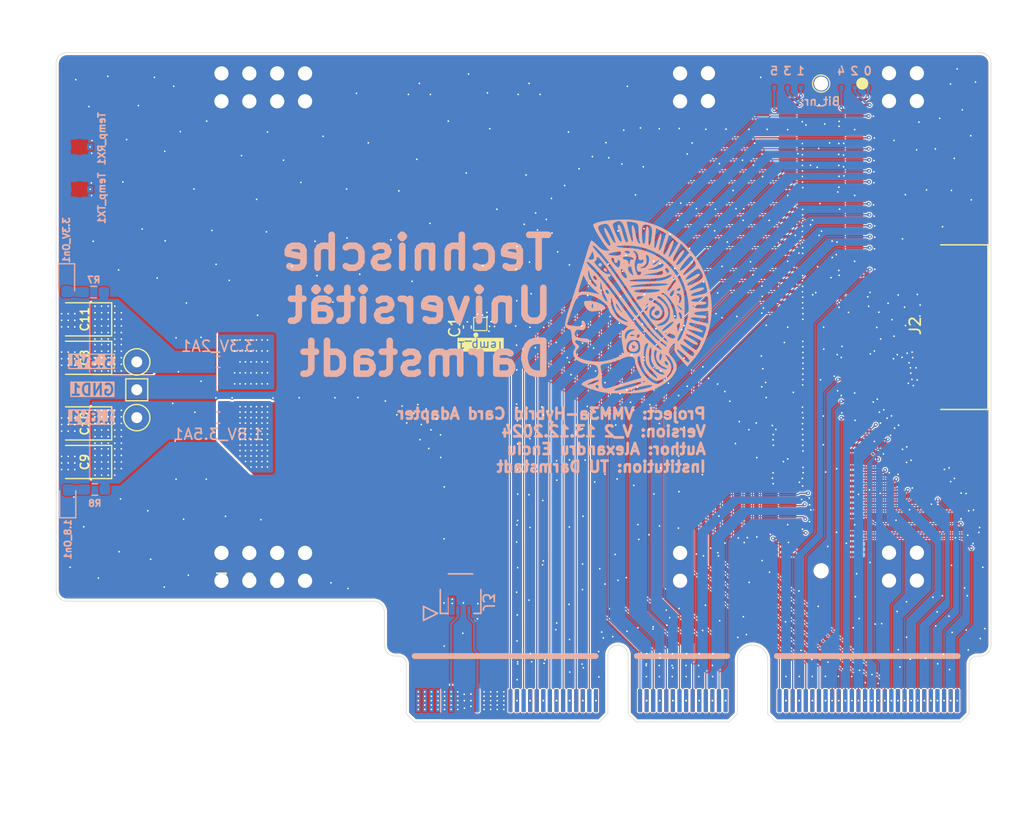
<source format=kicad_pcb>
(kicad_pcb (version 20241229) (generator "pcbnew") (generator_version "9.0")
  (layers (0 "F.Cu" signal "F.Cu Sig") (4 "In1.Cu" power "In1.Cu GND") (6 "In2.Cu" signal "In2.Cu Sig") (8 "In3.Cu" power "In3.Cu GND") (10 "In4.Cu" power "In4.Cu GND") (12 "In5.Cu" signal "In5.Cu Sig") (14 "In6.Cu" signal "In6.Cu GND") (2 "B.Cu" signal "B.Cu Sig") (13 "F.Paste" user) (15 "B.Paste" user) (5 "F.SilkS" user "F.Silkscreen") (7 "B.SilkS" user "B.Silkscreen") (1 "F.Mask" user) (3 "B.Mask" user) (25 "Edge.Cuts" user))
  (net 0 "")
  (net 1 "P2")
  (net 2 "P1")
  (net 3 "Ch_1")
  (net 4 "Ch_25")
  (net 5 "Ch_13")
  (net 6 "Ch_93")
  (net 7 "Ch_39")
  (net 8 "Ch_119")
  (net 9 "Ch_123")
  (net 10 "Ch_107")
  (net 11 "Ch_73")
  (net 12 "Ch_5")
  (net 13 "Ch_61")
  (net 14 "Ch_127")
  (net 15 "Ch_103")
  (net 16 "Ch_21")
  (net 17 "Ch_117")
  (net 18 "Ch_31")
  (net 19 "Ch_41")
  (net 20 "Ch_47")
  (net 21 "Ch_111")
  (net 22 "Ch_125")
  (net 23 "Ch_11")
  (net 24 "Heimtime")
  (net 25 "Ch_19")
  (net 26 "Ch_15")
  (net 27 "Ch_121")
  (net 28 "Ch_45")
  (net 29 "Ch_95")
  (net 30 "Ch_9")
  (net 31 "Ch_87")
  (net 32 "Ch_97")
  (net 33 "Ch_67")
  (net 34 "Ch_83")
  (net 35 "Ch_63")
  (net 36 "Ch_99")
  (net 37 "Ch_85")
  (net 38 "Ch_23")
  (net 39 "Ch_113")
  (net 40 "Ch_89")
  (net 41 "Ch_37")
  (net 42 "Ch_81")
  (net 43 "Ch_7")
  (net 44 "Ch_43")
  (net 45 "Ch_29")
  (net 46 "Ch_71")
  (net 47 "Ch_33")
  (net 48 "Master_Trigg")
  (net 49 "Ch_57")
  (net 50 "Ch_3")
  (net 51 "Ch_27")
  (net 52 "Ch_105")
  (net 53 "Ch_17")
  (net 54 "Ch_115")
  (net 55 "Ch_65")
  (net 56 "Ch_55")
  (net 57 "Ch_91")
  (net 58 "Ch_109")
  (net 59 "Ch_35")
  (net 60 "Ch_101")
  (net 61 "Ch_22")
  (net 62 "Ch_108")
  (net 63 "Ch_64")
  (net 64 "Ch_32")
  (net 65 "Ch_102")
  (net 66 "Ch_60")
  (net 67 "Ch_94")
  (net 68 "Ch_114")
  (net 69 "Ch_82")
  (net 70 "Ch_40")
  (net 71 "Ch_70")
  (net 72 "Ch_68")
  (net 73 "Ch_120")
  (net 74 "bit_0")
  (net 75 "Ch_88")
  (net 76 "Ch_66")
  (net 77 "Ch_50")
  (net 78 "Ch_48")
  (net 79 "Ch_128")
  (net 80 "Ch_122")
  (net 81 "Ch_72")
  (net 82 "bit_1")
  (net 83 "Ch_36")
  (net 84 "Ch_104")
  (net 85 "Ch_90")
  (net 86 "Ch_42")
  (net 87 "Ch_100")
  (net 88 "Ch_38")
  (net 89 "Ch_110")
  (net 90 "Ch_28")
  (net 91 "Ch_62")
  (net 92 "Ch_24")
  (net 93 "Ch_86")
  (net 94 "Ch_84")
  (net 95 "Ch_58")
  (net 96 "Ch_54")
  (net 97 "Ch_124")
  (net 98 "Ch_34")
  (net 99 "bit_2")
  (net 100 "Ch_46")
  (net 101 "Ch_44")
  (net 102 "Ch_56")
  (net 103 "Ch_52")
  (net 104 "Ch_106")
  (net 105 "bit_5")
  (net 106 "Ch_112")
  (net 107 "Ch_92")
  (net 108 "Ch_74")
  (net 109 "Ch_98")
  (net 110 "Ch_80")
  (net 111 "Ch_30")
  (net 112 "Ch_126")
  (net 113 "Ch_20")
  (net 114 "Ch_116")
  (net 115 "Ch_118")
  (net 116 "Ch_96")
  (net 117 "Ch_76")
  (net 118 "Ch_26")
  (net 119 "Ch_18")
  (net 120 "Ch_78")
  (net 121 "Ch_14")
  (net 122 "Ch_16")
  (net 123 "GND")
  (net 124 "Ch_2")
  (net 125 "Ch_10")
  (net 126 "Ch_6")
  (net 127 "Ch_4")
  (net 128 "Ch_8")
  (net 129 "Ch_12")
  (net 130 "bit_4")
  (net 131 "bit_3")
  (net 135 "TX")
  (net 136 "RX")
  (net 140 "P2_Out")
  (net 141 "P1_Out")
  (net 142 "Net-(1.8_On1-A)")
  (net 143 "Net-(3.3V_On1-A)")
  (net 144 "Ch_0")
  (footprint "" (layer "F.Cu") (at 134.778 122)
    (property "Reference" "15" (hide yes))
    (property "Value" "")
  )
  (footprint "" (layer "F.Cu") (at 193.073 121.98)
    (property "Reference" "")
    (property "Value" "")
  )
  (footprint "" (layer "F.Cu") (at 193.073 78.28)
    (property "Reference" "")
    (property "Value" "")
  )
  (footprint "" (layer "F.Cu") (at 129.698 78.3)
    (property "Reference" "")
    (property "Value" "")
  )
  (footprint "Capacitor_Tantalum_SMD:CP_EIA-3528-12_Kemet-T" (layer "F.Cu") (at 117.236 100.7135 180)
    (property "Reference" "C11")
    (property "Value" "TCJB475M025R0100")
  )
  (footprint "" (layer "F.Cu") (at 190.533 78.28)
    (property "Reference" "")
    (property "Value" "")
  )
  (footprint "" (layer "F.Cu") (at 129.698 122)
    (property "Reference" "11" (hide yes))
    (property "Value" "")
  )
  (footprint "" (layer "F.Cu") (at 132.238 80.84)
    (property "Reference" "")
    (property "Value" "")
  )
  (footprint "Capacitor_Tantalum_SMD:CP_EIA-3528-12_Kemet-T" (layer "F.Cu") (at 117.236 113.7135 180)
    (property "Reference" "C9")
    (property "Value" "TCJB475M025R0100")
  )
  (footprint "Card_Edge_Connector_FCI:Edge-Card-Connector" (layer "F.Cu") (at 147.63 135.46)
    (property "Reference" "J1" (hide yes))
    (property "Value" "ME1014010101011" (hide yes))
  )
  (footprint "" (layer "F.Cu") (at 190.533 121.98)
    (property "Reference" "")
    (property "Value" "")
  )
  (footprint "" (layer "F.Cu") (at 193.073 124.52)
    (property "Reference" "")
    (property "Value" "")
  )
  (footprint "" (layer "F.Cu") (at 193.073 80.82)
    (property "Reference" "")
    (property "Value" "")
  )
  (footprint "" (layer "F.Cu") (at 171.493 124.54)
    (property "Reference" "17" (hide yes))
    (property "Value" "")
  )
  (footprint "" (layer "F.Cu") (at 137.318 80.84)
    (property "Reference" "13" (hide yes))
    (property "Value" "")
  )
  (footprint "TestPoint:TestPoint_Pad_D2.5mm" (layer "F.Cu") (at 121.98 104.59 180)
    (property "Reference" "3.3V1")
    (property "Value" "3.3V")
  )
  (footprint "" (layer "F.Cu") (at 129.698 80.84)
    (property "Reference" "")
    (property "Value" "")
  )
  (footprint "" (layer "F.Cu") (at 190.533 124.52)
    (property "Reference" "")
    (property "Value" "")
  )
  (footprint "" (layer "F.Cu") (at 134.778 80.84)
    (property "Reference" "")
    (property "Value" "")
  )
  (footprint "Card_Edge_Connector_FCI:Hirose-FX10" (layer "F.Cu") (at 184.348 77.476 -90)
    (property "Reference" "U1" (hide yes))
    (property "Value" "~" (hide yes))
  )
  (footprint "" (layer "F.Cu") (at 137.318 122)
    (property "Reference" "24" (hide yes))
    (property "Value" "")
  )
  (footprint "" (layer "F.Cu") (at 134.778 124.54)
    (property "Reference" "9")
    (property "Value" "")
  )
  (footprint "" (layer "F.Cu") (at 171.493 80.84)
    (property "Reference" "1" (hide yes))
    (property "Value" "")
  )
  (footprint "" (layer "F.Cu") (at 132.238 122)
    (property "Reference" "12" (hide yes))
    (property "Value" "")
  )
  (footprint "IPEX:TMP104" (layer "F.Cu") (at 153.284 101.1385 -90)
    (property "Reference" "Temp_1")
    (property "Value" "~" (hide yes))
  )
  (footprint "" (layer "F.Cu") (at 174.033 80.82)
    (property "Reference" "2" (hide yes))
    (property "Value" "")
  )
  (footprint "TestPoint:TestPoint_Pad_2.5x2.5mm" (layer "F.Cu") (at 121.98 107.13 180)
    (property "Reference" "GND1")
    (property "Value" "GND")
  )
  (footprint "" (layer "F.Cu") (at 174.033 78.28)
    (property "Reference" "5" (hide yes))
    (property "Value" "")
  )
  (footprint "" (layer "F.Cu") (at 171.493 122)
    (property "Reference" "20" (hide yes))
    (property "Value" "")
  )
  (footprint "" (layer "F.Cu") (at 134.778 78.3)
    (property "Reference" "")
    (property "Value" "")
  )
  (footprint "" (layer "F.Cu") (at 190.533 80.82)
    (property "Reference" "")
    (property "Value" "")
  )
  (footprint "Capacitor_SMD:C_0402_1005Metric" (layer "F.Cu") (at 152.11 101.4185 90)
    (property "Reference" "C1")
    (property "Value" "100nF")
  )
  (footprint "TestPoint:TestPoint_Pad_D2.5mm" (layer "F.Cu") (at 121.98 109.67 180)
    (property "Reference" "1.8V1")
    (property "Value" "1.8V")
  )
  (footprint "" (layer "F.Cu") (at 171.493 78.3)
    (property "Reference" "4" (hide yes))
    (property "Value" "")
  )
  (footprint "Custom_Footprints:68711714522" (layer "F.Cu") (at 196.752 101.426 90)
    (property "Reference" "J2")
    (property "Value" "FPC: 68711714522")
  )
  (footprint "" (layer "F.Cu") (at 132.238 78.3)
    (property "Reference" "")
    (property "Value" "")
  )
  (footprint "" (layer "F.Cu") (at 132.238 124.54)
    (property "Reference" "8")
    (property "Value" "")
  )
  (footprint "Capacitor_Tantalum_SMD:CP_EIA-3528-12_Kemet-T" (layer "F.Cu") (at 117.236 110.1985 180)
    (property "Reference" "C10")
    (property "Value" "TCJB475M025R0100")
  )
  (footprint "" (layer "F.Cu") (at 129.698 124.54)
    (property "Reference" "7")
    (property "Value" "")
  )
  (footprint "" (layer "F.Cu") (at 137.318 124.54)
    (property "Reference" "23" (hide yes))
    (property "Value" "")
  )
  (footprint "" (layer "F.Cu") (at 137.318 78.3)
    (property "Reference" "14" (hide yes))
    (property "Value" "")
  )
  (footprint "Capacitor_Tantalum_SMD:CP_EIA-3528-12_Kemet-T" (layer "F.Cu") (at 117.236 104.2135 180)
    (property "Reference" "C8")
    (property "Value" "TCJB475M025R0100")
  )
  (footprint "Resistor_SMD:R_0201_0603Metric" (layer "B.Cu") (at 186.191 79.2885 90)
    (property "Reference" "R5" (hide yes))
    (property "Value" "10k" (hide yes))
  )
  (footprint "Resistor_SMD:R_0603_1608Metric_Pad0.98x0.95mm_HandSolder" (layer "B.Cu") (at 118.16 116.22 180)
    (property "Reference" "R8")
    (property "Value" "1k" (hide yes))
  )
  (footprint "Resistor_SMD:R_0603_1608Metric_Pad0.98x0.95mm_HandSolder" (layer "B.Cu") (at 118.06 98.23 180)
    (property "Reference" "R7")
    (property "Value" "1k" (hide yes))
  )
  (footprint "LED_SMD:LED_0603_1608Metric_Pad1.05x0.95mm_HandSolder" (layer "B.Cu") (at 115.58 97.31 -90)
    (property "Reference" "3.3V_On1")
    (property "Value" "LED" (hide yes))
  )
  (footprint "Custom_Footprints:IPEX_20449-001E-03" (layer "B.Cu") (at 116.76 88.86 -90)
    (property "Reference" "Temp_TX1")
    (property "Value" "20449-001E-03")
  )
  (footprint "Custom_Footprints:CON_5034800440_MOL" (layer "B.Cu") (at 151.49 125.71)
    (property "Reference" "J3")
    (property "Value" "FPC_4pin")
  )
  (footprint "Resistor_SMD:R_0201_0603Metric" (layer "B.Cu") (at 181.291 79.2885 90)
    (property "Reference" "R4" (hide yes))
    (property "Value" "10k" (hide yes))
  )
  (footprint "Fuse:Fuse_0603_1608Metric_Pad1.05x0.95mm_HandSolder" (layer "B.Cu") (at 129.39 104.59 180)
    (property "Reference" "3.3V_2A1")
    (property "Value" "2A")
  )
  (footprint "Resistor_SMD:R_0201_0603Metric" (layer "B.Cu") (at 187.401 79.2885 90)
    (property "Reference" "R3" (hide yes))
    (property "Value" "10k" (hide yes))
  )
  (footprint "Fuse:Fuse_0603_1608Metric_Pad1.05x0.95mm_HandSolder" (layer "B.Cu") (at 129.39 109.67 180)
    (property "Reference" "1.8V_3.5A1")
    (property "Value" "2.5A" (hide yes))
  )
  (footprint "LED_SMD:LED_0603_1608Metric_Pad1.05x0.95mm_HandSolder" (layer "B.Cu") (at 115.69 117.14 90)
    (property "Reference" "1.8_On1")
    (property "Value" "LED" (hide yes))
  )
  (footprint "Resistor_SMD:R_0201_0603Metric" (layer "B.Cu") (at 188.611 79.2885 90)
    (property "Reference" "R1" (hide yes))
    (property "Value" "10k" (hide yes))
  )
  (footprint "Resistor_SMD:R_0201_0603Metric" (layer "B.Cu") (at 182.501 79.2885 90)
    (property "Reference" "R2" (hide yes))
    (property "Value" "10k" (hide yes))
  )
  (footprint "Resistor_SMD:R_0201_0603Metric" (layer "B.Cu") (at 180.081 79.2885 90)
    (property "Reference" "R6" (hide yes))
    (property "Value" "10k" (hide yes))
  )
  (footprint "Custom_Footprints:IPEX_20449-001E-03" (layer "B.Cu") (at 116.75 85 -90)
    (property "Reference" "Temp_RX1")
    (property "Value" "20449-001E-03")
  )
  (gr_line (start 180.3 131.4) (end 196.8 131.4) (stroke (width 0.5)) (layer "F.SilkS"))
  (gr_line (start 167.55 131.4) (end 175.8 131.4) (stroke (width 0.5)) (layer "F.SilkS"))
  (gr_line (start 147.3 131.4) (end 163.8 131.4) (stroke (width 0.5)) (layer "F.SilkS"))
  (gr_poly (pts (xy 163.073242 99.028419) (xy 163.151141 99.031399) (xy 163.239408 99.036661) (xy 163.338591 99.043953) (xy 163.399151 99.04954) (xy 163.459927 99.056775) (xy 163.520778 99.065591) (xy 163.581564 99.075919) (xy 163.642145 99.087692) (xy 163.702381 99.10084) (xy 163.821256 99.130989) (xy 163.937067 99.16582) (xy 164.048693 99.204787) (xy 164.155012 99.247343) (xy 164.254902 99.29294) (xy 164.302085 99.316709) (xy 164.347241 99.341033) (xy 164.390228 99.365845) (xy 164.430907 99.391075) (xy 164.469138 99.416656) (xy 164.50478 99.442518) (xy 164.537693 99.468595) (xy 164.567736 99.494817) (xy 164.594771 99.521116) (xy 164.618655 99.547424) (xy 164.63925 99.573672) (xy 164.656415 99.599792) (xy 164.670009 99.625716) (xy 164.679893 99.651376) (xy 164.685926 99.676702) (xy 164.687968 99.701627) (xy 164.687397 99.709124) (xy 164.685703 99.716696) (xy 164.682914 99.724332) (xy 164.679058 99.732016) (xy 164.668256 99.747479) (xy 164.653521 99.762976) (xy 164.635076 99.7784) (xy 164.613147 99.793643) (xy 164.587956 99.808595) (xy 164.559728 99.823151) (xy 164.528685 99.8372) (xy 164.495053 99.850636) (xy 164.459054 99.86335) (xy 164.420914 99.875235) (xy 164.380854 99.886181) (xy 164.3391 99.896082) (xy 164.295876 99.904828) (xy 164.251404 99.912313) (xy 164.251399 99.912308) (xy 164.10731 99.933777) (xy 163.978186 99.95208) (xy 163.862812 99.967132) (xy 163.759977 99.978846) (xy 163.668467 99.987135) (xy 163.587069 99.991913) (xy 163.549783 99.992959) (xy 163.51457 99.993094) (xy 163.481279 99.992308) (xy 163.449758 99.990591) (xy 163.419855 99.987931) (xy 163.391419 99.984318) (xy 163.364298 99.97974) (xy 163.338341 99.974188) (xy 163.313395 99.967649) (xy 163.289309 99.960115) (xy 163.265932 99.951572) (xy 163.243112 99.942012) (xy 163.220698 99.931422) (xy 163.198537 99.919793) (xy 163.176478 99.907113) (xy 163.154369 99.893372) (xy 163.109398 99.862662) (xy 163.062408 99.827576) (xy 163.035916 99.805715) (xy 163.00965 99.781234) (xy 162.98377 99.754399) (xy 162.958433 99.725473) (xy 162.933796 99.694722) (xy 162.910019 99.662411) (xy 162.887259 99.628802) (xy 162.865674 99.594162) (xy 162.845422 99.558754) (xy 162.826661 99.522844) (xy 162.823215 99.515564) (xy 163.437285 99.515564) (xy 163.437558 99.536582) (xy 163.438987 99.556874) (xy 163.441565 99.576286) (xy 163.445285 99.594661) (xy 163.450142 99.611843) (xy 163.452995 99.619938) (xy 163.456129 99.627676) (xy 163.459544 99.635037) (xy 163.463239 99.642003) (xy 163.467213 99.648554) (xy 163.471466 99.65467) (xy 163.475997 99.660331) (xy 163.480804 99.665519) (xy 163.485704 99.670037) (xy 163.490509 99.673711) (xy 163.495214 99.676552) (xy 163.499814 99.678575) (xy 163.504303 99.679794) (xy 163.508677 99.68022) (xy 163.512929 99.679868) (xy 163.517055 99.678751) (xy 163.521048 99.676882) (xy 163.524904 99.674275) (xy 163.528618 99.670944) (xy 163.532183 99.6669) (xy 163.538849 99.656732) (xy 163.544859 99.643877) (xy 163.550169 99.628444) (xy 163.554738 99.610538) (xy 163.558523 99.590266) (xy 163.56148 99.567735) (xy 163.563567 99.543053) (xy 163.564742 99.516326) (xy 163.564961 99.48766) (xy 163.564181 99.457163) (xy 163.562406 99.424218) (xy 163.559952 99.394751) (xy 163.558478 99.381329) (xy 163.556844 99.368786) (xy 163.555053 99.357124) (xy 163.553108 99.346348) (xy 163.551012 99.33646) (xy 163.548768 99.327462) (xy 163.546379 99.319359) (xy 163.543849 99.312154) (xy 163.54118 99.305848) (xy 163.538375 99.300446) (xy 163.535439 99.295951) (xy 163.532373 99.292366) (xy 163.52918 99.289693) (xy 163.525865 99.287936) (xy 163.52243 99.287099) (xy 163.518878 99.287183) (xy 163.515212 99.288192) (xy 163.511436 99.29013) (xy 163.507552 99.293) (xy 163.503564 99.296803) (xy 163.499474 99.301545) (xy 163.495286 99.307227) (xy 163.491004 99.313853) (xy 163.486629 99.321425) (xy 163.482165 99.329948) (xy 163.477615 99.339424) (xy 163.472983 99.349856) (xy 163.468271 99.361248) (xy 163.460275 99.382971) (xy 163.453479 99.405062) (xy 163.447878 99.427364) (xy 163.443464 99.449721) (xy 163.440232 99.471977) (xy 163.438174 99.493977) (xy 163.437285 99.515564) (xy 162.823215 99.515564) (xy 162.809549 99.486695) (xy 162.794244 99.450572) (xy 162.780905 99.414741) (xy 162.769688 99.379464) (xy 162.760752 99.345008) (xy 162.754256 99.311635) (xy 162.747325 99.262087) (xy 162.743627 99.218087) (xy 162.74371 99.179384) (xy 162.74534 99.161941) (xy 162.748122 99.145728) (xy 162.752124 99.130713) (xy 162.757414 99.116866) (xy 162.76406 99.104154) (xy 162.772132 99.092547) (xy 162.781699 99.082013) (xy 162.792828 99.07252) (xy 162.805588 99.064038) (xy 162.820048 99.056534) (xy 162.836277 99.049978) (xy 162.854343 99.044338) (xy 162.896261 99.035679) (xy 162.946351 99.030307) (xy 163.005162 99.027971)) (stroke (width -0.000001)) (fill yes) (layer "B.SilkS"))
  (gr_line (start 180.3 131.4) (end 196.8 131.4) (stroke (width 0.5)) (layer "B.SilkS"))
  (gr_poly (pts (xy 164.639701 96.048739) (xy 164.651885 96.05023) (xy 164.664211 96.052877) (xy 164.676616 96.056669) (xy 164.689036 96.061595) (xy 164.701407 96.067645) (xy 164.713666 96.074807) (xy 164.725749 96.083071) (xy 164.737593 96.092426) (xy 164.749133 96.102862) (xy 164.760306 96.114368) (xy 164.771049 96.126932) (xy 164.781297 96.140545) (xy 164.790988 96.155195) (xy 164.800057 96.170872) (xy 164.808441 96.187565) (xy 164.816076 96.205263) (xy 164.822899 96.223955) (xy 164.822899 96.223951) (xy 164.825905 96.233634) (xy 164.828379 96.24303) (xy 164.830331 96.252131) (xy 164.831767 96.260928) (xy 164.832696 96.269413) (xy 164.833127 96.277578) (xy 164.833067 96.285414) (xy 164.832524 96.292915) (xy 164.831507 96.300071) (xy 164.830024 96.306875) (xy 164.828082 96.313319) (xy 164.825691 96.319393) (xy 164.822857 96.325091) (xy 164.81959 96.330404) (xy 164.815898 96.335324) (xy 164.811788 96.339842) (xy 164.807268 96.343951) (xy 164.802348 96.347643) (xy 164.797035 96.350909) (xy 164.791336 96.353742) (xy 164.785261 96.356133) (xy 164.778818 96.358073) (xy 164.772014 96.359556) (xy 164.764857 96.360573) (xy 164.757357 96.361115) (xy 164.749521 96.361175) (xy 164.741356 96.360744) (xy 164.732872 96.359815) (xy 164.724076 96.358379) (xy 164.714977 96.356427) (xy 164.705583 96.353953) (xy 164.695901 96.350948) (xy 164.686152 96.347542) (xy 164.676557 96.343882) (xy 164.657876 96.335842) (xy 164.639951 96.326921) (xy 164.622872 96.31721) (xy 164.606732 96.306799) (xy 164.591621 96.295782) (xy 164.577633 96.284249) (xy 164.564857 96.272292) (xy 164.558952 96.266183) (xy 164.553385 96.260002) (xy 164.548168 96.253761) (xy 164.54331 96.247472) (xy 164.538825 96.241145) (xy 164.534723 96.234792) (xy 164.531016 96.228424) (xy 164.527715 96.222054) (xy 164.524831 96.215692) (xy 164.522377 96.20935) (xy 164.520364 96.203039) (xy 164.518802 96.196771) (xy 164.517704 96.190558) (xy 164.517081 96.18441) (xy 164.516944 96.178339) (xy 164.517305 96.172356) (xy 164.519716 96.155223) (xy 164.523224 96.139406) (xy 164.527765 96.124896) (xy 164.533276 96.111681) (xy 164.539694 96.099751) (xy 164.546953 96.089095) (xy 164.554992 96.079701) (xy 164.563746 96.07156) (xy 164.573151 96.064661) (xy 164.583144 96.058993) (xy 164.593662 96.054545) (xy 164.60464 96.051306) (xy 164.616015 96.049266) (xy 164.627723 96.048414)) (stroke (width -0.000001)) (fill yes) (layer "B.SilkS"))
  (gr_poly (pts (xy 167.356806 102.725886) (xy 167.381226 102.729189) (xy 167.404991 102.734595) (xy 167.428063 102.742021) (xy 167.450406 102.751386) (xy 167.471984 102.762609) (xy 167.492763 102.775608) (xy 167.512704 102.790302) (xy 167.531774 102.806608) (xy 167.549934 102.824446) (xy 167.567151 102.843733) (xy 167.583387 102.864388) (xy 167.598606 102.88633) (xy 167.612774 102.909476) (xy 167.625853 102.933746) (xy 167.637807 102.959058) (xy 167.648601 102.98533) (xy 167.658199 103.01248) (xy 167.673662 103.06909) (xy 167.683909 103.128235) (xy 167.686985 103.158554) (xy 167.68865 103.189263) (xy 167.688866 103.220279) (xy 167.687599 103.25152) (xy 167.684811 103.282906) (xy 167.680467 103.314355) (xy 167.674531 103.345784) (xy 167.666967 103.377113) (xy 167.657739 103.40826) (xy 167.646811 103.439144) (xy 167.646811 103.438924) (xy 167.634292 103.467055) (xy 167.619125 103.493363) (xy 167.601489 103.517849) (xy 167.581558 103.540512) (xy 167.559509 103.561353) (xy 167.535519 103.580373) (xy 167.509765 103.597572) (xy 167.482422 103.61295) (xy 167.453667 103.626509) (xy 167.423676 103.638248) (xy 167.392626 103.648168) (xy 167.360693 103.65627) (xy 167.328055 103.662554) (xy 167.294886 103.66702) (xy 167.261363 103.669668) (xy 167.227664 103.6705) (xy 167.193964 103.669516) (xy 167.16044 103.666717) (xy 167.127268 103.662101) (xy 167.094624 103.655671) (xy 167.062686 103.647427) (xy 167.031629 103.637369) (xy 167.00163 103.625497) (xy 166.972865 103.611813) (xy 166.945511 103.596316) (xy 166.919744 103.579006) (xy 166.895741 103.559886) (xy 166.873678 103.538954) (xy 166.853731 103.516212) (xy 166.836077 103.491659) (xy 166.820892 103.465297) (xy 166.808353 103.437125) (xy 166.799359 103.410084) (xy 166.792772 103.382303) (xy 166.788512 103.353887) (xy 166.786505 103.324941) (xy 166.786672 103.29557) (xy 166.788936 103.265879) (xy 166.793221 103.235972) (xy 166.799449 103.205954) (xy 166.80078 103.201015) (xy 167.069218 103.201015) (xy 167.069426 103.209152) (xy 167.070042 103.217186) (xy 167.071056 103.225107) (xy 167.072458 103.232904) (xy 167.074238 103.240567) (xy 167.076386 103.248087) (xy 167.078891 103.255452) (xy 167.081744 103.262654) (xy 167.084934 103.269681) (xy 167.088451 103.276523) (xy 167.092285 103.283171) (xy 167.096425 103.289614) (xy 167.100862 103.295841) (xy 167.105585 103.301844) (xy 167.110584 103.307611) (xy 167.11585 103.313132) (xy 167.121371 103.318398) (xy 167.127137 103.323398) (xy 167.13314 103.328121) (xy 167.139367 103.332558) (xy 167.14581 103.336699) (xy 167.152457 103.340533) (xy 167.159299 103.34405) (xy 167.166326 103.34724) (xy 167.173528 103.350093) (xy 167.180893 103.352599) (xy 167.188413 103.354747) (xy 167.196076 103.356527) (xy 167.203874 103.35793) (xy 167.211794 103.358944) (xy 167.219829 103.35956) (xy 167.227966 103.359768) (xy 167.236103 103.35956) (xy 167.244137 103.358944) (xy 167.252058 103.35793) (xy 167.259855 103.356527) (xy 167.267518 103.354747) (xy 167.275037 103.352599) (xy 167.282403 103.350094) (xy 167.289604 103.347241) (xy 167.296631 103.344051) (xy 167.303473 103.340534) (xy 167.310121 103.3367) (xy 167.316563 103.33256) (xy 167.322791 103.328123) (xy 167.328793 103.323399) (xy 167.33456 103.3184) (xy 167.340081 103.313134) (xy 167.345346 103.307613) (xy 167.350346 103.301846) (xy 167.355069 103.295843) (xy 167.359506 103.289616) (xy 167.363647 103.283173) (xy 167.367481 103.276525) (xy 167.370998 103.269683) (xy 167.374188 103.262656) (xy 167.37704 103.255454) (xy 167.379546 103.248089) (xy 167.381694 103.240569) (xy 167.383474 103.232905) (xy 167.384876 103.225108) (xy 167.38589 103.217187) (xy 167.386506 103.209153) (xy 167.386714 103.201015) (xy 167.386506 103.192878) (xy 167.38589 103.184844) (xy 167.384876 103.176923) (xy 167.383474 103.169125) (xy 167.381694 103.161462) (xy 167.379546 103.153942) (xy 167.377041 103.146577) (xy 167.374188 103.139375) (xy 167.370998 103.132348) (xy 167.367481 103.125506) (xy 167.363648 103.118859) (xy 167.359507 103.112416) (xy 167.355071 103.106189) (xy 167.350347 103.100186) (xy 167.345348 103.09442) (xy 167.340083 103.088899) (xy 167.334562 103.083633) (xy 167.328795 103.078634) (xy 167.322793 103.073911) (xy 167.316565 103.069474) (xy 167.310123 103.065334) (xy 167.303475 103.0615) (xy 167.296633 103.057983) (xy 167.289606 103.054793) (xy 167.282405 103.05194) (xy 167.275039 103.049435) (xy 167.26752 103.047287) (xy 167.259856 103.045507) (xy 167.252059 103.044105) (xy 167.244138 103.043091) (xy 167.236104 103.042475) (xy 167.227966 103.042267) (xy 167.219829 103.042475) (xy 167.211795 103.043091) (xy 167.203875 103.044105) (xy 167.196078 103.045507) (xy 167.188414 103.047287) (xy 167.180895 103.049435) (xy 167.173529 103.05194) (xy 167.166328 103.054793) (xy 167.159301 103.057983) (xy 167.152459 103.0615) (xy 167.145812 103.065334) (xy 167.139369 103.069474) (xy 167.133142 103.073911) (xy 167.127139 103.078634) (xy 167.121372 103.083633) (xy 167.115851 103.088899) (xy 167.110586 103.09442) (xy 167.105586 103.100186) (xy 167.100863 103.106189) (xy 167.096426 103.112416) (xy 167.092286 103.118859) (xy 167.088452 103.125506) (xy 167.084935 103.132348) (xy 167.081745 103.139375) (xy 167.078892 103.146577) (xy 167.076387 103.153942) (xy 167.074239 103.161462) (xy 167.072458 103.169125) (xy 167.071056 103.176923) (xy 167.070042 103.184844) (xy 167.069426 103.192878) (xy 167.069218 103.201015) (xy 166.80078 103.201015) (xy 166.807543 103.17593) (xy 166.817428 103.146005) (xy 166.829024 103.116284) (xy 166.842256 103.086871) (xy 166.857047 103.057871) (xy 166.873319 103.02939) (xy 166.890996 103.001531) (xy 166.91 102.974399) (xy 166.930254 102.9481) (xy 166.951682 102.922739) (xy 166.974206 102.898419) (xy 166.99775 102.875246) (xy 167.022236 102.853325) (xy 167.047588 102.83276) (xy 167.073728 102.813656) (xy 167.10058 102.796118) (xy 167.128066 102.780251) (xy 167.156109 102.766159) (xy 167.184633 102.753948) (xy 167.21356 102.743723) (xy 167.242814 102.735587) (xy 167.272317 102.729646) (xy 167.301993 102.726004) (xy 167.331764 102.724767)) (stroke (width -0.000001)) (fill yes) (layer "B.SilkS"))
  (gr_poly (pts (xy 164.219853 95.581229) (xy 164.227886 95.581845) (xy 164.235807 95.582859) (xy 164.243604 95.584262) (xy 164.251267 95.586042) (xy 164.258787 95.58819) (xy 164.266152 95.590695) (xy 164.273353 95.593548) (xy 164.28038 95.596738) (xy 164.287223 95.600255) (xy 164.29387 95.604089) (xy 164.300313 95.60823) (xy 164.30654 95.612667) (xy 164.312542 95.61739) (xy 164.318309 95.62239) (xy 164.32383 95.627655) (xy 164.329096 95.633176) (xy 164.334095 95.638943) (xy 164.338819 95.644946) (xy 164.343256 95.651173) (xy 164.347396 95.657616) (xy 164.35123 95.664264) (xy 164.354747 95.671106) (xy 164.357937 95.678133) (xy 164.36079 95.685335) (xy 164.363295 95.692701) (xy 164.365443 95.70022) (xy 164.367223 95.707884) (xy 164.368626 95.715681) (xy 164.36964 95.723602) (xy 164.370256 95.731637) (xy 164.370463 95.739774) (xy 164.370256 95.747911) (xy 164.36964 95.755946) (xy 164.368626 95.763867) (xy 164.367223 95.771664) (xy 164.365443 95.779327) (xy 164.363296 95.786847) (xy 164.36079 95.794213) (xy 164.357938 95.801414) (xy 164.354748 95.808441) (xy 164.351231 95.815283) (xy 164.347397 95.821931) (xy 164.343257 95.828373) (xy 164.33882 95.834601) (xy 164.334097 95.840603) (xy 164.329097 95.84637) (xy 164.323832 95.851891) (xy 164.318311 95.857156) (xy 164.312544 95.862155) (xy 164.306542 95.866878) (xy 164.300315 95.871315) (xy 164.293872 95.875456) (xy 164.287225 95.879289) (xy 164.280382 95.882806) (xy 164.273355 95.885996) (xy 164.266154 95.888849) (xy 164.258789 95.891354) (xy 164.251269 95.893502) (xy 164.243605 95.895282) (xy 164.235808 95.896684) (xy 164.227887 95.897698) (xy 164.219853 95.898314) (xy 164.211716 95.898522) (xy 164.203578 95.898314) (xy 164.195544 95.897698) (xy 164.187623 95.896684) (xy 164.179826 95.895282) (xy 164.172162 95.893502) (xy 164.164642 95.891354) (xy 164.157276 95.888849) (xy 164.150075 95.885996) (xy 164.143048 95.882806) (xy 164.136205 95.879289) (xy 164.129558 95.875456) (xy 164.123115 95.871315) (xy 164.116887 95.866878) (xy 164.110885 95.862155) (xy 164.105118 95.857156) (xy 164.099597 95.851891) (xy 164.094331 95.84637) (xy 164.089332 95.840603) (xy 164.084608 95.834601) (xy 164.080171 95.828373) (xy 164.076031 95.821931) (xy 164.072197 95.815283) (xy 164.06868 95.808441) (xy 164.06549 95.801414) (xy 164.062637 95.794213) (xy 164.060131 95.786847) (xy 164.057983 95.779327) (xy 164.056203 95.771664) (xy 164.054801 95.763867) (xy 164.053787 95.755946) (xy 164.053171 95.747911) (xy 164.052963 95.739774) (xy 164.053171 95.731637) (xy 164.053787 95.723603) (xy 164.054801 95.715682) (xy 164.056203 95.707885) (xy 164.057983 95.700222) (xy 164.060131 95.692702) (xy 164.062637 95.685337) (xy 164.06549 95.678135) (xy 164.06868 95.671108) (xy 164.072197 95.664266) (xy 164.076031 95.657618) (xy 164.080171 95.651175) (xy 164.084608 95.644948) (xy 164.089332 95.638945) (xy 164.094331 95.633178) (xy 164.099597 95.627657) (xy 164.105118 95.622391) (xy 164.110885 95.617392) (xy 164.116887 95.612668) (xy 164.123115 95.608231) (xy 164.129558 95.60409) (xy 164.136205 95.600256) (xy 164.143048 95.596739) (xy 164.150075 95.593549) (xy 164.157276 95.590696) (xy 164.164642 95.58819) (xy 164.172162 95.586042) (xy 164.179826 95.584262) (xy 164.187623 95.58286) (xy 164.195544 95.581845) (xy 164.203578 95.581229) (xy 164.211716 95.581022)) (stroke (width -0.000001)) (fill yes) (layer "B.SilkS"))
  (gr_poly (pts (xy 166.848448 91.622821) (xy 167.271441 91.654426) (xy 167.686688 91.706993) (xy 168.093991 91.780432) (xy 168.493151 91.874653) (xy 168.883971 91.989568) (xy 169.266251 92.125087) (xy 169.639794 92.28112) (xy 170.004401 92.457579) (xy 170.359874 92.654373) (xy 170.706015 92.871415) (xy 171.042625 93.108614) (xy 171.369506 93.365881) (xy 171.68646 93.643126) (xy 171.993289 93.940261) (xy 172.289793 94.257197) (xy 172.529538 94.538723) (xy 172.754718 94.828607) (xy 172.965312 95.126255) (xy 173.161301 95.431074) (xy 173.342664 95.742472) (xy 173.509381 96.059856) (xy 173.661432 96.382633) (xy 173.798796 96.71021) (xy 173.921455 97.041995) (xy 174.029387 97.377395) (xy 174.122572 97.715817) (xy 174.20099 98.056668) (xy 174.264622 98.399356) (xy 174.313446 98.743287) (xy 174.347442 99.08787) (xy 174.366592 99.432511) (xy 174.370873 99.776618) (xy 174.360267 100.119597) (xy 174.334752 100.460857) (xy 174.29431 100.799804) (xy 174.238919 101.135845) (xy 174.168559 101.468388) (xy 174.083211 101.79684) (xy 173.982854 102.120609) (xy 173.867468 102.439101) (xy 173.737032 102.751724) (xy 173.591528 103.057884) (xy 173.430934 103.35699) (xy 173.25523 103.648449) (xy 173.064396 103.931667) (xy 172.858413 104.206052) (xy 172.637259 104.471012) (xy 172.148518 105.026636) (xy 171.519501 104.317441) (xy 171.434881 104.220648) (xy 171.357988 104.129679) (xy 171.288623 104.044139) (xy 171.226588 103.963632) (xy 171.171683 103.887761) (xy 171.123709 103.816131) (xy 171.082467 103.748344) (xy 171.04776 103.684006) (xy 171.032794 103.653005) (xy 171.019386 103.622719) (xy 171.007513 103.593096) (xy 170.997149 103.564087) (xy 170.988269 103.535643) (xy 170.980848 103.507715) (xy 170.975917 103.485096) (xy 171.21738 103.485096) (xy 171.218609 103.500677) (xy 171.223941 103.520183) (xy 171.233396 103.543577) (xy 171.246992 103.57082) (xy 171.26475 103.601876) (xy 171.312823 103.675275) (xy 171.37777 103.76347) (xy 171.459742 103.866162) (xy 171.558894 103.983048) (xy 171.675378 104.113828) (xy 171.675374 104.113828) (xy 171.763195 104.209822) (xy 171.841984 104.294587) (xy 171.912374 104.368494) (xy 171.944618 104.401493) (xy 171.975001 104.431918) (xy 172.003601 104.459814) (xy 172.030499 104.485229) (xy 172.055773 104.508208) (xy 172.079503 104.5288) (xy 172.101768 104.547049) (xy 172.122648 104.563003) (xy 172.142221 104.576708) (xy 172.160568 104.58821) (xy 172.177767 104.597557) (xy 172.193898 104.604795) (xy 172.201588 104.607637) (xy 172.20904 104.609969) (xy 172.216265 104.611798) (xy 172.223273 104.613128) (xy 172.230073 104.613966) (xy 172.236675 104.614317) (xy 172.24309 104.614187) (xy 172.249327 104.613582) (xy 172.255396 104.612509) (xy 172.261308 104.610972) (xy 172.267071 104.608977) (xy 172.272696 104.606531) (xy 172.278193 104.603638) (xy 172.283572 104.600306) (xy 172.288842 104.59654) (xy 172.294014 104.592345) (xy 172.304102 104.582693) (xy 172.313915 104.571397) (xy 172.323533 104.558504) (xy 172.333035 104.544059) (xy 172.3425 104.528111) (xy 172.352008 104.510705) (xy 172.35443 104.503902) (xy 172.355244 104.495803) (xy 172.354486 104.486448) (xy 172.35219 104.47588) (xy 172.343125 104.451271) (xy 172.32833 104.422309) (xy 172.308085 104.389332) (xy 172.282669 104.352672) (xy 172.252362 104.312666) (xy 172.217446 104.269648) (xy 172.178199 104.223954) (xy 172.134903 104.175918) (xy 172.087836 104.125876) (xy 172.037279 104.074161) (xy 171.983513 104.021111) (xy 171.926816 103.967058) (xy 171.86747 103.912339) (xy 171.805754 103.857288) (xy 171.678333 103.748031) (xy 171.5661 103.656885) (xy 171.469208 103.583549) (xy 171.387812 103.527722) (xy 171.322063 103.489103) (xy 171.295104 103.476152) (xy 171.272115 103.46739) (xy 171.253114 103.462779) (xy 171.238121 103.462282) (xy 171.227155 103.465861) (xy 171.220235 103.473478) (xy 171.21738 103.485096) (xy 170.975917 103.485096) (xy 170.974862 103.480252) (xy 170.970285 103.453206) (xy 170.967093 103.426526) (xy 170.965261 103.400164) (xy 170.964763 103.374069) (xy 170.965576 103.348192) (xy 170.967674 103.322484) (xy 170.971033 103.296895) (xy 170.975627 103.271375) (xy 170.981431 103.245876) (xy 171.000617 103.162705) (xy 171.013649 103.090947) (xy 171.017901 103.059344) (xy 171.020668 103.030589) (xy 171.021756 103.008873) (xy 171.514218 103.008873) (xy 171.517221 103.031487) (xy 171.52599 103.057986) (xy 171.540163 103.088047) (xy 171.559378 103.121345) (xy 171.611487 103.196353) (xy 171.679423 103.280415) (xy 171.760291 103.370935) (xy 171.851196 103.465318) (xy 171.949246 103.560966) (xy 172.051545 103.655286) (xy 172.155199 103.745679) (xy 172.257313 103.829552) (xy 172.354994 103.904308) (xy 172.445347 103.967351) (xy 172.525478 104.016085) (xy 172.560805 104.034276) (xy 172.592492 104.047915) (xy 172.620175 104.05668) (xy 172.643494 104.060245) (xy 172.662087 104.058286) (xy 172.675592 104.050478) (xy 172.709827 104.013537) (xy 172.736867 103.977769) (xy 172.747572 103.960157) (xy 172.756338 103.942636) (xy 172.763116 103.92514) (xy 172.767861 103.907602) (xy 172.770524 103.889953) (xy 172.77106 103.872128) (xy 172.769421 103.854058) (xy 172.76556 103.835677) (xy 172.759429 103.816918) (xy 172.750983 103.797712) (xy 172.740173 103.777994) (xy 172.726952 103.757696) (xy 172.711275 103.736751) (xy 172.693093 103.715092) (xy 172.649027 103.669361) (xy 172.594378 103.619967) (xy 172.528771 103.566372) (xy 172.451827 103.508039) (xy 172.363172 103.44443) (xy 172.262428 103.375009) (xy 172.149219 103.299238) (xy 172.084532 103.257101) (xy 172.02166 103.217468) (xy 171.960927 103.180488) (xy 171.90266 103.14631) (xy 171.847182 103.115083) (xy 171.794821 103.086955) (xy 171.745902 103.062075) (xy 171.700749 103.040592) (xy 171.65969 103.022655) (xy 171.623049 103.008413) (xy 171.591151 102.998013) (xy 171.577083 102.994301) (xy 171.564323 102.991606) (xy 171.552912 102.989946) (xy 171.542891 102.98934) (xy 171.534299 102.989806) (xy 171.527178 102.991363) (xy 171.521569 102.99403) (xy 171.517512 102.997825) (xy 171.515048 103.002766) (xy 171.514218 103.008873) (xy 171.021756 103.008873) (xy 171.021966 103.004681) (xy 171.021813 102.981619) (xy 171.020227 102.9614) (xy 171.017225 102.944023) (xy 171.012824 102.929487) (xy 171.007043 102.917789) (xy 170.999897 102.90893) (xy 170.991406 102.902906) (xy 170.981586 102.899716) (xy 170.970455 102.899359) (xy 170.958031 102.901833) (xy 170.94433 102.907137) (xy 170.92937 102.915269) (xy 170.91317 102.926227) (xy 170.895745 102.940011) (xy 170.877114 102.956617) (xy 170.857295 102.976045) (xy 170.836304 102.998294) (xy 170.790878 103.051244) (xy 170.740976 103.115457) (xy 170.686738 103.190919) (xy 170.628303 103.277617) (xy 170.585149 103.344328) (xy 170.54813 103.404317) (xy 170.51744 103.458701) (xy 170.50453 103.484139) (xy 170.493276 103.508593) (xy 170.483702 103.532204) (xy 170.475833 103.55511) (xy 170.469692 103.577451) (xy 170.465305 103.599366) (xy 170.462696 103.620995) (xy 170.461889 103.642477) (xy 170.462909 103.663951) (xy 170.46578 103.685557) (xy 170.470527 103.707434) (xy 170.477173 103.729722) (xy 170.485744 103.75256) (xy 170.496264 103.776087) (xy 170.508756 103.800443) (xy 170.523247 103.825767) (xy 170.539759 103.852199) (xy 170.558318 103.879877) (xy 170.601673 103.939533) (xy 170.653507 104.005849) (xy 170.714016 104.079941) (xy 170.783394 104.162923) (xy 170.825498 104.214652) (xy 170.866421 104.268252) (xy 170.905952 104.323304) (xy 170.943878 104.379389) (xy 170.979988 104.436087) (xy 171.014069 104.49298) (xy 171.045911 104.549648) (xy 171.0753 104.605673) (xy 171.102026 104.660634) (xy 171.125876 104.714113) (xy 171.146637 104.765691) (xy 171.1641 104.814949) (xy 171.17805 104.861467) (xy 171.188277 104.904827) (xy 171.194569 104.944608) (xy 171.196713 104.980393) (xy 171.193544 105.060716) (xy 171.184119 105.141519) (xy 171.168558 105.222696) (xy 171.146983 105.304139) (xy 171.119514 105.385744) (xy 171.086272 105.467405) (xy 171.002956 105.630467) (xy 170.898002 105.792478) (xy 170.772378 105.952589) (xy 170.627053 106.109952) (xy 170.462995 106.263719) (xy 170.281171 106.41304) (xy 170.082552 106.557067) (xy 169.868103 106.694953) (xy 169.638795 106.825849) (xy 169.395594 106.948906) (xy 169.139469 107.063275) (xy 168.871389 107.16811) (xy 168.592322 107.26256) (xy 168.592326 107.26256) (xy 168.428377 107.305009) (xy 168.226008 107.342775) (xy 167.990453 107.375773) (xy 167.726944 107.403919) (xy 167.136998 107.445316) (xy 166.498031 107.466286) (xy 165.851905 107.46615) (xy 165.240484 107.44423) (xy 164.96087 107.424889) (xy 164.70563 107.399847) (xy 164.479998 107.36902) (xy 164.289206 107.332323) (xy 164.148451 107.297405) (xy 164.117546 107.288905) (xy 166.719999 107.288905) (xy 166.720569 107.290701) (xy 166.721704 107.292326) (xy 166.725687 107.295056) (xy 166.73199 107.297078) (xy 166.740654 107.298372) (xy 166.751718 107.29892) (xy 166.837425 107.295438) (xy 166.949137 107.283838) (xy 167.233966 107.240093) (xy 167.57299 107.175301) (xy 167.932993 107.097077) (xy 168.280759 107.013036) (xy 168.583072 106.930795) (xy 168.706804 106.892728) (xy 168.806717 106.857967) (xy 168.878659 106.827463) (xy 168.918478 106.802169) (xy 168.93448 106.784009) (xy 168.944441 106.767681) (xy 168.948556 106.753161) (xy 168.947015 106.740423) (xy 168.94001 106.729442) (xy 168.927733 106.720192) (xy 168.888132 106.706785) (xy 168.829745 106.7) (xy 168.754109 106.699634) (xy 168.662758 106.705484) (xy 168.557228 106.717347) (xy 168.439052 106.735021) (xy 168.309767 106.758304) (xy 168.024008 106.820883) (xy 167.71223 106.903463) (xy 167.550422 106.951746) (xy 167.386714 107.004422) (xy 167.386719 107.004422) (xy 167.299011 107.034133) (xy 167.216187 107.063037) (xy 167.138571 107.090985) (xy 167.06649 107.117827) (xy 167.00027 107.143411) (xy 166.940234 107.167589) (xy 166.88671 107.19021) (xy 166.840023 107.211123) (xy 166.800498 107.230178) (xy 166.768461 107.247225) (xy 166.744237 107.262113) (xy 166.735157 107.268701) (xy 166.728153 107.274693) (xy 166.723265 107.28007) (xy 166.720533 107.284814) (xy 166.719999 107.288905) (xy 164.117546 107.288905) (xy 163.992363 107.254477) (xy 163.826129 107.205219) (xy 163.655197 107.151392) (xy 165.540587 107.151392) (xy 165.540931 107.157165) (xy 165.542083 107.162786) (xy 165.544053 107.168242) (xy 165.546853 107.173522) (xy 165.550491 107.178614) (xy 165.554978 107.183504) (xy 165.560325 107.18818) (xy 165.56654 107.192631) (xy 165.573636 107.196843) (xy 165.597129 107.203293) (xy 165.63381 107.204813) (xy 165.743085 107.194186) (xy 165.894154 107.167204) (xy 166.079712 107.126111) (xy 166.52507 107.010559) (xy 167.020712 106.865469) (xy 167.508192 106.708784) (xy 167.929063 106.558443) (xy 168.096256 106.491259) (xy 168.224879 106.432387) (xy 168.307626 106.384073) (xy 168.329513 106.364575) (xy 168.337192 106.348557) (xy 168.332165 106.341269) (xy 168.317091 106.337065) (xy 168.258848 106.337394) (xy 168.166559 106.348509) (xy 168.044321 106.36938) (xy 167.726379 106.436258) (xy 167.337792 106.52977) (xy 166.91133 106.641658) (xy 166.479762 106.763663) (xy 166.075856 106.887528) (xy 165.732384 107.004995) (xy 165.716943 107.010864) (xy 165.702077 107.016865) (xy 165.687796 107.022985) (xy 165.674109 107.029212) (xy 165.661027 107.035532) (xy 165.64856 107.041935) (xy 165.636719 107.048407) (xy 165.625513 107.054937) (xy 165.614952 107.061512) (xy 165.605047 107.068119) (xy 165.595808 107.074747) (xy 165.587246 107.081383) (xy 165.579369 107.088015) (xy 165.572189 107.09463) (xy 165.565716 107.101216) (xy 165.559959 107.107761) (xy 165.554929 107.114253) (xy 165.550637 107.120679) (xy 165.547091 107.127027) (xy 165.544304 107.133285) (xy 165.542283 107.13944) (xy 165.541041 107.145479) (xy 165.540587 107.151392) (xy 163.655197 107.151392) (xy 163.654938 107.15131) (xy 163.483977 107.094431) (xy 163.318434 107.036262) (xy 163.163497 106.978482) (xy 163.024354 106.922771) (xy 162.918551 106.878302) (xy 162.826101 106.838581) (xy 162.746601 106.80298) (xy 162.711582 106.786528) (xy 162.679649 106.77087) (xy 162.67817 106.770105) (xy 163.788486 106.770105) (xy 163.788534 106.776753) (xy 163.789039 106.783595) (xy 163.790003 106.790622) (xy 163.791433 106.797823) (xy 163.793332 106.805189) (xy 163.795705 106.812708) (xy 163.798556 106.820372) (xy 163.80189 106.828169) (xy 163.805712 106.83609) (xy 163.810025 106.844124) (xy 163.814834 106.852262) (xy 163.825192 106.868434) (xy 163.835972 106.884152) (xy 163.847088 106.899335) (xy 163.858453 106.913902) (xy 163.869983 106.927771) (xy 163.88159 106.940861) (xy 163.893188 106.953091) (xy 163.904691 106.964378) (xy 163.916013 106.974643) (xy 163.927067 106.983803) (xy 163.937768 106.991777) (xy 163.948029 106.998484) (xy 163.952968 107.001337) (xy 163.957765 107.003842) (xy 163.962408 107.00599) (xy 163.966888 107.00777) (xy 163.971193 107.009172) (xy 163.975313 107.010186) (xy 163.979236 107.010802) (xy 163.982953 107.01101) (xy 163.986541 107.010802) (xy 163.990085 107.010186) (xy 163.993578 107.009172) (xy 163.997017 107.00777) (xy 164.000396 107.00599) (xy 164.003712 107.003842) (xy 164.010136 106.998484) (xy 164.016253 106.991777) (xy 164.022025 106.983803) (xy 164.027418 106.974643) (xy 164.032396 106.964378) (xy 164.036922 106.953091) (xy 164.040961 106.940861) (xy 164.044478 106.927771) (xy 164.047435 106.913902) (xy 164.049798 106.899335) (xy 164.05153 106.884152) (xy 164.052595 106.868434) (xy 164.052959 106.852262) (xy 164.052739 106.844124) (xy 164.052086 106.83609) (xy 164.051012 106.828169) (xy 164.049527 106.820372) (xy 164.047642 106.812708) (xy 164.045367 106.805189) (xy 164.042714 106.797823) (xy 164.039693 106.790622) (xy 164.036315 106.783595) (xy 164.03259 106.776753) (xy 164.02853 106.770105) (xy 164.024145 106.763663) (xy 164.019446 106.757435) (xy 164.014444 106.751433) (xy 164.009149 106.745666) (xy 164.003573 106.740145) (xy 163.997726 106.73488) (xy 163.991619 106.729881) (xy 163.985262 106.725157) (xy 163.978667 106.720721) (xy 163.971844 106.71658) (xy 163.964805 106.712747) (xy 163.957558 106.70923) (xy 163.950117 106.70604) (xy 163.942491 106.703187) (xy 163.93469 106.700682) (xy 163.926727 106.698534) (xy 163.918611 106.696754) (xy 163.910354 106.695352) (xy 163.901966 106.694338) (xy 163.893458 106.693722) (xy 163.88484 106.693514) (xy 163.876351 106.693722) (xy 163.868224 106.694338) (xy 163.860462 106.695352) (xy 163.853072 106.696754) (xy 163.846056 106.698534) (xy 163.83942 106.700682) (xy 163.833168 106.703187) (xy 163.827305 106.70604) (xy 163.821835 106.70923) (xy 163.816762 106.712747) (xy 163.812091 106.71658) (xy 163.807827 106.720721) (xy 163.803974 106.725157) (xy 163.800537 106.729881) (xy 163.797519 106.73488) (xy 163.794926 106.740145) (xy 163.792762 106.745666) (xy 163.791032 106.751433) (xy 163.789739 106.757435) (xy 163.788889 106.763663) (xy 163.788486 106.770105) (xy 162.67817 106.770105) (xy 162.650754 106.755928) (xy 162.624845 106.741623) (xy 162.601872 106.727876) (xy 162.581785 106.714608) (xy 162.564534 106.701742) (xy 162.550068 106.689199) (xy 162.538338 106.676899) (xy 162.529293 106.664765) (xy 162.522882 106.652718) (xy 162.52075 106.646974) (xy 163.044598 106.646974) (xy 163.04461 106.649458) (xy 163.044937 106.651831) (xy 163.045581 106.654091) (xy 163.046543 106.656237) (xy 163.047825 106.658267) (xy 163.049429 106.660178) (xy 163.051357 106.66197) (xy 163.053611 106.66364) (xy 163.056193 106.665186) (xy 163.062348 106.667901) (xy 163.069837 106.6701) (xy 163.078675 106.671769) (xy 163.088879 106.672894) (xy 163.100462 106.673459) (xy 163.127191 106.672913) (xy 163.158017 106.670162) (xy 163.192577 106.665315) (xy 163.230502 106.65848) (xy 163.314986 106.639287) (xy 163.408538 106.613452) (xy 163.50823 106.581848) (xy 163.611131 106.545344) (xy 163.71431 106.504813) (xy 163.814839 106.461126) (xy 163.83894 106.44994) (xy 163.862118 106.43888) (xy 163.884359 106.427961) (xy 163.905647 106.417196) (xy 163.925968 106.406602) (xy 163.945305 106.396191) (xy 163.963643 106.385978) (xy 163.980968 106.375979) (xy 163.997264 106.366206) (xy 164.012516 106.356675) (xy 164.026708 106.3474) (xy 164.039825 106.338395) (xy 164.051853 106.329676) (xy 164.062775 106.321255) (xy 164.072576 106.313149) (xy 164.081241 106.30537) (xy 164.088756 106.297935) (xy 164.095104 106.290856) (xy 164.10027 106.284148) (xy 164.10424 106.277827) (xy 164.106998 106.271906) (xy 164.107917 106.2691) (xy 164.108528 106.266399) (xy 164.108828 106.263806) (xy 164.108815 106.261322) (xy 164.108488 106.258949) (xy 164.107844 106.256689) (xy 164.106883 106.254543) (xy 164.105601 106.252513) (xy 164.103997 106.250601) (xy 164.102068 106.24881) (xy 164.099814 106.24714) (xy 164.097233 106.245594) (xy 164.091078 106.242879) (xy 164.083589 106.240679) (xy 164.07475 106.23901) (xy 164.064547 106.237886) (xy 164.052963 106.23732) (xy 164.026235 106.237867) (xy 163.995408 106.240618) (xy 163.960849 106.245465) (xy 163.922923 106.252299) (xy 163.83844 106.271493) (xy 163.744887 106.297328) (xy 163.645195 106.328933) (xy 163.542295 106.365438) (xy 163.439115 106.40597) (xy 163.338586 106.449659) (xy 163.314486 106.460844) (xy 163.291307 106.471904) (xy 163.269066 106.482822) (xy 163.247778 106.493586) (xy 163.227458 106.504181) (xy 163.208121 106.514591) (xy 163.189782 106.524804) (xy 163.172457 106.534803) (xy 163.156161 106.544575) (xy 163.140909 106.554106) (xy 163.126717 106.563381) (xy 163.1136 106.572385) (xy 163.101573 106.581105) (xy 163.090651 106.589525) (xy 163.080849 106.597632) (xy 163.072184 106.60541) (xy 163.064669 106.612846) (xy 163.058321 106.619924) (xy 163.053155 106.626632) (xy 163.049185 106.632953) (xy 163.046428 106.638874) (xy 163.045508 106.64168) (xy 163.044898 106.64438) (xy 163.044598 106.646974) (xy 162.52075 106.646974) (xy 162.520649 106.646702) (xy 162.519056 106.640679) (xy 162.518097 106.634638) (xy 162.517765 106.628569) (xy 162.518054 106.622463) (xy 162.518957 106.61631) (xy 162.522584 106.603824) (xy 162.528594 106.591032) (xy 162.536937 106.577854) (xy 162.547563 106.564213) (xy 162.560423 106.550031) (xy 162.575465 106.535227) (xy 162.592639 106.519725) (xy 162.611896 106.503444) (xy 162.656455 106.468236) (xy 162.70874 106.428972) (xy 162.742894 106.404919) (xy 162.780673 106.380603) (xy 162.821686 106.35619) (xy 162.865543 106.331845) (xy 162.911852 106.307735) (xy 162.960222 106.284026) (xy 163.010264 106.260883) (xy 163.061584 106.238472) (xy 163.1665 106.196511) (xy 163.219314 106.177292) (xy 163.271843 106.15947) (xy 163.323697 106.143209) (xy 163.374484 106.128676) (xy 163.423815 106.116037) (xy 163.471297 106.105457) (xy 163.562432 106.084183) (xy 163.645267 106.059231) (xy 163.683606 106.045316) (xy 163.719912 106.030412) (xy 163.754199 106.014493) (xy 163.78648 105.997536) (xy 163.81677 105.979519) (xy 163.845082 105.960416) (xy 163.871431 105.940204) (xy 163.89583 105.918861) (xy 163.918294 105.896362) (xy 163.938836 105.872683) (xy 163.95747 105.847801) (xy 163.974211 105.821692) (xy 163.989071 105.794333) (xy 164.002067 105.7657) (xy 164.01321 105.735769) (xy 164.022516 105.704517) (xy 164.029997 105.67192) (xy 164.035669 105.637955) (xy 164.039545 105.602597) (xy 164.041639 105.565824) (xy 164.041965 105.527611) (xy 164.040537 105.487935) (xy 164.037369 105.446772) (xy 164.032475 105.404099) (xy 164.017564 105.314127) (xy 163.995917 105.21783) (xy 163.981563 105.166554) (xy 163.96516 105.11974) (xy 163.946358 105.077178) (xy 163.924805 105.038657) (xy 163.912887 105.020846) (xy 163.902924 105.007643) (xy 164.250512 105.007643) (xy 164.250672 105.027082) (xy 164.25211 105.047596) (xy 164.254762 105.069235) (xy 164.258565 105.092047) (xy 164.263454 105.116082) (xy 164.276237 105.168017) (xy 164.294338 105.250676) (xy 164.311309 105.357542) (xy 164.326774 105.484147) (xy 164.340355 105.626026) (xy 164.351675 105.778711) (xy 164.360356 105.937738) (xy 164.366021 106.09864) (xy 164.368294 106.256949) (xy 164.368298 106.256954) (xy 164.370177 106.400814) (xy 164.37554 106.527806) (xy 164.385293 106.638489) (xy 164.392098 106.68789) (xy 164.400339 106.733424) (xy 164.41013 106.775161) (xy 164.421583 106.813171) (xy 164.434812 106.847524) (xy 164.44993 106.87829) (xy 164.467049 106.905538) (xy 164.486282 106.92934) (xy 164.507744 106.949764) (xy 164.531546 106.966882) (xy 164.557802 106.980762) (xy 164.586625 106.991475) (xy 164.618127 106.999091) (xy 164.652423 107.00368) (xy 164.689624 107.005312) (xy 164.729845 107.004057) (xy 164.773197 106.999985) (xy 164.819795 106.993166) (xy 164.923178 106.971565) (xy 165.040897 106.939817) (xy 165.173858 106.89848) (xy 165.322964 106.848114) (xy 165.566171 106.768184) (xy 165.934985 106.652435) (xy 166.379331 106.516375) (xy 166.84913 106.375515) (xy 167.978424 106.040743) (xy 167.682567 105.460436) (xy 167.652428 105.399494) (xy 167.623135 105.336675) (xy 167.594839 105.272458) (xy 167.567691 105.207319) (xy 167.541843 105.141737) (xy 167.517447 105.076191) (xy 167.494655 105.011158) (xy 167.473618 104.947118) (xy 167.454487 104.884546) (xy 167.437416 104.823923) (xy 167.422554 104.765726) (xy 167.410054 104.710433) (xy 167.400069 104.658522) (xy 167.392748 104.610472) (xy 167.388244 104.566761) (xy 167.386709 104.527866) (xy 167.385121 104.484754) (xy 167.380398 104.443953) (xy 167.372602 104.405473) (xy 167.361797 104.369322) (xy 167.354099 104.350396) (xy 167.611237 104.350396) (xy 167.61866 104.435835) (xy 167.63417 104.529271) (xy 167.657532 104.629808) (xy 167.68851 104.73655) (xy 167.726869 104.848602) (xy 167.772376 104.965067) (xy 167.824795 105.085052) (xy 167.883892 105.207659) (xy 167.949431 105.331993) (xy 168.021178 105.457159) (xy 168.098898 105.582261) (xy 168.098894 105.582274) (xy 168.137895 105.640275) (xy 168.180561 105.699395) (xy 168.226468 105.759212) (xy 168.275192 105.819303) (xy 168.326311 105.879243) (xy 168.379399 105.938611) (xy 168.434034 105.996983) (xy 168.489791 106.053935) (xy 168.546246 106.109045) (xy 168.602977 106.16189) (xy 168.659559 106.212045) (xy 168.715569 106.259089) (xy 168.770583 106.302598) (xy 168.824176 106.342148) (xy 168.875926 106.377317) (xy 168.925409 106.407682) (xy 169.004125 106.45264) (xy 169.07478 106.491537) (xy 169.138557 106.524341) (xy 169.196637 106.551019) (xy 169.22391 106.562051) (xy 169.250202 106.571539) (xy 169.275661 106.57948) (xy 169.300434 106.585869) (xy 169.324669 106.590702) (xy 169.348513 106.593976) (xy 169.372116 106.595686) (xy 169.395623 106.595828) (xy 169.419183 106.594399) (xy 169.442945 106.591393) (xy 169.467054 106.586808) (xy 169.49166 106.580638) (xy 169.516909 106.57288) (xy 169.54295 106.563531) (xy 169.56993 106.552585) (xy 169.597997 106.540039) (xy 169.657982 106.510131) (xy 169.724088 106.473773) (xy 169.797496 106.430933) (xy 169.879388 106.38158) (xy 169.987817 106.312093) (xy 170.091695 106.238447) (xy 170.190682 106.1611) (xy 170.284444 106.080508) (xy 170.372642 105.997129) (xy 170.45494 105.911419) (xy 170.530999 105.823835) (xy 170.600484 105.734834) (xy 170.663057 105.644873) (xy 170.71838 105.554408) (xy 170.766117 105.463897) (xy 170.805931 105.373797) (xy 170.837484 105.284563) (xy 170.850058 105.240415) (xy 170.860439 105.196654) (xy 170.868588 105.153339) (xy 170.87446 105.110526) (xy 170.878014 105.068273) (xy 170.879208 105.026636) (xy 170.877996 104.989634) (xy 170.874432 104.951286) (xy 170.868623 104.911756) (xy 170.860677 104.871211) (xy 170.850702 104.829815) (xy 170.838805 104.787733) (xy 170.825094 104.745132) (xy 170.809676 104.702176) (xy 170.79266 104.659031) (xy 170.774152 104.615862) (xy 170.733093 104.530114) (xy 170.687361 104.446255) (xy 170.637817 104.365607) (xy 170.585321 104.289493) (xy 170.530735 104.219236) (xy 170.502927 104.186717) (xy 170.474919 104.156159) (xy 170.446819 104.127726) (xy 170.418735 104.101584) (xy 170.390774 104.077898) (xy 170.363044 104.056834) (xy 170.335652 104.038557) (xy 170.308706 104.023232) (xy 170.282314 104.011025) (xy 170.256583 104.002101) (xy 170.231621 103.996626) (xy 170.207536 103.994764) (xy 170.198893 103.995244) (xy 170.191253 103.99667) (xy 170.184606 103.999017) (xy 170.178941 104.002263) (xy 170.174247 104.006383) (xy 170.170513 104.011354) (xy 170.167729 104.017152) (xy 170.165883 104.023755) (xy 170.164966 104.031138) (xy 170.164966 104.039277) (xy 170.165873 104.04815) (xy 170.167675 104.057733) (xy 170.173924 104.078934) (xy 170.183628 104.102691) (xy 170.1967 104.128817) (xy 170.213054 104.157122) (xy 170.232604 104.187418) (xy 170.255264 104.219518) (xy 170.280949 104.253232) (xy 170.309572 104.288372) (xy 170.341047 104.324751) (xy 170.375288 104.362179) (xy 170.429003 104.422578) (xy 170.477685 104.483961) (xy 170.521373 104.546214) (xy 170.560103 104.60922) (xy 170.593911 104.672865) (xy 170.622836 104.737034) (xy 170.646914 104.80161) (xy 170.666182 104.866479) (xy 170.680677 104.931526) (xy 170.690436 104.996635) (xy 170.695496 105.061691) (xy 170.695894 105.126579) (xy 170.691667 105.191184) (xy 170.682852 105.255389) (xy 170.669486 105.319081) (xy 170.651605 105.382144) (xy 170.629248 105.444462) (xy 170.60245 105.505921) (xy 170.57125 105.566405) (xy 170.535683 105.625798) (xy 170.495787 105.683986) (xy 170.451599 105.740854) (xy 170.403155 105.796285) (xy 170.350494 105.850165) (xy 170.293651 105.902379) (xy 170.232664 105.952811) (xy 170.16757 106.001346) (xy 170.098405 106.047869) (xy 170.025207 106.092265) (xy 169.948013 106.134418) (xy 169.86686 106.174213) (xy 169.781784 106.211535) (xy 169.707114 106.241625) (xy 169.638607 106.267163) (xy 169.575399 106.288026) (xy 169.516625 106.304091) (xy 169.488631 106.310286) (xy 169.461421 106.315234) (xy 169.434887 106.318922) (xy 169.408922 106.321333) (xy 169.383417 106.322452) (xy 169.358264 106.322264) (xy 169.333355 106.320753) (xy 169.308582 106.317905) (xy 169.283837 106.313702) (xy 169.259012 106.308131) (xy 169.233999 106.301176) (xy 169.208689 106.292821) (xy 169.182976 106.283051) (xy 169.15675 106.27185) (xy 169.102328 106.245097) (xy 169.04456 106.212437) (xy 168.982582 106.173748) (xy 168.915528 106.128907) (xy 168.842535 106.07779) (xy 168.748488 106.0049) (xy 168.65576 105.921577) (xy 168.565006 105.828998) (xy 168.47688 105.728339) (xy 168.392039 105.620777) (xy 168.311137 105.50749) (xy 168.23483 105.389653) (xy 168.163774 105.268444) (xy 168.098622 105.14504) (xy 168.040032 105.020617) (xy 167.988658 104.896352) (xy 167.945155 104.773423) (xy 167.910178 104.653005) (xy 167.884384 104.536275) (xy 167.868427 104.424412) (xy 167.862962 104.31859) (xy 167.862754 104.301127) (xy 167.862137 104.284144) (xy 167.861122 104.267655) (xy 167.859717 104.251676) (xy 167.857934 104.236224) (xy 167.855783 104.221313) (xy 167.853273 104.206958) (xy 167.850414 104.193176) (xy 167.847218 104.179982) (xy 167.843693 104.167392) (xy 167.841635 104.160978) (xy 168.180462 104.160978) (xy 168.181522 104.276484) (xy 168.18493 104.383345) (xy 168.191034 104.4825) (xy 168.20018 104.574886) (xy 168.212713 104.661444) (xy 168.22898 104.743111) (xy 168.249327 104.820827) (xy 168.2741 104.89553) (xy 168.303646 104.968159) (xy 168.338309 105.039654) (xy 168.378437 105.110953) (xy 168.424376 105.182994) (xy 168.476471 105.256717) (xy 168.535069 105.33306) (xy 168.600516 105.412963) (xy 168.673158 105.497364) (xy 168.673149 105.497364) (xy 168.724392 105.554527) (xy 168.776264 105.610087) (xy 168.82841 105.663757) (xy 168.880472 105.715248) (xy 168.932093 105.764273) (xy 168.982917 105.810545) (xy 169.032587 105.853775) (xy 169.080747 105.893676) (xy 169.12704 105.92996) (xy 169.171109 105.96234) (xy 169.212598 105.990528) (xy 169.251149 106.014235) (xy 169.286407 106.033175) (xy 169.318014 106.04706) (xy 169.332337 106.052017) (xy 169.345613 106.055602) (xy 169.357799 106.05778) (xy 169.368849 106.058513) (xy 169.378449 106.057707) (xy 169.386331 106.055316) (xy 169.392523 106.051378) (xy 169.397049 106.045934) (xy 169.399938 106.039023) (xy 169.401215 106.030684) (xy 169.400907 106.020957) (xy 169.39904 106.009882) (xy 169.390737 105.983843) (xy 169.376518 105.952884) (xy 169.356593 105.917321) (xy 169.331176 105.877469) (xy 169.300478 105.833645) (xy 169.264711 105.786165) (xy 169.224088 105.735344) (xy 169.178819 105.681499) (xy 169.129116 105.624945) (xy 169.075193 105.565999) (xy 169.01726 105.504977) (xy 168.95553 105.442194) (xy 168.862997 105.348354) (xy 168.779894 105.260982) (xy 168.705743 105.179089) (xy 168.640066 105.101682) (xy 168.582386 105.027769) (xy 168.532226 104.956359) (xy 168.489108 104.886461) (xy 168.452556 104.817082) (xy 168.422092 104.747231) (xy 168.397238 104.675916) (xy 168.377517 104.602146) (xy 168.362452 104.524929) (xy 168.351566 104.443274) (xy 168.344381 104.356189) (xy 168.34042 104.262681) (xy 168.339206 104.16176) (xy 168.340019 104.095723) (xy 168.656711 104.095723) (xy 168.657792 104.200612) (xy 168.661231 104.297884) (xy 168.667319 104.388284) (xy 168.676351 104.472557) (xy 168.688617 104.551446) (xy 168.704411 104.625698) (xy 168.724026 104.696057) (xy 168.735357 104.730009) (xy 168.747754 104.763267) (xy 168.761251 104.795924) (xy 168.775887 104.828074) (xy 168.791697 104.859808) (xy 168.808718 104.891221) (xy 168.84654 104.953455) (xy 168.889645 105.015519) (xy 168.938326 105.078159) (xy 168.992876 105.142119) (xy 169.053586 105.208144) (xy 169.12075 105.276978) (xy 169.120755 105.276973) (xy 169.169529 105.324199) (xy 169.219889 105.37001) (xy 169.271446 105.414172) (xy 169.323815 105.456452) (xy 169.376609 105.496616) (xy 169.429441 105.534427) (xy 169.481925 105.569654) (xy 169.533674 105.60206) (xy 169.584302 105.631412) (xy 169.633421 105.657476) (xy 169.680646 105.680017) (xy 169.725589 105.698801) (xy 169.767864 105.713593) (xy 169.807085 105.72416) (xy 169.842864 105.730267) (xy 169.859342 105.731574) (xy 169.874815 105.731679) (xy 169.922527 105.729956) (xy 169.963827 105.727905) (xy 169.998693 105.725293) (xy 170.027103 105.721883) (xy 170.03888 105.719806) (xy 170.049036 105.717442) (xy 170.057567 105.714761) (xy 170.06447 105.711733) (xy 170.069744 105.70833) (xy 170.073385 105.704522) (xy 170.075391 105.70028) (xy 170.075758 105.695574) (xy 170.074485 105.690375) (xy 170.071568 105.684654) (xy 170.067005 105.678381) (xy 170.060794 105.671526) (xy 170.052931 105.664061) (xy 170.043413 105.655956) (xy 170.019405 105.637709) (xy 169.988749 105.616549) (xy 169.951421 105.592241) (xy 169.856669 105.533243) (xy 169.704905 105.437252) (xy 169.567051 105.343778) (xy 169.442675 105.252119) (xy 169.331345 105.161573) (xy 169.23263 105.071437) (xy 169.187867 105.026303) (xy 169.146096 104.981009) (xy 169.107262 104.935467) (xy 169.071312 104.889588) (xy 169.038191 104.843285) (xy 169.007846 104.79647) (xy 168.980223 104.749056) (xy 168.955267 104.700955) (xy 168.932924 104.652078) (xy 168.913141 104.602338) (xy 168.895863 104.551648) (xy 168.881037 104.499919) (xy 168.868608 104.447064) (xy 168.858523 104.392995) (xy 168.850728 104.337624) (xy 168.845168 104.280864) (xy 168.840538 104.162823) (xy 168.844202 104.038171) (xy 168.855728 103.906205) (xy 168.859494 103.869725) (xy 169.116311 103.869725) (xy 169.121252 103.975565) (xy 169.134674 104.088068) (xy 169.156187 104.204664) (xy 169.185398 104.322784) (xy 169.221915 104.439857) (xy 169.265347 104.553315) (xy 169.315302 104.660587) (xy 169.371387 104.759104) (xy 169.401607 104.804276) (xy 169.433212 104.846296) (xy 169.466153 104.884842) (xy 169.500383 104.919593) (xy 169.539405 104.954725) (xy 169.580461 104.988812) (xy 169.623205 105.02168) (xy 169.66729 105.053154) (xy 169.712372 105.083058) (xy 169.758103 105.11122) (xy 169.804139 105.137464) (xy 169.850133 105.161615) (xy 169.89574 105.1835) (xy 169.940612 105.202943) (xy 169.984405 105.21977) (xy 170.026773 105.233806) (xy 170.06737 105.244877) (xy 170.105849 105.252808) (xy 170.141865 105.257425) (xy 170.175072 105.258553) (xy 170.211808 105.256972) (xy 170.242067 105.253827) (xy 170.265823 105.249091) (xy 170.275254 105.246118) (xy 170.283052 105.242737) (xy 170.289211 105.238945) (xy 170.29373 105.234738) (xy 170.296605 105.230113) (xy 170.297833 105.225067) (xy 170.297412 105.219595) (xy 170.295338 105.213696) (xy 170.291608 105.207365) (xy 170.286219 105.200599) (xy 170.270453 105.185748) (xy 170.248015 105.169117) (xy 170.218881 105.150677) (xy 170.183028 105.130403) (xy 170.140431 105.108267) (xy 170.091066 105.084241) (xy 170.034908 105.058299) (xy 169.971934 105.030413) (xy 169.923901 105.008205) (xy 169.877297 104.984016) (xy 169.832163 104.957931) (xy 169.788541 104.930034) (xy 169.746472 104.90041) (xy 169.705997 104.869143) (xy 169.667158 104.836318) (xy 169.629997 104.80202) (xy 169.594554 104.766334) (xy 169.560872 104.729344) (xy 169.528991 104.691134) (xy 169.498953 104.65179) (xy 169.470799 104.611396) (xy 169.470563 104.611023) (xy 170.085464 104.611023) (xy 170.085672 104.619289) (xy 170.086288 104.627704) (xy 170.087302 104.636251) (xy 170.088704 104.644916) (xy 170.090484 104.65368) (xy 170.092632 104.662527) (xy 170.09799 104.680407) (xy 170.104697 104.698423) (xy 170.112671 104.716443) (xy 170.121831 104.734336) (xy 170.132096 104.75197) (xy 170.143383 104.769213) (xy 170.155613 104.785932) (xy 170.168703 104.801997) (xy 170.182572 104.817276) (xy 170.197139 104.831636) (xy 170.212322 104.844946) (xy 170.228041 104.857074) (xy 170.236075 104.862654) (xy 170.244212 104.867888) (xy 170.25235 104.872709) (xy 170.260384 104.877058) (xy 170.268305 104.880939) (xy 170.276102 104.884356) (xy 170.283766 104.887312) (xy 170.291286 104.889811) (xy 170.298651 104.891858) (xy 170.305853 104.893456) (xy 170.31288 104.894608) (xy 170.319722 104.89532) (xy 170.32637 104.895595) (xy 170.332813 104.895437) (xy 170.33904 104.894849) (xy 170.345043 104.893835) (xy 170.35081 104.8924) (xy 170.356331 104.890547) (xy 170.361597 104.88828) (xy 170.366596 104.885604) (xy 170.37132 104.882521) (xy 170.375757 104.879036) (xy 170.379897 104.875152) (xy 170.383731 104.870874) (xy 170.387248 104.866206) (xy 170.390438 104.86115) (xy 170.393291 104.855712) (xy 170.395796 104.849895) (xy 170.397944 104.843703) (xy 170.399724 104.83714) (xy 170.401127 104.83021) (xy 170.402141 104.822916) (xy 170.402757 104.815262) (xy 170.402965 104.807253) (xy 170.402757 104.798987) (xy 170.402141 104.790571) (xy 170.401127 104.782023) (xy 170.399724 104.773358) (xy 170.397944 104.764594) (xy 170.395796 104.755746) (xy 170.390438 104.737865) (xy 170.383731 104.719849) (xy 170.375757 104.701829) (xy 170.366596 104.683936) (xy 170.356331 104.666303) (xy 170.345043 104.649061) (xy 170.332813 104.632342) (xy 170.319722 104.616277) (xy 170.305853 104.600999) (xy 170.291286 104.58664) (xy 170.276102 104.57333) (xy 170.260384 104.561202) (xy 170.25235 104.555623) (xy 170.244212 104.550388) (xy 170.236075 104.545566) (xy 170.228041 104.541216) (xy 170.220121 104.537335) (xy 170.212324 104.533918) (xy 170.20466 104.530962) (xy 170.197141 104.528462) (xy 170.189775 104.526415) (xy 170.182574 104.524817) (xy 170.175547 104.523664) (xy 170.168705 104.522952) (xy 170.162058 104.522677) (xy 170.155615 104.522836) (xy 170.149388 104.523424) (xy 170.143385 104.524438) (xy 170.137618 104.525873) (xy 170.132097 104.527726) (xy 170.126832 104.529993) (xy 170.121832 104.53267) (xy 170.117109 104.535753) (xy 170.112672 104.539238) (xy 170.108532 104.543122) (xy 170.104698 104.5474) (xy 170.101181 104.552069) (xy 170.097991 104.557125) (xy 170.095138 104.562563) (xy 170.092633 104.56838) (xy 170.090485 104.574573) (xy 170.088704 104.581136) (xy 170.087302 104.588067) (xy 170.086288 104.595361) (xy 170.085672 104.603014) (xy 170.085464 104.611023) (xy 169.470563 104.611023) (xy 169.444571 104.570037) (xy 169.420311 104.527797) (xy 169.398059 104.484761) (xy 169.377857 104.441013) (xy 169.359746 104.396639) (xy 169.343769 104.351723) (xy 169.329965 104.306349) (xy 169.318377 104.260603) (xy 169.309047 104.214568) (xy 169.302014 104.16833) (xy 169.300515 104.153516) (xy 169.609216 104.153516) (xy 169.609532 104.185859) (xy 169.610458 104.217295) (xy 169.611964 104.247661) (xy 169.614018 104.276795) (xy 169.616589 104.304533) (xy 169.619646 104.330714) (xy 169.623157 104.355174) (xy 169.627092 104.37775) (xy 169.63142 104.39828) (xy 169.636108 104.416601) (xy 169.641127 104.432549) (xy 169.64375 104.439583) (xy 169.646444 104.445963) (xy 169.649205 104.451669) (xy 169.652028 104.45668) (xy 169.654911 104.460976) (xy 169.657849 104.464536) (xy 169.660839 104.467341) (xy 169.663876 104.469369) (xy 169.666956 104.470601) (xy 169.670076 104.471016) (xy 169.673304 104.470601) (xy 169.676706 104.469369) (xy 169.683996 104.464536) (xy 169.691871 104.45668) (xy 169.700257 104.445963) (xy 169.709082 104.432549) (xy 169.718271 104.416601) (xy 169.727751 104.39828) (xy 169.737447 104.37775) (xy 169.747286 104.355174) (xy 169.757195 104.330714) (xy 169.776923 104.276795) (xy 169.796044 104.217295) (xy 169.813965 104.153516) (xy 169.818033 104.137242) (xy 169.821676 104.121173) (xy 169.8249 104.105332) (xy 169.827707 104.089738) (xy 169.830101 104.074411) (xy 169.832088 104.059372) (xy 169.833669 104.044641) (xy 169.83485 104.030238) (xy 169.835634 104.016185) (xy 169.836025 104.0025) (xy 169.836026 103.989205) (xy 169.835643 103.97632) (xy 169.834879 103.963865) (xy 169.833737 103.95186) (xy 169.832221 103.940327) (xy 169.830337 103.929285) (xy 169.828086 103.918754) (xy 169.825474 103.908755) (xy 169.822504 103.899309) (xy 169.81918 103.890435) (xy 169.815506 103.882154) (xy 169.811486 103.874486) (xy 169.807123 103.867453) (xy 169.802423 103.861073) (xy 169.797387 103.855367) (xy 169.792022 103.850356) (xy 169.786329 103.846061) (xy 169.780314 103.842501) (xy 169.773981 103.839696) (xy 169.767332 103.837668) (xy 169.760372 103.836436) (xy 169.753105 103.83602) (xy 169.745729 103.836436) (xy 169.738448 103.837668) (xy 169.731268 103.839696) (xy 169.724201 103.842501) (xy 169.717255 103.846061) (xy 169.710439 103.850356) (xy 169.697236 103.861073) (xy 169.684665 103.874486) (xy 169.6728 103.890435) (xy 169.661715 103.908755) (xy 169.651484 103.929285) (xy 169.64218 103.95186) (xy 169.633877 103.97632) (xy 169.626649 104.0025) (xy 169.62057 104.030238) (xy 169.615713 104.059372) (xy 169.612153 104.089738) (xy 169.609963 104.121173) (xy 169.609216 104.153516) (xy 169.300515 104.153516) (xy 169.297322 104.121973) (xy 169.295011 104.075582) (xy 169.295122 104.029241) (xy 169.297698 103.983036) (xy 169.302779 103.93705) (xy 169.310407 103.891368) (xy 169.320623 103.846076) (xy 169.333469 103.801257) (xy 169.348987 103.756997) (xy 169.353476 103.744772) (xy 169.357511 103.732703) (xy 169.361094 103.720805) (xy 169.364231 103.709091) (xy 169.366924 103.697579) (xy 169.369178 103.686283) (xy 169.370998 103.675218) (xy 169.372386 103.6644) (xy 169.373346 103.653843) (xy 169.373884 103.643565) (xy 169.374003 103.633578) (xy 169.373706 103.6239) (xy 169.372998 103.614544) (xy 169.371883 103.605527) (xy 169.370365 103.596864) (xy 169.368447 103.58857) (xy 169.366135 103.58066) (xy 169.363431 103.57315) (xy 169.36034 103.566054) (xy 169.356865 103.559388) (xy 169.353012 103.553168) (xy 169.348783 103.547409) (xy 169.344182 103.542126) (xy 169.339215 103.537333) (xy 169.333884 103.533048) (xy 169.328194 103.529284) (xy 169.322148 103.526057) (xy 169.315752 103.523383) (xy 169.309007 103.521276) (xy 169.30192 103.519753) (xy 169.294493 103.518827) (xy 169.286731 103.518515) (xy 169.258262 103.521543) (xy 169.232551 103.530413) (xy 169.209548 103.544803) (xy 169.189204 103.564391) (xy 169.171471 103.588858) (xy 169.156299 103.617882) (xy 169.143639 103.651141) (xy 169.133442 103.688314) (xy 169.12566 103.72908) (xy 169.120244 103.773118) (xy 169.116311 103.869725) (xy 168.859494 103.869725) (xy 168.863038 103.835402) (xy 168.868729 103.767458) (xy 168.872831 103.702689) (xy 168.875376 103.641408) (xy 168.876394 103.583931) (xy 168.875917 103.530571) (xy 168.873974 103.481644) (xy 168.870596 103.437463) (xy 168.865815 103.398343) (xy 168.862908 103.38078) (xy 168.859662 103.3646) (xy 168.85608 103.349842) (xy 168.852166 103.336546) (xy 168.847925 103.324752) (xy 168.843359 103.314498) (xy 168.838474 103.305824) (xy 168.833272 103.29877) (xy 168.827758 103.293373) (xy 168.821936 103.289675) (xy 168.815809 103.287714) (xy 168.809381 103.287529) (xy 168.802656 103.28916) (xy 168.795637 103.292646) (xy 168.781485 103.305113) (xy 168.76773 103.324532) (xy 168.754443 103.35049) (xy 168.741695 103.382577) (xy 168.729557 103.420379) (xy 168.718102 103.463487) (xy 168.707399 103.511486) (xy 168.69752 103.563967) (xy 168.680521 103.680725) (xy 168.667673 103.810467) (xy 168.659546 103.949897) (xy 168.656711 104.095723) (xy 168.340019 104.095723) (xy 168.340058 104.092516) (xy 168.34256 104.022086) (xy 168.346626 103.950971) (xy 168.352173 103.879668) (xy 168.359116 103.808674) (xy 168.367371 103.738487) (xy 168.376854 103.669606) (xy 168.38748 103.602529) (xy 168.399165 103.537753) (xy 168.411825 103.475776) (xy 168.425376 103.417096) (xy 168.439734 103.362212) (xy 168.454814 103.31162) (xy 168.470531 103.265819) (xy 168.486802 103.225308) (xy 168.503543 103.190583) (xy 168.512152 103.174157) (xy 168.520247 103.158019) (xy 168.52783 103.142182) (xy 168.534898 103.126663) (xy 168.541451 103.111476) (xy 168.547488 103.096638) (xy 168.553008 103.082163) (xy 168.55801 103.068068) (xy 168.562494 103.054367) (xy 168.566459 103.041076) (xy 168.569903 103.02821) (xy 168.572825 103.015784) (xy 168.575226 103.003815) (xy 168.577104 102.992317) (xy 168.578459 102.981306) (xy 168.579289 102.970797) (xy 168.579593 102.960805) (xy 168.579371 102.951347) (xy 168.578622 102.942437) (xy 168.577345 102.934091) (xy 168.575539 102.926324) (xy 168.573204 102.919152) (xy 168.570338 102.91259) (xy 168.566941 102.906653) (xy 168.563011 102.901357) (xy 168.558549 102.896717) (xy 168.553552 102.892748) (xy 168.548021 102.889467) (xy 168.541954 102.886888) (xy 168.53535 102.885027) (xy 168.52821 102.883899) (xy 168.520531 102.883519) (xy 168.499616 102.884768) (xy 168.479366 102.888513) (xy 168.459778 102.894755) (xy 168.440853 102.903494) (xy 168.404995 102.928459) (xy 168.371789 102.963408) (xy 168.341238 103.00834) (xy 168.313342 103.063252) (xy 168.2881 103.128143) (xy 168.265514 103.203012) (xy 168.245583 103.287857) (xy 168.228309 103.382676) (xy 168.213691 103.487469) (xy 168.20173 103.602233) (xy 168.192426 103.726968) (xy 168.18578 103.861671) (xy 168.181792 104.006342) (xy 168.180462 104.160978) (xy 167.841635 104.160978) (xy 167.839851 104.15542) (xy 167.835701 104.144084) (xy 167.831253 104.133397) (xy 167.826517 104.123375) (xy 167.821504 104.114035) (xy 167.816223 104.105391) (xy 167.810686 104.09746) (xy 167.804901 104.090256) (xy 167.798879 104.083795) (xy 167.79263 104.078093) (xy 167.786165 104.073165) (xy 167.779492 104.069027) (xy 167.772624 104.065695) (xy 167.765568 104.063183) (xy 167.758337 104.061507) (xy 167.750939 104.060683) (xy 167.743385 104.060726) (xy 167.735685 104.061653) (xy 167.72785 104.063477) (xy 167.719888 104.066216) (xy 167.711811 104.069884) (xy 167.703628 104.074497) (xy 167.684192 104.088892) (xy 167.667099 104.106519) (xy 167.652322 104.127263) (xy 167.63983 104.151015) (xy 167.629595 104.177661) (xy 167.621587 104.20709) (xy 167.612134 104.273849) (xy 167.611237 104.350396) (xy 167.354099 104.350396) (xy 167.348044 104.33551) (xy 167.331407 104.304045) (xy 167.311948 104.274938) (xy 167.28973 104.248196) (xy 167.264816 104.223829) (xy 167.237267 104.201846) (xy 167.207148 104.182256) (xy 167.174519 104.165068) (xy 167.139445 104.150292) (xy 167.101987 104.137936) (xy 167.062208 104.12801) (xy 167.020172 104.120522) (xy 166.97594 104.115482) (xy 166.929575 104.112899) (xy 166.830697 104.11514) (xy 166.724039 104.127317) (xy 166.610102 104.149503) (xy 166.489388 104.181771) (xy 166.362398 104.224193) (xy 166.229631 104.276844) (xy 166.091591 104.339794) (xy 165.961415 104.398512) (xy 165.813843 104.457469) (xy 165.653973 104.515076) (xy 165.486903 104.569744) (xy 165.317733 104.619884) (xy 165.151559 104.663907) (xy 164.993481 104.700226) (xy 164.848598 104.72725) (xy 164.746396 104.744179) (xy 164.655434 104.760688) (xy 164.575203 104.777171) (xy 164.538951 104.785525) (xy 164.50519 104.79402) (xy 164.473857 104.802706) (xy 164.444886 104.81163) (xy 164.418215 104.820843) (xy 164.39378 104.830394) (xy 164.371516 104.840331) (xy 164.35136 104.850704) (xy 164.333248 104.861563) (xy 164.317117 104.872955) (xy 164.302902 104.884931) (xy 164.290539 104.89754) (xy 164.279965 104.91083) (xy 164.271117 104.924851) (xy 164.263929 104.939653) (xy 164.258338 104.955283) (xy 164.254281 104.971792) (xy 164.251694 104.989229) (xy 164.250512 105.007643) (xy 163.902924 105.007643) (xy 163.900149 105.003966) (xy 163.886548 104.987992) (xy 163.87204 104.972896) (xy 163.85658 104.958652) (xy 163.840125 104.945235) (xy 163.822631 104.932617) (xy 163.804054 104.920773) (xy 163.763475 104.8993) (xy 163.718036 104.880605) (xy 163.667386 104.864477) (xy 163.611175 104.850707) (xy 163.549049 104.839083) (xy 163.480659 104.829395) (xy 163.405652 104.821432) (xy 163.323677 104.814985) (xy 163.217002 104.806181) (xy 163.113257 104.794388) (xy 163.012538 104.779696) (xy 162.914945 104.762191) (xy 162.820574 104.741961) (xy 162.729523 104.719095) (xy 162.64189 104.693679) (xy 162.557772 104.665803) (xy 162.477268 104.635553) (xy 162.400474 104.603018) (xy 162.327488 104.568285) (xy 162.258408 104.531442) (xy 162.193332 104.492578) (xy 162.132357 104.451779) (xy 162.075581 104.409134) (xy 162.023101 104.364731) (xy 161.975016 104.318657) (xy 161.931422 104.271001) (xy 161.892418 104.22185) (xy 161.8581 104.171292) (xy 161.828568 104.119414) (xy 161.803918 104.066306) (xy 161.784248 104.012054) (xy 161.769655 103.956746) (xy 161.760238 103.900471) (xy 161.756093 103.843315) (xy 161.757319 103.785368) (xy 161.764014 103.726716) (xy 161.776274 103.667448) (xy 161.794198 103.607652) (xy 161.817882 103.547415) (xy 161.847426 103.486825) (xy 161.870357 103.442523) (xy 161.880625 103.421486) (xy 161.890095 103.401163) (xy 161.898764 103.381535) (xy 161.906632 103.362582) (xy 161.913698 103.344282) (xy 161.919961 103.326617) (xy 161.92542 103.309565) (xy 161.930075 103.293107) (xy 161.933923 103.277221) (xy 161.936965 103.261889) (xy 161.9392 103.247089) (xy 161.940626 103.232801) (xy 161.941242 103.219005) (xy 161.941048 103.205682) (xy 161.940043 103.192809) (xy 161.938225 103.180368) (xy 161.935595 103.168337) (xy 161.93215 103.156697) (xy 161.92789 103.145428) (xy 161.922815 103.134509) (xy 161.916922 103.123919) (xy 161.910212 103.113639) (xy 161.902683 103.103649) (xy 161.894334 103.093927) (xy 161.885165 103.084454) (xy 161.875174 103.07521) (xy 161.864361 103.066173) (xy 161.852724 103.057325) (xy 161.840263 103.048645) (xy 161.826977 103.040111) (xy 161.807023 103.024446) (xy 161.787453 103.002572) (xy 161.768378 102.974886) (xy 161.749905 102.941784) (xy 161.732144 102.903665) (xy 161.715203 102.860923) (xy 161.699192 102.813956) (xy 161.684217 102.76316) (xy 161.67039 102.708932) (xy 161.657818 102.651668) (xy 161.64661 102.591765) (xy 161.636874 102.52962) (xy 161.62872 102.46563) (xy 161.622257 102.40019) (xy 161.617593 102.333698) (xy 161.614836 102.26655) (xy 161.61213 102.1975) (xy 161.607748 102.130966) (xy 161.601771 102.067217) (xy 161.594282 102.006519) (xy 161.585361 101.949141) (xy 161.575089 101.895349) (xy 161.563549 101.845411) (xy 161.557329 101.821971) (xy 161.550822 101.799595) (xy 161.544038 101.778315) (xy 161.536988 101.758167) (xy 161.529682 101.739182) (xy 161.52213 101.721395) (xy 161.514342 101.704839) (xy 161.506329 101.689547) (xy 161.4981 101.675553) (xy 161.489666 101.66289) (xy 161.481037 101.651591) (xy 161.472223 101.641691) (xy 161.463234 101.633222) (xy 161.45408 101.626218) (xy 161.444772 101.620712) (xy 161.435321 101.616738) (xy 161.425734 101.614329) (xy 161.416025 101.613518) (xy 161.406477 101.613236) (xy 161.396588 101.6124) (xy 161.375875 101.609118) (xy 161.354071 101.603784) (xy 161.33136 101.596508) (xy 161.307928 101.5874) (xy 161.283959 101.576571) (xy 161.259638 101.564132) (xy 161.23515 101.550192) (xy 161.21068 101.534863) (xy 161.186412 101.518256) (xy 161.162533 101.500479) (xy 161.139226 101.481645) (xy 161.116676 101.461863) (xy 161.095069 101.441245) (xy 161.074589 101.4199) (xy 161.055421 101.397939) (xy 161.033321 101.360989) (xy 161.018523 101.311149) (xy 161.011324 101.247204) (xy 161.012022 101.167942) (xy 161.012086 101.167254) (xy 161.195465 101.167254) (xy 161.196397 101.172289) (xy 161.199163 101.177407) (xy 161.210013 101.187852) (xy 161.227651 101.198511) (xy 161.25171 101.209304) (xy 161.281825 101.220154) (xy 161.317631 101.230981) (xy 161.404852 101.252253) (xy 161.51045 101.272492) (xy 161.631501 101.291071) (xy 161.765081 101.307359) (xy 161.908267 101.320728) (xy 162.018434 101.329039) (xy 162.116498 101.335321) (xy 162.203021 101.339374) (xy 162.24213 101.340503) (xy 162.278563 101.341) (xy 162.312392 101.340841) (xy 162.343685 101.34) (xy 162.372513 101.338452) (xy 162.398947 101.336173) (xy 162.423055 101.333137) (xy 162.444909 101.32932) (xy 162.464577 101.324697) (xy 162.482132 101.319242) (xy 162.497641 101.312931) (xy 162.511176 101.30574) (xy 162.522807 101.297642) (xy 162.532602 101.288613) (xy 162.540634 101.278629) (xy 162.546971 101.267664) (xy 162.551684 101.255693) (xy 162.554843 101.242692) (xy 162.556518 101.228635) (xy 162.556778 101.213498) (xy 162.555695 101.197255) (xy 162.553338 101.179882) (xy 162.549776 101.161354) (xy 162.545081 101.141646) (xy 162.539322 101.120732) (xy 162.53257 101.098589) (xy 162.523629 101.067722) (xy 162.516896 101.038631) (xy 162.512268 101.011329) (xy 162.509646 100.985829) (xy 162.508928 100.962146) (xy 162.510014 100.940292) (xy 162.512801 100.92028) (xy 162.51719 100.902124) (xy 162.523079 100.885838) (xy 162.530367 100.871434) (xy 162.538954 100.858927) (xy 162.548738 100.848328) (xy 162.559619 100.839653) (xy 162.571495 100.832914) (xy 162.584266 100.828124) (xy 162.59783 100.825297) (xy 162.612086 100.824446) (xy 162.626934 100.825585) (xy 162.642273 100.828726) (xy 162.658001 100.833884) (xy 162.674018 100.841071) (xy 162.690223 100.850302) (xy 162.706514 100.861589) (xy 162.722791 100.874945) (xy 162.738952 100.890384) (xy 162.754898 100.90792) (xy 162.770526 100.927566) (xy 162.785736 100.949335) (xy 162.800427 100.97324) (xy 162.814497 100.999295) (xy 162.827847 101.027513) (xy 162.840375 101.057908) (xy 162.854249 101.096602) (xy 162.86594 101.134582) (xy 162.875488 101.171795) (xy 162.882928 101.208189) (xy 162.888301 101.243711) (xy 162.891644 101.278307) (xy 162.892995 101.311926) (xy 162.892392 101.344514) (xy 162.889874 101.376018) (xy 162.885478 101.406385) (xy 162.879243 101.435563) (xy 162.871207 101.463499) (xy 162.861409 101.49014) (xy 162.849885 101.515433) (xy 162.836676 101.539325) (xy 162.821817 101.561763) (xy 162.805349 101.582696) (xy 162.787309 101.602068) (xy 162.767735 101.619829) (xy 162.746665 101.635925) (xy 162.724138 101.650303) (xy 162.700191 101.66291) (xy 162.674863 101.673694) (xy 162.648192 101.682601) (xy 162.620216 101.68958) (xy 162.590974 101.694576) (xy 162.560503 101.697537) (xy 162.528842 101.698411) (xy 162.496028 101.697144) (xy 162.462101 101.693684) (xy 162.427098 101.687977) (xy 162.391057 101.679972) (xy 162.367851 101.674415) (xy 162.345289 101.669558) (xy 162.323362 101.665406) (xy 162.302062 101.661961) (xy 162.281381 101.659227) (xy 162.26131 101.657208) (xy 162.241841 101.655906) (xy 162.222965 101.655325) (xy 162.204674 101.655468) (xy 162.18696 101.656339) (xy 162.169814 101.65794) (xy 162.153228 101.660277) (xy 162.137193 101.663351) (xy 162.121701 101.667166) (xy 162.106744 101.671725) (xy 162.092314 101.677032) (xy 162.078401 101.683091) (xy 162.064998 101.689904) (xy 162.052096 101.697475) (xy 162.039686 101.705807) (xy 162.027761 101.714903) (xy 162.016312 101.724768) (xy 162.00533 101.735404) (xy 161.994808 101.746815) (xy 161.984736 101.759003) (xy 161.975107 101.771974) (xy 161.965912 101.785728) (xy 161.957142 101.800271) (xy 161.94879 101.815606) (xy 161.940846 101.831735) (xy 161.933303 101.848662) (xy 161.926152 101.866391) (xy 161.902851 101.935599) (xy 161.894412 101.9683) (xy 161.888142 101.999753) (xy 161.88406 102.029974) (xy 161.882187 102.058978) (xy 161.882544 102.086781) (xy 161.88515 102.113398) (xy 161.890026 102.138845) (xy 161.897193 102.163138) (xy 161.906671 102.186291) (xy 161.91848 102.20832) (xy 161.932641 102.229241) (xy 161.949174 102.249069) (xy 161.9681 102.26782) (xy 161.989438 102.28551) (xy 162.013209 102.302153) (xy 162.039434 102.317765) (xy 162.068133 102.332362) (xy 162.099326 102.345959) (xy 162.169277 102.370216) (xy 162.24945 102.390661) (xy 162.340008 102.407416) (xy 162.441113 102.420606) (xy 162.55293 102.430356) (xy 162.675621 102.436788) (xy 162.710272 102.438316) (xy 162.743942 102.440256) (xy 162.776624 102.442604) (xy 162.808309 102.445358) (xy 162.838991 102.448514) (xy 162.86866 102.452069) (xy 162.897309 102.45602) (xy 162.924931 102.460364) (xy 162.951518 102.465098) (xy 162.977061 102.470217) (xy 163.001553 102.47572) (xy 163.024986 102.481603) (xy 163.047352 102.487863) (xy 163.068644 102.494496) (xy 163.088853 102.5015) (xy 163.107972 102.508871) (xy 163.125993 102.516606) (xy 163.142908 102.524702) (xy 163.15871 102.533155) (xy 163.173389 102.541963) (xy 163.18694 102.551123) (xy 163.199353 102.56063) (xy 163.210621 102.570483) (xy 163.220736 102.580677) (xy 163.229691 102.59121) (xy 163.237477 102.602078) (xy 163.244086 102.613278) (xy 163.249512 102.624808) (xy 163.253745 102.636663) (xy 163.256778 102.648841) (xy 163.258604 102.661338) (xy 163.259215 102.674152) (xy 163.255432 102.709223) (xy 163.250679 102.724915) (xy 163.243995 102.739378) (xy 163.235362 102.75261) (xy 163.224764 102.764612) (xy 163.212183 102.775383) (xy 163.197603 102.784922) (xy 163.162374 102.800304) (xy 163.118941 102.810753) (xy 163.067166 102.816266) (xy 163.006912 102.816838) (xy 162.938042 102.812466) (xy 162.860419 102.803145) (xy 162.773905 102.788871) (xy 162.678363 102.76964) (xy 162.573656 102.745449) (xy 162.459646 102.716293) (xy 162.336198 102.682168) (xy 162.203172 102.64307) (xy 162.174074 102.634973) (xy 162.146505 102.628655) (xy 162.120481 102.624058) (xy 162.096017 102.621123) (xy 162.073131 102.619791) (xy 162.051839 102.620005) (xy 162.032156 102.621705) (xy 162.014099 102.624834) (xy 161.997685 102.629332) (xy 161.982929 102.635141) (xy 161.969847 102.642202) (xy 161.958457 102.650458) (xy 161.948773 102.659849) (xy 161.940813 102.670317) (xy 161.934593 102.681803) (xy 161.930129 102.69425) (xy 161.927436 102.707597) (xy 161.926532 102.721788) (xy 161.927433 102.736763) (xy 161.930154 102.752464) (xy 161.934713 102.768833) (xy 161.941125 102.78581) (xy 161.949406 102.803337) (xy 161.959573 102.821357) (xy 161.971642 102.839809) (xy 161.985629 102.858637) (xy 162.001551 102.87778) (xy 162.019424 102.897182) (xy 162.039263 102.916782) (xy 162.061086 102.936523) (xy 162.084907 102.956347) (xy 162.110745 102.976194) (xy 162.149709 103.005828) (xy 162.183907 103.033767) (xy 162.199233 103.047175) (xy 162.213384 103.06025) (xy 162.226366 103.07302) (xy 162.238186 103.085516) (xy 162.248847 103.097767) (xy 162.258357 103.109803) (xy 162.26672 103.121655) (xy 162.273943 103.133353) (xy 162.280032 103.144925) (xy 162.284991 103.156402) (xy 162.288827 103.167814) (xy 162.291545 103.179191) (xy 162.29315 103.190563) (xy 162.29365 103.201959) (xy 162.293049 103.21341) (xy 162.291353 103.224945) (xy 162.288567 103.236594) (xy 162.284698 103.248388) (xy 162.279751 103.260356) (xy 162.273731 103.272527) (xy 162.266645 103.284933) (xy 162.258498 103.297602) (xy 162.249296 103.310565) (xy 162.239044 103.323851) (xy 162.227748 103.337491) (xy 162.215414 103.351514) (xy 162.187654 103.380829) (xy 162.161025 103.408804) (xy 162.136436 103.436665) (xy 162.113886 103.464413) (xy 162.093374 103.492046) (xy 162.074902 103.519564) (xy 162.058468 103.546967) (xy 162.044073 103.574253) (xy 162.031716 103.601423) (xy 162.021398 103.628475) (xy 162.013118 103.655409) (xy 162.006876 103.682224) (xy 162.002672 103.70892) (xy 162.000506 103.735496) (xy 162.000378 103.761952) (xy 162.002288 103.788286) (xy 162.006235 103.814499) (xy 162.012219 103.84059) (xy 162.020241 103.866558) (xy 162.0303 103.892402) (xy 162.042396 103.918122) (xy 162.05653 103.943717) (xy 162.0727 103.969187) (xy 162.090906 103.994531) (xy 162.11115 104.019749) (xy 162.13343 104.044839) (xy 162.157746 104.069802) (xy 162.184099 104.094636) (xy 162.212487 104.119342) (xy 162.242912 104.143918) (xy 162.275373 104.168363) (xy 162.30987 104.192678) (xy 162.346402 104.216861) (xy 162.346411 104.216857) (xy 162.42935 104.263422) (xy 162.528534 104.307655) (xy 162.642009 104.349279) (xy 162.767823 104.388015) (xy 162.904023 104.423587) (xy 163.048656 104.455719) (xy 163.19977 104.484132) (xy 163.355412 104.508549) (xy 163.513629 104.528694) (xy 163.672469 104.544289) (xy 163.829978 104.555057) (xy 163.984204 104.560721) (xy 164.133195 104.561004) (xy 164.274997 104.555629) (xy 164.407658 104.544318) (xy 164.529225 104.526795) (xy 164.713161 104.490815) (xy 164.894166 104.449733) (xy 165.070891 104.404166) (xy 165.241986 104.354733) (xy 165.406101 104.302055) (xy 165.561886 104.246749) (xy 165.70799 104.189434) (xy 165.843065 104.13073) (xy 165.965758 104.071256) (xy 166.074721 104.011629) (xy 166.123632 103.981953) (xy 166.168604 103.95247) (xy 166.209469 103.92326) (xy 166.246057 103.894398) (xy 166.278199 103.865962) (xy 166.305728 103.83803) (xy 166.328475 103.810679) (xy 166.346269 103.783986) (xy 166.358944 103.75803) (xy 166.36633 103.732886) (xy 166.368258 103.708633) (xy 166.36456 103.685347) (xy 166.348172 103.62082) (xy 166.328777 103.531487) (xy 166.283838 103.294561) (xy 166.276996 103.253856) (xy 166.610866 103.253856) (xy 166.611785 103.298504) (xy 166.614971 103.344141) (xy 166.620468 103.390722) (xy 166.620463 103.390722) (xy 166.629075 103.441694) (xy 166.640017 103.488412) (xy 166.653559 103.531072) (xy 166.661389 103.550942) (xy 166.669972 103.569873) (xy 166.67934 103.587888) (xy 166.689527 103.605012) (xy 166.700567 103.62127) (xy 166.712494 103.636687) (xy 166.725342 103.651288) (xy 166.739144 103.665097) (xy 166.753935 103.678139) (xy 166.769748 103.690439) (xy 166.786616 103.702021) (xy 166.804575 103.712911) (xy 166.823657 103.723132) (xy 166.843897 103.73271) (xy 166.887984 103.750035) (xy 166.937107 103.765084) (xy 166.991536 103.778054) (xy 167.051542 103.789144) (xy 167.117396 103.79855) (xy 167.189368 103.806472) (xy 167.290443 103.81349) (xy 167.382559 103.814036) (xy 167.425315 103.811811) (xy 167.465902 103.807882) (xy 167.504341 103.80222) (xy 167.540658 103.794798) (xy 167.574874 103.785586) (xy 167.607014 103.774555) (xy 167.6371 103.761679) (xy 167.665156 103.746927) (xy 167.691205 103.730272) (xy 167.715271 103.711684) (xy 167.737376 103.691135) (xy 167.757544 103.668597) (xy 167.775799 103.644041) (xy 167.792164 103.617439) (xy 167.806661 103.588762) (xy 167.819315 103.55798) (xy 167.830148 103.525067) (xy 167.839184 103.489993) (xy 167.846447 103.45273) (xy 167.851958 103.413249) (xy 167.855743 103.371521) (xy 167.857824 103.327518) (xy 167.856966 103.232574) (xy 167.849573 103.128187) (xy 167.835831 103.014129) (xy 167.827731 102.966783) (xy 167.81725 102.922635) (xy 167.804303 102.881608) (xy 167.796879 102.862242) (xy 167.788807 102.843627) (xy 167.780076 102.825754) (xy 167.770675 102.808615) (xy 167.760595 102.792198) (xy 167.749824 102.776496) (xy 167.738353 102.761498) (xy 167.726169 102.747194) (xy 167.713264 102.733576) (xy 167.699626 102.720633) (xy 167.685244 102.708356) (xy 167.670109 102.696737) (xy 167.654209 102.685764) (xy 167.637534 102.675429) (xy 167.620073 102.665722) (xy 167.601816 102.656634) (xy 167.582753 102.648155) (xy 167.562872 102.640275) (xy 167.520615 102.626277) (xy 167.474962 102.614563) (xy 167.425828 102.605057) (xy 167.373128 102.597683) (xy 167.327398 102.593492) (xy 167.282663 102.591634) (xy 167.238965 102.592062) (xy 167.196348 102.594729) (xy 167.154856 102.599589) (xy 167.114534 102.606597) (xy 167.075424 102.615705) (xy 167.037572 102.626867) (xy 167.001021 102.640037) (xy 166.965815 102.655169) (xy 166.931998 102.672217) (xy 166.899613 102.691134) (xy 166.868705 102.711874) (xy 166.839318 102.73439) (xy 166.811496 102.758637) (xy 166.785282 102.784568) (xy 166.76072 102.812136) (xy 166.737855 102.841296) (xy 166.71673 102.872001) (xy 166.69739 102.904206) (xy 166.679878 102.937862) (xy 166.664238 102.972925) (xy 166.650513 103.009349) (xy 166.638749 103.047086) (xy 166.628989 103.08609) (xy 166.621277 103.126315) (xy 166.615656 103.167716) (xy 166.612171 103.210245) (xy 166.610866 103.253856) (xy 166.276996 103.253856) (xy 166.235485 103.006879) (xy 166.189465 102.700748) (xy 166.174677 102.59046) (xy 166.162922 102.489665) (xy 166.154357 102.397589) (xy 166.149141 102.313461) (xy 166.148062 102.26491) (xy 166.458296 102.26491) (xy 166.459227 102.297914) (xy 166.462178 102.329684) (xy 166.467218 102.359957) (xy 166.476279 102.401985) (xy 166.484881 102.43807) (xy 166.493142 102.468156) (xy 166.501183 102.492189) (xy 166.509123 102.510115) (xy 166.513093 102.516771) (xy 166.517083 102.521879) (xy 166.521107 102.525433) (xy 166.525182 102.527427) (xy 166.529321 102.527852) (xy 166.533539 102.526704) (xy 166.537853 102.523973) (xy 166.542276 102.519655) (xy 166.546823 102.513742) (xy 166.551511 102.506227) (xy 166.561364 102.486364) (xy 166.571956 102.460012) (xy 166.583406 102.427118) (xy 166.595834 102.387625) (xy 166.609359 102.34148) (xy 166.624103 102.288628) (xy 166.635983 102.251513) (xy 166.637202 102.248523) (xy 167.545471 102.248523) (xy 167.545563 102.25666) (xy 167.545834 102.264694) (xy 167.546282 102.272615) (xy 167.5469 102.280412) (xy 167.547685 102.288076) (xy 167.548632 102.295595) (xy 167.549737 102.302961) (xy 167.550995 102.310162) (xy 167.552402 102.317189) (xy 167.553953 102.324032) (xy 167.555643 102.330679) (xy 167.557469 102.337122) (xy 167.559426 102.34335) (xy 167.561509 102.349352) (xy 167.563714 102.355119) (xy 167.566036 102.360641) (xy 167.56847 102.365906) (xy 167.571013 102.370906) (xy 167.57366 102.375629) (xy 167.576407 102.380067) (xy 167.579248 102.384207) (xy 167.582179 102.388041) (xy 167.585196 102.391559) (xy 167.588295 102.394749) (xy 167.591471 102.397602) (xy 167.594719 102.400107) (xy 167.598035 102.402255) (xy 167.601414 102.404036) (xy 167.604853 102.405438) (xy 167.608346 102.406452) (xy 167.611888 102.407068) (xy 167.615477 102.407276) (xy 167.619193 102.407068) (xy 167.623117 102.406452) (xy 167.627237 102.405438) (xy 167.631542 102.404036) (xy 167.640665 102.400108) (xy 167.6504 102.394749) (xy 167.660661 102.388042) (xy 167.671361 102.380068) (xy 167.682416 102.370907) (xy 167.693737 102.360642) (xy 167.70524 102.349354) (xy 167.716838 102.337124) (xy 167.728445 102.324034) (xy 167.739974 102.310164) (xy 167.75134 102.295597) (xy 167.762456 102.280413) (xy 167.773237 102.264695) (xy 167.783595 102.248523) (xy 167.788404 102.240386) (xy 167.792717 102.232352) (xy 167.796538 102.224431) (xy 167.799872 102.216634) (xy 167.802723 102.20897) (xy 167.805096 102.20145) (xy 167.806995 102.194085) (xy 167.808424 102.186884) (xy 167.809389 102.179857) (xy 167.809893 102.173014) (xy 167.809941 102.166367) (xy 167.809538 102.159924) (xy 167.808688 102.153697) (xy 167.807396 102.147695) (xy 167.805665 102.141928) (xy 167.803502 102.136407) (xy 167.800909 102.131142) (xy 167.797891 102.126142) (xy 167.794454 102.121419) (xy 167.790601 102.116982) (xy 167.786337 102.112842) (xy 167.781667 102.109008) (xy 167.776594 102.105491) (xy 167.771124 102.102301) (xy 167.765261 102.099449) (xy 167.759009 102.096943) (xy 167.752373 102.094796) (xy 167.745358 102.093016) (xy 167.737967 102.091613) (xy 167.730206 102.090599) (xy 167.722078 102.089983) (xy 167.713589 102.089776) (xy 167.704972 102.089983) (xy 167.696464 102.090599) (xy 167.688076 102.091613) (xy 167.679818 102.093016) (xy 167.671703 102.094796) (xy 167.663739 102.096943) (xy 167.655939 102.099449) (xy 167.648313 102.102301) (xy 167.640871 102.105491) (xy 167.633625 102.109008) (xy 167.626585 102.112842) (xy 167.619762 102.116982) (xy 167.613167 102.121419) (xy 167.606811 102.126142) (xy 167.600703 102.131142) (xy 167.594856 102.136407) (xy 167.58928 102.141928) (xy 167.583986 102.147695) (xy 167.578984 102.153697) (xy 167.574285 102.159924) (xy 167.5699 102.166367) (xy 167.56584 102.173014) (xy 167.562115 102.179857) (xy 167.558737 102.186884) (xy 167.555716 102.194085) (xy 167.553062 102.20145) (xy 167.550788 102.20897) (xy 167.548902 102.216634) (xy 167.547417 102.224431) (xy 167.546343 102.232352) (xy 167.545691 102.240386) (xy 167.545471 102.248523) (xy 166.637202 102.248523) (xy 166.651318 102.21392) (xy 166.667718 102.180491) (xy 166.938762 102.180491) (xy 166.939114 102.184744) (xy 166.940231 102.188871) (xy 166.9421 102.192865) (xy 166.944707 102.196721) (xy 166.948039 102.200435) (xy 166.952082 102.204001) (xy 166.962251 102.210666) (xy 166.975106 102.216675) (xy 166.990539 102.221984) (xy 167.008446 102.226551) (xy 167.028718 102.230334) (xy 167.051249 102.233289) (xy 167.075932 102.235375) (xy 167.10266 102.236548) (xy 167.131326 102.236766) (xy 167.161824 102.235985) (xy 167.194768 102.234211) (xy 167.224235 102.231758) (xy 167.237657 102.230285) (xy 167.250199 102.228652) (xy 167.261861 102.226862) (xy 167.272637 102.224918) (xy 167.282525 102.222822) (xy 167.291522 102.220579) (xy 167.299625 102.218191) (xy 167.306831 102.215662) (xy 167.313136 102.212994) (xy 167.318538 102.21019) (xy 167.323033 102.207254) (xy 167.326619 102.204188) (xy 167.329291 102.200997) (xy 167.331048 102.197682) (xy 167.331886 102.194247) (xy 167.331802 102.190695) (xy 167.330792 102.18703) (xy 167.328854 102.183253) (xy 167.325985 102.179369) (xy 167.322181 102.17538) (xy 167.317439 102.17129) (xy 167.311757 102.167101) (xy 167.305131 102.162817) (xy 167.297558 102.158441) (xy 167.289035 102.153975) (xy 167.279559 102.149424) (xy 167.269126 102.144789) (xy 167.257735 102.140075) (xy 167.236012 102.132082) (xy 167.213922 102.125289) (xy 167.191621 102.11969) (xy 167.169265 102.115278) (xy 167.14701 102.112048) (xy 167.125011 102.109991) (xy 167.103425 102.109103) (xy 167.082408 102.109376) (xy 167.062115 102.110805) (xy 167.042703 102.113383) (xy 167.024328 102.117102) (xy 167.007146 102.121958) (xy 166.999051 102.12481) (xy 166.991312 102.127944) (xy 166.98395 102.131358) (xy 166.976983 102.135052) (xy 166.970432 102.139025) (xy 166.964315 102.143277) (xy 166.958653 102.147807) (xy 166.953464 102.152613) (xy 166.953464 102.152608) (xy 166.948945 102.15751) (xy 166.945272 102.162318) (xy 166.94243 102.167025) (xy 166.940407 102.171626) (xy 166.939189 102.176117) (xy 166.938762 102.180491) (xy 166.667718 102.180491) (xy 166.669868 102.176109) (xy 166.691392 102.13834) (xy 166.715648 102.100871) (xy 166.742396 102.063963) (xy 166.771395 102.027875) (xy 166.802404 101.992865) (xy 166.835182 101.959194) (xy 166.869489 101.927121) (xy 166.905082 101.896904) (xy 166.941723 101.868805) (xy 166.979169 101.843081) (xy 167.01718 101.819992) (xy 167.055515 101.799798) (xy 167.093933 101.782758) (xy 167.210645 101.735435) (xy 167.256674 101.716023) (xy 167.294543 101.699173) (xy 167.324295 101.684686) (xy 167.345975 101.672359) (xy 167.353801 101.666943) (xy 167.359625 101.661991) (xy 167.363453 101.657479) (xy 167.36529 101.653381) (xy 167.365141 101.649672) (xy 167.363012 101.646326) (xy 167.358908 101.64332) (xy 167.352835 101.640627) (xy 167.344799 101.638221) (xy 167.334804 101.636079) (xy 167.308961 101.632484) (xy 167.27535 101.629638) (xy 167.234014 101.62734) (xy 167.128343 101.623584) (xy 167.092945 101.623756) (xy 167.056592 101.626269) (xy 167.019556 101.63101) (xy 166.982107 101.637867) (xy 166.944518 101.646727) (xy 166.907058 101.657475) (xy 166.87 101.67) (xy 166.833614 101.684189) (xy 166.798173 101.699928) (xy 166.763946 101.717104) (xy 166.731206 101.735605) (xy 166.700224 101.755317) (xy 166.67127 101.776128) (xy 166.644617 101.797924) (xy 166.620536 101.820593) (xy 166.599296 101.844021) (xy 166.599296 101.844016) (xy 166.580117 101.868977) (xy 166.562078 101.896144) (xy 166.545247 101.925252) (xy 166.529693 101.956037) (xy 166.515482 101.988235) (xy 166.502682 102.02158) (xy 166.491362 102.055808) (xy 166.481589 102.090655) (xy 166.47343 102.125856) (xy 166.466954 102.161147) (xy 166.462228 102.196262) (xy 166.459319 102.230938) (xy 166.458296 102.26491) (xy 166.148062 102.26491) (xy 166.14743 102.236509) (xy 166.147938 102.200482) (xy 166.149382 102.16596) (xy 166.15178 102.132846) (xy 166.155153 102.101043) (xy 166.15952 102.070455) (xy 166.164902 102.040985) (xy 166.171316 102.012537) (xy 166.178784 101.985014) (xy 166.187325 101.95832) (xy 166.196958 101.932359) (xy 166.207704 101.907033) (xy 166.219581 101.882246) (xy 166.23261 101.857903) (xy 166.24681 101.833905) (xy 166.262201 101.810157) (xy 166.278802 101.786562) (xy 166.296633 101.763024) (xy 166.315715 101.739446) (xy 166.357705 101.691785) (xy 166.40493 101.642806) (xy 166.724486 101.32325) (xy 166.258638 101.130289) (xy 166.210222 101.10883) (xy 166.160612 101.084145) (xy 166.058528 101.025863) (xy 165.953818 100.956973) (xy 165.847914 100.879005) (xy 165.742249 100.793489) (xy 165.638256 100.701954) (xy 165.537368 100.605931) (xy 165.441016 100.506948) (xy 165.350635 100.406537) (xy 165.267656 100.306227) (xy 165.193513 100.207547) (xy 165.129637 100.112027) (xy 165.077463 100.021198) (xy 165.056211 99.97802) (xy 165.038421 99.936589) (xy 165.024273 99.897095) (xy 165.013945 99.859729) (xy 165.007618 99.824684) (xy 165.005469 99.79215) (xy 165.0024 99.755692) (xy 164.993372 99.717053) (xy 164.978652 99.676432) (xy 164.958508 99.634025) (xy 164.903018 99.54464) (xy 164.829043 99.450475) (xy 164.738724 99.353105) (xy 164.634202 99.254106) (xy 164.517616 99.155054) (xy 164.391109 99.057524) (xy 164.25682 98.963092) (xy 164.116891 98.873335) (xy 163.973462 98.789827) (xy 163.828675 98.714145) (xy 163.684669 98.647864) (xy 163.543586 98.592561) (xy 163.407567 98.54981) (xy 163.278752 98.521187) (xy 163.098575 98.492768) (xy 162.936797 98.472616) (xy 162.791684 98.462115) (xy 162.6615 98.462646) (xy 162.601463 98.46748) (xy 162.544508 98.475591) (xy 162.490418 98.487151) (xy 162.438975 98.502333) (xy 162.389963 98.52131) (xy 162.343164 98.544254) (xy 162.298362 98.571338) (xy 162.25534 98.602735) (xy 162.213881 98.638618) (xy 162.173768 98.679159) (xy 162.134784 98.724532) (xy 162.096712 98.774908) (xy 162.059335 98.830462) (xy 162.022436 98.891365) (xy 161.949206 99.02991) (xy 161.875286 99.191927) (xy 161.79894 99.378797) (xy 161.718433 99.591902) (xy 161.63203 99.832625) (xy 161.46252 100.320895) (xy 161.38838 100.540063) (xy 161.323706 100.735287) (xy 161.270286 100.901093) (xy 161.229913 101.032005) (xy 161.204375 101.12255) (xy 161.19773 101.150974) (xy 161.195465 101.167254) (xy 161.012086 101.167254) (xy 161.020913 101.072147) (xy 161.038293 100.958606) (xy 161.099711 100.673432) (xy 161.198649 100.302709) (xy 161.337482 99.836724) (xy 161.518584 99.265768) (xy 161.744328 98.580129) (xy 161.88081 98.165669) (xy 162.250269 98.165669) (xy 162.25174 98.181966) (xy 162.254739 98.195868) (xy 162.256812 98.201956) (xy 162.259269 98.207487) (xy 162.26211 98.212476) (xy 162.265336 98.216936) (xy 162.268947 98.220882) (xy 162.272944 98.224329) (xy 162.277328 98.227289) (xy 162.282098 98.229777) (xy 162.292802 98.233395) (xy 162.30506 98.235296) (xy 162.318878 98.235591) (xy 162.33426 98.234395) (xy 162.35121 98.23182) (xy 162.369733 98.227979) (xy 162.389834 98.222985) (xy 162.411517 98.216952) (xy 162.459648 98.202218) (xy 162.459643 98.202218) (xy 162.492454 98.193746) (xy 162.531399 98.187082) (xy 162.575976 98.182196) (xy 162.625681 98.179053) (xy 162.680014 98.177622) (xy 162.738472 98.17787) (xy 162.865752 98.183274) (xy 163.003503 98.195004) (xy 163.147706 98.212801) (xy 163.294343 98.236406) (xy 163.439395 98.265558) (xy 164.132344 98.419925) (xy 163.631848 97.992649) (xy 163.579715 97.946827) (xy 163.526791 97.897786) (xy 163.473444 97.845973) (xy 163.420047 97.791833) (xy 163.370972 97.740038) (xy 164.227572 97.740038) (xy 164.22965 97.791173) (xy 164.23409 97.84527) (xy 164.240774 97.901861) (xy 164.249587 97.960478) (xy 164.260413 98.020654) (xy 164.273137 98.08192) (xy 164.287643 98.143808) (xy 164.303814 98.20585) (xy 164.321535 98.267579) (xy 164.34069 98.328525) (xy 164.361164 98.388222) (xy 164.38284 98.446201) (xy 164.405602 98.501994) (xy 164.429335 98.555133) (xy 164.453923 98.60515) (xy 164.453918 98.60515) (xy 164.478981 98.652861) (xy 164.504108 98.699234) (xy 164.529136 98.744029) (xy 164.553902 98.787006) (xy 164.578243 98.827925) (xy 164.601997 98.866546) (xy 164.625001 98.902628) (xy 164.647092 98.935932) (xy 164.668107 98.966217) (xy 164.687884 98.993243) (xy 164.706259 99.01677) (xy 164.72307 99.036558) (xy 164.738155 99.052367) (xy 164.744998 99.058704) (xy 164.751349 99.063956) (xy 164.757187 99.068094) (xy 164.762492 99.071086) (xy 164.767242 99.072903) (xy 164.771419 99.073516) (xy 164.792304 99.071678) (xy 164.801389 99.069364) (xy 164.809565 99.066105) (xy 164.816831 99.061891) (xy 164.823184 99.056711) (xy 164.828621 99.050553) (xy 164.833142 99.043408) (xy 164.836742 99.035263) (xy 164.837518 99.032609) (xy 165.174849 99.032609) (xy 165.177453 99.096034) (xy 165.182677 99.160293) (xy 165.190445 99.225244) (xy 165.20068 99.290746) (xy 165.213306 99.356655) (xy 165.245425 99.489129) (xy 165.28619 99.621527) (xy 165.334988 99.752711) (xy 165.391209 99.881543) (xy 165.454241 100.006886) (xy 165.523471 100.127599) (xy 165.598287 100.242547) (xy 165.678079 100.350589) (xy 165.762234 100.450589) (xy 165.805756 100.497218) (xy 165.85014 100.541408) (xy 165.895309 100.583019) (xy 165.941186 100.621908) (xy 165.987695 100.657933) (xy 166.034759 100.69095) (xy 166.082303 100.720819) (xy 166.130249 100.747397) (xy 166.130249 100.747416) (xy 166.227212 100.796027) (xy 166.317873 100.838539) (xy 166.401534 100.874913) (xy 166.477497 100.905107) (xy 166.545063 100.929082) (xy 166.603535 100.946797) (xy 166.629142 100.953294) (xy 166.652214 100.958211) (xy 166.672664 100.961543) (xy 166.690403 100.963284) (xy 166.705345 100.963431) (xy 166.717403 100.961977) (xy 166.726488 100.958917) (xy 166.732515 100.954247) (xy 166.734354 100.951307) (xy 166.735396 100.947962) (xy 166.735043 100.940056) (xy 166.731369 100.930525) (xy 166.724287 100.919362) (xy 166.71371 100.906565) (xy 166.69955 100.892126) (xy 166.68172 100.876042) (xy 166.660133 100.858307) (xy 166.634701 100.838916) (xy 166.605338 100.817864) (xy 166.571956 100.795146) (xy 166.534468 100.770757) (xy 166.402008 100.684699) (xy 166.281391 100.602619) (xy 166.171834 100.523508) (xy 166.072552 100.446353) (xy 165.982759 100.370144) (xy 165.901671 100.293869) (xy 165.828504 100.216517) (xy 165.762472 100.137078) (xy 165.702792 100.054539) (xy 165.648677 99.96789) (xy 165.599343 99.87612) (xy 165.554006 99.778217) (xy 165.511881 99.673171) (xy 165.472183 99.559969) (xy 165.434128 99.437602) (xy 165.40744 99.342507) (xy 165.645303 99.342507) (xy 165.646665 99.363759) (xy 165.651624 99.388221) (xy 165.66 99.415603) (xy 165.671613 99.445617) (xy 165.686282 99.477974) (xy 165.703826 99.512385) (xy 165.724064 99.548561) (xy 165.746817 99.586213) (xy 165.771903 99.625052) (xy 165.799141 99.664791) (xy 165.828352 99.705138) (xy 165.859354 99.745807) (xy 165.891966 99.786508) (xy 165.926009 99.826952) (xy 165.961301 99.86685) (xy 165.997662 99.905913) (xy 166.033134 99.942718) (xy 166.065817 99.975987) (xy 166.095619 100.005655) (xy 166.122447 100.031657) (xy 166.146208 100.053927) (xy 166.16681 100.072399) (xy 166.184159 100.087008) (xy 166.191585 100.092844) (xy 166.198163 100.097689) (xy 166.203881 100.101535) (xy 166.208729 100.104375) (xy 166.212693 100.1062) (xy 166.215764 100.107001) (xy 166.21696 100.107016) (xy 166.217928 100.106771) (xy 166.218667 100.106267) (xy 166.219176 100.105502) (xy 166.219494 100.103184) (xy 166.218871 100.099811) (xy 166.217296 100.095374) (xy 166.214757 100.089864) (xy 166.211243 100.083274) (xy 166.206742 100.075595) (xy 166.194732 100.056937) (xy 166.178634 100.033826) (xy 166.139642 99.977949) (xy 166.096315 99.913295) (xy 166.0501 99.842172) (xy 166.002441 99.766893) (xy 165.954784 99.689767) (xy 165.908574 99.613106) (xy 165.865256 99.53922) (xy 165.826275 99.47042) (xy 165.81724 99.454396) (xy 165.808307 99.439066) (xy 165.799487 99.424438) (xy 165.790792 99.41052) (xy 165.782234 99.397321) (xy 165.773825 99.384848) (xy 165.765576 99.37311) (xy 165.757498 99.362115) (xy 165.749604 99.351871) (xy 165.741904 99.342387) (xy 165.734411 99.33367) (xy 165.727136 99.32573) (xy 165.720091 99.318573) (xy 165.713287 99.312209) (xy 165.706736 99.306646) (xy 165.700449 99.301891) (xy 165.694439 99.297953) (xy 165.688716 99.29484) (xy 165.683292 99.292561) (xy 165.67818 99.291123) (xy 165.67339 99.290535) (xy 165.671119 99.290563) (xy 165.668934 99.290805) (xy 165.666835 99.291265) (xy 165.664823 99.291942) (xy 165.662902 99.292837) (xy 165.661071 99.293953) (xy 165.659332 99.295289) (xy 165.657686 99.296846) (xy 165.656136 99.298627) (xy 165.654683 99.300631) (xy 165.652072 99.305315) (xy 165.649864 99.310905) (xy 165.648072 99.317412) (xy 165.646707 99.324842) (xy 165.64578 99.333204) (xy 165.645303 99.342507) (xy 165.40744 99.342507) (xy 165.39693 99.305057) (xy 165.367839 99.198053) (xy 165.341231 99.103211) (xy 165.31701 99.020385) (xy 165.295077 98.949427) (xy 165.275336 98.89019) (xy 165.257688 98.842528) (xy 165.242037 98.806293) (xy 165.23493 98.792415) (xy 165.228285 98.781338) (xy 165.222091 98.773045) (xy 165.216335 98.767517) (xy 165.211004 98.764736) (xy 165.206088 98.764683) (xy 165.201574 98.76734) (xy 165.197448 98.772688) (xy 165.193701 98.780709) (xy 165.190318 98.791386) (xy 165.187289 98.804698) (xy 165.1846 98.820629) (xy 165.180196 98.860271) (xy 165.177009 98.910164) (xy 165.174942 98.970162) (xy 165.174849 99.032609) (xy 164.837518 99.032609) (xy 164.83942 99.026108) (xy 164.842002 99.004726) (xy 164.840867 98.979173) (xy 164.835998 98.949363) (xy 164.827376 98.915208) (xy 164.814983 98.87662) (xy 164.7988 98.833514) (xy 164.77881 98.785801) (xy 164.754993 98.733395) (xy 164.727332 98.676208) (xy 164.695808 98.614153) (xy 164.660402 98.547143) (xy 164.620629 98.467766) (xy 164.578989 98.374924) (xy 164.536719 98.271993) (xy 164.495054 98.162348) (xy 164.473872 98.102256) (xy 164.687973 98.102256) (xy 164.68818 98.110522) (xy 164.688796 98.118937) (xy 164.689811 98.127485) (xy 164.691213 98.136149) (xy 164.692993 98.144913) (xy 164.695141 98.153761) (xy 164.700499 98.171641) (xy 164.707205 98.189656) (xy 164.715179 98.207676) (xy 164.72434 98.225569) (xy 164.734604 98.243202) (xy 164.745892 98.260444) (xy 164.758122 98.277163) (xy 164.771212 98.293227) (xy 164.785081 98.308505) (xy 164.799648 98.322865) (xy 164.814831 98.336174) (xy 164.830549 98.348302) (xy 164.838583 98.353881) (xy 164.846721 98.359116) (xy 164.854858 98.363938) (xy 164.862892 98.368288) (xy 164.870812 98.372169) (xy 164.878609 98.375586) (xy 164.886273 98.378542) (xy 164.893792 98.381042) (xy 164.901157 98.383089) (xy 164.908359 98.384687) (xy 164.915386 98.38584) (xy 164.922228 98.386552) (xy 164.928875 98.386827) (xy 164.935318 98.386668) (xy 164.941545 98.38608) (xy 164.947548 98.385067) (xy 164.953314 98.383631) (xy 164.958836 98.381778) (xy 164.964101 98.379511) (xy 164.9691 98.376834) (xy 164.973824 98.373751) (xy 164.978261 98.370266) (xy 164.982401 98.366382) (xy 164.986235 98.362104) (xy 164.989752 98.357435) (xy 164.992942 98.352379) (xy 164.995795 98.346941) (xy 164.9983 98.341124) (xy 165.000448 98.334932) (xy 165.002228 98.328368) (xy 165.003631 98.321438) (xy 165.004645 98.314143) (xy 165.005261 98.30649) (xy 165.005469 98.298481) (xy 165.005261 98.290215) (xy 165.004645 98.2818) (xy 165.003631 98.273253) (xy 165.002229 98.264589) (xy 165.000449 98.255824) (xy 164.998301 98.246977) (xy 164.992943 98.229097) (xy 164.986236 98.211081) (xy 164.978262 98.193061) (xy 164.969102 98.175168) (xy 164.958837 98.157534) (xy 164.94755 98.140292) (xy 164.93532 98.123572) (xy 164.92223 98.107507) (xy 164.908361 98.092228) (xy 164.893794 98.077868) (xy 164.878611 98.064558) (xy 164.862892 98.05243) (xy 164.854858 98.04685) (xy 164.846721 98.041616) (xy 164.838584 98.036794) (xy 164.83055 98.032445) (xy 164.822629 98.028564) (xy 164.814832 98.025147) (xy 164.807169 98.022191) (xy 164.799649 98.019692) (xy 164.792284 98.017645) (xy 164.785083 98.016047) (xy 164.778056 98.014895) (xy 164.771214 98.014183) (xy 164.764566 98.013908) (xy 164.758124 98.014067) (xy 164.751896 98.014655) (xy 164.745894 98.015669) (xy 164.740127 98.017104) (xy 164.734606 98.018958) (xy 164.72934 98.021225) (xy 164.724341 98.023902) (xy 164.719618 98.026985) (xy 164.715181 98.03047) (xy 164.71104 98.034354) (xy 164.707206 98.038633) (xy 164.703689 98.043301) (xy 164.700499 98.048357) (xy 164.697647 98.053795) (xy 164.695141 98.059613) (xy 164.692993 98.065805) (xy 164.691213 98.072368) (xy 164.689811 98.079299) (xy 164.688796 98.086593) (xy 164.68818 98.094247) (xy 164.687973 98.102256) (xy 164.473872 98.102256) (xy 164.455229 98.049364) (xy 164.41848 97.936418) (xy 164.386042 97.826884) (xy 164.359152 97.724138) (xy 164.244217 97.24789) (xy 164.227971 97.692333) (xy 164.227572 97.740038) (xy 163.370972 97.740038) (xy 163.366967 97.735811) (xy 163.314576 97.678354) (xy 163.263244 97.619908) (xy 163.213341 97.560918) (xy 163.165237 97.501831) (xy 163.119301 97.443092) (xy 163.075905 97.385147) (xy 163.035418 97.328442) (xy 162.99821 97.273422) (xy 162.964652 97.220535) (xy 162.935113 97.170225) (xy 162.909964 97.122939) (xy 162.688576 96.68051) (xy 162.430708 97.486879) (xy 162.387475 97.62267) (xy 162.350077 97.742098) (xy 162.31855 97.846067) (xy 162.292932 97.935482) (xy 162.282349 97.975013) (xy 162.273257 98.011245) (xy 162.265661 98.04429) (xy 162.259565 98.074261) (xy 162.254972 98.101272) (xy 162.251889 98.125434) (xy 162.25032 98.146862) (xy 162.250269 98.165669) (xy 161.88081 98.165669) (xy 162.10902 97.472651) (xy 162.401438 96.564284) (xy 163.114781 96.564284) (xy 163.115205 96.611643) (xy 163.119448 96.661649) (xy 163.127352 96.713941) (xy 163.138763 96.768157) (xy 163.153524 96.823936) (xy 163.171478 96.880918) (xy 163.19247 96.938741) (xy 163.216344 96.997044) (xy 163.242943 97.055466) (xy 163.27211 97.113646) (xy 163.303691 97.171222) (xy 163.337528 97.227833) (xy 163.373466 97.283118) (xy 163.411349 97.336717) (xy 163.451019 97.388268) (xy 163.492322 97.437409) (xy 163.532266 97.481857) (xy 163.571141 97.523236) (xy 163.608743 97.561409) (xy 163.64487 97.59624) (xy 163.679317 97.627592) (xy 163.695847 97.641921) (xy 163.711881 97.655329) (xy 163.727393 97.667799) (xy 163.742359 97.679314) (xy 163.756751 97.689857) (xy 163.770546 97.699411) (xy 163.783718 97.707958) (xy 163.796241 97.715482) (xy 163.80809 97.721966) (xy 163.819239 97.727393) (xy 163.829663 97.731745) (xy 163.839336 97.735006) (xy 163.848234 97.737158) (xy 163.85633 97.738185) (xy 163.863599 97.738069) (xy 163.870016 97.736793) (xy 163.875556 97.73434) (xy 163.877989 97.732667) (xy 163.880192 97.730693) (xy 163.882164 97.728417) (xy 163.8839 97.725836) (xy 163.886654 97.719751) (xy 163.888428 97.71242) (xy 163.889198 97.703827) (xy 163.889143 97.694393) (xy 163.888471 97.684565) (xy 163.885333 97.663825) (xy 163.879905 97.641802) (xy 163.872307 97.618689) (xy 163.862658 97.594678) (xy 163.851078 97.569964) (xy 163.837688 97.54474) (xy 163.822606 97.519199) (xy 163.805953 97.493535) (xy 163.787849 97.467941) (xy 163.768413 97.442609) (xy 163.747765 97.417735) (xy 163.726026 97.393511) (xy 163.703315 97.37013) (xy 163.679751 97.347785) (xy 163.655455 97.326671) (xy 163.630387 97.303913) (xy 163.604558 97.276744) (xy 163.578164 97.24552) (xy 163.551402 97.210598) (xy 163.524467 97.172332) (xy 163.497556 97.13108) (xy 163.470865 97.087196) (xy 163.444589 97.041037) (xy 163.418926 96.992958) (xy 163.394071 96.943315) (xy 163.370221 96.892465) (xy 163.34757 96.840763) (xy 163.344089 96.832213) (xy 163.576715 96.832213) (xy 163.576923 96.840479) (xy 163.577539 96.848894) (xy 163.578553 96.857442) (xy 163.579955 96.866107) (xy 163.581735 96.874871) (xy 163.583883 96.883718) (xy 163.589242 96.901598) (xy 163.595949 96.919614) (xy 163.603923 96.937634) (xy 163.613083 96.955526) (xy 163.623348 96.973159) (xy 163.634637 96.990401) (xy 163.646867 97.00712) (xy 163.659957 97.023185) (xy 163.673827 97.038463) (xy 163.688394 97.052822) (xy 163.703577 97.066132) (xy 163.719296 97.07826) (xy 163.72733 97.083839) (xy 163.735467 97.089074) (xy 163.743604 97.093896) (xy 163.751638 97.098245) (xy 163.759559 97.102127) (xy 163.767356 97.105544) (xy 163.775019 97.1085) (xy 163.782539 97.111) (xy 163.789904 97.113047) (xy 163.797105 97.114645) (xy 163.804132 97.115798) (xy 163.810974 97.11651) (xy 163.817622 97.116784) (xy 163.824065 97.116626) (xy 163.830292 97.116038) (xy 163.836294 97.115024) (xy 163.842061 97.113589) (xy 163.847582 97.111736) (xy 163.852848 97.109469) (xy 163.857847 97.106792) (xy 163.86257 97.103709) (xy 163.867007 97.100223) (xy 163.871148 97.09634) (xy 163.874982 97.092061) (xy 163.878499 97.087393) (xy 163.881689 97.082337) (xy 163.884542 97.076899) (xy 163.887047 97.071081) (xy 163.889195 97.064889) (xy 163.890975 97.058326) (xy 163.892377 97.051395) (xy 163.893392 97.044101) (xy 163.894008 97.036447) (xy 163.894215 97.028438) (xy 163.894008 97.020172) (xy 163.893392 97.011757) (xy 163.892378 97.003209) (xy 163.890975 96.994545) (xy 163.889195 96.985781) (xy 163.887047 96.976933) (xy 163.881689 96.959053) (xy 163.874983 96.941038) (xy 163.867009 96.923018) (xy 163.857849 96.905125) (xy 163.847584 96.887492) (xy 163.836296 96.87025) (xy 163.824067 96.853531) (xy 163.810976 96.837467) (xy 163.797107 96.822189) (xy 163.78254 96.807829) (xy 163.767357 96.79452) (xy 163.751639 96.782392) (xy 163.743605 96.776813) (xy 163.735467 96.771578) (xy 163.72733 96.766756) (xy 163.719296 96.762406) (xy 163.711375 96.758525) (xy 163.703577 96.755108) (xy 163.695914 96.752152) (xy 163.688394 96.749652) (xy 163.681028 96.747605) (xy 163.673827 96.746007) (xy 163.6668 96.744854) (xy 163.659957 96.744142) (xy 163.65331 96.743867) (xy 163.646867 96.744026) (xy 163.640639 96.744614) (xy 163.634637 96.745627) (xy 163.62887 96.747063) (xy 163.623348 96.748916) (xy 163.618083 96.751183) (xy 163.613083 96.75386) (xy 163.60836 96.756943) (xy 163.603923 96.760428) (xy 163.599782 96.764312) (xy 163.595949 96.76859) (xy 163.592432 96.773259) (xy 163.589242 96.778315) (xy 163.586389 96.783753) (xy 163.583883 96.78957) (xy 163.581735 96.795762) (xy 163.579955 96.802326) (xy 163.578553 96.809257) (xy 163.577539 96.816551) (xy 163.576923 96.824204) (xy 163.576715 96.832213) (xy 163.344089 96.832213) (xy 163.326317 96.788564) (xy 163.306656 96.736225) (xy 163.288784 96.684102) (xy 163.272897 96.632551) (xy 163.226051 96.472218) (xy 163.190472 96.35678) (xy 163.176356 96.315658) (xy 163.164395 96.285475) (xy 163.154368 96.266134) (xy 163.150011 96.2605) (xy 163.146055 96.257541) (xy 163.142473 96.257245) (xy 163.139236 96.2596) (xy 163.136317 96.264595) (xy 163.133689 96.272217) (xy 163.129194 96.295295) (xy 163.125531 96.32874) (xy 163.122478 96.372457) (xy 163.119816 96.42635) (xy 163.114781 96.564284) (xy 162.401438 96.564284) (xy 162.460473 96.380897) (xy 162.738682 95.494341) (xy 162.983478 95.494341) (xy 162.983561 95.504106) (xy 162.985643 95.515638) (xy 162.995631 95.543789) (xy 163.013089 95.578356) (xy 163.037664 95.618901) (xy 163.069004 95.664987) (xy 163.106757 95.716176) (xy 163.150569 95.77203) (xy 163.200089 95.832111) (xy 163.254964 95.895981) (xy 163.379369 96.033337) (xy 163.520966 96.180597) (xy 163.676933 96.334258) (xy 163.867046 96.53126) (xy 164.106506 96.802735) (xy 164.38563 97.136471) (xy 164.694736 97.520256) (xy 165.024145 97.941877) (xy 165.364173 98.389124) (xy 165.70514 98.849784) (xy 166.037364 99.311644) (xy 166.368804 99.774297) (xy 166.707522 100.237229) (xy 167.043997 100.68807) (xy 167.368702 101.114447) (xy 167.672115 101.503989) (xy 167.944712 101.844324) (xy 168.176969 102.123082) (xy 168.359361 102.32789) (xy 168.359366 102.327895) (xy 168.520425 102.493596) (xy 168.691539 102.660267) (xy 168.867472 102.823396) (xy 169.042987 102.978472) (xy 169.212847 103.120981) (xy 169.371816 103.246411) (xy 169.44558 103.301312) (xy 169.514657 103.350251) (xy 169.578393 103.392664) (xy 169.636133 103.427988) (xy 169.699537 103.463025) (xy 169.749518 103.486825) (xy 169.785958 103.499232) (xy 169.799063 103.501116) (xy 169.80874 103.500094) (xy 169.814972 103.496146) (xy 169.817747 103.489254) (xy 169.817048 103.479398) (xy 169.812862 103.466559) (xy 169.793969 103.431853) (xy 169.760949 103.384983) (xy 169.713687 103.325793) (xy 169.652065 103.25413) (xy 169.485273 103.072763) (xy 169.259636 102.839645) (xy 168.97422 102.553541) (xy 168.704345 102.273112) (xy 168.393223 101.927926) (xy 168.051908 101.531513) (xy 167.691452 101.097404) (xy 167.322909 100.63913) (xy 166.957332 100.17022) (xy 166.605776 99.704207) (xy 166.279292 99.254621) (xy 165.994915 98.858976) (xy 165.710874 98.472969) (xy 165.429349 98.0991) (xy 165.152517 97.739867) (xy 164.882557 97.39777) (xy 164.621646 97.075307) (xy 164.371964 96.774977) (xy 164.135687 96.499279) (xy 163.914995 96.250712) (xy 163.712066 96.031776) (xy 163.529078 95.844969) (xy 163.368209 95.69279) (xy 163.231637 95.577739) (xy 163.173143 95.534916) (xy 163.12154 95.502313) (xy 163.077101 95.480241) (xy 163.040097 95.469013) (xy 163.010802 95.46894) (xy 162.989487 95.480336) (xy 162.985438 95.4864) (xy 162.983478 95.494341) (xy 162.738682 95.494341) (xy 162.752482 95.450368) (xy 163.67406 95.450368) (xy 163.674791 95.46019) (xy 163.67705 95.471375) (xy 163.686041 95.497669) (xy 163.700822 95.528933) (xy 163.721178 95.564846) (xy 163.746896 95.60509) (xy 163.777762 95.649345) (xy 163.813562 95.697292) (xy 163.854082 95.748613) (xy 163.89911 95.802987) (xy 163.948431 95.860097) (xy 164.001831 95.919622) (xy 164.059098 95.981245) (xy 164.120016 96.044645) (xy 164.18402 96.108631) (xy 164.248183 96.169753) (xy 164.312117 96.22776) (xy 164.375433 96.282398) (xy 164.437746 96.333415) (xy 164.498665 96.380557) (xy 164.557805 96.423572) (xy 164.614778 96.462208) (xy 164.669194 96.49621) (xy 164.720668 96.525328) (xy 164.76881 96.549308) (xy 164.813234 96.567897) (xy 164.83393 96.575091) (xy 164.853551 96.580842) (xy 164.872049 96.58512) (xy 164.889374 96.587892) (xy 164.905479 96.589126) (xy 164.920315 96.588792) (xy 164.933834 96.586857) (xy 164.945987 96.583291) (xy 164.957173 96.579228) (xy 164.968217 96.575671) (xy 164.979106 96.572616) (xy 164.989824 96.570055) (xy 165.000359 96.567983) (xy 165.010696 96.566394) (xy 165.020821 96.565282) (xy 165.030721 96.564641) (xy 165.040381 96.564465) (xy 165.049787 96.564749) (xy 165.058925 96.565487) (xy 165.067782 96.566672) (xy 165.076343 96.568298) (xy 165.084594 96.570361) (xy 165.092521 96.572853) (xy 165.100111 96.57577) (xy 165.10735 96.579104) (xy 165.114222 96.582851) (xy 165.120715 96.587004) (xy 165.126815 96.591557) (xy 165.132506 96.596505) (xy 165.137777 96.601841) (xy 165.142611 96.607561) (xy 165.146997 96.613657) (xy 165.150918 96.620124) (xy 165.154363 96.626956) (xy 165.157315 96.634147) (xy 165.159762 96.641691) (xy 165.16169 96.649583) (xy 165.163084 96.657816) (xy 165.163931 96.666384) (xy 165.164216 96.675283) (xy 165.163973 96.684291) (xy 165.163249 96.693185) (xy 165.162058 96.701953) (xy 165.160411 96.710585) (xy 165.158321 96.719069) (xy 165.155798 96.727393) (xy 165.152856 96.735547) (xy 165.149506 96.743519) (xy 165.14576 96.751297) (xy 165.14163 96.758872) (xy 165.137127 96.766231) (xy 165.132265 96.773363) (xy 165.127054 96.780257) (xy 165.121508 96.786901) (xy 165.115636 96.793285) (xy 165.109453 96.799397) (xy 165.102969 96.805226) (xy 165.096197 96.81076) (xy 165.089148 96.815988) (xy 165.081835 96.8209) (xy 165.074269 96.825484) (xy 165.066463 96.829728) (xy 165.058428 96.833621) (xy 165.050176 96.837152) (xy 165.041719 96.84031) (xy 165.03307 96.843083) (xy 165.024239 96.845461) (xy 165.01524 96.847432) (xy 165.006084 96.848984) (xy 164.996782 96.850107) (xy 164.987348 96.850788) (xy 164.977792 96.851018) (xy 164.968662 96.851485) (xy 164.96049 96.852871) (xy 164.953268 96.855153) (xy 164.946986 96.858308) (xy 164.941636 96.862314) (xy 164.937209 96.867146) (xy 164.933695 96.872783) (xy 164.931086 96.879202) (xy 164.929373 96.886379) (xy 164.928548 96.894292) (xy 164.9286 96.902918) (xy 164.929522 96.912234) (xy 164.933937 96.932844) (xy 164.941723 96.95594) (xy 164.952807 96.981338) (xy 164.967119 97.008855) (xy 164.984588 97.038307) (xy 165.005142 97.069513) (xy 165.028709 97.102289) (xy 165.05522 97.136451) (xy 165.084601 97.171816) (xy 165.116783 97.208202) (xy 165.209694 97.318835) (xy 165.349615 97.497208) (xy 165.743008 98.02006) (xy 166.242006 98.702529) (xy 166.791653 99.470388) (xy 167.082332 99.871692) (xy 167.391403 100.282089) (xy 167.709391 100.690022) (xy 168.026822 101.083933) (xy 168.334223 101.452263) (xy 168.622119 101.783457) (xy 168.881037 102.065956) (xy 168.996668 102.185333) (xy 169.101501 102.288202) (xy 169.200382 102.381188) (xy 169.298544 102.471566) (xy 169.395391 102.558869) (xy 169.490329 102.642628) (xy 169.582761 102.722376) (xy 169.672091 102.797645) (xy 169.757723 102.867967) (xy 169.839062 102.932873) (xy 169.915511 102.991896) (xy 169.986475 103.044567) (xy 170.051358 103.090419) (xy 170.109565 103.128984) (xy 170.160498 103.159794) (xy 170.203563 103.18238) (xy 170.238164 103.196275) (xy 170.252103 103.199817) (xy 170.263704 103.201011) (xy 170.273216 103.200399) (xy 170.28096 103.198583) (xy 170.286964 103.195593) (xy 170.291254 103.191459) (xy 170.293861 103.186211) (xy 170.29481 103.179879) (xy 170.29413 103.172493) (xy 170.291849 103.164083) (xy 170.282595 103.144312) (xy 170.26727 103.120804) (xy 170.246097 103.0938) (xy 170.2193 103.063539) (xy 170.187099 103.030262) (xy 170.14972 102.994209) (xy 170.107384 102.955619) (xy 170.060313 102.914733) (xy 170.008732 102.87179) (xy 169.952862 102.82703) (xy 169.892927 102.780694) (xy 169.829149 102.73302) (xy 169.675147 102.61391) (xy 169.517956 102.48025) (xy 169.356241 102.330326) (xy 169.188662 102.162424) (xy 168.830571 101.765824) (xy 168.432987 101.276729) (xy 167.985215 100.681421) (xy 167.47656 99.966179) (xy 166.896326 99.117283) (xy 166.233818 98.121015) (xy 165.918484 97.643568) (xy 165.630005 97.210408) (xy 165.367467 96.82037) (xy 165.129957 96.47229) (xy 164.916564 96.165005) (xy 164.726375 95.89735) (xy 164.558477 95.668163) (xy 164.411957 95.476278) (xy 164.346429 95.393961) (xy 164.285903 95.320533) (xy 164.230266 95.255849) (xy 164.179403 95.199763) (xy 164.1332 95.15213) (xy 164.091544 95.112805) (xy 164.05432 95.081641) (xy 164.021413 95.058494) (xy 163.992711 95.043218) (xy 163.979901 95.038486) (xy 163.968098 95.035668) (xy 163.95729 95.034744) (xy 163.947462 95.035697) (xy 163.938599 95.038509) (xy 163.930687 95.043161) (xy 163.923712 95.049635) (xy 163.91766 95.057914) (xy 163.912516 95.067978) (xy 163.908266 95.07981) (xy 163.902392 95.108705) (xy 163.899924 95.144452) (xy 163.899381 95.158693) (xy 163.898351 95.172753) (xy 163.896846 95.186614) (xy 163.894879 95.200259) (xy 163.892462 95.21367) (xy 163.889608 95.22683) (xy 163.886329 95.239719) (xy 163.882638 95.252322) (xy 163.878548 95.264619) (xy 163.874071 95.276593) (xy 163.86922 95.288226) (xy 163.864008 95.299501) (xy 163.858446 95.310399) (xy 163.852549 95.320903) (xy 163.846327 95.330995) (xy 163.839795 95.340657) (xy 163.832963 95.349872) (xy 163.825846 95.358621) (xy 163.818456 95.366887) (xy 163.810805 95.374651) (xy 163.802906 95.381897) (xy 163.794771 95.388606) (xy 163.786414 95.394761) (xy 163.777846 95.400343) (xy 163.76908 95.405336) (xy 163.76013 95.40972) (xy 163.751007 95.413479) (xy 163.741724 95.416594) (xy 163.732294 95.419048) (xy 163.722729 95.420823) (xy 163.713042 95.421901) (xy 163.703245 95.422265) (xy 163.694251 95.423078) (xy 163.686945 95.425494) (xy 163.681299 95.42947) (xy 163.677287 95.434968) (xy 163.674884 95.441947) (xy 163.67406 95.450368) (xy 162.752482 95.450368) (xy 162.758678 95.430622) (xy 162.832813 95.183552) (xy 163.157368 95.183552) (xy 163.157592 95.191438) (xy 163.158802 95.198873) (xy 163.161004 95.205864) (xy 163.164204 95.212416) (xy 163.168406 95.218537) (xy 163.173617 95.224235) (xy 163.179843 95.229514) (xy 163.187087 95.234384) (xy 163.195356 95.238849) (xy 163.204656 95.242918) (xy 163.214991 95.246597) (xy 163.226368 95.249893) (xy 163.238792 95.252813) (xy 163.2668 95.257552) (xy 163.299062 95.26087) (xy 163.335619 95.262819) (xy 163.376517 95.263457) (xy 163.422383 95.262484) (xy 163.463338 95.259368) (xy 163.499536 95.253817) (xy 163.5159 95.250037) (xy 163.531133 95.245538) (xy 163.545254 95.240284) (xy 163.558283 95.234239) (xy 163.570239 95.227365) (xy 163.581142 95.219627) (xy 163.59101 95.210987) (xy 163.599864 95.201409) (xy 163.607722 95.190856) (xy 163.614605 95.179292) (xy 163.62053 95.166681) (xy 163.625519 95.152985) (xy 163.62959 95.138168) (xy 163.632763 95.122193) (xy 163.635056 95.105024) (xy 163.63649 95.086625) (xy 163.636856 95.045988) (xy 163.634016 94.999989) (xy 163.628125 94.948335) (xy 163.619338 94.890734) (xy 163.607811 94.826893) (xy 163.598084 94.778931) (xy 163.593146 94.756644) (xy 163.588164 94.735494) (xy 163.583143 94.715486) (xy 163.578088 94.696627) (xy 163.573003 94.678923) (xy 163.567894 94.662379) (xy 163.562763 94.647) (xy 163.557617 94.632794) (xy 163.55246 94.619764) (xy 163.547296 94.607919) (xy 163.54213 94.597262) (xy 163.536967 94.587801) (xy 163.531811 94.57954) (xy 163.526667 94.572486) (xy 163.521539 94.566644) (xy 163.516433 94.562021) (xy 163.511352 94.558621) (xy 163.506302 94.556452) (xy 163.50379 94.55583) (xy 163.501287 94.555518) (xy 163.498794 94.555516) (xy 163.496312 94.555825) (xy 163.49384 94.556446) (xy 163.491381 94.55738) (xy 163.486499 94.560187) (xy 163.48167 94.564254) (xy 163.4769 94.569585) (xy 163.472192 94.576187) (xy 163.467552 94.584065) (xy 163.462984 94.593225) (xy 163.458493 94.603674) (xy 163.454083 94.615415) (xy 163.449759 94.628457) (xy 163.441364 94.653743) (xy 163.431607 94.68034) (xy 163.420607 94.708025) (xy 163.408483 94.736573) (xy 163.395354 94.765761) (xy 163.381337 94.795365) (xy 163.351116 94.854924) (xy 163.31877 94.91346) (xy 163.302096 94.941784) (xy 163.285247 94.969182) (xy 163.268341 94.995428) (xy 163.251496 95.020299) (xy 163.234831 95.043572) (xy 163.218465 95.065021) (xy 163.198854 95.091111) (xy 163.182971 95.11512) (xy 163.176441 95.126361) (xy 163.170859 95.137102) (xy 163.166232 95.14735) (xy 163.162563 95.157112) (xy 163.15986 95.166395) (xy 163.158126 95.175206) (xy 163.157368 95.183552) (xy 162.832813 95.183552) (xy 162.963627 94.74758) (xy 163.036296 94.500436) (xy 163.108078 94.269872) (xy 163.177118 94.060935) (xy 163.194419 94.01111) (xy 163.522048 94.01111) (xy 163.526237 94.032434) (xy 163.538417 94.061523) (xy 163.558257 94.097933) (xy 163.585423 94.141224) (xy 163.619584 94.190953) (xy 163.660407 94.246679) (xy 163.760712 94.374352) (xy 163.88368 94.52071) (xy 164.026653 94.682217) (xy 164.186973 94.855338) (xy 164.385116 95.081101) (xy 164.636488 95.393483) (xy 164.930833 95.778372) (xy 165.25789 96.221652) (xy 165.607402 96.709211) (xy 165.969109 97.226933) (xy 166.332755 97.760706) (xy 166.68808 98.296416) (xy 167.043346 98.832066) (xy 167.406826 99.365665) (xy 167.768271 99.883111) (xy 168.117436 100.370303) (xy 168.444073 100.813139) (xy 168.737935 101.197519) (xy 168.988775 101.50934) (xy 169.094861 101.633634) (xy 169.186348 101.734501) (xy 169.186343 101.734501) (xy 169.35606 101.910486) (xy 169.527066 102.081373) (xy 169.694712 102.242941) (xy 169.85435 102.39097) (xy 170.001329 102.52124) (xy 170.068619 102.578397) (xy 170.131002 102.629532) (xy 170.187895 102.674117) (xy 170.238718 102.711626) (xy 170.282891 102.74153) (xy 170.31983 102.763302) (xy 170.347072 102.774789) (xy 170.356347 102.776091) (xy 170.362789 102.774514) (xy 170.366443 102.770118) (xy 170.367358 102.762966) (xy 170.361157 102.740635) (xy 170.344563 102.708009) (xy 170.317954 102.665577) (xy 170.281706 102.613828) (xy 170.236197 102.553252) (xy 170.118904 102.407572) (xy 169.969094 102.232449) (xy 169.789784 102.031795) (xy 169.754829 101.99404) (xy 170.135641 101.99404) (xy 170.135808 101.999482) (xy 170.136943 102.005468) (xy 170.139027 102.011976) (xy 170.145956 102.026479) (xy 170.156433 102.042829) (xy 170.170295 102.060864) (xy 170.187378 102.080422) (xy 170.20752 102.101339) (xy 170.230557 102.123454) (xy 170.256326 102.146604) (xy 170.284665 102.170626) (xy 170.31541 102.195358) (xy 170.348399 102.220638) (xy 170.383467 102.246302) (xy 170.420452 102.272189) (xy 170.459192 102.298136) (xy 170.492325 102.319357) (xy 170.524642 102.339075) (xy 170.556127 102.357291) (xy 170.586766 102.374006) (xy 170.616541 102.389223) (xy 170.645439 102.402942) (xy 170.673443 102.415166) (xy 170.700538 102.425896) (xy 170.726709 102.435133) (xy 170.75194 102.44288) (xy 170.776215 102.449137) (xy 170.79952 102.453906) (xy 170.821839 102.457189) (xy 170.843156 102.458987) (xy 170.863456 102.459302) (xy 170.882723 102.458136) (xy 170.900943 102.45549) (xy 170.918099 102.451366) (xy 170.934176 102.445764) (xy 170.949158 102.438688) (xy 170.963031 102.430138) (xy 170.975779 102.420116) (xy 170.987385 102.408623) (xy 170.997836 102.395662) (xy 171.007115 102.381233) (xy 171.015207 102.365338) (xy 171.022097 102.347979) (xy 171.027768 102.329158) (xy 171.032206 102.308875) (xy 171.035395 102.287133) (xy 171.03732 102.263933) (xy 171.037965 102.239277) (xy 171.035679 102.226798) (xy 171.029004 102.213818) (xy 171.018212 102.200416) (xy 171.003576 102.18667) (xy 170.963864 102.158462) (xy 170.912052 102.129823) (xy 170.850322 102.101379) (xy 170.780858 102.07376) (xy 170.705844 102.047595) (xy 170.627462 102.02351) (xy 170.547895 102.002136) (xy 170.469327 101.984099) (xy 170.393942 101.970029) (xy 170.323921 101.960554) (xy 170.261449 101.956301) (xy 170.208709 101.957901) (xy 170.18667 101.961091) (xy 170.167883 101.96598) (xy 170.152621 101.972645) (xy 170.141156 101.981167) (xy 170.141156 101.981176) (xy 170.138295 101.984867) (xy 170.136464 101.989162) (xy 170.135641 101.99404) (xy 169.754829 101.99404) (xy 169.583993 101.809523) (xy 169.532389 101.75147) (xy 169.854556 101.75147) (xy 169.855816 101.757704) (xy 169.856984 101.760423) (xy 169.858515 101.762871) (xy 169.860412 101.765045) (xy 169.862678 101.766941) (xy 169.865315 101.768556) (xy 169.868326 101.769885) (xy 169.875485 101.771673) (xy 169.884176 101.772275) (xy 169.907639 101.770151) (xy 169.934559 101.763945) (xy 169.964642 101.75391) (xy 169.99759 101.740297) (xy 170.070896 101.703345) (xy 170.152104 101.6551) (xy 170.23884 101.597577) (xy 170.328734 101.532787) (xy 170.41941 101.462745) (xy 170.508497 101.389464) (xy 170.593621 101.314955) (xy 170.654411 101.258075) (xy 171.212652 101.258075) (xy 171.212832 101.293283) (xy 171.214034 101.329575) (xy 171.216277 101.366713) (xy 171.219576 101.40446) (xy 171.22395 101.442579) (xy 171.229416 101.480831) (xy 171.287767 101.851647) (xy 171.415488 101.482497) (xy 171.42656 101.448883) (xy 171.436373 101.415776) (xy 171.444952 101.383248) (xy 171.452319 101.351372) (xy 171.458499 101.320221) (xy 171.463516 101.289866) (xy 171.467392 101.260381) (xy 171.470152 101.231837) (xy 171.47182 101.204308) (xy 171.472419 101.177866) (xy 171.471972 101.152583) (xy 171.470505 101.128532) (xy 171.46804 101.105785) (xy 171.464602 101.084415) (xy 171.460213 101.064494) (xy 171.454899 101.046095) (xy 171.448681 101.02929) (xy 171.441585 101.014152) (xy 171.433634 101.000753) (xy 171.424852 100.989165) (xy 171.415262 100.979462) (xy 171.404889 100.971715) (xy 171.393755 100.965997) (xy 171.381885 100.962381) (xy 171.369302 100.960939) (xy 171.356031 100.961744) (xy 171.342094 100.964867) (xy 171.327517 100.970382) (xy 171.312321 100.978361) (xy 171.296532 100.988877) (xy 171.280173 101.002002) (xy 171.263267 101.017807) (xy 171.263267 101.017812) (xy 171.254178 101.029128) (xy 171.245937 101.043902) (xy 171.238562 101.061896) (xy 171.232071 101.082872) (xy 171.226481 101.106594) (xy 171.221809 101.132824) (xy 171.218073 101.161324) (xy 171.21529 101.191858) (xy 171.213477 101.224187) (xy 171.212652 101.258075) (xy 170.654411 101.258075) (xy 170.672411 101.241233) (xy 170.742491 101.17031) (xy 170.801491 101.104199) (xy 170.847037 101.044914) (xy 170.864023 101.01846) (xy 170.876756 100.994467) (xy 170.884939 100.973187) (xy 170.888275 100.954872) (xy 170.886469 100.939772) (xy 170.879222 100.928141) (xy 170.874434 100.924776) (xy 170.868285 100.922647) (xy 170.860813 100.921729) (xy 170.852059 100.921998) (xy 170.830867 100.925996) (xy 170.805032 100.934446) (xy 170.774877 100.947151) (xy 170.740722 100.963914) (xy 170.702892 100.984539) (xy 170.661709 101.008828) (xy 170.617494 101.036587) (xy 170.570572 101.067617) (xy 170.469891 101.138709) (xy 170.362246 101.22053) (xy 170.250218 101.311509) (xy 170.250218 101.311513) (xy 170.195181 101.35845) (xy 170.143556 101.40407) (xy 170.09553 101.448138) (xy 170.051293 101.490418) (xy 170.01103 101.530673) (xy 169.974931 101.568667) (xy 169.943181 101.604163) (xy 169.928997 101.620901) (xy 169.91597 101.636926) (xy 169.904125 101.652209) (xy 169.893485 101.666719) (xy 169.884074 101.680428) (xy 169.875914 101.693306) (xy 169.869029 101.705324) (xy 169.863443 101.716452) (xy 169.85918 101.726659) (xy 169.856262 101.735918) (xy 169.854713 101.744198) (xy 169.854556 101.75147) (xy 169.532389 101.75147) (xy 169.337347 101.532055) (xy 169.040943 101.173213) (xy 168.706011 100.748) (xy 168.343778 100.27142) (xy 168.001313 99.807072) (xy 168.269063 99.807072) (xy 168.269318 99.819799) (xy 168.270095 99.832071) (xy 168.271395 99.843863) (xy 168.27322 99.855151) (xy 168.275572 99.865914) (xy 168.278453 99.876127) (xy 168.281865 99.885768) (xy 168.285808 99.894812) (xy 168.290285 99.903237) (xy 168.295299 99.911019) (xy 168.300849 99.918134) (xy 168.306939 99.924561) (xy 168.31357 99.930274) (xy 168.320744 99.935251) (xy 168.328098 99.939267) (xy 168.335594 99.94233) (xy 168.343218 99.944456) (xy 168.350955 99.945662) (xy 168.35879 99.945965) (xy 168.366708 99.945382) (xy 168.374695 99.943929) (xy 168.382734 99.941624) (xy 168.390813 99.938483) (xy 168.398915 99.934522) (xy 168.407026 99.929759) (xy 168.41513 99.92421) (xy 168.431261 99.910822) (xy 168.447189 99.894491) (xy 168.462795 99.875353) (xy 168.477959 99.85354) (xy 168.492563 99.829187) (xy 168.506487 99.802427) (xy 168.519612 99.773395) (xy 168.531819 99.742225) (xy 168.54299 99.709051) (xy 168.553004 99.674006) (xy 168.573157 99.591222) (xy 168.581257 99.553259) (xy 168.58807 99.517606) (xy 168.59362 99.48428) (xy 168.597931 99.453297) (xy 168.601025 99.424674) (xy 168.602927 99.39843) (xy 168.603659 99.374581) (xy 168.603245 99.353144) (xy 168.601709 99.334136) (xy 168.599074 99.317576) (xy 168.595363 99.303478) (xy 168.5906 99.291862) (xy 168.584808 99.282744) (xy 168.578011 99.276141) (xy 168.570232 99.27207) (xy 168.561494 99.270549) (xy 168.551822 99.271595) (xy 168.541238 99.275225) (xy 168.529766 99.281455) (xy 168.517429 99.290304) (xy 168.504251 99.301788) (xy 168.490255 99.315925) (xy 168.475464 99.332731) (xy 168.459903 99.352225) (xy 168.443594 99.374422) (xy 168.426561 99.39934) (xy 168.408828 99.426997) (xy 168.390417 99.457409) (xy 168.371352 99.490594) (xy 168.351657 99.526569) (xy 168.334482 99.560431) (xy 168.319274 99.594054) (xy 168.306046 99.627253) (xy 168.294813 99.65984) (xy 168.285589 99.69163) (xy 168.278388 99.722434) (xy 168.273224 99.752067) (xy 168.27141 99.766386) (xy 168.270111 99.780342) (xy 168.269328 99.793912) (xy 168.269063 99.807072) (xy 168.001313 99.807072) (xy 167.965474 99.758477) (xy 167.582325 99.224174) (xy 167.256085 98.756015) (xy 167.545471 98.756015) (xy 167.545476 98.756015) (xy 167.545968 98.774079) (xy 167.547443 98.790978) (xy 167.549894 98.806711) (xy 167.553316 98.821279) (xy 167.557704 98.834681) (xy 167.563052 98.846918) (xy 167.569355 98.85799) (xy 167.576608 98.867896) (xy 167.584806 98.876636) (xy 167.593942 98.884212) (xy 167.604013 98.890621) (xy 167.615011 98.895866) (xy 167.626933 98.899945) (xy 167.639772 98.902858) (xy 167.653524 98.904607) (xy 167.668183 98.905189) (xy 167.683744 98.904607) (xy 167.700201 98.902858) (xy 167.717549 98.899945) (xy 167.735782 98.895866) (xy 167.774885 98.884212) (xy 167.796244 98.876027) (xy 168.656724 98.876027) (xy 168.657363 98.88246) (xy 168.659257 98.889371) (xy 168.666687 98.90454) (xy 168.678764 98.921362) (xy 168.695239 98.939665) (xy 168.715861 98.959276) (xy 168.74038 98.980023) (xy 168.768545 99.001735) (xy 168.800106 99.024238) (xy 168.834814 99.04736) (xy 168.872417 99.070929) (xy 168.912666 99.094773) (xy 168.95531 99.118719) (xy 169.000099 99.142595) (xy 169.046782 99.166229) (xy 169.095111 99.189448) (xy 169.144833 99.212081) (xy 169.20574 99.240425) (xy 169.264311 99.27045) (xy 169.3205 99.302059) (xy 169.374264 99.335153) (xy 169.425558 99.369634) (xy 169.474336 99.405403) (xy 169.520556 99.442363) (xy 169.564171 99.480415) (xy 169.605138 99.51946) (xy 169.643411 99.559401) (xy 169.678947 99.60014) (xy 169.7117 99.641577) (xy 169.741626 99.683615) (xy 169.768681 99.726155) (xy 169.792819 99.7691) (xy 169.813997 99.81235) (xy 169.832169 99.855808) (xy 169.847291 99.899376) (xy 169.859318 99.942954) (xy 169.868207 99.986445) (xy 169.873911 100.029751) (xy 169.876387 100.072773) (xy 169.87559 100.115412) (xy 169.871476 100.157572) (xy 169.863999 100.199153) (xy 169.853116 100.240057) (xy 169.838781 100.280185) (xy 169.82095 100.319441) (xy 169.799578 100.357725) (xy 169.774621 100.394938) (xy 169.746035 100.430984) (xy 169.713774 100.465763) (xy 169.67646 100.501808) (xy 169.640636 100.533711) (xy 169.606097 100.561511) (xy 169.589243 100.573885) (xy 169.572632 100.585248) (xy 169.556237 100.595606) (xy 169.540033 100.604962) (xy 169.523994 100.613323) (xy 169.508094 100.620693) (xy 169.492306 100.627077) (xy 169.476605 100.632479) (xy 169.460964 100.636906) (xy 169.445359 100.640361) (xy 169.429761 100.642851) (xy 169.414146 100.644379) (xy 169.398488 100.644951) (xy 169.38276 100.644571) (xy 169.366937 100.643245) (xy 169.350992 100.640978) (xy 169.334899 100.637774) (xy 169.318633 100.633639) (xy 169.302167 100.628578) (xy 169.285476 100.622594) (xy 169.268533 100.615695) (xy 169.251313 100.607883) (xy 169.215934 100.589545) (xy 169.179133 100.56762) (xy 169.144584 100.545224) (xy 169.112041 100.52288) (xy 169.081504 100.500575) (xy 169.052969 100.478294) (xy 169.026434 100.456023) (xy 169.001898 100.433747) (xy 168.979357 100.411453) (xy 168.958811 100.389126) (xy 168.940255 100.366752) (xy 168.923688 100.344316) (xy 168.909109 100.321804) (xy 168.896513 100.299203) (xy 168.8859 100.276497) (xy 168.877267 100.253673) (xy 168.870612 100.230716) (xy 168.865932 100.207612) (xy 168.865279 100.202004) (xy 169.161648 100.202004) (xy 169.162072 100.210933) (xy 169.163124 100.21968) (xy 169.16479 100.228232) (xy 169.167059 100.236576) (xy 169.16992 100.244702) (xy 169.173359 100.252596) (xy 169.177364 100.260247) (xy 169.181924 100.267642) (xy 169.187027 100.27477) (xy 169.19266 100.281618) (xy 169.198812 100.288174) (xy 169.205469 100.294427) (xy 169.212621 100.300363) (xy 169.220255 100.305972) (xy 169.228359 100.311241) (xy 169.236921 100.316158) (xy 169.245929 100.32071) (xy 169.255371 100.324887) (xy 169.265234 100.328675) (xy 169.275507 100.332062) (xy 169.286177 100.335037) (xy 169.297233 100.337588) (xy 169.308663 100.339702) (xy 169.320453 100.341367) (xy 169.332593 100.342571) (xy 169.34507 100.343303) (xy 169.357872 100.343549) (xy 169.370756 100.34322) (xy 169.383477 100.342245) (xy 169.396018 100.340639) (xy 169.408364 100.338419) (xy 169.420497 100.3356) (xy 169.432404 100.3322) (xy 169.444066 100.328233) (xy 169.455468 100.323716) (xy 169.466594 100.318665) (xy 169.477427 100.313096) (xy 169.487953 100.307026) (xy 169.498154 100.30047) (xy 169.508014 100.293445) (xy 169.517518 100.285967) (xy 169.526648 100.278051) (xy 169.53539 100.269714) (xy 169.543727 100.260972) (xy 169.551643 100.251841) (xy 169.559122 100.242338) (xy 169.566147 100.232477) (xy 169.572702 100.222277) (xy 169.578773 100.211751) (xy 169.584341 100.200918) (xy 169.589392 100.189792) (xy 169.593909 100.178389) (xy 169.597876 100.166727) (xy 169.601277 100.154821) (xy 169.604095 100.142687) (xy 169.606315 100.130342) (xy 169.607921 100.1178) (xy 169.608897 100.10508) (xy 169.609225 100.092196) (xy 169.608242 100.066875) (xy 169.605363 100.043468) (xy 169.600697 100.021959) (xy 169.594349 100.002333) (xy 169.586428 99.984574) (xy 169.57704 99.968668) (xy 169.566293 99.954598) (xy 169.554293 99.94235) (xy 169.541149 99.931907) (xy 169.526967 99.923256) (xy 169.511855 99.916381) (xy 169.495919 99.911265) (xy 169.479266 99.907895) (xy 169.462005 99.906254) (xy 169.444242 99.906328) (xy 169.426084 99.9081) (xy 169.407639 99.911557) (xy 169.389014 99.916681) (xy 169.370315 99.923459) (xy 169.351651 99.931874) (xy 169.333128 99.941912) (xy 169.314853 99.953558) (xy 169.296934 99.966794) (xy 169.279478 99.981608) (xy 169.262592 99.997983) (xy 169.246384 100.015903) (xy 169.230959 100.035354) (xy 169.216427 100.056321) (xy 169.202893 100.078787) (xy 169.190465 100.102738) (xy 169.17925 100.128158) (xy 169.169356 100.155033) (xy 169.166463 100.164696) (xy 169.164258 100.174237) (xy 169.162729 100.183643) (xy 169.161863 100.192903) (xy 169.161648 100.202004) (xy 168.865279 100.202004) (xy 168.863225 100.184347) (xy 168.862489 100.160906) (xy 168.863721 100.137276) (xy 168.86692 100.113442) (xy 168.872083 100.089389) (xy 168.879208 100.065104) (xy 168.888292 100.040572) (xy 168.899334 100.015779) (xy 168.91233 99.990711) (xy 168.927279 99.965353) (xy 168.944179 99.939691) (xy 168.963027 99.913711) (xy 168.98382 99.887399) (xy 169.006557 99.860741) (xy 169.031236 99.833721) (xy 169.057854 99.806327) (xy 169.097868 99.765944) (xy 169.132585 99.729966) (xy 169.162016 99.698146) (xy 169.186169 99.670236) (xy 169.19627 99.657669) (xy 169.205056 99.645986) (xy 169.212527 99.635156) (xy 169.218684 99.625148) (xy 169.22353 99.61593) (xy 169.227066 99.607473) (xy 169.229291 99.599745) (xy 169.230209 99.592714) (xy 169.22982 99.58635) (xy 169.228124 99.580622) (xy 169.225124 99.575498) (xy 169.220821 99.570948) (xy 169.215216 99.56694) (xy 169.208309 99.563444) (xy 169.200104 99.560428) (xy 169.190599 99.557862) (xy 169.179797 99.555713) (xy 169.1677 99.553952) (xy 169.154307 99.552547) (xy 169.139621 99.551467) (xy 169.106373 99.550159) (xy 169.067966 99.549778) (xy 169.03789 99.551882) (xy 169.008734 99.558054) (xy 168.980551 99.568083) (xy 168.953392 99.581755) (xy 168.927308 99.598859) (xy 168.90235 99.619183) (xy 168.87857 99.642516) (xy 168.856019 99.668645) (xy 168.834748 99.697358) (xy 168.81481 99.728444) (xy 168.796255 99.76169) (xy 168.779135 99.796886) (xy 168.749404 99.872275) (xy 168.72603 99.952917) (xy 168.709422 100.037116) (xy 168.699993 100.123177) (xy 168.698154 100.209404) (xy 168.700208 100.25205) (xy 168.704315 100.294103) (xy 168.710524 100.335349) (xy 168.718887 100.375578) (xy 168.729457 100.414577) (xy 168.742283 100.452135) (xy 168.757418 100.488039) (xy 168.774913 100.522077) (xy 168.79482 100.554038) (xy 168.817189 100.58371) (xy 168.817189 100.583715) (xy 168.839004 100.607763) (xy 168.863851 100.631136) (xy 168.891447 100.653715) (xy 168.921507 100.675376) (xy 168.953748 100.696) (xy 168.987886 100.715466) (xy 169.023637 100.733652) (xy 169.060716 100.750437) (xy 169.098839 100.765701) (xy 169.137724 100.779322) (xy 169.177085 100.79118) (xy 169.216639 100.801153) (xy 169.256101 100.80912) (xy 169.295189 100.814961) (xy 169.333617 100.818554) (xy 169.371101 100.819779) (xy 169.452081 100.816532) (xy 169.528201 100.806997) (xy 169.599444 100.79148) (xy 169.665793 100.770288) (xy 169.727232 100.743728) (xy 169.783742 100.712106) (xy 169.835306 100.67573) (xy 169.881908 100.634905) (xy 169.923529 100.58994) (xy 169.960153 100.54114) (xy 169.991763 100.488812) (xy 170.018341 100.433263) (xy 170.03987 100.374801) (xy 170.056332 100.313731) (xy 170.067711 100.250361) (xy 170.07399 100.184996) (xy 170.07515 100.117945) (xy 170.071176 100.049514) (xy 170.062049 99.980009) (xy 170.047752 99.909737) (xy 170.028269 99.839006) (xy 170.003581 99.768121) (xy 169.973672 99.697391) (xy 169.938524 99.62712) (xy 169.898121 99.557617) (xy 169.852444 99.489188) (xy 169.801478 99.422139) (xy 169.745204 99.356778) (xy 169.683605 99.293411) (xy 169.616664 99.232346) (xy 169.544363 99.173888) (xy 169.466687 99.118345) (xy 169.36572 99.051633) (xy 169.317894 99.020898) (xy 169.271825 98.991905) (xy 169.227505 98.964652) (xy 169.184925 98.939137) (xy 169.144074 98.915355) (xy 169.104942 98.893305) (xy 169.067521 98.872984) (xy 169.0318 98.854387) (xy 168.99777 98.837514) (xy 168.965422 98.822361) (xy 168.934745 98.808924) (xy 168.905731 98.797202) (xy 168.878369 98.787191) (xy 168.85265 98.778888) (xy 168.828564 98.77229) (xy 168.806101 98.767395) (xy 168.785253 98.7642) (xy 168.766009 98.762702) (xy 168.74836 98.762898) (xy 168.732296 98.764784) (xy 168.717808 98.768359) (xy 168.711151 98.770779) (xy 168.704885 98.773619) (xy 168.699008 98.776881) (xy 168.693519 98.780562) (xy 168.688416 98.784663) (xy 168.683699 98.789184) (xy 168.679367 98.794124) (xy 168.675417 98.799483) (xy 168.671849 98.80526) (xy 168.668662 98.811456) (xy 168.663425 98.8251) (xy 168.659696 98.840411) (xy 168.657466 98.857388) (xy 168.656724 98.876027) (xy 167.796244 98.876027) (xy 167.817466 98.867896) (xy 167.863484 98.846918) (xy 167.912894 98.821279) (xy 167.965655 98.790978) (xy 168.021724 98.756015) (xy 168.055292 98.73377) (xy 168.083738 98.71364) (xy 168.10699 98.695528) (xy 168.124971 98.679339) (xy 168.131962 98.671934) (xy 168.137608 98.664974) (xy 168.1419 98.658446) (xy 168.144827 98.652337) (xy 168.146381 98.646637) (xy 168.146553 98.641332) (xy 168.145564 98.637339) (xy 169.3642 98.637339) (xy 169.364737 98.644019) (xy 169.366649 98.651256) (xy 169.36994 98.659058) (xy 169.374614 98.667435) (xy 169.380675 98.676394) (xy 169.388129 98.685944) (xy 169.396978 98.696094) (xy 169.418881 98.718228) (xy 169.446419 98.742864) (xy 169.479624 98.770071) (xy 169.518532 98.799917) (xy 169.563175 98.832471) (xy 169.613588 98.867801) (xy 169.708727 98.936322) (xy 169.797982 99.006575) (xy 169.881347 99.078389) (xy 169.958813 99.151591) (xy 170.030374 99.226011) (xy 170.096023 99.301476) (xy 170.155753 99.377817) (xy 170.209556 99.454861) (xy 170.257426 99.532438) (xy 170.299355 99.610374) (xy 170.335337 99.688501) (xy 170.365364 99.766645) (xy 170.38943 99.844635) (xy 170.407526 99.922301) (xy 170.419647 99.99947) (xy 170.425785 100.075971) (xy 170.425932 100.151634) (xy 170.420083 100.226286) (xy 170.408229 100.299756) (xy 170.390364 100.371873) (xy 170.366481 100.442465) (xy 170.336572 100.511361) (xy 170.300631 100.57839) (xy 170.25865 100.64338) (xy 170.210622 100.70616) (xy 170.156541 100.766559) (xy 170.096399 100.824404) (xy 170.030188 100.879525) (xy 169.957903 100.93175) (xy 169.879536 100.980909) (xy 169.79508 101.026828) (xy 169.704527 101.069338) (xy 169.638362 101.098563) (xy 169.579923 101.12531) (xy 169.529139 101.149667) (xy 169.485943 101.171726) (xy 169.450265 101.191575) (xy 169.435224 101.200699) (xy 169.422036 101.209304) (xy 169.410693 101.217403) (xy 169.401186 101.225005) (xy 169.393507 101.232122) (xy 169.387647 101.238765) (xy 169.383597 101.244947) (xy 169.381349 101.250677) (xy 169.380894 101.255967) (xy 169.382224 101.260828) (xy 169.385329 101.265272) (xy 169.390201 101.269309) (xy 169.396831 101.272952) (xy 169.405212 101.276211) (xy 169.415334 101.279097) (xy 169.427188 101.281622) (xy 169.440766 101.283797) (xy 169.456059 101.285634) (xy 169.491757 101.288335) (xy 169.534212 101.289815) (xy 169.628846 101.287865) (xy 169.719487 101.278492) (xy 169.806046 101.262006) (xy 169.888438 101.238718) (xy 169.966576 101.208938) (xy 170.040372 101.172978) (xy 170.10974 101.131147) (xy 170.174593 101.083756) (xy 170.234845 101.031116) (xy 170.290407 100.973537) (xy 170.341194 100.911329) (xy 170.387118 100.844804) (xy 170.428093 100.774271) (xy 170.464032 100.700041) (xy 170.494848 100.622424) (xy 170.520454 100.541732) (xy 170.540764 100.458275) (xy 170.555689 100.372362) (xy 170.565145 100.284305) (xy 170.569043 100.194414) (xy 170.567297 100.103) (xy 170.55982 100.010374) (xy 170.546525 99.916844) (xy 170.527325 99.822723) (xy 170.502134 99.728321) (xy 170.470864 99.633948) (xy 170.43343 99.539914) (xy 170.389743 99.446531) (xy 170.339717 99.354109) (xy 170.283265 99.262957) (xy 170.220301 99.173388) (xy 170.150737 99.085711) (xy 170.107525 99.035955) (xy 170.062885 98.987595) (xy 170.01716 98.94088) (xy 169.970695 98.896062) (xy 169.923832 98.85339) (xy 169.876916 98.813114) (xy 169.83029 98.775487) (xy 169.784298 98.740757) (xy 169.739283 98.709174) (xy 169.695589 98.680991) (xy 169.65356 98.656456) (xy 169.61354 98.635821) (xy 169.575871 98.619336) (xy 169.540898 98.60725) (xy 169.52453 98.602936) (xy 169.508965 98.599815) (xy 169.494246 98.59792) (xy 169.480415 98.597281) (xy 169.44783 98.598167) (xy 169.420542 98.600868) (xy 169.408895 98.602921) (xy 169.398585 98.605454) (xy 169.389616 98.608476) (xy 169.381992 98.611994) (xy 169.375717 98.616018) (xy 169.370797 98.620556) (xy 169.367235 98.625616) (xy 169.365034 98.631208) (xy 169.3642 98.637339) (xy 168.145564 98.637339) (xy 168.145333 98.63641) (xy 168.142712 98.63186) (xy 168.138681 98.62767) (xy 168.13323 98.623826) (xy 168.126351 98.620318) (xy 168.118033 98.617133) (xy 168.108267 98.614259) (xy 168.097045 98.611683) (xy 168.070193 98.60738) (xy 168.037403 98.604127) (xy 167.998601 98.601827) (xy 167.953711 98.600383) (xy 167.902659 98.599698) (xy 167.88435 98.599781) (xy 167.866273 98.600274) (xy 167.848452 98.601167) (xy 167.830908 98.60245) (xy 167.813665 98.604113) (xy 167.796746 98.606146) (xy 167.780173 98.608538) (xy 167.76397 98.61128) (xy 167.748159 98.614363) (xy 167.732764 98.617775) (xy 167.717807 98.621507) (xy 167.703311 98.625548) (xy 167.689298 98.62989) (xy 167.675793 98.634521) (xy 167.662818 98.639432) (xy 167.650395 98.644613) (xy 167.638548 98.650053) (xy 167.627299 98.655744) (xy 167.616672 98.661673) (xy 167.606688 98.667833) (xy 167.597372 98.674212) (xy 167.588746 98.680801) (xy 167.580833 98.687589) (xy 167.573655 98.694567) (xy 167.567237 98.701725) (xy 167.561599 98.709052) (xy 167.556767 98.716539) (xy 167.552761 98.724175) (xy 167.549606 98.731951) (xy 167.547324 98.739856) (xy 167.545938 98.747881) (xy 167.545471 98.756015) (xy 167.256085 98.756015) (xy 167.205562 98.683515) (xy 167.005163 98.386663) (xy 169.793 98.386663) (xy 169.793319 98.391025) (xy 169.794119 98.395242) (xy 169.795395 98.399306) (xy 169.797143 98.403211) (xy 169.799357 98.406949) (xy 169.802035 98.410514) (xy 169.80517 98.413899) (xy 169.808758 98.417097) (xy 169.812795 98.420101) (xy 169.817276 98.422904) (xy 169.822196 98.425499) (xy 169.82755 98.42788) (xy 169.833335 98.43004) (xy 169.839546 98.431971) (xy 169.846177 98.433667) (xy 169.853225 98.435121) (xy 169.860684 98.436326) (xy 169.86855 98.437276) (xy 169.876819 98.437962) (xy 169.885485 98.438379) (xy 169.894545 98.43852) (xy 169.92499 98.441866) (xy 169.957338 98.451686) (xy 169.9914 98.467655) (xy 170.026989 98.489448) (xy 170.101992 98.549203) (xy 170.180842 98.628344) (xy 170.262035 98.724269) (xy 170.344064 98.834372) (xy 170.425424 98.956049) (xy 170.504611 99.086696) (xy 170.580119 99.223708) (xy 170.650443 99.364481) (xy 170.714077 99.506411) (xy 170.769517 99.646893) (xy 170.815257 99.783322) (xy 170.849792 99.913095) (xy 170.871617 100.033606) (xy 170.877293 100.089575) (xy 170.879227 100.142252) (xy 170.879227 100.142247) (xy 170.88005 100.195093) (xy 170.882467 100.246458) (xy 170.886394 100.296074) (xy 170.891752 100.343676) (xy 170.898459 100.388999) (xy 170.906433 100.431776) (xy 170.915593 100.471741) (xy 170.920592 100.490586) (xy 170.925858 100.508629) (xy 170.931379 100.525835) (xy 170.937146 100.542173) (xy 170.943148 100.557608) (xy 170.949375 100.572107) (xy 170.955818 100.585638) (xy 170.962465 100.598166) (xy 170.969308 100.609659) (xy 170.976335 100.620083) (xy 170.983536 100.629406) (xy 170.990901 100.637593) (xy 170.998421 100.644612) (xy 171.006085 100.650429) (xy 171.013882 100.655012) (xy 171.021803 100.658326) (xy 171.029837 100.660339) (xy 171.037974 100.661017) (xy 171.07302 100.6581) (xy 171.103394 100.649125) (xy 171.116829 100.64226) (xy 171.129096 100.633755) (xy 171.140195 100.623568) (xy 171.150126 100.611657) (xy 171.166485 100.582494) (xy 171.178171 100.545931) (xy 171.185186 100.501632) (xy 171.187529 100.449263) (xy 171.1852 100.388487) (xy 171.178199 100.318969) (xy 171.166527 100.240373) (xy 171.150184 100.152365) (xy 171.145218 100.129265) (xy 171.36627 100.129265) (xy 171.366635 100.13572) (xy 171.36848 100.15045) (xy 171.371661 100.167999) (xy 171.381733 100.21064) (xy 171.396245 100.261814) (xy 171.414593 100.31969) (xy 171.43617 100.382442) (xy 171.460371 100.448238) (xy 171.486592 100.51525) (xy 171.514227 100.58165) (xy 171.557894 100.681994) (xy 171.575771 100.721266) (xy 171.591268 100.753219) (xy 171.604579 100.777813) (xy 171.615895 100.795009) (xy 171.620865 100.800821) (xy 171.62541 100.804767) (xy 171.629552 100.806845) (xy 171.633316 100.807048) (xy 171.636727 100.805372) (xy 171.639807 100.801811) (xy 171.642582 100.796362) (xy 171.645076 100.789018) (xy 171.649315 100.768629) (xy 171.652717 100.740603) (xy 171.655476 100.704902) (xy 171.657784 100.661486) (xy 171.661819 100.551351) (xy 171.662133 100.51541) (xy 171.660821 100.479477) (xy 171.65796 100.443782) (xy 171.653626 100.408553) (xy 171.647894 100.374019) (xy 171.64084 100.340409) (xy 171.632539 100.307951) (xy 171.623068 100.276873) (xy 171.612501 100.247406) (xy 171.600915 100.219777) (xy 171.588385 100.194216) (xy 171.574987 100.17095) (xy 171.567986 100.16025) (xy 171.560797 100.150209) (xy 171.553428 100.140857) (xy 171.545889 100.132221) (xy 171.538191 100.124331) (xy 171.530341 100.117215) (xy 171.52235 100.110902) (xy 171.514227 100.10542) (xy 171.506104 100.100557) (xy 171.498113 100.096088) (xy 171.490264 100.092012) (xy 171.482565 100.088326) (xy 171.475026 100.085028) (xy 171.467658 100.082117) (xy 171.460468 100.079591) (xy 171.453467 100.077447) (xy 171.446664 100.075684) (xy 171.440069 100.074299) (xy 171.433691 100.073292) (xy 171.427539 100.072659) (xy 171.421623 100.072399) (xy 171.415953 100.07251) (xy 171.410538 100.07299) (xy 171.405386 100.073837) (xy 171.400509 100.075049) (xy 171.395915 100.076625) (xy 171.391613 100.078561) (xy 171.387614 100.080857) (xy 171.383927 100.08351) (xy 171.38056 100.086519) (xy 171.377524 100.08988) (xy 171.374828 100.093594) (xy 171.372481 100.097657) (xy 171.370494 100.102067) (xy 171.368875 100.106823) (xy 171.367633 100.111923) (xy 171.366779 100.117364) (xy 171.366322 100.123146) (xy 171.36627 100.129265) (xy 171.145218 100.129265) (xy 171.129168 100.054608) (xy 171.103482 99.946768) (xy 171.038093 99.699494) (xy 171.020849 99.643577) (xy 170.999745 99.58567) (xy 170.975036 99.526059) (xy 170.946971 99.465026) (xy 170.915805 99.402856) (xy 170.910617 99.393243) (xy 171.195843 99.393243) (xy 171.196271 99.396763) (xy 171.198 99.401615) (xy 171.201022 99.407807) (xy 171.210911 99.424241) (xy 171.225875 99.446129) (xy 171.245852 99.473535) (xy 171.270777 99.50652) (xy 171.335223 99.589484) (xy 171.335223 99.58948) (xy 171.354438 99.613741) (xy 171.373192 99.63694) (xy 171.391476 99.659069) (xy 171.409278 99.680122) (xy 171.42659 99.700094) (xy 171.443402 99.718978) (xy 171.459704 99.736767) (xy 171.475487 99.753455) (xy 171.49074 99.769037) (xy 171.505454 99.783504) (xy 171.519619 99.796852) (xy 171.533225 99.809075) (xy 171.546262 99.820165) (xy 171.558722 99.830116) (xy 171.570593 99.838922) (xy 171.581866 99.846577) (xy 171.592532 99.853075) (xy 171.602581 99.858409) (xy 171.612002 99.862573) (xy 171.620787 99.86556) (xy 171.628925 99.867365) (xy 171.632748 99.867822) (xy 171.636406 99.867981) (xy 171.639898 99.867841) (xy 171.643222 99.867401) (xy 171.646376 99.866661) (xy 171.649361 99.86562) (xy 171.652174 99.864277) (xy 171.654815 99.862631) (xy 171.657281 99.860681) (xy 171.659573 99.858427) (xy 171.661688 99.855869) (xy 171.663626 99.853004) (xy 171.665385 99.849832) (xy 171.666964 99.846353) (xy 171.668362 99.842566) (xy 171.669577 99.838469) (xy 171.671456 99.829346) (xy 171.67259 99.818978) (xy 171.67297 99.807357) (xy 171.672607 99.804) (xy 171.671529 99.800121) (xy 171.6673 99.79087) (xy 171.660426 99.779747) (xy 171.651049 99.766894) (xy 171.639312 99.752452) (xy 171.625357 99.736566) (xy 171.609327 99.719377) (xy 171.591363 99.701027) (xy 171.550207 99.661416) (xy 171.503028 99.618872) (xy 171.450965 99.574535) (xy 171.395158 99.529545) (xy 171.312194 99.4651) (xy 171.279209 99.440175) (xy 171.251804 99.420199) (xy 171.229915 99.405235) (xy 171.213481 99.395347) (xy 171.20729 99.392325) (xy 171.202438 99.390596) (xy 171.198918 99.390168) (xy 171.196722 99.391048) (xy 171.195843 99.393243) (xy 170.910617 99.393243) (xy 170.881788 99.339832) (xy 170.806211 99.212356) (xy 170.722258 99.08487) (xy 170.631943 98.959643) (xy 170.537284 98.838945) (xy 170.440298 98.725047) (xy 170.342999 98.620217) (xy 170.247405 98.526727) (xy 170.168278 98.457929) (xy 170.561722 98.457929) (xy 170.561722 98.457934) (xy 170.562534 98.482618) (xy 170.564914 98.50488) (xy 170.568772 98.524767) (xy 170.57402 98.542323) (xy 170.580571 98.557593) (xy 170.588336 98.570622) (xy 170.597227 98.581455) (xy 170.607155 98.590138) (xy 170.618034 98.596716) (xy 170.629773 98.601233) (xy 170.642286 98.603735) (xy 170.655485 98.604267) (xy 170.66928 98.602874) (xy 170.683585 98.599601) (xy 170.69831 98.594493) (xy 170.713367 98.587596) (xy 170.728669 98.578955) (xy 170.744128 98.568614) (xy 170.759655 98.556618) (xy 170.775161 98.543014) (xy 170.79056 98.527846) (xy 170.805762 98.511158) (xy 170.820679 98.492997) (xy 170.835225 98.473408) (xy 170.849309 98.452434) (xy 170.862844 98.430122) (xy 170.870052 98.416932) (xy 171.190813 98.416932) (xy 171.191303 98.42292) (xy 171.192295 98.429069) (xy 171.193783 98.435367) (xy 171.195757 98.441799) (xy 171.198212 98.448354) (xy 171.201138 98.455019) (xy 171.204528 98.46178) (xy 171.208375 98.468625) (xy 171.212671 98.47554) (xy 171.217408 98.482512) (xy 171.228176 98.496578) (xy 171.240616 98.510718) (xy 171.254667 98.524828) (xy 171.270268 98.538805) (xy 171.287358 98.552545) (xy 171.305875 98.565944) (xy 171.325757 98.578898) (xy 171.335835 98.585555) (xy 171.345523 98.592815) (xy 171.354813 98.600652) (xy 171.363699 98.609041) (xy 171.372175 98.617958) (xy 171.380235 98.627377) (xy 171.395082 98.647623) (xy 171.408189 98.669581) (xy 171.419506 98.693051) (xy 171.428983 98.717834) (xy 171.43657 98.743732) (xy 171.442217 98.770545) (xy 171.445875 98.798074) (xy 171.447493 98.82612) (xy 171.447021 98.854484) (xy 171.44441 98.882967) (xy 171.439609 98.911371) (xy 171.432568 98.939495) (xy 171.423237 98.967141) (xy 171.423233 98.96715) (xy 171.413314 98.994158) (xy 171.404545 99.020408) (xy 171.396935 99.045765) (xy 171.390491 99.070093) (xy 171.385223 99.093256) (xy 171.381137 99.115118) (xy 171.37954 99.125518) (xy 171.378242 99.135542) (xy 171.377244 99.145173) (xy 171.376547 99.154394) (xy 171.376152 99.163188) (xy 171.37606 99.171537) (xy 171.376272 99.179425) (xy 171.376789 99.186835) (xy 171.377612 99.19375) (xy 171.378742 99.200153) (xy 171.380181 99.206026) (xy 171.381928 99.211353) (xy 171.383986 99.216118) (xy 171.386354 99.220302) (xy 171.389036 99.223889) (xy 171.39203 99.226862) (xy 171.395339 99.229204) (xy 171.398963 99.230897) (xy 171.402903 99.231926) (xy 171.407161 99.232273) (xy 171.426454 99.230309) (xy 171.444933 99.224568) (xy 171.462574 99.215279) (xy 171.479352 99.20267) (xy 171.49524 99.186968) (xy 171.510214 99.168402) (xy 171.524249 99.1472) (xy 171.537319 99.123589) (xy 171.5494 99.097799) (xy 171.560465 99.070056) (xy 171.579451 99.009626) (xy 171.594074 98.944123) (xy 171.604133 98.875372) (xy 171.609427 98.805197) (xy 171.609754 98.735423) (xy 171.604912 98.667873) (xy 171.5947 98.604371) (xy 171.587517 98.574709) (xy 171.578916 98.546743) (xy 171.568872 98.520701) (xy 171.557359 98.496811) (xy 171.544352 98.475302) (xy 171.529827 98.456401) (xy 171.513757 98.440337) (xy 171.496118 98.427337) (xy 171.47423 98.414469) (xy 171.452147 98.402771) (xy 171.430019 98.392268) (xy 171.407994 98.382987) (xy 171.386221 98.374953) (xy 171.36485 98.368193) (xy 171.344027 98.362733) (xy 171.323904 98.358599) (xy 171.304628 98.355818) (xy 171.286347 98.354414) (xy 171.277627 98.354237) (xy 171.269212 98.354415) (xy 171.26112 98.35495) (xy 171.25337 98.355846) (xy 171.245981 98.357106) (xy 171.23897 98.358734) (xy 171.232358 98.360732) (xy 171.226162 98.363104) (xy 171.220401 98.365853) (xy 171.215094 98.368983) (xy 171.210259 98.372496) (xy 171.205914 98.376397) (xy 171.202106 98.380626) (xy 171.198862 98.385121) (xy 171.196174 98.389868) (xy 171.194035 98.394855) (xy 171.192437 98.400067) (xy 171.191373 98.405493) (xy 171.190834 98.411119) (xy 171.190813 98.416932) (xy 170.870052 98.416932) (xy 170.875743 98.406517) (xy 170.887916 98.381664) (xy 170.899276 98.355608) (xy 170.909734 98.328394) (xy 170.919203 98.300066) (xy 170.927594 98.270672) (xy 170.939601 98.22326) (xy 170.949281 98.181448) (xy 170.956539 98.145142) (xy 170.95923 98.129024) (xy 170.96128 98.114248) (xy 170.962678 98.100801) (xy 170.96341 98.088672) (xy 170.963466 98.077848) (xy 170.962834 98.068319) (xy 170.961501 98.060072) (xy 170.959456 98.053095) (xy 170.958437 98.050991) (xy 171.196722 98.050991) (xy 171.19693 98.05458) (xy 171.197546 98.058123) (xy 171.19856 98.061616) (xy 171.199962 98.065055) (xy 171.201743 98.068434) (xy 171.203891 98.07175) (xy 171.209249 98.078174) (xy 171.215956 98.084291) (xy 171.22393 98.090063) (xy 171.233091 98.095456) (xy 171.243356 98.100434) (xy 171.254644 98.10496) (xy 171.266874 98.109) (xy 171.279965 98.112516) (xy 171.293834 98.115473) (xy 171.308401 98.117836) (xy 171.323585 98.119568) (xy 171.339303 98.120633) (xy 171.355475 98.120997) (xy 171.363612 98.120777) (xy 171.371646 98.120124) (xy 171.379566 98.11905) (xy 171.387363 98.117565) (xy 171.395027 98.11568) (xy 171.402546 98.113406) (xy 171.409911 98.110752) (xy 171.417113 98.107731) (xy 171.424139 98.104353) (xy 171.430982 98.100629) (xy 171.437629 98.096569) (xy 171.444072 98.092184) (xy 171.450299 98.087485) (xy 171.456302 98.082484) (xy 171.462068 98.077189) (xy 171.46759 98.071613) (xy 171.472855 98.065766) (xy 171.477854 98.059659) (xy 171.482578 98.053302) (xy 171.487015 98.046707) (xy 171.491155 98.039885) (xy 171.494989 98.032845) (xy 171.498506 98.025598) (xy 171.501696 98.018157) (xy 171.504549 98.01053) (xy 171.507054 98.00273) (xy 171.509202 97.994767) (xy 171.510982 97.986651) (xy 171.512385 97.978393) (xy 171.513399 97.970005) (xy 171.514015 97.961496) (xy 171.514223 97.952878) (xy 171.514015 97.944391) (xy 171.513399 97.936265) (xy 171.512385 97.928505) (xy 171.510983 97.921116) (xy 171.509203 97.914102) (xy 171.507055 97.907467) (xy 171.504549 97.901217) (xy 171.501697 97.895354) (xy 171.498507 97.889885) (xy 171.49499 97.884814) (xy 171.491156 97.880144) (xy 171.487016 97.875881) (xy 171.482579 97.872028) (xy 171.477856 97.868591) (xy 171.472857 97.865574) (xy 171.467591 97.862982) (xy 171.46207 97.860818) (xy 171.456304 97.859087) (xy 171.450301 97.857795) (xy 171.444074 97.856944) (xy 171.437631 97.856541) (xy 171.430984 97.856588) (xy 171.424141 97.857092) (xy 171.417115 97.858056) (xy 171.409913 97.859484) (xy 171.402548 97.861382) (xy 171.395028 97.863753) (xy 171.387365 97.866603) (xy 171.379567 97.869935) (xy 171.371646 97.873754) (xy 171.363612 97.878065) (xy 171.355475 97.882872) (xy 171.339303 97.89323) (xy 171.323585 97.904009) (xy 171.308401 97.915124) (xy 171.293834 97.926489) (xy 171.279965 97.938017) (xy 171.266874 97.949623) (xy 171.254644 97.96122) (xy 171.243356 97.972722) (xy 171.233091 97.984043) (xy 171.22393 97.995097) (xy 171.215956 98.005798) (xy 171.209249 98.01606) (xy 171.206396 98.020999) (xy 171.203891 98.025796) (xy 171.201743 98.03044) (xy 171.199962 98.034921) (xy 171.19856 98.039227) (xy 171.197546 98.043348) (xy 171.19693 98.047273) (xy 171.196722 98.050991) (xy 170.958437 98.050991) (xy 170.956687 98.047377) (xy 170.953182 98.042907) (xy 170.94893 98.039671) (xy 170.943918 98.037659) (xy 170.938134 98.036858) (xy 170.931568 98.037258) (xy 170.924206 98.038845) (xy 170.916037 98.041609) (xy 170.907049 98.045538) (xy 170.897231 98.050619) (xy 170.88657 98.056841) (xy 170.875055 98.064192) (xy 170.849414 98.082236) (xy 170.820213 98.104655) (xy 170.787358 98.131356) (xy 170.764373 98.151155) (xy 170.742032 98.171817) (xy 170.720452 98.193174) (xy 170.699748 98.21506) (xy 170.680035 98.237306) (xy 170.661429 98.259745) (xy 170.644047 98.28221) (xy 170.628002 98.304533) (xy 170.613413 98.326548) (xy 170.600393 98.348085) (xy 170.589059 98.368979) (xy 170.579526 98.389062) (xy 170.57191 98.408165) (xy 170.566327 98.426123) (xy 170.564334 98.434619) (xy 170.562892 98.442766) (xy 170.562017 98.450543) (xy 170.561722 98.457929) (xy 170.168278 98.457929) (xy 170.155532 98.446846) (xy 170.11162 98.412718) (xy 170.069395 98.382844) (xy 170.029109 98.357507) (xy 169.991013 98.336992) (xy 169.955359 98.32158) (xy 169.9224 98.311558) (xy 169.892387 98.307208) (xy 169.865573 98.308813) (xy 169.842209 98.316659) (xy 169.822548 98.331028) (xy 169.817273 98.336539) (xy 169.812529 98.34198) (xy 169.808313 98.347344) (xy 169.804619 98.352624) (xy 169.801442 98.357814) (xy 169.798779 98.362906) (xy 169.796625 98.367894) (xy 169.794974 98.37277) (xy 169.793823 98.377529) (xy 169.793166 98.382162) (xy 169.793 98.386663) (xy 167.005163 98.386663) (xy 166.846411 98.151502) (xy 166.838663 98.139915) (xy 167.301708 98.139915) (xy 167.308441 98.157614) (xy 167.326808 98.174091) (xy 167.356072 98.189348) (xy 167.444347 98.216201) (xy 167.567374 98.238171) (xy 167.719258 98.255259) (xy 167.894108 98.267464) (xy 168.08603 98.274788) (xy 168.28913 98.277229) (xy 168.497517 98.274788) (xy 168.705297 98.267464) (xy 168.906577 98.255259) (xy 169.095464 98.238171) (xy 169.266065 98.216201) (xy 169.412486 98.189348) (xy 169.528836 98.157614) (xy 169.573892 98.139915) (xy 169.609221 98.120997) (xy 169.634708 98.101667) (xy 169.64915 98.0837) (xy 169.650637 98.079558) (xy 170.347202 98.079558) (xy 170.34788 98.087963) (xy 170.349438 98.09548) (xy 170.351886 98.102082) (xy 170.355235 98.107741) (xy 170.359496 98.112432) (xy 170.364678 98.116127) (xy 170.370793 98.118799) (xy 170.377851 98.120422) (xy 170.385863 98.120969) (xy 170.39455 98.120502) (xy 170.403615 98.119116) (xy 170.413034 98.116834) (xy 170.422784 98.113679) (xy 170.443189 98.104841) (xy 170.46465 98.092785) (xy 170.486985 98.077694) (xy 170.510014 98.059752) (xy 170.533555 98.039141) (xy 170.557428 98.016045) (xy 170.581452 97.990646) (xy 170.605446 97.963128) (xy 170.62923 97.933675) (xy 170.652621 97.902468) (xy 170.67544 97.869692) (xy 170.697505 97.835529) (xy 170.718636 97.800163) (xy 170.738652 97.763776) (xy 170.758471 97.726957) (xy 170.779023 97.690319) (xy 170.800146 97.654089) (xy 170.82168 97.618493) (xy 170.843463 97.583757) (xy 170.865333 97.550106) (xy 170.88713 97.517768) (xy 170.908692 97.486966) (xy 170.929857 97.457929) (xy 170.950464 97.430881) (xy 170.970353 97.406048) (xy 170.98936 97.383657) (xy 171.007326 97.363934) (xy 171.024089 97.347104) (xy 171.039487 97.333393) (xy 171.05336 97.323028) (xy 171.059656 97.318438) (xy 171.065489 97.313301) (xy 171.07086 97.307638) (xy 171.075772 97.301467) (xy 171.080225 97.294809) (xy 171.08422 97.287686) (xy 171.087759 97.280117) (xy 171.090844 97.272122) (xy 171.095654 97.254938) (xy 171.098663 97.236296) (xy 171.099879 97.21636) (xy 171.099316 97.195291) (xy 171.096983 97.173254) (xy 171.092891 97.15041) (xy 171.087052 97.126922) (xy 171.079476 97.102954) (xy 171.070174 97.078667) (xy 171.059158 97.054225) (xy 171.046437 97.029791) (xy 171.032023 97.005527) (xy 171.009435 96.970282) (xy 170.989195 96.939834) (xy 170.97118 96.914204) (xy 170.95526 96.893411) (xy 170.94131 96.877472) (xy 170.935035 96.87133) (xy 170.929204 96.866408) (xy 170.923802 96.86271) (xy 170.918814 96.860237) (xy 170.914223 96.858993) (xy 170.910014 96.858979) (xy 170.906171 96.860197) (xy 170.902677 96.862651) (xy 170.899518 96.866343) (xy 170.896677 96.871274) (xy 170.894139 96.877448) (xy 170.891887 96.884866) (xy 170.889906 96.893531) (xy 170.88818 96.903446) (xy 170.88543 96.927033) (xy 170.88351 96.955646) (xy 170.882293 96.989304) (xy 170.881653 97.028026) (xy 170.879698 97.056315) (xy 170.874449 97.088069) (xy 170.866075 97.122941) (xy 170.854747 97.160587) (xy 170.840634 97.200659) (xy 170.823906 97.242813) (xy 170.804734 97.286702) (xy 170.783286 97.331981) (xy 170.759734 97.378303) (xy 170.734246 97.425322) (xy 170.706993 97.472693) (xy 170.678145 97.52007) (xy 170.647872 97.567106) (xy 170.616343 97.613457) (xy 170.583729 97.658775) (xy 170.5502 97.702715) (xy 170.5502 97.702683) (xy 170.517537 97.745292) (xy 170.487467 97.786707) (xy 170.460073 97.826712) (xy 170.435441 97.865094) (xy 170.413653 97.901638) (xy 170.403853 97.919153) (xy 170.394795 97.936129) (xy 170.386491 97.952538) (xy 170.37895 97.968353) (xy 170.372184 97.983548) (xy 170.366203 97.998096) (xy 170.361018 98.01197) (xy 170.356639 98.025143) (xy 170.353076 98.037588) (xy 170.35034 98.049279) (xy 170.348442 98.060189) (xy 170.347393 98.070291) (xy 170.347202 98.079558) (xy 169.650637 98.079558) (xy 169.652193 98.075222) (xy 169.652432 98.067079) (xy 169.649851 98.059266) (xy 169.644436 98.051782) (xy 169.625045 98.037793) (xy 169.594145 98.02509) (xy 169.551616 98.013656) (xy 169.497344 98.003471) (xy 169.431212 97.994517) (xy 169.353103 97.986773) (xy 169.160487 97.974842) (xy 168.918564 97.967525) (xy 168.626402 97.96467) (xy 168.501519 97.965248) (xy 168.379139 97.967425) (xy 168.259938 97.971122) (xy 168.144593 97.976258) (xy 168.033779 97.982753) (xy 167.928174 97.990527) (xy 167.828453 97.999501) (xy 167.735293 98.009593) (xy 167.64937 98.020724) (xy 167.57136 98.032814) (xy 167.501939 98.045782) (xy 167.441784 98.059548) (xy 167.391571 98.074033) (xy 167.351977 98.089156) (xy 167.336372 98.096932) (xy 167.323676 98.104837) (xy 167.313973 98.112862) (xy 167.307347 98.120997) (xy 167.301708 98.139915) (xy 166.838663 98.139915) (xy 166.581727 97.755691) (xy 166.945596 97.755691) (xy 166.946477 97.758692) (xy 166.949277 97.761283) (xy 166.954005 97.763478) (xy 166.960671 97.765292) (xy 166.969284 97.76674) (xy 166.992389 97.768592) (xy 167.023397 97.769152) (xy 167.062383 97.768533) (xy 167.109423 97.766852) (xy 167.227971 97.760764) (xy 167.9163 97.729274) (xy 169.013908 97.685274) (xy 169.292943 97.672342) (xy 169.553261 97.655823) (xy 169.789165 97.636397) (xy 169.896181 97.625808) (xy 169.994957 97.614746) (xy 170.08478 97.603298) (xy 170.164939 97.591548) (xy 170.234721 97.579583) (xy 170.293414 97.567485) (xy 170.340306 97.555341) (xy 170.374684 97.543236) (xy 170.386958 97.537224) (xy 170.395837 97.531254) (xy 170.401231 97.525336) (xy 170.403052 97.519481) (xy 170.394921 97.506125) (xy 170.371149 97.494289) (xy 170.280531 97.475019) (xy 170.138892 97.461358) (xy 169.953929 97.452993) (xy 169.484809 97.450898) (xy 168.934735 97.466226) (xy 168.365271 97.496473) (xy 167.837981 97.539131) (xy 167.414427 97.591694) (xy 167.260791 97.620907) (xy 167.156175 97.651656) (xy 167.059826 97.69149) (xy 167.022443 97.70785) (xy 166.992355 97.721992) (xy 166.969639 97.734031) (xy 166.95437 97.744084) (xy 166.949552 97.748402) (xy 166.946624 97.752266) (xy 166.945596 97.755691) (xy 166.581727 97.755691) (xy 166.540742 97.694401) (xy 166.243673 97.257823) (xy 166.198487 97.192623) (xy 166.860996 97.192623) (xy 166.868569 97.201659) (xy 166.916434 97.218094) (xy 167.004177 97.232286) (xy 167.281297 97.253667) (xy 167.663937 97.265249) (xy 168.116104 97.266479) (xy 168.601806 97.256806) (xy 169.085048 97.235677) (xy 169.52984 97.20254) (xy 169.631335 97.190279) (xy 169.73453 97.1729) (xy 169.838288 97.150909) (xy 169.941471 97.124809) (xy 170.04294 97.095106) (xy 170.141557 97.062303) (xy 170.236184 97.026905) (xy 170.325682 96.989416) (xy 170.408914 96.950342) (xy 170.484741 96.910186) (xy 170.552025 96.869453) (xy 170.582108 96.849028) (xy 170.609628 96.828648) (xy 170.634444 96.808376) (xy 170.656412 96.788275) (xy 170.675391 96.768408) (xy 170.691238 96.748838) (xy 170.703811 96.729629) (xy 170.712969 96.710843) (xy 170.718567 96.692543) (xy 170.720465 96.674793) (xy 170.719894 96.668811) (xy 170.7182 96.663495) (xy 170.715411 96.658837) (xy 170.711555 96.654832) (xy 170.706659 96.651471) (xy 170.700752 96.648749) (xy 170.686017 96.645194) (xy 170.667573 96.644112) (xy 170.645644 96.645449) (xy 170.620453 96.649151) (xy 170.592224 96.655165) (xy 170.561182 96.663436) (xy 170.52755 96.673911) (xy 170.491551 96.686535) (xy 170.45341 96.701255) (xy 170.413351 96.718017) (xy 170.371597 96.736767) (xy 170.328372 96.757451) (xy 170.2839 96.780015) (xy 170.229894 96.805197) (xy 170.166563 96.829391) (xy 170.094399 96.852525) (xy 170.013898 96.874527) (xy 169.829857 96.914856) (xy 169.618393 96.949811) (xy 169.383458 96.978825) (xy 169.129002 97.001331) (xy 168.858979 97.016762) (xy 168.577339 97.024552) (xy 168.314123 97.030395) (xy 168.052907 97.04062) (xy 167.800528 97.054662) (xy 167.563821 97.071954) (xy 167.349625 97.091933) (xy 167.164776 97.114033) (xy 167.01611 97.137688) (xy 166.957483 97.149923) (xy 166.910466 97.162334) (xy 166.910466 97.162339) (xy 166.86508 97.183051) (xy 166.860996 97.192623) (xy 166.198487 97.192623) (xy 165.95619 96.843004) (xy 165.679275 96.451182) (xy 165.597327 96.337666) (xy 166.116717 96.337666) (xy 166.117866 96.370035) (xy 166.121228 96.402751) (xy 166.126683 96.43568) (xy 166.134106 96.468691) (xy 166.143377 96.501656) (xy 166.154371 96.534442) (xy 166.166966 96.566921) (xy 166.18104 96.598961) (xy 166.196471 96.630433) (xy 166.213134 96.661205) (xy 166.230908 96.691149) (xy 166.24967 96.720132) (xy 166.269298 96.748025) (xy 166.289669 96.774698) (xy 166.310659 96.800021) (xy 166.332147 96.823862) (xy 166.35401 96.846092) (xy 166.376125 96.86658) (xy 166.39837 96.885196) (xy 166.420622 96.901809) (xy 166.442758 96.91629) (xy 166.464655 96.928508) (xy 166.486192 96.938332) (xy 166.507245 96.945633) (xy 166.527691 96.950279) (xy 166.547409 96.952141) (xy 166.566275 96.951088) (xy 166.584167 96.94699) (xy 166.600962 96.939717) (xy 166.616537 96.929138) (xy 166.630771 96.915123) (xy 166.643539 96.897541) (xy 166.647184 96.890513) (xy 166.649999 96.882606) (xy 166.651998 96.873853) (xy 166.653195 96.864284) (xy 166.653242 96.84283) (xy 166.650255 96.818502) (xy 166.644348 96.791558) (xy 166.635637 96.762253) (xy 166.624237 96.730847) (xy 166.610262 96.697594) (xy 166.593826 96.662753) (xy 166.575046 96.626582) (xy 166.554035 96.589336) (xy 166.530909 96.551273) (xy 166.505782 96.512651) (xy 166.47877 96.473726) (xy 166.449986 96.434755) (xy 166.419546 96.395997) (xy 166.369561 96.334577) (xy 166.325373 96.28118) (xy 166.286629 96.235736) (xy 166.252973 96.198179) (xy 166.224049 96.168438) (xy 166.211251 96.156478) (xy 166.199504 96.146447) (xy 166.188762 96.138335) (xy 166.178981 96.132135) (xy 166.170117 96.127839) (xy 166.162126 96.125437) (xy 166.154963 96.12492) (xy 166.148584 96.126281) (xy 166.142944 96.129511) (xy 166.137999 96.134602) (xy 166.133705 96.141544) (xy 166.130017 96.150329) (xy 166.126891 96.160949) (xy 166.124282 96.173395) (xy 166.122147 96.187658) (xy 166.12044 96.203731) (xy 166.118135 96.241269) (xy 166.117013 96.285941) (xy 166.116717 96.337666) (xy 165.597327 96.337666) (xy 165.438147 96.117164) (xy 166.751713 96.117164) (xy 166.751718 96.117164) (xy 166.752068 96.128658) (xy 166.753108 96.140571) (xy 166.757185 96.16554) (xy 166.763812 96.191846) (xy 166.772853 96.219267) (xy 166.784169 96.247577) (xy 166.797623 96.276553) (xy 166.813078 96.305972) (xy 166.830397 96.33561) (xy 166.849443 96.365243) (xy 166.870077 96.394646) (xy 166.892163 96.423596) (xy 166.915564 96.45187) (xy 166.940142 96.479244) (xy 166.965759 96.505493) (xy 166.992279 96.530394) (xy 167.019565 96.553724) (xy 167.061258 96.587324) (xy 167.09802 96.616157) (xy 167.129999 96.640153) (xy 167.157344 96.659243) (xy 167.180205 96.67336) (xy 167.190001 96.678532) (xy 167.198731 96.682435) (xy 167.206414 96.68506) (xy 167.213069 96.686399) (xy 167.218716 96.686443) (xy 167.223371 96.685184) (xy 167.227054 96.682613) (xy 167.229784 96.678722) (xy 167.231578 96.673501) (xy 167.232457 96.666944) (xy 167.232438 96.65904) (xy 167.23154 96.649781) (xy 167.229781 96.639159) (xy 167.227181 96.627166) (xy 167.21953 96.599029) (xy 167.208736 96.565302) (xy 167.194947 96.525918) (xy 167.178313 96.480806) (xy 167.156396 96.419415) (xy 167.13595 96.356392) (xy 167.117422 96.293527) (xy 167.10126 96.23261) (xy 167.087911 96.175433) (xy 167.077822 96.123786) (xy 167.07414 96.100595) (xy 167.07144 96.079459) (xy 167.06978 96.0606) (xy 167.069214 96.044242) (xy 167.069006 96.03677) (xy 167.06839 96.029393) (xy 167.067376 96.02212) (xy 167.065974 96.01496) (xy 167.064193 96.007923) (xy 167.062045 96.001019) (xy 167.05954 95.994255) (xy 167.056687 95.987643) (xy 167.053497 95.981191) (xy 167.04998 95.974908) (xy 167.046146 95.968804) (xy 167.042006 95.962888) (xy 167.037569 95.95717) (xy 167.032845 95.951659) (xy 167.027846 95.946364) (xy 167.02258 95.941294) (xy 167.017059 95.936459) (xy 167.011292 95.931869) (xy 167.00529 95.927532) (xy 166.999062 95.923458) (xy 166.992619 95.919656) (xy 166.985971 95.916136) (xy 166.979129 95.912907) (xy 166.972102 95.909978) (xy 166.9649 95.907358) (xy 166.957535 95.905058) (xy 166.950015 95.903086) (xy 166.942351 95.901451) (xy 166.934554 95.900164) (xy 166.926633 95.899232) (xy 166.918599 95.898667) (xy 166.910461 95.898476) (xy 166.902324 95.898762) (xy 166.89429 95.899611) (xy 166.88637 95.901008) (xy 166.878573 95.902939) (xy 166.870909 95.905392) (xy 166.86339 95.90835) (xy 166.856025 95.911802) (xy 166.848823 95.915731) (xy 166.841797 95.920126) (xy 166.834954 95.92497) (xy 166.828307 95.930252) (xy 166.821864 95.935955) (xy 166.809634 95.948574) (xy 166.798346 95.962714) (xy 166.788082 95.978264) (xy 166.778921 95.995111) (xy 166.770947 96.013144) (xy 166.76424 96.03225) (xy 166.758882 96.052317) (xy 166.754954 96.073233) (xy 166.752537 96.094886) (xy 166.751713 96.117164) (xy 165.438147 96.117164) (xy 165.413913 96.083594) (xy 165.161089 95.741479) (xy 164.921788 95.426073) (xy 164.727046 95.177045) (xy 165.23263 95.177045) (xy 165.232674 95.186397) (xy 165.233347 95.19632) (xy 165.236576 95.217884) (xy 165.242318 95.24174) (xy 165.250572 95.267894) (xy 165.261339 95.29635) (xy 165.274619 95.327112) (xy 165.29041 95.360185) (xy 165.308714 95.395572) (xy 165.308719 95.395577) (xy 165.325756 95.426186) (xy 165.34463 95.457859) (xy 165.365145 95.490348) (xy 165.387105 95.523409) (xy 165.410312 95.556795) (xy 165.434571 95.59026) (xy 165.459685 95.623558) (xy 165.485458 95.656444) (xy 165.511694 95.688672) (xy 165.538195 95.719996) (xy 165.564766 95.750169) (xy 165.59121 95.778946) (xy 165.617331 95.806081) (xy 165.642932 95.831328) (xy 165.667817 95.854442) (xy 165.691789 95.875176) (xy 165.724703 95.90156) (xy 165.754941 95.923701) (xy 165.769115 95.933155) (xy 165.782691 95.941518) (xy 165.795692 95.948779) (xy 165.808142 95.95493) (xy 165.820065 95.95996) (xy 165.831484 95.963859) (xy 165.842423 95.966617) (xy 165.852906 95.968223) (xy 165.862955 95.968669) (xy 165.872595 95.967944) (xy 165.88185 95.966037) (xy 165.890742 95.96294) (xy 165.899296 95.958641) (xy 165.907536 95.953131) (xy 165.915484 95.9464) (xy 165.923164 95.938438) (xy 165.930601 95.929234) (xy 165.937817 95.91878) (xy 165.944836 95.907064) (xy 165.951682 95.894077) (xy 165.958379 95.879809) (xy 165.96495 95.86425) (xy 165.977809 95.829217) (xy 165.990447 95.788899) (xy 166.003055 95.743216) (xy 166.01085 95.710087) (xy 166.016963 95.676982) (xy 166.021424 95.644111) (xy 166.024264 95.611684) (xy 166.025512 95.579911) (xy 166.025201 95.549002) (xy 166.023361 95.519167) (xy 166.020023 95.490616) (xy 166.015217 95.463559) (xy 166.008974 95.438206) (xy 166.005323 95.426234) (xy 166.001325 95.414767) (xy 165.996983 95.403831) (xy 165.992301 95.393451) (xy 165.987282 95.383656) (xy 165.981932 95.37447) (xy 165.976252 95.36592) (xy 165.970249 95.358032) (xy 165.963924 95.350833) (xy 165.957283 95.344348) (xy 165.950328 95.338604) (xy 165.943065 95.333628) (xy 165.935691 95.32929) (xy 165.928411 95.325443) (xy 165.921234 95.322082) (xy 165.914169 95.3192) (xy 165.907225 95.316793) (xy 165.900411 95.314857) (xy 165.893737 95.313385) (xy 165.887212 95.312374) (xy 165.880844 95.311817) (xy 165.874644 95.311709) (xy 165.868621 95.312047) (xy 165.862783 95.312823) (xy 165.85714 95.314035) (xy 165.851701 95.315675) (xy 165.846476 95.31774) (xy 165.841473 95.320224) (xy 165.836702 95.323123) (xy 165.832171 95.32643) (xy 165.827891 95.330141) (xy 165.823871 95.334252) (xy 165.820119 95.338756) (xy 165.816645 95.343648) (xy 165.813458 95.348925) (xy 165.810568 95.35458) (xy 165.807983 95.360608) (xy 165.805712 95.367005) (xy 165.803766 95.373766) (xy 165.802153 95.380884) (xy 165.800882 95.388356) (xy 165.799963 95.396176) (xy 165.799405 95.404338) (xy 165.799217 95.412839) (xy 165.799009 95.421457) (xy 165.798394 95.429965) (xy 165.797379 95.438353) (xy 165.795977 95.44661) (xy 165.794197 95.454726) (xy 165.792049 95.462689) (xy 165.789544 95.47049) (xy 165.786691 95.478116) (xy 165.783501 95.485557) (xy 165.779985 95.492804) (xy 165.776151 95.499843) (xy 165.77201 95.506666) (xy 165.767574 95.513261) (xy 165.76285 95.519618) (xy 165.757851 95.525725) (xy 165.752586 95.531572) (xy 165.747065 95.537148) (xy 165.741298 95.542443) (xy 165.735296 95.547445) (xy 165.729068 95.552144) (xy 165.722626 95.556529) (xy 165.715978 95.560589) (xy 165.709136 95.564313) (xy 165.702109 95.567692) (xy 165.694908 95.570713) (xy 165.687542 95.573366) (xy 165.680023 95.575641) (xy 165.672359 95.577526) (xy 165.664562 95.579011) (xy 165.656641 95.580085) (xy 165.648607 95.580738) (xy 165.640469 95.580958) (xy 165.632332 95.580646) (xy 165.624297 95.579722) (xy 165.616377 95.578201) (xy 165.608579 95.576097) (xy 165.600916 95.573427) (xy 165.593396 95.570205) (xy 165.58603 95.566447) (xy 165.578829 95.562168) (xy 165.571802 95.557383) (xy 165.564959 95.552107) (xy 165.558311 95.546356) (xy 165.551869 95.540146) (xy 165.539639 95.526405) (xy 165.52835 95.511008) (xy 165.518085 95.494076) (xy 165.508925 95.475731) (xy 165.50095 95.456096) (xy 165.494243 95.435292) (xy 165.488885 95.413441) (xy 165.484957 95.390667) (xy 165.48254 95.36709) (xy 165.481717 95.342833) (xy 165.481502 95.330627) (xy 165.480864 95.318576) (xy 165.479814 95.306694) (xy 165.478363 95.294998) (xy 165.47652 95.283503) (xy 165.474296 95.272223) (xy 165.471703 95.261175) (xy 165.46875 95.250373) (xy 165.465447 95.239832) (xy 165.461807 95.229568) (xy 165.457838 95.219597) (xy 165.453552 95.209933) (xy 165.448958 95.200591) (xy 165.444069 95.191587) (xy 165.438893 95.182937) (xy 165.433443 95.174655) (xy 165.427727 95.166757) (xy 165.421757 95.159258) (xy 165.415544 95.152172) (xy 165.409097 95.145517) (xy 165.402428 95.139306) (xy 165.395546 95.133555) (xy 165.388463 95.12828) (xy 165.381189 95.123495) (xy 165.373734 95.119215) (xy 165.366109 95.115457) (xy 165.358325 95.112235) (xy 165.354937 95.111095) (xy 166.27547 95.111095) (xy 166.275766 95.118905) (xy 166.276645 95.126616) (xy 166.278092 95.134218) (xy 166.280092 95.141701) (xy 166.282632 95.149056) (xy 166.285696 95.156273) (xy 166.289271 95.163343) (xy 166.293341 95.170254) (xy 166.297892 95.176998) (xy 166.302909 95.183565) (xy 166.308379 95.189945) (xy 166.314286 95.196129) (xy 166.327354 95.207867) (xy 166.341999 95.218701) (xy 166.358103 95.228552) (xy 166.375551 95.237344) (xy 166.394227 95.244998) (xy 166.414013 95.251435) (xy 166.434796 95.256577) (xy 166.456457 95.260347) (xy 166.478882 95.262667) (xy 166.501953 95.263457) (xy 166.513657 95.26382) (xy 166.525401 95.264898) (xy 166.537165 95.266673) (xy 166.548931 95.269127) (xy 166.560678 95.272243) (xy 166.572389 95.276001) (xy 166.584043 95.280386) (xy 166.595621 95.285378) (xy 166.607105 95.290961) (xy 166.618475 95.297115) (xy 166.640798 95.31107) (xy 166.662435 95.327101) (xy 166.683234 95.345064) (xy 166.703041 95.364819) (xy 166.721702 95.386221) (xy 166.739066 95.409129) (xy 166.754977 95.4334) (xy 166.769283 95.458892) (xy 166.781831 95.485463) (xy 166.792467 95.512969) (xy 166.79702 95.527029) (xy 166.801037 95.541269) (xy 166.824081 95.628086) (xy 166.83361 95.662192) (xy 166.841963 95.690097) (xy 166.849254 95.711801) (xy 166.855598 95.727304) (xy 166.85845 95.73273) (xy 166.861108 95.736606) (xy 166.863586 95.738931) (xy 166.865899 95.739707) (xy 166.868061 95.738931) (xy 166.870085 95.736606) (xy 166.871987 95.73273) (xy 166.873781 95.727304) (xy 166.877101 95.711801) (xy 166.880158 95.690097) (xy 166.883068 95.662192) (xy 166.885945 95.628086) (xy 166.892055 95.541269) (xy 166.893206 95.527029) (xy 166.894754 95.512969) (xy 166.896686 95.499108) (xy 166.898993 95.485463) (xy 166.901662 95.472052) (xy 166.904682 95.458892) (xy 166.908042 95.446002) (xy 166.91173 95.4334) (xy 166.915735 95.421103) (xy 166.920045 95.409129) (xy 166.92465 95.397495) (xy 166.929538 95.386221) (xy 166.934697 95.375323) (xy 166.940117 95.364819) (xy 166.945785 95.354727) (xy 166.951691 95.345064) (xy 166.957823 95.33585) (xy 166.96417 95.327101) (xy 166.97072 95.318835) (xy 166.977462 95.31107) (xy 166.984385 95.303825) (xy 166.991477 95.297115) (xy 166.998728 95.290961) (xy 167.006125 95.285378) (xy 167.013657 95.280386) (xy 167.021313 95.276001) (xy 167.029082 95.272243) (xy 167.036952 95.269127) (xy 167.044912 95.266673) (xy 167.052951 95.264898) (xy 167.061057 95.26382) (xy 167.069218 95.263457) (xy 167.103915 95.262763) (xy 167.134761 95.260737) (xy 167.161852 95.25746) (xy 167.185287 95.253018) (xy 167.205161 95.247491) (xy 167.221573 95.240964) (xy 167.234619 95.23352) (xy 167.244397 95.225241) (xy 167.251004 95.21621) (xy 167.254538 95.206511) (xy 167.255095 95.196227) (xy 167.252772 95.18544) (xy 167.247668 95.174234) (xy 167.239879 95.162691) (xy 167.229502 95.150895) (xy 167.216635 95.138928) (xy 167.183818 95.114816) (xy 167.142207 95.091019) (xy 167.092578 95.0682) (xy 167.03571 95.047025) (xy 166.972381 95.028156) (xy 166.903368 95.012259) (xy 166.829449 94.999998) (xy 166.751402 94.992035) (xy 166.70292 94.989434) (xy 166.655797 94.988456) (xy 166.610278 94.989041) (xy 166.566606 94.991128) (xy 166.525026 94.994655) (xy 166.485782 94.999563) (xy 166.467111 95.002515) (xy 166.449116 95.005789) (xy 166.431827 95.009377) (xy 166.415275 95.013273) (xy 166.399489 95.017467) (xy 166.384501 95.021953) (xy 166.37034 95.026723) (xy 166.357038 95.031769) (xy 166.344625 95.037084) (xy 166.333131 95.04266) (xy 166.322587 95.048489) (xy 166.313024 95.054564) (xy 166.304471 95.060877) (xy 166.29696 95.067421) (xy 166.290521 95.074187) (xy 166.285184 95.081169) (xy 166.28098 95.088358) (xy 166.277939 95.095747) (xy 166.276092 95.103329) (xy 166.27547 95.111095) (xy 165.354937 95.111095) (xy 165.350391 95.109565) (xy 165.34232 95.107462) (xy 165.33412 95.10594) (xy 165.325803 95.105016) (xy 165.31738 95.104705) (xy 165.30737 95.104986) (xy 165.297988 95.10583) (xy 165.289235 95.107237) (xy 165.281111 95.109208) (xy 165.273615 95.111744) (xy 165.266747 95.114845) (xy 165.260508 95.118511) (xy 165.254897 95.122743) (xy 165.249915 95.127542) (xy 165.24556 95.132908) (xy 165.241835 95.138841) (xy 165.238737 95.145343) (xy 165.236268 95.152414) (xy 165.234427 95.160054) (xy 165.233215 95.168265) (xy 165.23263 95.177045) (xy 164.727046 95.177045) (xy 164.696992 95.138613) (xy 164.487687 94.880338) (xy 164.405932 94.783734) (xy 164.966086 94.783734) (xy 164.966236 94.788762) (xy 164.967967 94.793765) (xy 164.971246 94.798733) (xy 164.982315 94.808538) (xy 164.999177 94.818114) (xy 165.021568 94.8274) (xy 165.049223 94.836331) (xy 165.081879 94.844847) (xy 165.11927 94.852883) (xy 165.161133 94.860378) (xy 165.207202 94.867269) (xy 165.257212 94.873493) (xy 165.368002 94.883691) (xy 165.491385 94.890471) (xy 165.570311 94.892701) (xy 165.607627 94.893144) (xy 165.643527 94.893136) (xy 165.678019 94.892673) (xy 165.711117 94.891751) (xy 165.742829 94.890368) (xy 165.773166 94.888519) (xy 165.80214 94.886203) (xy 165.829761 94.883414) (xy 165.85604 94.88015) (xy 165.880987 94.876409) (xy 165.904613 94.872185) (xy 165.926929 94.867476) (xy 165.947945 94.86228) (xy 165.967672 94.856591) (xy 165.986121 94.850408) (xy 166.003302 94.843726) (xy 166.019226 94.836543) (xy 166.033904 94.828854) (xy 166.047346 94.820658) (xy 166.059564 94.81195) (xy 166.070567 94.802727) (xy 166.080367 94.792986) (xy 166.088974 94.782724) (xy 166.096398 94.771936) (xy 166.102651 94.760621) (xy 166.107744 94.748774) (xy 166.111686 94.736392) (xy 166.114488 94.723472) (xy 166.116162 94.71001) (xy 166.116717 94.696004) (xy 166.115084 94.66745) (xy 166.11008 94.641857) (xy 166.106267 94.630158) (xy 166.101555 94.619186) (xy 166.095924 94.608937) (xy 166.089355 94.599404) (xy 166.081829 94.590585) (xy 166.073328 94.582473) (xy 166.063831 94.575066) (xy 166.053321 94.568358) (xy 166.041777 94.562345) (xy 166.029181 94.557022) (xy 166.000756 94.548429) (xy 165.967894 94.542543) (xy 165.930441 94.539328) (xy 165.888245 94.538748) (xy 165.841154 94.540766) (xy 165.789014 94.545347) (xy 165.731674 94.552454) (xy 165.668981 94.562051) (xy 165.600781 94.574102) (xy 165.547656 94.584431) (xy 165.494907 94.595469) (xy 165.442855 94.607116) (xy 165.39182 94.619272) (xy 165.342123 94.631837) (xy 165.294084 94.644713) (xy 165.248025 94.657798) (xy 165.204265 94.670994) (xy 165.163126 94.684201) (xy 165.124927 94.697319) (xy 165.08999 94.710248) (xy 165.058635 94.722888) (xy 165.031183 94.735141) (xy 165.007954 94.746906) (xy 164.989269 94.758083) (xy 164.975448 94.768573) (xy 164.970659 94.773632) (xy 164.967549 94.778688) (xy 164.966086 94.783734) (xy 164.405932 94.783734) (xy 164.294857 94.652485) (xy 164.187301 94.532157) (xy 166.434218 94.532157) (xy 166.434529 94.535475) (xy 166.435453 94.538987) (xy 166.439078 94.546555) (xy 166.44497 94.554782) (xy 166.453007 94.56359) (xy 166.463067 94.5729) (xy 166.475028 94.582634) (xy 166.488769 94.592711) (xy 166.504166 94.603055) (xy 166.521098 94.613585) (xy 166.539442 94.624224) (xy 166.559078 94.634893) (xy 166.579882 94.645512) (xy 166.601732 94.656004) (xy 166.624507 94.666289) (xy 166.648084 94.676288) (xy 166.672342 94.685924) (xy 166.684548 94.690408) (xy 166.696599 94.694436) (xy 166.70848 94.698013) (xy 166.720175 94.701143) (xy 166.73167 94.70383) (xy 166.74295 94.706078) (xy 166.753998 94.707891) (xy 166.7648 94.709273) (xy 166.77534 94.710228) (xy 166.785604 94.71076) (xy 166.795575 94.710873) (xy 166.805239 94.710571) (xy 166.814581 94.709858) (xy 166.823584 94.708738) (xy 166.832234 94.707215) (xy 166.840516 94.705293) (xy 166.848414 94.702976) (xy 166.855913 94.700267) (xy 166.862998 94.697172) (xy 166.869654 94.693694) (xy 166.875865 94.689837) (xy 166.881616 94.685604) (xy 166.886891 94.681001) (xy 166.891676 94.676031) (xy 166.895955 94.670697) (xy 166.899713 94.665005) (xy 166.902935 94.658958) (xy 166.905606 94.652559) (xy 166.907709 94.645814) (xy 166.90923 94.638725) (xy 166.910154 94.631298) (xy 166.910466 94.623536) (xy 166.910154 94.615654) (xy 166.909231 94.607873) (xy 166.907709 94.600201) (xy 166.905606 94.592648) (xy 166.902936 94.585226) (xy 166.899714 94.577942) (xy 166.895956 94.570808) (xy 166.891677 94.563833) (xy 166.886892 94.557026) (xy 166.881616 94.550399) (xy 166.869655 94.537719) (xy 166.855915 94.525873) (xy 166.840518 94.514939) (xy 166.823586 94.504996) (xy 166.805241 94.496123) (xy 166.785606 94.488399) (xy 166.764802 94.481902) (xy 166.752759 94.479041) (xy 167.229536 94.479041) (xy 167.229683 94.484566) (xy 167.230991 94.490988) (xy 167.233461 94.498328) (xy 167.237089 94.506607) (xy 167.241873 94.515846) (xy 167.247814 94.526065) (xy 167.263153 94.549525) (xy 167.283091 94.577155) (xy 167.307615 94.609119) (xy 167.33671 94.645582) (xy 167.370363 94.686712) (xy 167.398978 94.723121) (xy 167.42424 94.759063) (xy 167.446167 94.794707) (xy 167.464777 94.830221) (xy 167.480087 94.865775) (xy 167.492116 94.901538) (xy 167.500882 94.937679) (xy 167.506401 94.974367) (xy 167.508692 95.01177) (xy 167.507773 95.050059) (xy 167.503662 95.089402) (xy 167.496375 95.129967) (xy 167.485933 95.171925) (xy 167.472351 95.215444) (xy 167.455648 95.260694) (xy 167.435841 95.307842) (xy 167.419106 95.349363) (xy 167.404422 95.393665) (xy 167.391795 95.440515) (xy 167.381228 95.489683) (xy 167.372728 95.540938) (xy 167.3663 95.594048) (xy 167.361948 95.648781) (xy 167.359677 95.704906) (xy 167.359493 95.762192) (xy 167.3614 95.820408) (xy 167.365404 95.879322) (xy 167.371509 95.938703) (xy 167.379721 95.998319) (xy 167.390044 96.057939) (xy 167.402484 96.117331) (xy 167.417045 96.176265) (xy 167.41705 96.176265) (xy 167.430147 96.223586) (xy 167.443615 96.26868) (xy 167.457437 96.311537) (xy 167.471599 96.352147) (xy 167.486084 96.390497) (xy 167.500877 96.426579) (xy 167.515962 96.460381) (xy 167.531324 96.491893) (xy 167.546947 96.521104) (xy 167.562815 96.548004) (xy 167.578913 96.572581) (xy 167.595225 96.594825) (xy 167.611735 96.614726) (xy 167.628428 96.632273) (xy 167.645288 96.647455) (xy 167.6623 96.660262) (xy 167.679448 96.670683) (xy 167.696716 96.678707) (xy 167.714089 96.684324) (xy 167.731551 96.687523) (xy 167.749086 96.688294) (xy 167.766679 96.686625) (xy 167.784314 96.682507) (xy 167.801975 96.675928) (xy 167.819647 96.666878) (xy 167.837315 96.655347) (xy 167.84436 96.649749) (xy 168.101086 96.649749) (xy 169.013899 96.670989) (xy 169.144448 96.673419) (xy 169.262706 96.674256) (xy 169.369208 96.673369) (xy 169.418217 96.672237) (xy 169.464487 96.670625) (xy 169.508085 96.668515) (xy 169.549077 96.665892) (xy 169.58753 96.662738) (xy 169.623512 96.659037) (xy 169.657087 96.654773) (xy 169.688324 96.649929) (xy 169.717289 96.644489) (xy 169.744049 96.638435) (xy 169.76867 96.631752) (xy 169.791219 96.624423) (xy 169.811763 96.616431) (xy 169.830368 96.60776) (xy 169.847102 96.598393) (xy 169.86203 96.588314) (xy 169.87522 96.577506) (xy 169.886739 96.565953) (xy 169.896652 96.553638) (xy 169.905027 96.540544) (xy 169.911931 96.526656) (xy 169.91743 96.511956) (xy 169.921591 96.496428) (xy 169.92448 96.480056) (xy 169.926165 96.462823) (xy 169.926712 96.444712) (xy 169.926503 96.430191) (xy 169.925879 96.416341) (xy 169.924843 96.403163) (xy 169.923396 96.390659) (xy 169.921544 96.378831) (xy 169.919287 96.367681) (xy 169.916629 96.357211) (xy 169.913573 96.347422) (xy 169.910122 96.338316) (xy 169.906278 96.329895) (xy 169.902045 96.32216) (xy 169.897426 96.315114) (xy 169.892422 96.308759) (xy 169.887038 96.303095) (xy 169.881276 96.298125) (xy 169.875139 96.293851) (xy 169.868629 96.290275) (xy 169.86175 96.287397) (xy 169.854505 96.285221) (xy 169.846896 96.283747) (xy 169.838926 96.282978) (xy 169.830599 96.282915) (xy 169.821916 96.283561) (xy 169.812882 96.284916) (xy 169.803498 96.286983) (xy 169.793768 96.289764) (xy 169.783694 96.29326) (xy 169.77328 96.297473) (xy 169.762529 96.302405) (xy 169.751442 96.308058) (xy 169.740024 96.314433) (xy 169.728276 96.321532) (xy 169.704355 96.334724) (xy 169.673834 96.348583) (xy 169.594858 96.377841) (xy 169.495093 96.40838) (xy 169.378282 96.439271) (xy 169.24817 96.469587) (xy 169.1085 96.498401) (xy 168.963017 96.524784) (xy 168.815463 96.547809) (xy 168.101086 96.649749) (xy 167.84436 96.649749) (xy 167.854962 96.641324) (xy 167.872573 96.624797) (xy 167.890132 96.605757) (xy 167.907624 96.584193) (xy 167.925033 96.560094) (xy 167.942343 96.533449) (xy 167.947048 96.525312) (xy 167.951053 96.517278) (xy 167.954367 96.509357) (xy 167.957 96.501559) (xy 167.958961 96.493896) (xy 167.96026 96.486376) (xy 167.960906 96.479011) (xy 167.960909 96.471809) (xy 167.960278 96.464783) (xy 167.959024 96.45794) (xy 167.957156 96.451293) (xy 167.954682 96.44485) (xy 167.951614 96.438623) (xy 167.947959 96.43262) (xy 167.943729 96.426854) (xy 167.938933 96.421333) (xy 167.933579 96.416067) (xy 167.927678 96.411068) (xy 167.92124 96.406345) (xy 167.914273 96.401908) (xy 167.906788 96.397768) (xy 167.898793 96.393934) (xy 167.8903 96.390417) (xy 167.881316 96.387227) (xy 167.871852 96.384375) (xy 167.861918 96.381869) (xy 167.851522 96.379721) (xy 167.840674 96.377941) (xy 167.829385 96.376539) (xy 167.817663 96.375525) (xy 167.805519 96.374909) (xy 167.792961 96.374701) (xy 167.778236 96.374281) (xy 167.76393 96.373022) (xy 167.750047 96.37093) (xy 167.736591 96.36801) (xy 167.723563 96.364268) (xy 167.710968 96.359708) (xy 167.698808 96.354335) (xy 167.687086 96.348155) (xy 167.675807 96.341172) (xy 167.664972 96.333392) (xy 167.654585 96.32482) (xy 167.644649 96.315461) (xy 167.635167 96.30532) (xy 167.626142 96.294402) (xy 167.617578 96.282713) (xy 167.609477 96.270257) (xy 167.594679 96.243065) (xy 167.581773 96.212869) (xy 167.570784 96.179707) (xy 167.566143 96.161198) (xy 168.560212 96.161198) (xy 168.561115 96.163553) (xy 168.564315 96.165759) (xy 168.569823 96.167829) (xy 168.5878 96.171603) (xy 168.615127 96.174963) (xy 168.651884 96.178001) (xy 168.754014 96.183465) (xy 168.894835 96.188712) (xy 168.949999 96.189431) (xy 169.005851 96.187982) (xy 169.062176 96.184471) (xy 169.118761 96.179006) (xy 169.17539 96.171694) (xy 169.23185 96.162642) (xy 169.287926 96.151958) (xy 169.343403 96.139747) (xy 169.398069 96.126118) (xy 169.399966 96.125589) (xy 170.149821 96.125589) (xy 170.150067 96.139752) (xy 170.151648 96.155302) (xy 170.154529 96.172101) (xy 170.158674 96.19001) (xy 170.164046 96.208889) (xy 170.17061 96.2286) (xy 170.178329 96.249004) (xy 170.187168 96.269962) (xy 170.19709 96.291335) (xy 170.208061 96.312985) (xy 170.220043 96.334771) (xy 170.233002 96.356556) (xy 170.240901 96.369) (xy 170.248784 96.38074) (xy 170.256647 96.391773) (xy 170.264487 96.402101) (xy 170.272303 96.411722) (xy 170.280092 96.420636) (xy 170.287851 96.428843) (xy 170.295579 96.436341) (xy 170.303272 96.443131) (xy 170.310928 96.449212) (xy 170.318545 96.454583) (xy 170.32612 96.459245) (xy 170.333651 96.463196) (xy 170.341135 96.466436) (xy 170.34857 96.468965) (xy 170.355953 96.470781) (xy 170.363283 96.471886) (xy 170.370556 96.472277) (xy 170.37777 96.471955) (xy 170.384923 96.47092) (xy 170.392012 96.46917) (xy 170.399035 96.466705) (xy 170.40599 96.463524) (xy 170.412873 96.459628) (xy 170.419682 96.455016) (xy 170.426416 96.449687) (xy 170.433071 96.443641) (xy 170.439645 96.436877) (xy 170.446136 96.429395) (xy 170.452541 96.421194) (xy 170.458857 96.412274) (xy 170.465083 96.402634) (xy 170.473101 96.38757) (xy 170.479047 96.371846) (xy 170.483015 96.355562) (xy 170.485099 96.338816) (xy 170.485395 96.321708) (xy 170.483996 96.304337) (xy 170.480998 96.286803) (xy 170.476495 96.269204) (xy 170.470581 96.251641) (xy 170.463352 96.234211) (xy 170.454902 96.217015) (xy 170.445325 96.200152) (xy 170.434717 96.18372) (xy 170.42317 96.16782) (xy 170.410782 96.152551) (xy 170.397645 96.138011) (xy 170.383854 96.1243) (xy 170.369505 96.111517) (xy 170.354692 96.099762) (xy 170.339508 96.089133) (xy 170.32405 96.079731) (xy 170.308411 96.071653) (xy 170.292686 96.065001) (xy 170.27697 96.059872) (xy 170.261358 96.056366) (xy 170.245943 96.054582) (xy 170.230821 96.05462) (xy 170.216086 96.056578) (xy 170.201832 96.060557) (xy 170.188155 96.066655) (xy 170.175149 96.074971) (xy 170.162909 96.085605) (xy 170.162909 96.085592) (xy 170.159994 96.088952) (xy 170.157454 96.092815) (xy 170.155283 96.097164) (xy 170.153478 96.101982) (xy 170.150946 96.112953) (xy 170.149821 96.125589) (xy 169.399966 96.125589) (xy 169.451707 96.111177) (xy 169.504104 96.095031) (xy 169.555046 96.077788) (xy 169.604318 96.059555) (xy 169.651705 96.040439) (xy 169.696994 96.020546) (xy 169.739971 95.999985) (xy 169.78042 95.978861) (xy 169.818128 95.957283) (xy 169.852879 95.935357) (xy 169.884461 95.91319) (xy 169.912658 95.89089) (xy 169.937257 95.868563) (xy 169.958042 95.846317) (xy 169.9748 95.824258) (xy 169.987316 95.802495) (xy 169.995376 95.781133) (xy 169.998766 95.760281) (xy 169.997271 95.740044) (xy 169.990677 95.720531) (xy 169.978769 95.701848) (xy 169.961333 95.684103) (xy 169.938156 95.667402) (xy 169.928056 95.661689) (xy 169.917391 95.656668) (xy 169.90619 95.652332) (xy 169.894482 95.648671) (xy 169.882297 95.645679) (xy 169.869664 95.643348) (xy 169.843172 95.640635) (xy 169.81524 95.640472) (xy 169.786104 95.642794) (xy 169.755997 95.647541) (xy 169.725156 95.65465) (xy 169.693815 95.664058) (xy 169.662208 95.675703) (xy 169.630571 95.689523) (xy 169.599138 95.705454) (xy 169.568144 95.723436) (xy 169.537824 95.743405) (xy 169.508413 95.7653) (xy 169.480145 95.789057) (xy 169.450805 95.813798) (xy 169.418248 95.838581) (xy 169.382814 95.863246) (xy 169.344844 95.887633) (xy 169.30468 95.911583) (xy 169.262661 95.934935) (xy 169.219129 95.957531) (xy 169.174424 95.979211) (xy 169.128887 95.999814) (xy 169.082859 96.019181) (xy 169.036681 96.037153) (xy 168.990693 96.053569) (xy 168.945237 96.068271) (xy 168.900653 96.081097) (xy 168.857281 96.091889) (xy 168.815463 96.100487) (xy 168.815459 96.100487) (xy 168.699001 96.122319) (xy 168.617361 96.139628) (xy 168.589799 96.146812) (xy 168.571184 96.153134) (xy 168.565256 96.156) (xy 168.561595 96.158684) (xy 168.560212 96.161198) (xy 167.566143 96.161198) (xy 167.561736 96.143623) (xy 167.554656 96.104656) (xy 167.549567 96.062847) (xy 167.546515 96.018518) (xy 167.868027 96.018518) (xy 167.868854 96.021158) (xy 167.870913 96.023611) (xy 167.874206 96.025888) (xy 167.878733 96.028) (xy 167.884495 96.029959) (xy 167.891493 96.031777) (xy 167.909202 96.035032) (xy 167.931865 96.037857) (xy 167.959491 96.040344) (xy 167.992086 96.042584) (xy 168.029657 96.044668) (xy 168.077723 96.044342) (xy 168.124804 96.038624) (xy 168.170781 96.027817) (xy 168.215536 96.012224) (xy 168.25895 95.992148) (xy 168.300904 95.967891) (xy 168.341281 95.939757) (xy 168.379962 95.908049) (xy 168.416829 95.87307) (xy 168.451763 95.835123) (xy 168.484645 95.794511) (xy 168.515358 95.751537) (xy 168.540165 95.712235) (xy 168.974841 95.712235) (xy 168.975244 95.714224) (xy 168.976065 95.716161) (xy 168.977299 95.718043) (xy 168.978938 95.719867) (xy 168.980976 95.72163) (xy 168.983408 95.723329) (xy 168.989423 95.726524) (xy 168.996933 95.72943) (xy 169.005887 95.732023) (xy 169.016234 95.73428) (xy 169.027922 95.736178) (xy 169.040901 95.737695) (xy 169.055119 95.738807) (xy 169.070525 95.739491) (xy 169.087068 95.739724) (xy 169.09585 95.73936) (xy 169.105085 95.738282) (xy 169.124814 95.734053) (xy 169.14606 95.727179) (xy 169.168625 95.717803) (xy 169.192312 95.706065) (xy 169.216926 95.69211) (xy 169.242269 95.67608) (xy 169.268144 95.658116) (xy 169.294355 95.638362) (xy 169.320705 95.61696) (xy 169.346998 95.594052) (xy 169.373037 95.569781) (xy 169.398624 95.544289) (xy 169.423565 95.517718) (xy 169.44766 95.490212) (xy 169.470715 95.461911) (xy 169.536343 95.377358) (xy 169.561526 95.343871) (xy 169.581471 95.316175) (xy 169.596066 95.294219) (xy 169.605196 95.277953) (xy 169.607677 95.271937) (xy 169.608749 95.267325) (xy 169.608399 95.264109) (xy 169.606612 95.262284) (xy 169.603374 95.261843) (xy 169.598672 95.26278) (xy 169.59249 95.265087) (xy 169.584814 95.26876) (xy 169.564928 95.280175) (xy 169.538898 95.296972) (xy 169.506613 95.319102) (xy 169.467959 95.346513) (xy 169.371092 95.416973) (xy 169.242592 95.510941) (xy 169.127425 95.594642) (xy 169.03818 95.658961) (xy 168.987445 95.694785) (xy 168.981566 95.699363) (xy 168.979325 95.701606) (xy 168.97754 95.703813) (xy 168.976206 95.705983) (xy 168.975315 95.708111) (xy 168.974862 95.710197) (xy 168.974841 95.712235) (xy 168.540165 95.712235) (xy 168.543782 95.706503) (xy 168.5698 95.659714) (xy 168.593294 95.611471) (xy 168.614143 95.562079) (xy 168.632231 95.511839) (xy 168.647439 95.461055) (xy 168.659648 95.410031) (xy 168.66874 95.359068) (xy 168.674596 95.30847) (xy 168.677098 95.25854) (xy 168.676128 95.209581) (xy 168.671568 95.161897) (xy 168.663298 95.115789) (xy 168.651201 95.071561) (xy 168.635157 95.029516) (xy 168.615049 94.989958) (xy 168.590758 94.953188) (xy 168.562166 94.919511) (xy 168.529154 94.889228) (xy 168.491604 94.862644) (xy 168.472922 94.852454) (xy 168.464251 94.848781) (xy 168.456028 94.84605) (xy 168.448255 94.844255) (xy 168.440933 94.843391) (xy 168.434064 94.843453) (xy 168.427649 94.844436) (xy 168.42169 94.846335) (xy 168.416188 94.849145) (xy 168.411145 94.85286) (xy 168.406562 94.857476) (xy 168.402441 94.862987) (xy 168.398783 94.869389) (xy 168.395589 94.876677) (xy 168.392861 94.884844) (xy 168.38881 94.9038) (xy 168.386641 94.926216) (xy 168.386366 94.952051) (xy 168.387996 94.981264) (xy 168.391544 95.013816) (xy 168.39702 95.049664) (xy 168.404437 95.088769) (xy 168.413808 95.13109) (xy 168.422205 95.169076) (xy 168.429289 95.206206) (xy 168.435058 95.242485) (xy 168.43951 95.277915) (xy 168.442642 95.312502) (xy 168.444453 95.346248) (xy 168.444941 95.379159) (xy 168.444105 95.411237) (xy 168.441941 95.442486) (xy 168.43845 95.472911) (xy 168.433627 95.502516) (xy 168.427473 95.531303) (xy 168.419984 95.559278) (xy 168.41116 95.586443) (xy 168.400997 95.612804) (xy 168.389495 95.638363) (xy 168.37665 95.663124) (xy 168.362463 95.687092) (xy 168.34693 95.710271) (xy 168.330049 95.732663) (xy 168.31182 95.754274) (xy 168.292239 95.775106) (xy 168.271306 95.795165) (xy 168.249018 95.814453) (xy 168.225373 95.832975) (xy 168.200369 95.850734) (xy 168.174006 95.867734) (xy 168.146279 95.88398) (xy 168.117189 95.899475) (xy 168.086733 95.914222) (xy 168.054909 95.928227) (xy 168.021715 95.941492) (xy 168.021719 95.941492) (xy 167.985387 95.9555) (xy 167.953932 95.968074) (xy 167.927362 95.979305) (xy 167.905683 95.989286) (xy 167.888904 95.998106) (xy 167.882353 96.002109) (xy 167.87703 96.005857) (xy 167.872935 96.00936) (xy 167.870069 96.012631) (xy 167.868433 96.01568) (xy 167.868027 96.018518) (xy 167.546515 96.018518) (xy 167.546496 96.018237) (xy 167.545466 95.970867) (xy 167.546354 95.919036) (xy 167.549052 95.87148) (xy 167.551097 95.849282) (xy 167.553615 95.828125) (xy 167.556611 95.808001) (xy 167.560094 95.788899) (xy 167.56407 95.770812) (xy 167.568545 95.753729) (xy 167.573525 95.737643) (xy 167.579019 95.722542) (xy 167.585031 95.70842) (xy 167.59157 95.695265) (xy 167.598642 95.68307) (xy 167.606252 95.671825) (xy 167.614409 95.661521) (xy 167.623118 95.652149) (xy 167.632387 95.6437) (xy 167.642222 95.636164) (xy 167.652629 95.629533) (xy 167.663615 95.623798) (xy 167.675188 95.618948) (xy 167.687353 95.614976) (xy 167.700117 95.611872) (xy 167.713488 95.609627) (xy 167.727471 95.608232) (xy 167.742073 95.607677) (xy 167.757301 95.607954) (xy 167.773162 95.609053) (xy 167.789662 95.610966) (xy 167.806808 95.613683) (xy 167.820306 95.615782) (xy 167.833834 95.617274) (xy 167.847371 95.618173) (xy 167.860895 95.618487) (xy 167.874384 95.61823) (xy 167.887816 95.617413) (xy 167.90117 95.616046) (xy 167.914423 95.614142) (xy 167.927555 95.611711) (xy 167.940544 95.608765) (xy 167.953367 95.605315) (xy 167.966003 95.601372) (xy 167.97843 95.596949) (xy 167.990627 95.592056) (xy 168.002572 95.586704) (xy 168.014242 95.580905) (xy 168.025617 95.574671) (xy 168.036674 95.568013) (xy 168.047393 95.560941) (xy 168.05775 95.553468) (xy 168.067724 95.545604) (xy 168.077294 95.537362) (xy 168.086438 95.528752) (xy 168.095134 95.519785) (xy 168.103361 95.510474) (xy 168.111096 95.500829) (xy 168.118318 95.490863) (xy 168.125005 95.480585) (xy 168.131135 95.470008) (xy 168.136688 95.459142) (xy 168.14164 95.448) (xy 168.14597 95.436593) (xy 168.154599 95.409433) (xy 168.157959 95.396823) (xy 168.160683 95.38486) (xy 168.162768 95.373542) (xy 168.164214 95.362868) (xy 168.165019 95.352837) (xy 168.165182 95.343449) (xy 168.164702 95.334703) (xy 168.163579 95.326598) (xy 168.161811 95.319134) (xy 168.159396 95.312308) (xy 168.156334 95.306122) (xy 168.152624 95.300573) (xy 168.148265 95.295661) (xy 168.143254 95.291385) (xy 168.137592 95.287745) (xy 168.131278 95.284739) (xy 168.124309 95.282367) (xy 168.116685 95.280628) (xy 168.108406 95.279521) (xy 168.099469 95.279045) (xy 168.089873 95.2792) (xy 168.079618 95.279985) (xy 168.068703 95.281398) (xy 168.057125 95.283439) (xy 168.044885 95.286108) (xy 168.031982 95.289403) (xy 168.004177 95.297869) (xy 167.973704 95.308831) (xy 167.940636 95.320126) (xy 167.924971 95.324373) (xy 167.909872 95.32767) (xy 167.895329 95.330007) (xy 167.88133 95.331372) (xy 167.867865 95.331755) (xy 167.854925 95.331143) (xy 167.842497 95.329527) (xy 167.830573 95.326894) (xy 167.819141 95.323233) (xy 167.80819 95.318534) (xy 167.797711 95.312785) (xy 167.787693 95.305975) (xy 167.778126 95.298093) (xy 167.768998 95.289127) (xy 167.7603 95.279066) (xy 167.752021 95.2679) (xy 167.74415 95.255616) (xy 167.736677 95.242204) (xy 167.729592 95.227653) (xy 167.722884 95.211951) (xy 167.710557 95.17705) (xy 167.699611 95.137411) (xy 167.689965 95.092947) (xy 167.681532 95.043566) (xy 167.674231 94.989179) (xy 167.671388 94.967773) (xy 167.667964 94.946438) (xy 167.663979 94.925204) (xy 167.659449 94.904104) (xy 167.654395 94.883169) (xy 167.648834 94.862431) (xy 167.636264 94.821671) (xy 167.621889 94.782076) (xy 167.605855 94.743901) (xy 167.588309 94.707397) (xy 167.5694 94.672818) (xy 167.55948 94.656329) (xy 167.549274 94.640416) (xy 167.538801 94.625111) (xy 167.528079 94.610445) (xy 167.517127 94.59645) (xy 167.505963 94.583157) (xy 167.494605 94.570598) (xy 167.483072 94.558805) (xy 167.471382 94.547809) (xy 167.459554 94.537642) (xy 167.447606 94.528335) (xy 167.435557 94.51992) (xy 167.423425 94.51243) (xy 167.411228 94.505894) (xy 167.398985 94.500345) (xy 167.386714 94.495815) (xy 167.350522 94.48434) (xy 167.319085 94.475214) (xy 167.292389 94.468601) (xy 167.270421 94.464668) (xy 167.261205 94.463759) (xy 167.253166 94.463581) (xy 167.246301 94.464155) (xy 167.240609 94.465503) (xy 167.236089 94.467645) (xy 167.232738 94.470601) (xy 167.230554 94.474393) (xy 167.229536 94.479041) (xy 166.752759 94.479041) (xy 166.742952 94.476712) (xy 166.720177 94.472907) (xy 166.696599 94.470566) (xy 166.672342 94.469768) (xy 166.648085 94.470092) (xy 166.624508 94.471041) (xy 166.601734 94.472585) (xy 166.579884 94.47469) (xy 166.55908 94.477326) (xy 166.539444 94.48046) (xy 166.5211 94.484059) (xy 166.504167 94.488093) (xy 166.48877 94.492529) (xy 166.481685 94.494888) (xy 166.47503 94.497335) (xy 166.468819 94.499867) (xy 166.463068 94.50248) (xy 166.457792 94.505169) (xy 166.453007 94.507931) (xy 166.448728 94.510761) (xy 166.44497 94.513656) (xy 166.441748 94.516611) (xy 166.439078 94.519623) (xy 166.436974 94.522687) (xy 166.435453 94.525801) (xy 166.434529 94.528958) (xy 166.434218 94.532157) (xy 164.187301 94.532157) (xy 164.119486 94.45629) (xy 163.962559 94.292993) (xy 163.82506 94.16383) (xy 163.763903 94.112435) (xy 163.707973 94.070038) (xy 163.657391 94.036794) (xy 163.612282 94.012856) (xy 163.572768 93.99838) (xy 163.538972 93.99352) (xy 163.531475 93.994647) (xy 163.526182 93.997991) (xy 163.523054 94.003497) (xy 163.522048 94.01111) (xy 163.194419 94.01111) (xy 163.210029 93.966153) (xy 163.241559 93.878671) (xy 163.271474 93.799118) (xy 163.299544 93.728126) (xy 163.325536 93.666325) (xy 163.349218 93.614346) (xy 163.370358 93.57282) (xy 163.388724 93.542378) (xy 163.396794 93.53151) (xy 163.404083 93.52365) (xy 163.410563 93.518876) (xy 163.416205 93.517267) (xy 163.428871 93.519738) (xy 163.445826 93.526988) (xy 163.466786 93.538772) (xy 163.491463 93.554846) (xy 163.519573 93.574967) (xy 163.550829 93.59889) (xy 163.621639 93.657165) (xy 163.701605 93.727719) (xy 163.788442 93.808597) (xy 163.879863 93.897847) (xy 163.973582 93.993515) (xy 164.028666 94.04916) (xy 164.084038 94.101434) (xy 164.139604 94.150287) (xy 164.19527 94.19567) (xy 164.250941 94.237532) (xy 164.306523 94.275823) (xy 164.361922 94.310493) (xy 164.417043 94.341493) (xy 164.471793 94.368772) (xy 164.526077 94.392281) (xy 164.579801 94.411969) (xy 164.63287 94.427787) (xy 164.685191 94.439684) (xy 164.736669 94.447611) (xy 164.787209 94.451517) (xy 164.836719 94.451352) (xy 164.876929 94.449127) (xy 164.913588 94.446279) (xy 164.946609 94.442853) (xy 164.975906 94.438892) (xy 164.98913 94.436725) (xy 165.001391 94.434441) (xy 165.012678 94.432045) (xy 165.022979 94.429544) (xy 165.032284 94.426941) (xy 165.040583 94.424244) (xy 165.047863 94.421456) (xy 165.054116 94.418585) (xy 165.059329 94.415635) (xy 165.063492 94.412612) (xy 165.066594 94.409522) (xy 165.068624 94.406369) (xy 165.069234 94.404771) (xy 165.069572 94.40316) (xy 165.069636 94.401536) (xy 165.069426 94.399899) (xy 165.068176 94.396593) (xy 165.065811 94.393247) (xy 165.062321 94.389867) (xy 165.057693 94.386457) (xy 165.051919 94.383024) (xy 165.044986 94.379572) (xy 165.036884 94.376108) (xy 165.027602 94.372637) (xy 165.017129 94.369164) (xy 165.005455 94.365696) (xy 164.980928 94.35433) (xy 164.951146 94.332941) (xy 164.8774 94.262585) (xy 164.787383 94.159606) (xy 164.718468 94.072315) (xy 165.701665 94.072315) (xy 165.704796 94.081086) (xy 165.716293 94.090057) (xy 165.736118 94.099178) (xy 165.800589 94.117684) (xy 165.897893 94.136219) (xy 166.027713 94.154401) (xy 166.189733 94.171845) (xy 166.383637 94.188167) (xy 166.609108 94.202983) (xy 166.865829 94.215911) (xy 167.055683 94.227319) (xy 167.243609 94.244881) (xy 167.429507 94.268532) (xy 167.613279 94.298206) (xy 167.794825 94.333834) (xy 167.974044 94.375352) (xy 168.150837 94.422692) (xy 168.325105 94.475787) (xy 168.496747 94.534572) (xy 168.665665 94.598979) (xy 168.831758 94.668943) (xy 168.994926 94.744396) (xy 169.155071 94.825272) (xy 169.312093 94.911505) (xy 169.465891 95.003028) (xy 169.616366 95.099774) (xy 169.763418 95.201676) (xy 169.906949 95.308669) (xy 170.046857 95.420686) (xy 170.183044 95.53766) (xy 170.31541 95.659525) (xy 170.443855 95.786214) (xy 170.568279 95.91766) (xy 170.688583 96.053798) (xy 170.804667 96.19456) (xy 170.916431 96.339879) (xy 171.023777 96.489691) (xy 171.126603 96.643927) (xy 171.224811 96.802521) (xy 171.3183 96.965407) (xy 171.406972 97.132518) (xy 171.490726 97.303788) (xy 171.612977 97.575972) (xy 171.664255 97.701594) (xy 171.709452 97.823008) (xy 171.748928 97.942293) (xy 171.783045 98.061528) (xy 171.812165 98.182793) (xy 171.83665 98.308166) (xy 171.856861 98.439726) (xy 171.87316 98.579552) (xy 171.885909 98.729724) (xy 171.89547 98.892319) (xy 171.906472 99.2631) (xy 171.909062 99.708526) (xy 171.905372 100.143049) (xy 171.900817 100.332291) (xy 171.89408 100.505091) (xy 171.884881 100.663124) (xy 171.872938 100.80807) (xy 171.857971 100.941605) (xy 171.839699 101.065407) (xy 171.81784 101.181153) (xy 171.792113 101.290521) (xy 171.762238 101.395188) (xy 171.727934 101.496831) (xy 171.688919 101.597129) (xy 171.644912 101.697758) (xy 171.595633 101.800396) (xy 171.5408 101.90672) (xy 171.540805 101.906725) (xy 171.503849 101.977373) (xy 171.46862 102.04673) (xy 171.435271 102.114407) (xy 171.403955 102.180017) (xy 171.374824 102.24317) (xy 171.348032 102.303478) (xy 171.323732 102.360553) (xy 171.302077 102.414006) (xy 171.283219 102.463448) (xy 171.267311 102.508492) (xy 171.254508 102.548748) (xy 171.244961 102.583828) (xy 171.238823 102.613344) (xy 171.236248 102.636907) (xy 171.236345 102.646335) (xy 171.237389 102.654129) (xy 171.2394 102.660241) (xy 171.242398 102.664621) (xy 171.264972 102.680694) (xy 171.289794 102.686403) (xy 171.316694 102.682173) (xy 171.345505 102.668427) (xy 171.376058 102.645589) (xy 171.408185 102.614082) (xy 171.458687 102.549516) (xy 171.782524 102.549516) (xy 171.785089 102.566895) (xy 171.791858 102.586972) (xy 171.802849 102.609677) (xy 171.818083 102.634938) (xy 171.83758 102.662684) (xy 171.861358 102.692845) (xy 171.889439 102.725349) (xy 171.921842 102.760125) (xy 171.958587 102.797103) (xy 172.045183 102.877381) (xy 172.149386 102.965613) (xy 172.271355 103.061232) (xy 172.271355 103.061228) (xy 172.392233 103.151405) (xy 172.508694 103.235708) (xy 172.617925 103.312278) (xy 172.717112 103.379258) (xy 172.803444 103.434788) (xy 172.840909 103.457679) (xy 172.874106 103.477011) (xy 172.902682 103.492551) (xy 172.926286 103.504067) (xy 172.944567 103.511327) (xy 172.9516 103.513288) (xy 172.957171 103.514098) (xy 172.967637 103.51221) (xy 172.9797 103.505827) (xy 172.993221 103.495237) (xy 173.008057 103.480725) (xy 173.041115 103.441081) (xy 173.077745 103.389185) (xy 173.11682 103.327329) (xy 173.157212 103.2578) (xy 173.197793 103.182891) (xy 173.237436 103.104889) (xy 173.275013 103.026087) (xy 173.309396 102.948773) (xy 173.339458 102.875237) (xy 173.364071 102.80777) (xy 173.382106 102.748662) (xy 173.392437 102.700202) (xy 173.394361 102.680681) (xy 173.393935 102.664681) (xy 173.39102 102.652488) (xy 173.385473 102.644388) (xy 173.362537 102.629541) (xy 173.31452 102.602265) (xy 173.155058 102.516656) (xy 172.930724 102.400018) (xy 172.665155 102.264806) (xy 172.521995 102.195602) (xy 172.39553 102.140306) (xy 172.28606 102.098331) (xy 172.237792 102.082156) (xy 172.193886 102.069091) (xy 172.154378 102.059062) (xy 172.119307 102.051997) (xy 172.08871 102.047822) (xy 172.062625 102.046464) (xy 172.041088 102.047848) (xy 172.024138 102.051902) (xy 172.011812 102.058553) (xy 172.004147 102.067727) (xy 172.001181 102.07935) (xy 172.002952 102.09335) (xy 172.009497 102.109652) (xy 172.020854 102.128184) (xy 172.037059 102.148871) (xy 172.058152 102.171642) (xy 172.084168 102.196421) (xy 172.115146 102.223137) (xy 172.151123 102.251715) (xy 172.192137 102.282082) (xy 172.289425 102.347889) (xy 172.407309 102.419972) (xy 172.546091 102.497744) (xy 172.602691 102.528861) (xy 172.657704 102.560354) (xy 172.710845 102.592007) (xy 172.761829 102.623603) (xy 172.810372 102.654927) (xy 172.856188 102.685761) (xy 172.898992 102.71589) (xy 172.9385 102.745097) (xy 172.974427 102.773166) (xy 173.006488 102.799881) (xy 173.034398 102.825025) (xy 173.057873 102.848382) (xy 173.067857 102.859322) (xy 173.076626 102.869735) (xy 173.084144 102.879593) (xy 173.090375 102.88887) (xy 173.095283 102.897537) (xy 173.098832 102.905568) (xy 173.100988 102.912936) (xy 173.101715 102.919614) (xy 173.099333 102.953185) (xy 173.096317 102.967808) (xy 173.092052 102.98098) (xy 173.086511 102.992697) (xy 173.07967 103.002951) (xy 173.071503 103.011737) (xy 173.061985 103.019047) (xy 173.051091 103.024876) (xy 173.038795 103.029217) (xy 173.025073 103.032064) (xy 173.009899 103.033411) (xy 172.975094 103.031579) (xy 172.934179 103.023671) (xy 172.886952 103.009637) (xy 172.83321 102.989425) (xy 172.772752 102.962987) (xy 172.705377 102.930271) (xy 172.630881 102.891228) (xy 172.549064 102.845807) (xy 172.459722 102.793957) (xy 172.362655 102.73563) (xy 172.234844 102.660847) (xy 172.12257 102.601397) (xy 172.07231 102.577244) (xy 172.025994 102.556712) (xy 171.983642 102.539729) (xy 171.945274 102.526225) (xy 171.91091 102.516129) (xy 171.88057 102.509369) (xy 171.854273 102.505874) (xy 171.83204 102.505575) (xy 171.81389 102.508399) (xy 171.799844 102.514276) (xy 171.789921 102.523135) (xy 171.784141 102.534906) (xy 171.782524 102.549516) (xy 171.458687 102.549516) (xy 171.476489 102.526757) (xy 171.549071 102.409838) (xy 171.624587 102.266715) (xy 171.701689 102.100777) (xy 171.779034 101.915411) (xy 171.855275 101.714005) (xy 171.88124 101.638683) (xy 172.143149 101.638683) (xy 172.144185 101.644302) (xy 172.149219 101.651055) (xy 172.149214 101.651055) (xy 172.160812 101.661198) (xy 172.178976 101.674533) (xy 172.23345 101.709906) (xy 172.309535 101.755436) (xy 172.404128 101.809386) (xy 172.514127 101.870019) (xy 172.63643 101.935598) (xy 172.767935 102.004384) (xy 172.90554 102.074642) (xy 173.58249 102.416037) (xy 173.738977 102.004448) (xy 173.779422 101.896136) (xy 173.813351 101.799805) (xy 173.840362 101.714578) (xy 173.851149 101.675853) (xy 173.860056 101.639575) (xy 173.867032 101.605634) (xy 173.872029 101.57392) (xy 173.874996 101.544323) (xy 173.875882 101.516733) (xy 173.874638 101.491041) (xy 173.871214 101.467136) (xy 173.865558 101.44491) (xy 173.857622 101.424251) (xy 173.847355 101.405051) (xy 173.834706 101.3872) (xy 173.819626 101.370588) (xy 173.802065 101.355104) (xy 173.781972 101.34064) (xy 173.759298 101.327086) (xy 173.733991 101.314331) (xy 173.706003 101.302266) (xy 173.675283 101.290782) (xy 173.64178 101.279767) (xy 173.566227 101.25871) (xy 173.478943 101.238218) (xy 173.379527 101.217411) (xy 173.157278 101.170919) (xy 172.933541 101.121097) (xy 172.734359 101.073918) (xy 172.652116 101.053185) (xy 172.585779 101.035354) (xy 172.571538 101.031557) (xy 172.557479 101.028231) (xy 172.543617 101.025369) (xy 172.529972 101.022968) (xy 172.516561 101.02102) (xy 172.503401 101.019521) (xy 172.490512 101.018465) (xy 172.477909 101.017847) (xy 172.465612 101.017661) (xy 172.453638 101.017902) (xy 172.442005 101.018565) (xy 172.43073 101.019644) (xy 172.419832 101.021133) (xy 172.409328 101.023027) (xy 172.399236 101.025321) (xy 172.389574 101.028009) (xy 172.380359 101.031086) (xy 172.37161 101.034547) (xy 172.363344 101.038385) (xy 172.35558 101.042596) (xy 172.348334 101.047174) (xy 172.341625 101.052114) (xy 172.33547 101.05741) (xy 172.329888 101.063056) (xy 172.324895 101.069048) (xy 172.320511 101.07538) (xy 172.316752 101.082047) (xy 172.313637 101.089042) (xy 172.311183 101.096361) (xy 172.309408 101.103998) (xy 172.30833 101.111948) (xy 172.307966 101.120205) (xy 172.308797 101.128812) (xy 172.311261 101.137803) (xy 172.320927 101.156846) (xy 172.336639 101.17715) (xy 172.358072 101.198535) (xy 172.3849 101.22082) (xy 172.416797 101.243824) (xy 172.453438 101.267365) (xy 172.494498 101.291263) (xy 172.53965 101.315336) (xy 172.58857 101.339403) (xy 172.640931 101.363282) (xy 172.696408 101.386794) (xy 172.754676 101.409756) (xy 172.815409 101.431987) (xy 172.878281 101.453307) (xy 172.942967 101.473534) (xy 173.007653 101.493663) (xy 173.070525 101.514696) (xy 173.131258 101.536463) (xy 173.189526 101.558791) (xy 173.245003 101.581509) (xy 173.297365 101.604446) (xy 173.346284 101.62743) (xy 173.391436 101.650289) (xy 173.432496 101.672853) (xy 173.469137 101.694948) (xy 173.501034 101.716405) (xy 173.515102 101.72684) (xy 173.527862 101.737051) (xy 173.539273 101.747017) (xy 173.549295 101.756716) (xy 173.557887 101.766126) (xy 173.565007 101.775226) (xy 173.570616 101.783995) (xy 173.574673 101.792411) (xy 173.577137 101.800453) (xy 173.577968 101.8081) (xy 173.577604 101.815389) (xy 173.576526 101.822371) (xy 173.574752 101.829044) (xy 173.572298 101.835402) (xy 173.569182 101.841443) (xy 173.565423 101.847161) (xy 173.561039 101.852554) (xy 173.556047 101.857616) (xy 173.550464 101.862345) (xy 173.544309 101.866736) (xy 173.5376 101.870785) (xy 173.530354 101.874488) (xy 173.514324 101.880843) (xy 173.49636 101.885767) (xy 173.476606 101.889229) (xy 173.455204 101.891199) (xy 173.432296 101.891643) (xy 173.408025 101.890531) (xy 173.382533 101.887832) (xy 173.355962 101.883512) (xy 173.328456 101.877542) (xy 173.300156 101.869889) (xy 173.188071 101.837362) (xy 173.076294 101.806388) (xy 172.965904 101.777174) (xy 172.857984 101.749924) (xy 172.653877 101.702142) (xy 172.559854 101.682022) (xy 172.472626 101.664688) (xy 172.393276 101.650348) (xy 172.322883 101.639207) (xy 172.262531 101.63147) (xy 172.2133 101.627344) (xy 172.176271 101.627034) (xy 172.162671 101.628374) (xy 172.152527 101.630745) (xy 172.145975 101.634173) (xy 172.143149 101.638683) (xy 171.88124 101.638683) (xy 171.929066 101.499949) (xy 171.999064 101.27663) (xy 172.063921 101.047437) (xy 172.122292 100.815758) (xy 172.166991 100.611652) (xy 172.466723 100.611652) (xy 172.466728 100.611684) (xy 172.467766 100.61935) (xy 172.470846 100.62734) (xy 172.482928 100.644213) (xy 172.502569 100.662144) (xy 172.529359 100.680976) (xy 172.562894 100.70055) (xy 172.602765 100.720709) (xy 172.648566 100.741295) (xy 172.699891 100.762149) (xy 172.756331 100.783114) (xy 172.81748 100.804032) (xy 172.952278 100.845095) (xy 173.101028 100.884073) (xy 173.260477 100.919704) (xy 174.054225 101.082306) (xy 174.054225 99.944397) (xy 173.319304 100.002836) (xy 173.182258 100.016894) (xy 173.065989 100.03514) (xy 173.015556 100.045617) (xy 172.970209 100.056879) (xy 172.929913 100.068841) (xy 172.894632 100.081416) (xy 172.86433 100.094516) (xy 172.83897 100.108055) (xy 172.818517 100.121946) (xy 172.802936 100.136102) (xy 172.792189 100.150436) (xy 172.786241 100.164862) (xy 172.785057 100.179292) (xy 172.788601 100.19364) (xy 172.796835 100.207819) (xy 172.809726 100.221741) (xy 172.827235 100.23532) (xy 172.849329 100.24847) (xy 172.875971 100.261103) (xy 172.907124 100.273132) (xy 172.942753 100.28447) (xy 172.982823 100.295032) (xy 173.076138 100.313475) (xy 173.186783 100.327766) (xy 173.31447 100.337211) (xy 173.458913 100.341114) (xy 173.48129 100.341459) (xy 173.503384 100.342235) (xy 173.525167 100.343433) (xy 173.546609 100.345041) (xy 173.567684 100.347047) (xy 173.588363 100.349442) (xy 173.608619 100.352214) (xy 173.628422 100.355351) (xy 173.647747 100.358844) (xy 173.666563 100.362682) (xy 173.684844 100.366852) (xy 173.702562 100.371345) (xy 173.719688 100.376149) (xy 173.736194 100.381254) (xy 173.752053 100.386648) (xy 173.767236 100.392321) (xy 173.781716 100.398261) (xy 173.795465 100.404458) (xy 173.808454 100.4109) (xy 173.820656 100.417578) (xy 173.832042 100.424479) (xy 173.842585 100.431592) (xy 173.852257 100.438908) (xy 173.86103 100.446414) (xy 173.868875 100.454101) (xy 173.875765 100.461956) (xy 173.881671 100.46997) (xy 173.886567 100.47813) (xy 173.890423 100.486427) (xy 173.893212 100.494849) (xy 173.894906 100.503385) (xy 173.895477 100.512024) (xy 173.894748 100.522051) (xy 173.892565 100.531559) (xy 173.888935 100.540549) (xy 173.883862 100.54902) (xy 173.869416 100.564403) (xy 173.849275 100.577704) (xy 173.823489 100.588918) (xy 173.792106 100.598042) (xy 173.755174 100.605071) (xy 173.712741 100.610001) (xy 173.664857 100.612828) (xy 173.61157 100.613547) (xy 173.552929 100.612155) (xy 173.488981 100.608647) (xy 173.419776 100.603019) (xy 173.345361 100.595267) (xy 173.265787 100.585387) (xy 173.1811 100.573374) (xy 173.106378 100.562893) (xy 173.0342 100.554207) (xy 172.964878 100.547299) (xy 172.898729 100.542153) (xy 172.836065 100.538752) (xy 172.777202 100.537078) (xy 172.722454 100.537115) (xy 172.672134 100.538846) (xy 172.626557 100.542255) (xy 172.586038 100.547323) (xy 172.567773 100.550475) (xy 172.55089 100.554035) (xy 172.535429 100.558002) (xy 172.521428 100.562373) (xy 172.508928 100.567147) (xy 172.497966 100.572321) (xy 172.488584 100.577893) (xy 172.480819 100.583861) (xy 172.474711 100.590223) (xy 172.4703 100.596977) (xy 172.467624 100.604121) (xy 172.466723 100.611652) (xy 172.166991 100.611652) (xy 172.172832 100.584981) (xy 172.214196 100.358495) (xy 172.245038 100.139689) (xy 172.262876 99.931996) (xy 172.269039 99.714861) (xy 172.263891 99.489742) (xy 172.247798 99.258096) (xy 172.221123 99.02138) (xy 172.217649 98.998748) (xy 172.518917 98.998748) (xy 172.519166 99.003515) (xy 172.519977 99.008283) (xy 172.521344 99.013053) (xy 172.525722 99.022611) (xy 172.532254 99.032205) (xy 172.540895 99.041852) (xy 172.554148 99.051608) (xy 172.573424 99.060628) (xy 172.598352 99.068888) (xy 172.628558 99.076358) (xy 172.663671 99.083013) (xy 172.703318 99.088824) (xy 172.794724 99.097809) (xy 172.899798 99.103096) (xy 173.01556 99.104467) (xy 173.139032 99.101704) (xy 173.267233 99.094591) (xy 173.335401 99.090481) (xy 173.400699 99.088162) (xy 173.462917 99.087591) (xy 173.521843 99.088727) (xy 173.577267 99.091527) (xy 173.628978 99.095949) (xy 173.676765 99.101951) (xy 173.699121 99.105532) (xy 173.720417 99.109491) (xy 173.740627 99.113825) (xy 173.759724 99.118527) (xy 173.777681 99.123593) (xy 173.794473 99.129017) (xy 173.810074 99.134794) (xy 173.824456 99.140918) (xy 173.837593 99.147385) (xy 173.849459 99.154189) (xy 173.860028 99.161325) (xy 173.869274 99.168787) (xy 173.877169 99.176571) (xy 173.883688 99.18467) (xy 173.888804 99.193081) (xy 173.892491 99.201797) (xy 173.894723 99.210813) (xy 173.895473 99.220124) (xy 173.894642 99.228884) (xy 173.892178 99.237532) (xy 173.888121 99.246059) (xy 173.882512 99.254453) (xy 173.8668 99.270797) (xy 173.845367 99.286478) (xy 173.818539 99.301408) (xy 173.786642 99.315499) (xy 173.750001 99.328664) (xy 173.708941 99.340815) (xy 173.663789 99.351864) (xy 173.614869 99.361725) (xy 173.562508 99.370309) (xy 173.507031 99.377528) (xy 173.448763 99.383296) (xy 173.38803 99.387524) (xy 173.325158 99.390125) (xy 173.260472 99.391012) (xy 173.195786 99.391835) (xy 173.132914 99.394252) (xy 173.072181 99.39818) (xy 173.013913 99.403538) (xy 172.958436 99.410245) (xy 172.906074 99.41822) (xy 172.857155 99.42738) (xy 172.812003 99.437645) (xy 172.770943 99.448933) (xy 172.75205 99.454936) (xy 172.734302 99.461163) (xy 172.71774 99.467606) (xy 172.702405 99.474254) (xy 172.688337 99.481096) (xy 172.675577 99.488123) (xy 172.664166 99.495325) (xy 172.654144 99.502691) (xy 172.645552 99.51021) (xy 172.638432 99.517874) (xy 172.632823 99.525671) (xy 172.628766 99.533592) (xy 172.626302 99.541626) (xy 172.625471 99.549764) (xy 172.625467 99.549764) (xy 172.626401 99.557901) (xy 172.629173 99.565936) (xy 172.633737 99.573857) (xy 172.640047 99.581654) (xy 172.657724 99.596837) (xy 172.681836 99.611404) (xy 172.712017 99.625273) (xy 172.747901 99.638363) (xy 172.789123 99.650593) (xy 172.835315 99.661881) (xy 172.886111 99.672145) (xy 172.941146 99.681305) (xy 173.000052 99.689279) (xy 173.062464 99.695986) (xy 173.128016 99.701344) (xy 173.19634 99.705272) (xy 173.267072 99.707688) (xy 173.339844 99.708512) (xy 173.57542 99.707377) (xy 173.670756 99.704714) (xy 173.752514 99.699548) (xy 173.788628 99.695767) (xy 173.821738 99.691049) (xy 173.851975 99.68529) (xy 173.87947 99.678387) (xy 173.904353 99.670236) (xy 173.926754 99.660732) (xy 173.946803 99.649774) (xy 173.964632 99.637256) (xy 173.980369 99.623075) (xy 173.994147 99.607127) (xy 174.006095 99.589309) (xy 174.016343 99.569517) (xy 174.025022 99.547647) (xy 174.032263 99.523595) (xy 174.038195 99.497258) (xy 174.042949 99.468532) (xy 174.046655 99.437314) (xy 174.049445 99.403499) (xy 174.052793 99.327665) (xy 174.054037 99.2402) (xy 174.05422 99.140276) (xy 174.053978 99.042225) (xy 174.052778 98.956355) (xy 174.049911 98.88203) (xy 174.044667 98.818611) (xy 174.040933 98.790792) (xy 174.036339 98.765459) (xy 174.030796 98.742534) (xy 174.024216 98.721936) (xy 174.01651 98.703586) (xy 174.00759 98.687404) (xy 173.997366 98.67331) (xy 173.985751 98.661225) (xy 173.972655 98.651068) (xy 173.95799 98.642759) (xy 173.941668 98.63622) (xy 173.923598 98.631369) (xy 173.903694 98.628128) (xy 173.881866 98.626417) (xy 173.858026 98.626155) (xy 173.832085 98.627264) (xy 173.773546 98.633271) (xy 173.705538 98.643801) (xy 173.627354 98.658215) (xy 173.538284 98.675875) (xy 173.385559 98.707106) (xy 173.246602 98.736592) (xy 173.121047 98.764469) (xy 173.008524 98.790872) (xy 172.908667 98.815936) (xy 172.863373 98.828008) (xy 172.821107 98.839795) (xy 172.781823 98.851315) (xy 172.745476 98.862585) (xy 172.712019 98.873622) (xy 172.681406 98.884441) (xy 172.653592 98.895061) (xy 172.628529 98.905498) (xy 172.606174 98.915768) (xy 172.586478 98.92589) (xy 172.569397 98.935879) (xy 172.554884 98.945753) (xy 172.542894 98.955528) (xy 172.53338 98.965221) (xy 172.526296 98.97485) (xy 172.523651 98.979645) (xy 172.521596 98.98443) (xy 172.520126 98.989208) (xy 172.519235 98.99398) (xy 172.518917 98.998748) (xy 172.217649 98.998748) (xy 172.184233 98.78105) (xy 172.137491 98.538565) (xy 172.081262 98.295381) (xy 172.016715 98.055931) (xy 172.375063 98.055931) (xy 172.375718 98.066322) (xy 172.380737 98.074573) (xy 172.390139 98.080641) (xy 172.403943 98.084479) (xy 172.422169 98.086042) (xy 172.444837 98.085287) (xy 172.471965 98.082168) (xy 172.503573 98.076639) (xy 172.539681 98.068656) (xy 172.625474 98.045149) (xy 172.729499 98.011286) (xy 172.851913 97.966707) (xy 172.942976 97.933925) (xy 173.037286 97.903342) (xy 173.132112 97.875628) (xy 173.224718 97.851452) (xy 173.312374 97.831483) (xy 173.392344 97.816391) (xy 173.428593 97.810883) (xy 173.461897 97.806845) (xy 173.491912 97.804361) (xy 173.518298 97.803515) (xy 173.552937 97.804336) (xy 173.583618 97.806746) (xy 173.610431 97.810659) (xy 173.633464 97.815992) (xy 173.652804 97.82266) (xy 173.668541 97.830579) (xy 173.680762 97.839666) (xy 173.689555 97.849836) (xy 173.695009 97.861006) (xy 173.697212 97.873091) (xy 173.696253 97.886006) (xy 173.692218 97.89967) (xy 173.685197 97.913996) (xy 173.675278 97.928901) (xy 173.662549 97.944301) (xy 173.647099 97.960112) (xy 173.608385 97.992631) (xy 173.559843 98.025785) (xy 173.502178 98.058901) (xy 173.436097 98.091308) (xy 173.362305 98.122333) (xy 173.281507 98.151303) (xy 173.19441 98.177547) (xy 173.10172 98.200391) (xy 173.053106 98.211725) (xy 173.004934 98.224232) (xy 172.957491 98.237786) (xy 172.911068 98.252256) (xy 172.865952 98.267515) (xy 172.822433 98.283435) (xy 172.780798 98.299887) (xy 172.741337 98.316743) (xy 172.704338 98.333875) (xy 172.670091 98.351153) (xy 172.638883 98.368451) (xy 172.611004 98.385639) (xy 172.586742 98.402589) (xy 172.566386 98.419173) (xy 172.557763 98.427287) (xy 172.550225 98.435262) (xy 172.543807 98.443081) (xy 172.538547 98.450728) (xy 172.538551 98.450742) (xy 172.522806 98.48027) (xy 172.514759 98.505794) (xy 172.513721 98.517054) (xy 172.514725 98.527311) (xy 172.517813 98.536566) (xy 172.523022 98.544817) (xy 172.530393 98.552065) (xy 172.539966 98.558308) (xy 172.565873 98.567781) (xy 172.601061 98.573231) (xy 172.645845 98.574656) (xy 172.700543 98.57205) (xy 172.765471 98.565411) (xy 172.840945 98.554735) (xy 172.927282 98.540018) (xy 173.133812 98.498445) (xy 173.387593 98.440662) (xy 173.603444 98.388857) (xy 173.68982 98.366073) (xy 173.762831 98.343823) (xy 173.794559 98.332536) (xy 173.823229 98.320947) (xy 173.848933 98.308912) (xy 173.871765 98.296286) (xy 173.891821 98.282924) (xy 173.909192 98.26868) (xy 173.923975 98.253411) (xy 173.936262 98.23697) (xy 173.946147 98.219214) (xy 173.953725 98.199997) (xy 173.959089 98.179174) (xy 173.962333 98.156601) (xy 173.963552 98.132132) (xy 173.962839 98.105623) (xy 173.960288 98.076928) (xy 173.955994 98.045903) (xy 173.942549 97.976282) (xy 173.923257 97.895601) (xy 173.870135 97.696421) (xy 173.73385 97.192464) (xy 173.012643 97.595557) (xy 172.875591 97.673938) (xy 172.754746 97.74664) (xy 172.650264 97.813303) (xy 172.562301 97.873568) (xy 172.491012 97.927074) (xy 172.436554 97.973463) (xy 172.415685 97.993875) (xy 172.399081 98.012373) (xy 172.386764 98.028912) (xy 172.378751 98.043446) (xy 172.375063 98.055931) (xy 172.016715 98.055931) (xy 172.015912 98.052954) (xy 171.941805 97.812744) (xy 171.859306 97.576205) (xy 171.768779 97.344796) (xy 171.67059 97.119974) (xy 171.637317 97.051597) (xy 172.009146 97.051597) (xy 172.010773 97.065069) (xy 172.016722 97.07548) (xy 172.026997 97.082772) (xy 172.0416 97.086885) (xy 172.060533 97.08776) (xy 172.083797 97.085337) (xy 172.111396 97.079556) (xy 172.143331 97.070359) (xy 172.179604 97.057685) (xy 172.220217 97.041475) (xy 172.265173 97.021671) (xy 172.314473 96.998211) (xy 172.426116 96.940091) (xy 172.555163 96.866637) (xy 172.66667 96.801159) (xy 172.765939 96.743667) (xy 172.853665 96.693966) (xy 172.930546 96.651857) (xy 172.965137 96.633589) (xy 172.997277 96.617146) (xy 173.027053 96.602502) (xy 173.054553 96.589634) (xy 173.079864 96.578516) (xy 173.103072 96.569125) (xy 173.124264 96.561435) (xy 173.143528 96.555422) (xy 173.160951 96.551061) (xy 173.176619 96.548328) (xy 173.190619 96.547199) (xy 173.197021 96.547227) (xy 173.203039 96.547648) (xy 173.208683 96.548456) (xy 173.213965 96.54965) (xy 173.218895 96.551227) (xy 173.223485 96.553183) (xy 173.227745 96.555515) (xy 173.231685 96.55822) (xy 173.235318 96.561295) (xy 173.238653 96.564737) (xy 173.241702 96.568543) (xy 173.244475 96.572709) (xy 173.246984 96.577234) (xy 173.249239 96.582113) (xy 173.253031 96.592923) (xy 173.255938 96.605115) (xy 173.258048 96.618664) (xy 173.259448 96.633545) (xy 173.260224 96.649735) (xy 173.260463 96.667208) (xy 173.259736 96.674455) (xy 173.25758 96.682385) (xy 173.249122 96.700183) (xy 173.235374 96.720379) (xy 173.216621 96.742751) (xy 173.193146 96.767078) (xy 173.165236 96.793138) (xy 173.133175 96.820707) (xy 173.097248 96.849566) (xy 173.05774 96.879491) (xy 173.014936 96.910261) (xy 172.96912 96.941653) (xy 172.920577 96.973446) (xy 172.869593 97.005417) (xy 172.816452 97.037345) (xy 172.761439 97.069008) (xy 172.704838 97.100184) (xy 172.648238 97.131301) (xy 172.593225 97.162794) (xy 172.540084 97.194447) (xy 172.4891 97.226043) (xy 172.440557 97.257367) (xy 172.394741 97.288201) (xy 172.351937 97.31833) (xy 172.312429 97.347537) (xy 172.276502 97.375606) (xy 172.244441 97.40232) (xy 172.21653 97.427464) (xy 172.193056 97.450821) (xy 172.183071 97.461762) (xy 172.174303 97.472175) (xy 172.166785 97.482033) (xy 172.160554 97.491309) (xy 172.155646 97.499977) (xy 172.152097 97.508008) (xy 172.149941 97.515376) (xy 172.149214 97.522054) (xy 172.149214 97.522059) (xy 172.151371 97.553928) (xy 172.158136 97.580339) (xy 172.163384 97.591465) (xy 172.169948 97.601185) (xy 172.177884 97.609487) (xy 172.187246 97.616357) (xy 172.19809 97.621782) (xy 172.210469 97.625747) (xy 172.224441 97.62824) (xy 172.240058 97.629246) (xy 172.27645 97.626746) (xy 172.320086 97.618139) (xy 172.371404 97.603315) (xy 172.430845 97.582168) (xy 172.498846 97.554587) (xy 172.575849 97.520466) (xy 172.662291 97.479695) (xy 172.758613 97.432167) (xy 172.982651 97.316404) (xy 173.095914 97.254512) (xy 173.196298 97.194935) (xy 173.241724 97.165846) (xy 173.284007 97.137131) (xy 173.323172 97.108725) (xy 173.359244 97.080558) (xy 173.392248 97.052563) (xy 173.422211 97.024673) (xy 173.449157 96.996819) (xy 173.473111 96.968934) (xy 173.4941 96.94095) (xy 173.512149 96.9128) (xy 173.527282 96.884415) (xy 173.539525 96.855727) (xy 173.548904 96.82667) (xy 173.555444 96.797175) (xy 173.559171 96.767174) (xy 173.560109 96.736601) (xy 173.558285 96.705386) (xy 173.553722 96.673462) (xy 173.546448 96.640761) (xy 173.536487 96.607216) (xy 173.523865 96.572759) (xy 173.508606 96.537323) (xy 173.490737 96.500838) (xy 173.470283 96.463238) (xy 173.447269 96.424455) (xy 173.42172 96.384421) (xy 173.363121 96.300329) (xy 173.326458 96.25111) (xy 173.292769 96.20886) (xy 173.261047 96.173791) (xy 173.245608 96.159016) (xy 173.230283 96.146116) (xy 173.214946 96.135118) (xy 173.199472 96.126049) (xy 173.183734 96.118935) (xy 173.167606 96.113804) (xy 173.150962 96.11068) (xy 173.133678 96.109592) (xy 173.115626 96.110566) (xy 173.096681 96.113628) (xy 173.076717 96.118806) (xy 173.055608 96.126126) (xy 173.033228 96.135614) (xy 173.009452 96.147297) (xy 172.957206 96.177356) (xy 172.897862 96.216515) (xy 172.830415 96.264988) (xy 172.753856 96.322989) (xy 172.569377 96.468424) (xy 172.439147 96.575002) (xy 172.326084 96.672908) (xy 172.230204 96.761667) (xy 172.151524 96.840802) (xy 172.118639 96.876613) (xy 172.090061 96.909839) (xy 172.065792 96.940421) (xy 172.045833 96.968301) (xy 172.030187 96.993417) (xy 172.018856 97.015712) (xy 172.011841 97.035125) (xy 172.009146 97.051597) (xy 171.637317 97.051597) (xy 171.565103 96.903195) (xy 171.452683 96.695918) (xy 171.333694 96.499598) (xy 171.152605 96.236968) (xy 171.453651 96.236968) (xy 171.454132 96.255516) (xy 171.460316 96.267891) (xy 171.465559 96.271872) (xy 171.472025 96.274593) (xy 171.479676 96.276079) (xy 171.488476 96.276354) (xy 171.509367 96.273367) (xy 171.534398 96.265827) (xy 171.563268 96.253927) (xy 171.595674 96.237859) (xy 171.631316 96.217818) (xy 171.669893 96.193997) (xy 171.711102 96.16659) (xy 171.754644 96.135789) (xy 171.800216 96.101789) (xy 171.847517 96.064782) (xy 171.896246 96.024963) (xy 171.946102 95.982524) (xy 171.996783 95.937659) (xy 172.047989 95.890561) (xy 172.180884 95.769085) (xy 172.299352 95.666844) (xy 172.403009 95.583483) (xy 172.491474 95.51865) (xy 172.564362 95.471991) (xy 172.594845 95.455367) (xy 172.621291 95.443154) (xy 172.643651 95.435308) (xy 172.661878 95.431784) (xy 172.675923 95.432539) (xy 172.68574 95.437529) (xy 172.69128 95.446708) (xy 172.692494 95.460034) (xy 172.689336 95.477462) (xy 172.681758 95.498948) (xy 172.669711 95.524447) (xy 172.653148 95.553915) (xy 172.606281 95.624584) (xy 172.540775 95.7106) (xy 172.456246 95.81161) (xy 172.352312 95.927262) (xy 172.22859 96.057201) (xy 172.22859 96.057197) (xy 172.104141 96.187505) (xy 171.999577 96.302834) (xy 171.914611 96.402972) (xy 171.848953 96.487711) (xy 171.802315 96.556838) (xy 171.786039 96.585483) (xy 171.774408 96.610146) (xy 171.767389 96.630802) (xy 171.764944 96.647423) (xy 171.767037 96.659985) (xy 171.773632 96.66846) (xy 171.784694 96.672823) (xy 171.800185 96.673047) (xy 171.820071 96.669106) (xy 171.844314 96.660974) (xy 171.872879 96.648624) (xy 171.90573 96.63203) (xy 171.984143 96.586006) (xy 172.079267 96.522692) (xy 172.19081 96.441877) (xy 172.318486 96.343353) (xy 172.462004 96.226908) (xy 172.553903 96.15022) (xy 172.634409 96.081496) (xy 172.703926 96.019669) (xy 172.762862 95.963672) (xy 172.788488 95.937526) (xy 172.811621 95.912438) (xy 172.832312 95.888273) (xy 172.85061 95.8649) (xy 172.866567 95.842183) (xy 172.880234 95.819991) (xy 172.89166 95.798188) (xy 172.900898 95.776643) (xy 172.907997 95.755222) (xy 172.913009 95.733791) (xy 172.915984 95.712217) (xy 172.916972 95.690367) (xy 172.916025 95.668107) (xy 172.913193 95.645304) (xy 172.908527 95.621824) (xy 172.902078 95.597534) (xy 172.893896 95.572301) (xy 172.884032 95.545991) (xy 172.872537 95.518472) (xy 172.859461 95.489609) (xy 172.828771 95.427318) (xy 172.792367 95.358054) (xy 172.769353 95.316075) (xy 172.745912 95.275272) (xy 172.722211 95.235859) (xy 172.698417 95.198044) (xy 172.674697 95.162041) (xy 172.651218 95.128059) (xy 172.628148 95.096312) (xy 172.605653 95.067008) (xy 172.583901 95.040362) (xy 172.563058 95.016582) (xy 172.543292 94.995881) (xy 172.524769 94.97847) (xy 172.516027 94.971065) (xy 172.507658 94.964561) (xy 172.499683 94.958985) (xy 172.492124 94.954364) (xy 172.485001 94.950723) (xy 172.478335 94.94809) (xy 172.472147 94.946491) (xy 172.466458 94.945952) (xy 172.448178 94.949468) (xy 172.425773 94.959727) (xy 172.399569 94.976298) (xy 172.369895 94.998753) (xy 172.301445 95.059588) (xy 172.223046 95.138786) (xy 172.137317 95.232905) (xy 172.046881 95.338499) (xy 171.95436 95.452124) (xy 171.862373 95.570337) (xy 171.773543 95.689694) (xy 171.690491 95.806749) (xy 171.615839 95.91806) (xy 171.552207 96.020181) (xy 171.502218 96.109669) (xy 171.468492 96.183079) (xy 171.458547 96.212679) (xy 171.453651 96.236968) (xy 171.152605 96.236968) (xy 171.139203 96.217532) (xy 170.927331 95.949758) (xy 170.699058 95.696803) (xy 170.455366 95.459196) (xy 170.326098 95.348155) (xy 170.849487 95.348155) (xy 170.850926 95.371722) (xy 170.855492 95.390231) (xy 170.863129 95.403616) (xy 170.873778 95.411808) (xy 170.887382 95.414739) (xy 170.903885 95.412343) (xy 170.923228 95.404551) (xy 170.945355 95.391296) (xy 170.970209 95.37251) (xy 170.997731 95.348126) (xy 171.027865 95.318077) (xy 171.060553 95.282293) (xy 171.095738 95.240709) (xy 171.133363 95.193256) (xy 171.173371 95.139866) (xy 171.260304 95.015007) (xy 171.356079 94.865592) (xy 171.391896 94.809369) (xy 171.428227 94.755661) (xy 171.464819 94.704707) (xy 171.50142 94.656743) (xy 171.537776 94.612009) (xy 171.573636 94.570743) (xy 171.608745 94.533182) (xy 171.642851 94.499565) (xy 171.675701 94.470129) (xy 171.691576 94.457054) (xy 171.707043 94.445113) (xy 171.722069 94.434337) (xy 171.736623 94.424755) (xy 171.750673 94.416398) (xy 171.764188 94.409293) (xy 171.777137 94.403473) (xy 171.789487 94.398966) (xy 171.801207 94.395801) (xy 171.812265 94.39401) (xy 171.822631 94.393621) (xy 171.832271 94.394665) (xy 171.841155 94.39717) (xy 171.849251 94.401168) (xy 171.856263 94.406693) (xy 171.861934 94.41373) (xy 171.866283 94.422236) (xy 171.869332 94.432164) (xy 171.871103 94.443469) (xy 171.871618 94.456108) (xy 171.868962 94.485201) (xy 171.861537 94.519084) (xy 171.849515 94.557395) (xy 171.833067 94.599774) (xy 171.812365 94.645859) (xy 171.787581 94.695291) (xy 171.758886 94.747708) (xy 171.726453 94.80275) (xy 171.690453 94.860055) (xy 171.651057 94.919264) (xy 171.608439 94.980016) (xy 171.562768 95.04195) (xy 171.514218 95.104705) (xy 171.514223 95.1047) (xy 171.405997 95.246107) (xy 171.317477 95.371412) (xy 171.248038 95.480288) (xy 171.220278 95.528463) (xy 171.197054 95.572409) (xy 171.178287 95.612084) (xy 171.163899 95.647448) (xy 171.153813 95.678461) (xy 171.147949 95.705081) (xy 171.14623 95.727268) (xy 171.148578 95.744981) (xy 171.154914 95.758178) (xy 171.165161 95.76682) (xy 171.179239 95.770866) (xy 171.197072 95.770275) (xy 171.21858 95.765005) (xy 171.243686 95.755017) (xy 171.272311 95.74027) (xy 171.304377 95.720722) (xy 171.339807 95.696333) (xy 171.378522 95.667062) (xy 171.465493 95.593712) (xy 171.564666 95.500346) (xy 171.675415 95.386638) (xy 171.797116 95.25226) (xy 172.318133 94.657978) (xy 171.950183 94.230207) (xy 171.582233 93.802445) (xy 171.141443 94.612325) (xy 171.056453 94.774468) (xy 170.986723 94.919626) (xy 170.931794 95.047259) (xy 170.891209 95.156826) (xy 170.876151 95.204666) (xy 170.864508 95.247786) (xy 170.856221 95.28612) (xy 170.851233 95.319599) (xy 170.849487 95.348155) (xy 170.326098 95.348155) (xy 170.197237 95.237465) (xy 169.925651 95.032138) (xy 169.641591 94.843743) (xy 169.384745 94.695196) (xy 169.973626 94.695196) (xy 169.973832 94.704581) (xy 169.974376 94.713361) (xy 169.975253 94.721554) (xy 169.97646 94.729174) (xy 169.977994 94.73624) (xy 169.979851 94.742766) (xy 169.982028 94.74877) (xy 169.984521 94.754268) (xy 169.987327 94.759275) (xy 169.990442 94.76381) (xy 169.993864 94.767887) (xy 169.997587 94.771524) (xy 170.001609 94.774737) (xy 170.005927 94.777542) (xy 170.010537 94.779956) (xy 170.015435 94.781994) (xy 170.020618 94.783674) (xy 170.026083 94.785012) (xy 170.037843 94.786726) (xy 170.050688 94.787269) (xy 170.058466 94.786438) (xy 170.066791 94.783974) (xy 170.084981 94.774308) (xy 170.105056 94.758596) (xy 170.126814 94.737163) (xy 170.150053 94.710335) (xy 170.174569 94.678438) (xy 170.200161 94.641796) (xy 170.226627 94.600737) (xy 170.253763 94.555584) (xy 170.281367 94.506664) (xy 170.309237 94.454303) (xy 170.33717 94.398825) (xy 170.364965 94.340557) (xy 170.392418 94.279823) (xy 170.419328 94.21695) (xy 170.445491 94.152263) (xy 170.471761 94.087578) (xy 170.498984 94.024707) (xy 170.526945 93.963974) (xy 170.555432 93.905707) (xy 170.584233 93.85023) (xy 170.613133 93.797869) (xy 170.641921 93.74895) (xy 170.670383 93.703798) (xy 170.698307 93.662739) (xy 170.725479 93.626098) (xy 170.738717 93.609536) (xy 170.751687 93.5942) (xy 170.764362 93.580133) (xy 170.776717 93.567373) (xy 170.788724 93.555962) (xy 170.800357 93.54594) (xy 170.811589 93.537348) (xy 170.822394 93.530228) (xy 170.832745 93.524619) (xy 170.842615 93.520562) (xy 170.851977 93.518098) (xy 170.860806 93.517267) (xy 170.869136 93.518199) (xy 170.876542 93.520965) (xy 170.883033 93.525525) (xy 170.888619 93.531839) (xy 170.893306 93.539865) (xy 170.897103 93.549562) (xy 170.902061 93.573807) (xy 170.903561 93.604245) (xy 170.901668 93.640549) (xy 170.89645 93.682391) (xy 170.887973 93.729443) (xy 170.876303 93.781378) (xy 170.861508 93.837868) (xy 170.843655 93.898586) (xy 170.822809 93.963202) (xy 170.799037 94.031391) (xy 170.772407 94.102824) (xy 170.742985 94.177173) (xy 170.710838 94.254111) (xy 170.710834 94.254107) (xy 170.640053 94.423224) (xy 170.581305 94.571925) (xy 170.534429 94.700078) (xy 170.499265 94.807552) (xy 170.475655 94.894217) (xy 170.468133 94.929704) (xy 170.463439 94.95994) (xy 170.461554 94.984908) (xy 170.462458 95.004591) (xy 170.46613 95.018974) (xy 170.472551 95.028039) (xy 170.481701 95.031771) (xy 170.49356 95.030153) (xy 170.508108 95.023168) (xy 170.525325 95.010801) (xy 170.545191 94.993035) (xy 170.567686 94.969853) (xy 170.620484 94.907178) (xy 170.68356 94.822644) (xy 170.756754 94.716121) (xy 170.839906 94.587476) (xy 170.932858 94.43658) (xy 171.343916 93.755387) (xy 170.921927 93.379247) (xy 170.499937 93.003103) (xy 170.315381 93.537995) (xy 170.249908 93.728622) (xy 170.191996 93.899347) (xy 170.141424 94.051217) (xy 170.097968 94.185284) (xy 170.07884 94.245968) (xy 170.061407 94.302595) (xy 170.045643 94.355295) (xy 170.031518 94.4042) (xy 170.019007 94.44944) (xy 170.008079 94.491148) (xy 169.998709 94.529454) (xy 169.990868 94.564489) (xy 169.984528 94.596385) (xy 169.979662 94.625272) (xy 169.976241 94.651283) (xy 169.974239 94.674547) (xy 169.973626 94.695196) (xy 169.384745 94.695196) (xy 169.346036 94.672808) (xy 169.039969 94.519862) (xy 168.72437 94.385434) (xy 168.400221 94.27005) (xy 168.068504 94.17424) (xy 167.730199 94.098531) (xy 167.386287 94.043452) (xy 167.350285 94.039948) (xy 169.148008 94.039948) (xy 169.152798 94.121971) (xy 169.157027 94.154199) (xy 169.162442 94.180524) (xy 169.169017 94.200908) (xy 169.176726 94.215313) (xy 169.185541 94.223704) (xy 169.195435 94.226044) (xy 169.206383 94.222295) (xy 169.218357 94.21242) (xy 169.231331 94.196384) (xy 169.245278 94.174148) (xy 169.26017 94.145676) (xy 169.275983 94.110931) (xy 169.310259 94.022476) (xy 169.347891 93.908487) (xy 169.388667 93.768669) (xy 169.432373 93.602727) (xy 169.45159 93.529336) (xy 169.471716 93.458002) (xy 169.492582 93.389096) (xy 169.514025 93.322986) (xy 169.535878 93.260043) (xy 169.557975 93.200635) (xy 169.58015 93.145133) (xy 169.602238 93.093904) (xy 169.624072 93.047319) (xy 169.645487 93.005747) (xy 169.666316 92.969557) (xy 169.686395 92.939119) (xy 169.696101 92.926173) (xy 169.705557 92.914802) (xy 169.714743 92.905055) (xy 169.723637 92.896976) (xy 169.732218 92.890612) (xy 169.740467 92.886009) (xy 169.748363 92.883213) (xy 169.755884 92.882271) (xy 169.762894 92.883309) (xy 169.769273 92.886389) (xy 169.775025 92.89146) (xy 169.780155 92.898472) (xy 169.788564 92.918112) (xy 169.794536 92.944903) (xy 169.798104 92.978437) (xy 169.799303 93.018308) (xy 169.798168 93.064109) (xy 169.794732 93.115433) (xy 169.789032 93.171873) (xy 169.7811 93.233022) (xy 169.758682 93.367819) (xy 169.727754 93.516569) (xy 169.688592 93.676015) (xy 169.688592 93.676043) (xy 169.643135 93.857562) (xy 169.608568 94.014826) (xy 169.584346 94.147841) (xy 169.569921 94.256612) (xy 169.564747 94.341146) (xy 169.565459 94.374326) (xy 169.568278 94.401449) (xy 169.573137 94.422515) (xy 169.579968 94.437526) (xy 169.588701 94.446482) (xy 169.59927 94.449383) (xy 169.611604 94.446232) (xy 169.625637 94.437027) (xy 169.641299 94.421771) (xy 169.658523 94.400463) (xy 169.697383 94.339697) (xy 169.741669 94.254735) (xy 169.790834 94.145583) (xy 169.844334 94.012246) (xy 169.90162 93.854731) (xy 169.962147 93.673044) (xy 170.216929 92.876316) (xy 169.765529 92.642884) (xy 169.314128 92.409461) (xy 169.204347 93.288125) (xy 169.181661 93.483068) (xy 169.164899 93.656016) (xy 169.153845 93.806676) (xy 169.148286 93.934752) (xy 169.148008 94.039948) (xy 167.350285 94.039948) (xy 167.037751 94.009531) (xy 166.685571 93.997297) (xy 166.440306 93.998263) (xy 166.230722 94.002713) (xy 166.056502 94.010263) (xy 165.917331 94.02053) (xy 165.812891 94.03313) (xy 165.742866 94.047678) (xy 165.72066 94.055563) (xy 165.70694 94.063792) (xy 165.701665 94.072315) (xy 164.718468 94.072315) (xy 164.684259 94.028985) (xy 164.571194 93.875701) (xy 164.451354 93.704735) (xy 164.20401 93.329671) (xy 163.96755 92.943631) (xy 163.861315 92.758945) (xy 163.767297 92.586454) (xy 163.688661 92.431139) (xy 163.653441 92.353085) (xy 164.03635 92.353085) (xy 164.038661 92.385028) (xy 164.044355 92.419431) (xy 164.053418 92.456448) (xy 164.065834 92.49623) (xy 164.081588 92.538931) (xy 164.123054 92.6337) (xy 164.177694 92.741978) (xy 164.245389 92.864987) (xy 164.32602 93.00395) (xy 164.419467 93.160088) (xy 164.419467 93.160083) (xy 164.47141 93.244984) (xy 164.523124 93.327504) (xy 164.574287 93.407215) (xy 164.62458 93.483692) (xy 164.673683 93.556505) (xy 164.721275 93.625229) (xy 164.767038 93.689436) (xy 164.81065 93.748698) (xy 164.851791 93.802589) (xy 164.890142 93.85068) (xy 164.925383 93.892545) (xy 164.957193 93.927757) (xy 164.985253 93.955887) (xy 164.997777 93.967164) (xy 165.009242 93.97651) (xy 165.01961 93.983872) (xy 165.028841 93.989196) (xy 165.036893 93.99243) (xy 165.043728 93.99352) (xy 165.074982 93.992116) (xy 165.101188 93.987434) (xy 165.122167 93.978765) (xy 165.13064 93.972715) (xy 165.137738 93.965403) (xy 165.14344 93.956741) (xy 165.147723 93.94664) (xy 165.150564 93.935013) (xy 165.151941 93.921771) (xy 165.150213 93.890086) (xy 165.142359 93.85088) (xy 165.1282 93.803445) (xy 165.107556 93.747073) (xy 165.080247 93.681059) (xy 165.046094 93.604694) (xy 164.956535 93.418085) (xy 164.837442 93.181589) (xy 164.804485 93.115371) (xy 164.773104 93.049111) (xy 164.743431 92.983232) (xy 164.715603 92.918159) (xy 164.689755 92.854316) (xy 164.666019 92.792126) (xy 164.644533 92.732015) (xy 164.62543 92.674405) (xy 164.608845 92.619721) (xy 164.594913 92.568387) (xy 164.583768 92.520827) (xy 164.575547 92.477465) (xy 164.570382 92.438725) (xy 164.56841 92.405032) (xy 164.569764 92.376808) (xy 164.571731 92.36488) (xy 164.57458 92.354479) (xy 164.578422 92.346026) (xy 164.583333 92.339879) (xy 164.589284 92.335995) (xy 164.596242 92.334332) (xy 164.604175 92.334848) (xy 164.613051 92.3375) (xy 164.633506 92.349043) (xy 164.657353 92.368621) (xy 164.684338 92.395894) (xy 164.714205 92.430522) (xy 164.746702 92.472167) (xy 164.781572 92.520487) (xy 164.818563 92.575143) (xy 164.857419 92.635796) (xy 164.897886 92.702106) (xy 164.982636 92.850337) (xy 165.070778 93.017119) (xy 165.170319 93.207046) (xy 165.260553 93.368253) (xy 165.341049 93.501107) (xy 165.411373 93.60598) (xy 165.471097 93.683241) (xy 165.496848 93.711632) (xy 165.519787 93.733259) (xy 165.53986 93.748167) (xy 165.557013 93.756404) (xy 165.571192 93.758014) (xy 165.582344 93.753045) (xy 165.590413 93.741543) (xy 165.595347 93.723553) (xy 165.597092 93.699123) (xy 165.595593 93.668297) (xy 165.582648 93.587647) (xy 165.556083 93.481971) (xy 165.515466 93.35164) (xy 165.460365 93.197024) (xy 165.39035 93.018492) (xy 165.304988 92.816413) (xy 165.244006 92.677872) (xy 165.188401 92.555042) (xy 165.137379 92.447127) (xy 165.090144 92.353328) (xy 165.067698 92.311473) (xy 165.045901 92.272848) (xy 165.024653 92.237353) (xy 165.003854 92.204888) (xy 164.983406 92.175354) (xy 164.963208 92.148651) (xy 164.946248 92.12837) (xy 165.369296 92.12837) (xy 165.372301 92.174522) (xy 165.380796 92.226819) (xy 165.394864 92.285964) (xy 165.414587 92.352662) (xy 165.440047 92.427618) (xy 165.471327 92.511536) (xy 165.508509 92.605122) (xy 165.600909 92.824112) (xy 165.678239 92.995724) (xy 165.752893 93.148138) (xy 165.824008 93.280938) (xy 165.890724 93.393708) (xy 165.952179 93.486033) (xy 165.980664 93.524399) (xy 166.007512 93.557497) (xy 166.032614 93.585277) (xy 166.055862 93.607686) (xy 166.077149 93.624671) (xy 166.096367 93.636182) (xy 166.113409 93.642166) (xy 166.128166 93.642572) (xy 166.140532 93.637346) (xy 166.150399 93.626438) (xy 166.157658 93.609796) (xy 166.162202 93.587366) (xy 166.163924 93.559099) (xy 166.162716 93.524941) (xy 166.158471 93.48484) (xy 166.151079 93.438746) (xy 166.140435 93.386605) (xy 166.12643 93.328366) (xy 166.087907 93.193385) (xy 166.03465 93.033388) (xy 165.986484 92.895342) (xy 165.944257 92.770769) (xy 165.925351 92.713338) (xy 165.907907 92.659038) (xy 165.891917 92.607792) (xy 165.877373 92.559519) (xy 165.864267 92.514143) (xy 165.852593 92.471583) (xy 165.842341 92.431761) (xy 165.833505 92.394599) (xy 165.826076 92.360017) (xy 165.820048 92.327937) (xy 165.815411 92.29828) (xy 165.812159 92.270967) (xy 165.810284 92.245919) (xy 165.809778 92.223059) (xy 165.810633 92.202306) (xy 165.812842 92.183583) (xy 165.814452 92.174957) (xy 165.816397 92.16681) (xy 165.818677 92.15913) (xy 165.821291 92.151909) (xy 165.824237 92.145135) (xy 165.827514 92.1388) (xy 165.831123 92.132894) (xy 165.835061 92.127406) (xy 165.839328 92.122327) (xy 165.843923 92.117648) (xy 165.848844 92.113357) (xy 165.854092 92.109446) (xy 165.859664 92.105904) (xy 165.865561 92.102722) (xy 165.87178 92.099889) (xy 165.878322 92.097397) (xy 165.885184 92.095234) (xy 165.892367 92.093392) (xy 165.907689 92.090629) (xy 165.924279 92.089029) (xy 165.942131 92.088514) (xy 165.949705 92.089552) (xy 165.957677 92.092632) (xy 165.974726 92.104714) (xy 165.993106 92.124355) (xy 166.012647 92.151146) (xy 166.033178 92.184681) (xy 166.054527 92.224552) (xy 166.076525 92.270354) (xy 166.099 92.321678) (xy 166.144697 92.439269) (xy 166.190252 92.574067) (xy 166.234297 92.722818) (xy 166.275465 92.882267) (xy 166.295604 92.963124) (xy 166.316634 93.041713) (xy 166.338382 93.117629) (xy 166.360679 93.190463) (xy 166.383353 93.259809) (xy 166.406234 93.32526) (xy 166.42915 93.386409) (xy 166.451931 93.442849) (xy 166.474406 93.494173) (xy 166.496403 93.539974) (xy 166.517753 93.579845) (xy 166.538284 93.613379) (xy 166.548188 93.627643) (xy 166.557824 93.64017) (xy 166.56717 93.650909) (xy 166.576205 93.65981) (xy 166.584906 93.666822) (xy 166.593253 93.671893) (xy 166.601225 93.674973) (xy 166.6088 93.676011) (xy 166.641961 93.675241) (xy 166.670444 93.672048) (xy 166.694114 93.665101) (xy 166.712835 93.653074) (xy 166.726472 93.634637) (xy 166.73489 93.608463) (xy 166.737955 93.573222) (xy 166.73553 93.527586) (xy 166.727482 93.470228) (xy 166.713675 93.399818) (xy 166.693973 93.315028) (xy 166.668243 93.214529) (xy 166.598154 92.961094) (xy 166.502328 92.628885) (xy 166.455087 92.47424) (xy 166.407728 92.335687) (xy 166.383873 92.272352) (xy 166.359829 92.212928) (xy 166.335544 92.157377) (xy 166.310965 92.105662) (xy 166.286039 92.057746) (xy 166.260713 92.013591) (xy 166.234934 91.97316) (xy 166.208648 91.936416) (xy 166.181804 91.903321) (xy 166.154348 91.873838) (xy 166.126226 91.847929) (xy 166.125794 91.847593) (xy 166.645758 91.847593) (xy 166.649497 91.910578) (xy 166.66282 92.001408) (xy 166.684498 92.115544) (xy 166.748001 92.395562) (xy 166.830174 92.714303) (xy 166.921183 93.035437) (xy 167.011197 93.322631) (xy 167.052758 93.442148) (xy 167.090382 93.539556) (xy 167.122841 93.610314) (xy 167.148906 93.649881) (xy 167.153871 93.653878) (xy 167.15848 93.655611) (xy 167.162733 93.655129) (xy 167.166632 93.652481) (xy 167.173368 93.640879) (xy 167.178696 93.62119) (xy 167.182623 93.593803) (xy 167.185155 93.559105) (xy 167.186064 93.46932) (xy 167.181478 93.354933) (xy 167.171453 93.219038) (xy 167.156045 93.064732) (xy 167.13531 92.895112) (xy 167.122337 92.792885) (xy 167.111495 92.697902) (xy 167.102785 92.610183) (xy 167.096205 92.529748) (xy 167.091754 92.456618) (xy 167.089429 92.390813) (xy 167.089065 92.360663) (xy 167.089231 92.332352) (xy 167.089929 92.305882) (xy 167.091158 92.281256) (xy 167.092917 92.258477) (xy 167.095208 92.237546) (xy 167.098029 92.218466) (xy 167.10138 92.201241) (xy 167.105262 92.185871) (xy 167.109674 92.172361) (xy 167.114616 92.160712) (xy 167.120087 92.150927) (xy 167.126088 92.143009) (xy 167.132619 92.136959) (xy 167.139679 92.132782) (xy 167.147268 92.130478) (xy 167.155386 92.13005) (xy 167.164033 92.131502) (xy 167.173209 92.134836) (xy 167.182913 92.140053) (xy 167.199767 92.153601) (xy 167.217048 92.173468) (xy 167.234627 92.199266) (xy 167.252376 92.230606) (xy 167.270167 92.267101) (xy 167.287874 92.308361) (xy 167.305368 92.353999) (xy 167.322521 92.403625) (xy 167.339205 92.456852) (xy 167.355293 92.513291) (xy 167.370657 92.572553) (xy 167.385169 92.634251) (xy 167.398702 92.697995) (xy 167.411126 92.763398) (xy 167.422316 92.830071) (xy 167.432143 92.897625) (xy 167.432138 92.897616) (xy 167.44214 92.965584) (xy 167.453843 93.033471) (xy 167.467101 93.100847) (xy 167.481771 93.167284) (xy 167.497706 93.23235) (xy 167.514762 93.295618) (xy 167.532793 93.356658) (xy 167.551655 93.415041) (xy 167.571203 93.470338) (xy 167.591291 93.522118) (xy 167.611775 93.569953) (xy 167.632509 93.613414) (xy 167.653349 93.652072) (xy 167.674149 93.685496) (xy 167.694764 93.713259) (xy 167.704957 93.724882) (xy 167.71505 93.734929) (xy 167.74163 93.758858) (xy 167.765239 93.778901) (xy 167.785918 93.795008) (xy 167.803707 93.80713) (xy 167.811532 93.81168) (xy 167.818649 93.815215) (xy 167.825066 93.817729) (xy 167.830786 93.819214) (xy 167.835815 93.819665) (xy 167.840158 93.819076) (xy 167.84382 93.81744) (xy 167.846807 93.81475) (xy 167.849124 93.811001) (xy 167.850775 93.806187) (xy 167.851766 93.8003) (xy 167.852103 93.793335) (xy 167.85179 93.785285) (xy 167.850832 93.776144) (xy 167.847005 93.754565) (xy 167.840662 93.728546) (xy 167.831845 93.698038) (xy 167.820595 93.662989) (xy 167.806955 93.623349) (xy 167.796489 93.59019) (xy 167.786317 93.551023) (xy 167.767063 93.456658) (xy 167.749615 93.344244) (xy 167.734395 93.217768) (xy 167.721823 93.081218) (xy 167.713858 92.961648) (xy 168.021719 92.961648) (xy 168.022543 93.05059) (xy 168.024959 93.137039) (xy 168.028887 93.220547) (xy 168.034245 93.300665) (xy 168.040952 93.376946) (xy 168.048926 93.448942) (xy 168.058086 93.516207) (xy 168.06835 93.578291) (xy 168.079638 93.634748) (xy 168.091868 93.68513) (xy 168.104958 93.728989) (xy 168.1118 93.748332) (xy 168.118827 93.765877) (xy 168.126029 93.781567) (xy 168.133394 93.795347) (xy 168.140914 93.807161) (xy 168.148577 93.816952) (xy 168.156375 93.824664) (xy 168.164295 93.830242) (xy 168.17233 93.83363) (xy 168.180467 93.834772) (xy 168.188604 93.833734) (xy 168.196638 93.830654) (xy 168.204559 93.825583) (xy 168.212356 93.818571) (xy 168.227538 93.798931) (xy 168.242105 93.77214) (xy 168.255974 93.738604) (xy 168.269064 93.698732) (xy 168.281294 93.652931) (xy 168.292582 93.601606) (xy 168.302847 93.545165) (xy 168.312007 93.484015) (xy 168.319981 93.418564) (xy 168.326688 93.349217) (xy 168.332047 93.276382) (xy 168.335975 93.200466) (xy 168.338391 93.121876) (xy 168.339215 93.041019) (xy 168.340039 92.954955) (xy 168.342472 92.872501) (xy 168.346455 92.793924) (xy 168.35193 92.719492) (xy 168.358838 92.649475) (xy 168.36712 92.584139) (xy 168.376719 92.523753) (xy 168.387575 92.468585) (xy 168.399629 92.418903) (xy 168.406088 92.396203) (xy 168.412824 92.374975) (xy 168.419831 92.355253) (xy 168.427101 92.33707) (xy 168.434626 92.32046) (xy 168.4424 92.305456) (xy 168.450415 92.292091) (xy 168.458664 92.2804) (xy 168.46714 92.270415) (xy 168.475834 92.262171) (xy 168.48474 92.2557) (xy 168.493851 92.251037) (xy 168.503159 92.248214) (xy 168.512657 92.247266) (xy 168.522863 92.248185) (xy 168.532668 92.250934) (xy 168.54207 92.2555) (xy 168.551068 92.261869) (xy 168.567843 92.279969) (xy 168.58298 92.305131) (xy 168.596464 92.337253) (xy 168.608282 92.376232) (xy 168.618419 92.421966) (xy 168.626862 92.474351) (xy 168.633596 92.533286) (xy 168.638607 92.598669) (xy 168.641882 92.670395) (xy 168.643407 92.748364) (xy 168.641149 92.922616) (xy 168.631721 93.120606) (xy 168.631726 93.120611) (xy 168.62178 93.314573) (xy 168.617361 93.483617) (xy 168.618043 93.627647) (xy 168.623401 93.746569) (xy 168.633009 93.840285) (xy 168.646443 93.908701) (xy 168.65446 93.933392) (xy 168.663275 93.951721) (xy 168.672833 93.963678) (xy 168.683081 93.96925) (xy 168.693967 93.968425) (xy 168.705436 93.961191) (xy 168.717436 93.947537) (xy 168.729913 93.92745) (xy 168.742814 93.900919) (xy 168.756087 93.867931) (xy 168.783533 93.782537) (xy 168.811825 93.671174) (xy 168.840537 93.533746) (xy 168.869245 93.370157) (xy 168.897522 93.180312) (xy 168.916648 93.027325) (xy 168.929742 92.888399) (xy 168.933927 92.824025) (xy 168.936483 92.762946) (xy 168.93737 92.705089) (xy 168.936548 92.65038) (xy 168.933977 92.598745) (xy 168.929617 92.550112) (xy 168.923426 92.504407) (xy 168.915366 92.461557) (xy 168.905396 92.421487) (xy 168.893475 92.384126) (xy 168.879564 92.349398) (xy 168.863622 92.317232) (xy 168.845608 92.287553) (xy 168.825484 92.260288) (xy 168.803208 92.235364) (xy 168.77874 92.212707) (xy 168.75204 92.192244) (xy 168.723069 92.173902) (xy 168.691784 92.157606) (xy 168.658148 92.143285) (xy 168.622118 92.130863) (xy 168.583655 92.120269) (xy 168.542719 92.111427) (xy 168.499269 92.104266) (xy 168.453266 92.098712) (xy 168.404669 92.09469) (xy 168.353437 92.092129) (xy 168.299531 92.090954) (xy 168.25831 92.092415) (xy 168.221214 92.097982) (xy 168.188039 92.108286) (xy 168.158585 92.123962) (xy 168.145189 92.134012) (xy 168.132648 92.145643) (xy 168.110027 92.173963) (xy 168.09052 92.209554) (xy 168.073924 92.253052) (xy 168.060038 92.305088) (xy 168.048659 92.366297) (xy 168.039585 92.437311) (xy 168.032614 92.518766) (xy 168.027545 92.611293) (xy 168.024174 92.715527) (xy 168.021719 92.961648) (xy 167.713858 92.961648) (xy 167.712321 92.938581) (xy 167.706311 92.793846) (xy 167.704214 92.651) (xy 167.703739 92.538124) (xy 167.701918 92.438101) (xy 167.698157 92.350006) (xy 167.691863 92.272913) (xy 167.68758 92.238204) (xy 167.682441 92.205898) (xy 167.676373 92.17588) (xy 167.669299 92.148034) (xy 167.661147 92.122244) (xy 167.651842 92.098396) (xy 167.64131 92.076372) (xy 167.629477 92.056058) (xy 167.616268 92.037338) (xy 167.60161 92.020096) (xy 167.585427 92.004217) (xy 167.567647 91.989584) (xy 167.548194 91.976082) (xy 167.526994 91.963596) (xy 167.503974 91.95201) (xy 167.479059 91.941208) (xy 167.452174 91.931074) (xy 167.423246 91.921493) (xy 167.358963 91.903526) (xy 167.285616 91.886382) (xy 167.202611 91.869135) (xy 167.151263 91.859172) (xy 167.100865 91.849976) (xy 167.051698 91.841576) (xy 167.004045 91.833998) (xy 166.958186 91.827269) (xy 166.914405 91.821415) (xy 166.872982 91.816465) (xy 166.8342 91.812444) (xy 166.798341 91.809381) (xy 166.765686 91.807301) (xy 166.736517 91.806232) (xy 166.711116 91.806201) (xy 166.689766 91.807235) (xy 166.672747 91.809361) (xy 166.66595 91.810842) (xy 166.660341 91.812605) (xy 166.655957 91.814656) (xy 166.652832 91.816996) (xy 166.647867 91.827962) (xy 166.645758 91.847593) (xy 166.125794 91.847593) (xy 166.097387 91.825557) (xy 166.067777 91.806685) (xy 166.037343 91.791275) (xy 166.006032 91.77929) (xy 165.973791 91.770693) (xy 165.940567 91.765446) (xy 165.906307 91.763511) (xy 165.870959 91.764852) (xy 165.834469 91.769431) (xy 165.796784 91.77721) (xy 165.757851 91.788153) (xy 165.717617 91.802222) (xy 165.67603 91.819379) (xy 165.633036 91.839587) (xy 165.588582 91.862808) (xy 165.542616 91.889006) (xy 165.495083 91.918143) (xy 165.46196 91.941018) (xy 165.43375 91.965104) (xy 165.410537 91.991107) (xy 165.392403 92.01973) (xy 165.379429 92.051678) (xy 165.3717 92.087657) (xy 165.369296 92.12837) (xy 164.946248 92.12837) (xy 164.943162 92.12468) (xy 164.923168 92.103339) (xy 164.903127 92.084531) (xy 164.882939 92.068155) (xy 164.862504 92.054111) (xy 164.841724 92.0423) (xy 164.820499 92.032622) (xy 164.79873 92.024977) (xy 164.776316 92.019265) (xy 164.753159 92.015387) (xy 164.72916 92.013243) (xy 164.704218 92.012734) (xy 164.678235 92.013759) (xy 164.651111 92.016218) (xy 164.622746 92.020013) (xy 164.593042 92.025044) (xy 164.529216 92.038411) (xy 164.417864 92.065269) (xy 164.321003 92.092188) (xy 164.238512 92.12039) (xy 164.202619 92.135355) (xy 164.170273 92.1511) (xy 164.141461 92.167776) (xy 164.116166 92.185538) (xy 164.094374 92.204537) (xy 164.07607 92.224927) (xy 164.06124 92.246861) (xy 164.049868 92.27049) (xy 164.041938 92.295969) (xy 164.037437 92.32345) (xy 164.03635 92.353085) (xy 163.653441 92.353085) (xy 163.628574 92.297978) (xy 163.5902 92.191952) (xy 163.580145 92.15067) (xy 163.576706 92.118039) (xy 163.580659 92.093426) (xy 163.592366 92.068975) (xy 163.63813 92.020721) (xy 163.712174 91.973604) (xy 163.812672 91.927948) (xy 163.937801 91.884077) (xy 164.085734 91.842317) (xy 164.254647 91.802992) (xy 164.442717 91.766428) (xy 164.869024 91.70288) (xy 165.350056 91.654271) (xy 165.871217 91.6232) (xy 166.417908 91.612265)) (stroke (width -0.000001)) (fill yes) (layer "B.SilkS"))
  (gr_line (start 167.55 131.4) (end 175.8 131.4) (stroke (width 0.5)) (layer "B.SilkS"))
  (gr_line (start 147.3 131.4) (end 163.8 131.4) (stroke (width 0.5)) (layer "B.SilkS"))
  (gr_arc (start 197.83 132.15) (mid 198.04967 131.61967) (end 198.58 131.4) (stroke (width 0.05)) (layer "Edge.Cuts"))
  (gr_arc (start 164.91 131.325) (mid 165.835 130.4) (end 166.76 131.325) (stroke (width 0.05)) (layer "Edge.Cuts"))
  (gr_line (start 114.63 77.4) (end 114.63 125.4) (stroke (width 0.05)) (layer "Edge.Cuts"))
  (gr_arc (start 145.55 131.4) (mid 144.842893 131.107107) (end 144.55 130.4) (stroke (width 0.05)) (layer "Edge.Cuts"))
  (gr_line (start 115.63 126.4) (end 143.55 126.4) (stroke (width 0.05)) (layer "Edge.Cuts"))
  (gr_line (start 167.51 137.4) (end 175.97 137.4) (stroke (width 0.05)) (layer "Edge.Cuts"))
  (gr_line (start 147.3 137.4) (end 164.16 137.4) (stroke (width 0.05)) (layer "Edge.Cuts"))
  (gr_line (start 179.47 136.65) (end 180.22 137.4) (stroke (width 0.05)) (layer "Edge.Cuts"))
  (gr_line (start 198.58 131.4) (end 198.83 131.4) (stroke (width 0.05)) (layer "Edge.Cuts"))
  (gr_arc (start 114.63 77.4) (mid 114.922893 76.692893) (end 115.63 76.4) (stroke (width 0.05)) (layer "Edge.Cuts"))
  (gr_line (start 144.55 130.4) (end 144.55 127.4) (stroke (width 0.05)) (layer "Edge.Cuts"))
  (gr_line (start 164.91 136.65) (end 164.91 131.325) (stroke (width 0.05)) (layer "Edge.Cuts"))
  (gr_line (start 180.22 137.4) (end 197.08 137.4) (stroke (width 0.05)) (layer "Edge.Cuts"))
  (gr_line (start 197.08 137.4) (end 197.83 136.65) (stroke (width 0.05)) (layer "Edge.Cuts"))
  (gr_line (start 164.91 136.65) (end 164.16 137.4) (stroke (width 0.05)) (layer "Edge.Cuts"))
  (gr_line (start 146.55 136.65) (end 146.55 132.15) (stroke (width 0.05)) (layer "Edge.Cuts"))
  (gr_line (start 166.76 136.65) (end 166.76 131.325) (stroke (width 0.05)) (layer "Edge.Cuts"))
  (gr_arc (start 198.83 76.4) (mid 199.537107 76.692893) (end 199.83 77.4) (stroke (width 0.05)) (layer "Edge.Cuts"))
  (gr_line (start 179.47 136.65) (end 179.469999 131.7125) (stroke (width 0.05)) (layer "Edge.Cuts"))
  (gr_arc (start 143.55 126.4) (mid 144.257107 126.692893) (end 144.55 127.4) (stroke (width 0.05)) (layer "Edge.Cuts"))
  (gr_arc (start 145.8 131.4) (mid 146.33033 131.61967) (end 146.55 132.15) (stroke (width 0.05)) (layer "Edge.Cuts"))
  (gr_line (start 176.72 136.65) (end 176.72 131.775) (stroke (width 0.05)) (layer "Edge.Cuts"))
  (gr_arc (start 199.83 130.4) (mid 199.537107 131.107107) (end 198.83 131.4) (stroke (width 0.05)) (layer "Edge.Cuts"))
  (gr_line (start 197.83 136.65) (end 197.83 132.15) (stroke (width 0.05)) (layer "Edge.Cuts"))
  (gr_line (start 176.72 136.65) (end 175.97 137.4) (stroke (width 0.05)) (layer "Edge.Cuts"))
  (gr_line (start 146.55 136.65) (end 147.3 137.4) (stroke (width 0.05)) (layer "Edge.Cuts"))
  (gr_line (start 115.63 76.4) (end 198.83 76.4) (stroke (width 0.05)) (layer "Edge.Cuts"))
  (gr_line (start 166.76 136.65) (end 167.51 137.4) (stroke (width 0.05)) (layer "Edge.Cuts"))
  (gr_line (start 145.8 131.4) (end 145.55 131.4) (stroke (width 0.05)) (layer "Edge.Cuts"))
  (gr_arc (start 176.718582 131.775) (mid 178.063742 130.398937) (end 179.469998 131.7125) (stroke (width 0.05)) (layer "Edge.Cuts"))
  (gr_arc (start 115.63 126.4) (mid 114.922893 126.107107) (end 114.63 125.4) (stroke (width 0.05)) (layer "Edge.Cuts"))
  (gr_line (start 199.83 77.4) (end 199.83 130.4) (stroke (width 0.05)) (layer "Edge.Cuts"))
  (gr_text "5" (at 180.513143 78.52 0) (layer "B.SilkS") (effects (font (size 0.75 0.75) (thickness 0.15) (bold yes)) (justify left bottom mirror)))
  (gr_text "3" (at 181.723143 78.52 0) (layer "B.SilkS") (effects (font (size 0.75 0.75) (thickness 0.15) (bold yes)) (justify left bottom mirror)))
  (gr_text "2" (at 187.833143 78.52 0) (layer "B.SilkS") (effects (font (size 0.75 0.75) (thickness 0.15) (bold yes)) (justify left bottom mirror)))
  (gr_text "Project: VMM3a-Hybrid Card Adapter\nVersion: V_2 13.12.2024\nAuthor: Alexandru Enciu\nInstitution: TU Darmstadt" (at 173.97 114.73 0) (layer "B.SilkS") (effects (font (size 1 1) (thickness 0.25) (bold yes)) (justify left bottom mirror)))
  (gr_text "Technische\nUniversität\nDarmstadt" (at 160.139469 106.063275 0) (layer "B.SilkS") (effects (font (size 3 3) (thickness 0.6) (bold yes)) (justify left bottom mirror)))
  (gr_text "0" (at 189.043143 78.52 0) (layer "B.SilkS") (effects (font (size 0.75 0.75) (thickness 0.15) (bold yes)) (justify left bottom mirror)))
  (gr_text "4" (at 186.623143 78.52 0) (layer "B.SilkS") (effects (font (size 0.75 0.75) (thickness 0.15) (bold yes)) (justify left bottom mirror)))
  (gr_text "Bit_nr:" (at 186.17 81.29 0) (layer "B.SilkS") (effects (font (size 0.75 0.75) (thickness 0.15) (bold yes)) (justify left bottom mirror)))
  (gr_text "1" (at 182.933143 78.52 0) (layer "B.SilkS") (effects (font (size 0.75 0.75) (thickness 0.15) (bold yes)) (justify left bottom mirror)))
  (via (at 133.89 113.67) (size 0.35) (drill 0.15) (layers "F.Cu" "B.Cu") (net 1))
  (via (at 131.89 111.17) (size 0.35) (drill 0.15) (layers "F.Cu" "B.Cu") (net 1))
  (via (at 133.39 113.67) (size 0.35) (drill 0.15) (layers "F.Cu" "B.Cu") (net 1))
  (via (at 133.89 111.67) (size 0.35) (drill 0.15) (layers "F.Cu" "B.Cu") (net 1))
  (via (at 132.89 111.17) (size 0.35) (drill 0.15) (layers "F.Cu" "B.Cu") (net 1))
  (via (at 131.39 111.17) (size 0.35) (drill 0.15) (layers "F.Cu" "B.Cu") (net 1))
  (via (at 131.89 110.17) (size 0.35) (drill 0.15) (layers "F.Cu" "B.Cu") (net 1))
  (via (at 131.89 111.67) (size 0.35) (drill 0.15) (layers "F.Cu" "B.Cu") (net 1))
  (via (at 131.89 109.67) (size 0.35) (drill 0.15) (layers "F.Cu" "B.Cu") (net 1))
  (via (at 132.89 108.67) (size 0.35) (drill 0.15) (layers "F.Cu" "B.Cu") (net 1))
  (via (at 132.89 111.67) (size 0.35) (drill 0.15) (layers "F.Cu" "B.Cu") (net 1))
  (via (at 132.39 113.67) (size 0.35) (drill 0.15) (layers "F.Cu" "B.Cu") (net 1))
  (via (at 147.63 136.26) (size 0.35) (drill 0.15) (layers "F.Cu" "B.Cu") (net 1))
  (via (at 132.39 110.17) (size 0.35) (drill 0.15) (layers "F.Cu" "B.Cu") (net 1))
  (via (at 131.89 110.67) (size 0.35) (drill 0.15) (layers "F.Cu" "B.Cu") (net 1))
  (via (at 131.89 112.67) (size 0.35) (drill 0.15) (layers "F.Cu" "B.Cu") (net 1))
  (via (at 133.39 110.17) (size 0.35) (drill 0.15) (layers "F.Cu" "B.Cu") (net 1))
  (via (at 132.89 112.17) (size 0.35) (drill 0.15) (layers "F.Cu" "B.Cu") (net 1))
  (via (at 148.23 135.46) (size 0.35) (drill 0.15) (layers "F.Cu" "B.Cu") (net 1))
  (via (at 133.39 114.17) (size 0.35) (drill 0.15) (layers "F.Cu" "B.Cu") (net 1))
  (via (at 149.43 135.46) (size 0.35) (drill 0.15) (layers "F.Cu" "B.Cu") (net 1))
  (via (at 148.23 135.86) (size 0.35) (drill 0.15) (layers "F.Cu" "B.Cu") (net 1))
  (via (at 131.89 112.17) (size 0.35) (drill 0.15) (layers "F.Cu" "B.Cu") (net 1))
  (via (at 133.89 110.17) (size 0.35) (drill 0.15) (layers "F.Cu" "B.Cu") (net 1))
  (via (at 131.89 109.17) (size 0.35) (drill 0.15) (layers "F.Cu" "B.Cu") (net 1))
  (via (at 133.39 111.17) (size 0.35) (drill 0.15) (layers "F.Cu" "B.Cu") (net 1))
  (via (at 148.23 134.66) (size 0.35) (drill 0.15) (layers "F.Cu" "B.Cu") (net 1))
  (via (at 148.83 136.26) (size 0.35) (drill 0.15) (layers "F.Cu" "B.Cu") (net 1))
  (via (at 131.39 108.67) (size 0.35) (drill 0.15) (layers "F.Cu" "B.Cu") (net 1))
  (via (at 132.39 111.17) (size 0.35) (drill 0.15) (layers "F.Cu" "B.Cu") (net 1))
  (via (at 132.39 112.67) (size 0.35) (drill 0.15) (layers "F.Cu" "B.Cu") (net 1))
  (via (at 131.39 110.67) (size 0.35) (drill 0.15) (layers "F.Cu" "B.Cu") (net 1))
  (via (at 132.39 112.17) (size 0.35) (drill 0.15) (layers "F.Cu" "B.Cu") (net 1))
  (via (at 133.89 109.17) (size 0.35) (drill 0.15) (layers "F.Cu" "B.Cu") (net 1))
  (via (at 132.39 109.17) (size 0.35) (drill 0.15) (layers "F.Cu" "B.Cu") (net 1))
  (via (at 132.89 110.17) (size 0.35) (drill 0.15) (layers "F.Cu" "B.Cu") (net 1))
  (via (at 133.89 112.67) (size 0.35) (drill 0.15) (layers "F.Cu" "B.Cu") (net 1))
  (via (at 133.89 111.17) (size 0.35) (drill 0.15) (layers "F.Cu" "B.Cu") (net 1))
  (via (at 132.39 111.67) (size 0.35) (drill 0.15) (layers "F.Cu" "B.Cu") (net 1))
  (via (at 147.63 134.66) (size 0.35) (drill 0.15) (layers "F.Cu" "B.Cu") (net 1))
  (via (at 133.39 109.67) (size 0.35) (drill 0.15) (layers "F.Cu" "B.Cu") (net 1))
  (via (at 133.89 114.17) (size 0.35) (drill 0.15) (layers "F.Cu" "B.Cu") (net 1))
  (via (at 133.89 108.67) (size 0.35) (drill 0.15) (layers "F.Cu" "B.Cu") (net 1))
  (via (at 132.39 108.67) (size 0.35) (drill 0.15) (layers "F.Cu" "B.Cu") (net 1))
  (via (at 131.39 112.17) (size 0.35) (drill 0.15) (layers "F.Cu" "B.Cu") (net 1))
  (via (at 147.63 135.06) (size 0.35) (drill 0.15) (layers "F.Cu" "B.Cu") (net 1))
  (via (at 132.39 110.67) (size 0.35) (drill 0.15) (layers "F.Cu" "B.Cu") (net 1))
  (via (at 131.39 111.67) (size 0.35) (drill 0.15) (layers "F.Cu" "B.Cu") (net 1))
  (via (at 131.89 108.67) (size 0.35) (drill 0.15) (layers "F.Cu" "B.Cu") (net 1))
  (via (at 148.23 136.26) (size 0.35) (drill 0.15) (layers "F.Cu" "B.Cu") (net 1))
  (via (at 133.39 110.67) (size 0.35) (drill 0.15) (layers "F.Cu" "B.Cu") (net 1))
  (via (at 131.39 109.67) (size 0.35) (drill 0.15) (layers "F.Cu" "B.Cu") (net 1))
  (via (at 148.83 135.86) (size 0.35) (drill 0.15) (layers "F.Cu" "B.Cu") (net 1))
  (via (at 132.89 113.67) (size 0.35) (drill 0.15) (layers "F.Cu" "B.Cu") (net 1))
  (via (at 132.39 114.17) (size 0.35) (drill 0.15) (layers "F.Cu" "B.Cu") (net 1))
  (via (at 133.89 112.17) (size 0.35) (drill 0.15) (layers "F.Cu" "B.Cu") (net 1))
  (via (at 148.83 135.46) (size 0.35) (drill 0.15) (layers "F.Cu" "B.Cu") (net 1))
  (via (at 147.63 135.86) (size 0.35) (drill 0.15) (layers "F.Cu" "B.Cu") (net 1))
  (via (at 149.43 135.86) (size 0.35) (drill 0.15) (layers "F.Cu" "B.Cu") (net 1))
  (via (at 133.39 112.67) (size 0.35) (drill 0.15) (layers "F.Cu" "B.Cu") (net 1))
  (via (at 131.89 113.67) (size 0.35) (drill 0.15) (layers "F.Cu" "B.Cu") (net 1))
  (via (at 132.39 113.17) (size 0.35) (drill 0.15) (layers "F.Cu" "B.Cu") (net 1))
  (via (at 133.39 111.67) (size 0.35) (drill 0.15) (layers "F.Cu" "B.Cu") (net 1))
  (via (at 149.43 136.26) (size 0.35) (drill 0.15) (layers "F.Cu" "B.Cu") (net 1))
  (via (at 131.39 110.17) (size 0.35) (drill 0.15) (layers "F.Cu" "B.Cu") (net 1))
  (via (at 148.23 135.06) (size 0.35) (drill 0.15) (layers "F.Cu" "B.Cu") (net 1))
  (via (at 132.89 109.67) (size 0.35) (drill 0.15) (layers "F.Cu" "B.Cu") (net 1))
  (via (at 133.39 112.17) (size 0.35) (drill 0.15) (layers "F.Cu" "B.Cu") (net 1))
  (via (at 133.39 113.17) (size 0.35) (drill 0.15) (layers "F.Cu" "B.Cu") (net 1))
  (via (at 133.89 113.17) (size 0.35) (drill 0.15) (layers "F.Cu" "B.Cu") (net 1))
  (via (at 133.89 109.67) (size 0.35) (drill 0.15) (layers "F.Cu" "B.Cu") (net 1))
  (via (at 131.39 113.17) (size 0.35) (drill 0.15) (layers "F.Cu" "B.Cu") (net 1))
  (via (at 131.39 109.17) (size 0.35) (drill 0.15) (layers "F.Cu" "B.Cu") (net 1))
  (via (at 132.89 110.67) (size 0.35) (drill 0.15) (layers "F.Cu" "B.Cu") (net 1))
  (via (at 149.43 135.06) (size 0.35) (drill 0.15) (layers "F.Cu" "B.Cu") (net 1))
  (via (at 133.89 110.67) (size 0.35) (drill 0.15) (layers "F.Cu" "B.Cu") (net 1))
  (via (at 133.39 109.17) (size 0.35) (drill 0.15) (layers "F.Cu" "B.Cu") (net 1))
  (via (at 148.83 134.66) (size 0.35) (drill 0.15) (layers "F.Cu" "B.Cu") (net 1))
  (via (at 132.89 109.17) (size 0.35) (drill 0.15) (layers "F.Cu" "B.Cu") (net 1))
  (via (at 133.39 108.67) (size 0.35) (drill 0.15) (layers "F.Cu" "B.Cu") (net 1))
  (via (at 132.39 109.67) (size 0.35) (drill 0.15) (layers "F.Cu" "B.Cu") (net 1))
  (via (at 131.39 112.67) (size 0.35) (drill 0.15) (layers "F.Cu" "B.Cu") (net 1))
  (via (at 132.89 112.67) (size 0.35) (drill 0.15) (layers "F.Cu" "B.Cu") (net 1))
  (via (at 131.89 113.17) (size 0.35) (drill 0.15) (layers "F.Cu" "B.Cu") (net 1))
  (via (at 147.63 135.46) (size 0.35) (drill 0.15) (layers "F.Cu" "B.Cu") (net 1))
  (via (at 148.83 135.06) (size 0.35) (drill 0.15) (layers "F.Cu" "B.Cu") (net 1))
  (via (at 149.43 134.66) (size 0.35) (drill 0.15) (layers "F.Cu" "B.Cu") (net 1))
  (via (at 132.89 113.17) (size 0.35) (drill 0.15) (layers "F.Cu" "B.Cu") (net 1))
  (via (at 132.89 114.17) (size 0.35) (drill 0.15) (layers "F.Cu" "B.Cu") (net 1))
  (segment (start 152.9415 101.8985) (end 152.11 101.8985) (width 0.3) (layer "F.Cu") (net 2))
  (segment (start 153.084 101.3385) (end 153.084 101.756) (width 0.3) (layer "F.Cu") (net 2))
  (segment (start 153.084 101.756) (end 152.9415 101.8985) (width 0.3) (layer "F.Cu") (net 2))
  (via (at 132.89 103.59) (size 0.35) (drill 0.15) (layers "F.Cu" "B.Cu") (net 2))
  (via (at 132.89 106.59) (size 0.35) (drill 0.15) (layers "F.Cu" "B.Cu") (net 2))
  (via (at 130.89 103.59) (size 0.35) (drill 0.15) (layers "F.Cu" "B.Cu") (net 2))
  (via (at 133.39 103.59) (size 0.35) (drill 0.15) (layers "F.Cu" "B.Cu") (net 2))
  (via (at 130.89 106.59) (size 0.35) (drill 0.15) (layers "F.Cu" "B.Cu") (net 2))
  (via (at 131.39 105.59) (size 0.35) (drill 0.15) (layers "F.Cu" "B.Cu") (net 2))
  (via (at 132.39 103.59) (size 0.35) (drill 0.15) (layers "F.Cu" "B.Cu") (net 2))
  (via (at 131.39 104.59) (size 0.35) (drill 0.15) (layers "F.Cu" "B.Cu") (net 2))
  (via (at 133.89 104.59) (size 0.35) (drill 0.15) (layers "F.Cu" "B.Cu") (net 2))
  (via (at 131.39 102.59) (size 0.35) (drill 0.15) (layers "F.Cu" "B.Cu") (net 2))
  (via (at 133.89 102.59) (size 0.35) (drill 0.15) (layers "F.Cu" "B.Cu") (net 2))
  (via (at 131.89 102.59) (size 0.35) (drill 0.15) (layers "F.Cu" "B.Cu") (net 2))
  (via (at 130.89 105.59) (size 0.35) (drill 0.15) (layers "F.Cu" "B.Cu") (net 2))
  (via (at 132.39 104.59) (size 0.35) (drill 0.15) (layers "F.Cu" "B.Cu") (net 2))
  (via (at 133.39 104.59) (size 0.35) (drill 0.15) (layers "F.Cu" "B.Cu") (net 2))
  (via (at 132.89 105.59) (size 0.35) (drill 0.15) (layers "F.Cu" "B.Cu") (net 2))
  (via (at 131.89 105.59) (size 0.35) (drill 0.15) (layers "F.Cu" "B.Cu") (net 2))
  (via (at 133.39 102.59) (size 0.35) (drill 0.15) (layers "F.Cu" "B.Cu") (net 2))
  (via (at 133.89 103.59) (size 0.35) (drill 0.15) (layers "F.Cu" "B.Cu") (net 2))
  (via (at 131.39 103.59) (size 0.35) (drill 0.15) (layers "F.Cu" "B.Cu") (net 2))
  (via (at 132.89 102.59) (size 0.35) (drill 0.15) (layers "F.Cu" "B.Cu") (net 2))
  (via (at 133.89 105.59) (size 0.35) (drill 0.15) (layers "F.Cu" "B.Cu") (net 2))
  (via (at 131.39 106.59) (size 0.35) (drill 0.15) (layers "F.Cu" "B.Cu") (net 2))
  (via (at 131.89 103.59) (size 0.35) (drill 0.15) (layers "F.Cu" "B.Cu") (net 2))
  (via (at 133.89 106.59) (size 0.35) (drill 0.15) (layers "F.Cu" "B.Cu") (net 2))
  (via (at 150.73 126.6) (size 0.35) (drill 0.15) (layers "F.Cu" "B.Cu") (net 2))
  (via (at 131.89 104.59) (size 0.35) (drill 0.15) (layers "F.Cu" "B.Cu") (net 2))
  (via (at 133.39 106.59) (size 0.35) (drill 0.15) (layers "F.Cu" "B.Cu") (net 2))
  (via (at 132.39 102.59) (size 0.35) (drill 0.15) (layers "F.Cu" "B.Cu") (net 2))
  (via (at 132.39 106.59) (size 0.35) (drill 0.15) (layers "F.Cu" "B.Cu") (net 2))
  (via (at 131.89 106.59) (size 0.35) (drill 0.15) (layers "F.Cu" "B.Cu") (net 2))
  (via (at 132.39 105.59) (size 0.35) (drill 0.15) (layers "F.Cu" "B.Cu") (net 2))
  (via (at 132.89 104.59) (size 0.35) (drill 0.15) (layers "F.Cu" "B.Cu") (net 2))
  (via (at 130.89 102.59) (size 0.35) (drill 0.15) (layers "F.Cu" "B.Cu") (net 2))
  (via (at 133.39 105.59) (size 0.35) (drill 0.15) (layers "F.Cu" "B.Cu") (net 2))
  (via (at 150.73 126.22) (size 0.35) (drill 0.15) (layers "F.Cu" "B.Cu") (net 2))
  (segment (start 188.436 82.176) (end 187.398 82.176) (width 0.1) (layer "F.Cu") (net 3))
  (segment (start 188.44 82.18) (end 188.436 82.176) (width 0.1) (layer "F.Cu") (net 3))
  (segment (start 188.67 82.18) (end 188.44 82.18) (width 0.1) (layer "F.Cu") (net 3))
  (via (at 188.67 82.18) (size 0.35) (drill 0.15) (layers "F.Cu" "B.Cu") (net 3))
  (segment (start 156.03 104.67) (end 178.51 82.19) (width 0.1) (layer "B.Cu") (net 3))
  (segment (start 156.03 135.46) (end 156.03 104.67) (width 0.1) (layer "B.Cu") (net 3))
  (segment (start 178.51 82.19) (end 188.66 82.19) (width 0.1) (layer "B.Cu") (net 3))
  (segment (start 188.66 82.19) (end 188.67 82.18) (width 0.1) (layer "B.Cu") (net 3))
  (segment (start 188.466 90.176) (end 187.398 90.176) (width 0.1) (layer "F.Cu") (net 4))
  (segment (start 188.69 90.18) (end 188.47 90.18) (width 0.1) (layer "F.Cu") (net 4))
  (segment (start 188.47 90.18) (end 188.466 90.176) (width 0.1) (layer "F.Cu") (net 4))
  (via (at 188.69 90.18) (size 0.35) (drill 0.15) (layers "F.Cu" "B.Cu") (net 4))
  (segment (start 163.23 109.29) (end 182.34 90.18) (width 0.1) (layer "B.Cu") (net 4))
  (segment (start 163.23 135.46) (end 163.23 109.29) (width 0.1) (layer "B.Cu") (net 4))
  (segment (start 182.34 90.18) (end 188.69 90.18) (width 0.1) (layer "B.Cu") (net 4))
  (segment (start 188.726 86.176) (end 187.398 86.176) (width 0.1) (layer "F.Cu") (net 5))
  (segment (start 188.73 86.18) (end 188.726 86.176) (width 0.1) (layer "F.Cu") (net 5))
  (via (at 188.73 86.18) (size 0.35) (drill 0.15) (layers "F.Cu" "B.Cu") (net 5))
  (segment (start 159.63 106.55) (end 180 86.18) (width 0.1) (layer "B.Cu") (net 5))
  (segment (start 180 86.18) (end 188.73 86.18) (width 0.1) (layer "B.Cu") (net 5))
  (segment (start 159.63 135.46) (end 159.63 106.55) (width 0.1) (layer "B.Cu") (net 5))
  (segment (start 188.93 109.72) (end 188.474 110.176) (width 0.1) (layer "F.Cu") (net 6))
  (segment (start 190.36 109.72) (end 188.93 109.72) (width 0.1) (layer "F.Cu") (net 6))
  (segment (start 188.474 110.176) (end 187.398 110.176) (width 0.1) (layer "F.Cu") (net 6))
  (via blind (at 190.36 109.72) (size 0.35) (drill 0.15) (layers "F.Cu" "In5.Cu") (net 6))
  (via blind (at 186.55 135.46) (size 0.35) (drill 0.15) (layers "In5.Cu" "B.Cu") (net 6))
  (segment (start 185.79 93.67) (end 186.01 93.67) (width 0.1) (layer "F.Cu") (net 7))
  (segment (start 186.01 93.67) (end 186.016 93.676) (width 0.1) (layer "F.Cu") (net 7))
  (segment (start 186.016 93.676) (end 187.398 93.676) (width 0.1) (layer "F.Cu") (net 7))
  (via blind (at 185.79 93.67) (size 0.35) (drill 0.15) (layers "F.Cu" "In5.Cu") (net 7))
  (via blind (at 170.84 135.46) (size 0.35) (drill 0.15) (layers "In5.Cu" "B.Cu") (net 7))
  (segment (start 194.424 117.676) (end 187.398 117.676) (width 0.1) (layer "F.Cu") (net 8))
  (segment (start 194.98 117.12) (end 194.424 117.676) (width 0.1) (layer "F.Cu") (net 8))
  (via (at 194.98 117.12) (size 0.35) (drill 0.15) (layers "F.Cu" "B.Cu") (net 8))
  (segment (start 196.23 118.37) (end 196.23 126.91) (width 0.1) (layer "B.Cu") (net 8))
  (segment (start 194.35 128.79) (end 194.35 135.46) (width 0.1) (layer "B.Cu") (net 8))
  (segment (start 196.23 126.91) (end 194.35 128.79) (width 0.1) (layer "B.Cu") (net 8))
  (segment (start 194.98 117.12) (end 196.23 118.37) (width 0.1) (layer "B.Cu") (net 8))
  (segment (start 197.07 119.33) (end 189.21 119.33) (width 0.1) (layer "F.Cu") (net 9))
  (segment (start 188.556 118.676) (end 187.398 118.676) (width 0.1) (layer "F.Cu") (net 9))
  (segment (start 189.21 119.33) (end 188.556 118.676) (width 0.1) (layer "F.Cu") (net 9))
  (via (at 197.07 119.33) (size 0.35) (drill 0.15) (layers "F.Cu" "B.Cu") (net 9))
  (segment (start 197.07 119.33) (end 197.07 127.57) (width 0.1) (layer "B.Cu") (net 9))
  (segment (start 195.55 129.09) (end 195.55 135.46) (width 0.1) (layer "B.Cu") (net 9))
  (segment (start 197.07 127.57) (end 195.55 129.09) (width 0.1) (layer "B.Cu") (net 9))
  (segment (start 190.19 114.44) (end 189.954 114.676) (width 0.1) (layer "F.Cu") (net 10))
  (segment (start 189.954 114.676) (end 187.398 114.676) (width 0.1) (layer "F.Cu") (net 10))
  (via (at 190.19 114.44) (size 0.35) (drill 0.15) (layers "F.Cu" "B.Cu") (net 10))
  (segment (start 191.8 120.92) (end 191.8 125.7) (width 0.1) (layer "B.Cu") (net 10))
  (segment (start 190.75 126.75) (end 190.75 135.46) (width 0.1) (layer "B.Cu") (net 10))
  (segment (start 190.12 114.51) (end 190.12 119.24) (width 0.1) (layer "B.Cu") (net 10))
  (segment (start 191.8 125.7) (end 190.75 126.75) (width 0.1) (layer "B.Cu") (net 10))
  (segment (start 190.19 114.44) (end 190.12 114.51) (width 0.1) (layer "B.Cu") (net 10))
  (segment (start 190.12 119.24) (end 191.8 120.92) (width 0.1) (layer "B.Cu") (net 10))
  (segment (start 193.884 104.926) (end 194.852 104.926) (width 0.2) (layer "F.Cu") (net 11))
  (segment (start 187.384 104.19) (end 187.398 104.176) (width 0.2) (layer "F.Cu") (net 11))
  (segment (start 186.18 104.19) (end 187.384 104.19) (width 0.2) (layer "F.Cu") (net 11))
  (segment (start 192.62 106.19) (end 193.884 104.926) (width 0.2) (layer "F.Cu") (net 11))
  (via blind (at 186.18 104.19) (size 0.35) (drill 0.15) (layers "F.Cu" "In2.Cu") (net 11))
  (via blind (at 192.62 106.19) (size 0.35) (drill 0.15) (layers "F.Cu" "In2.Cu") (net 11))
  (segment (start 187.398 84.176) (end 187.398 84.151) (width 0.1) (layer "F.Cu") (net 12))
  (segment (start 188.7 84.15) (end 188.674 84.176) (width 0.1) (layer "F.Cu") (net 12))
  (segment (start 188.674 84.176) (end 187.398 84.176) (width 0.1) (layer "F.Cu") (net 12))
  (via (at 188.7 84.15) (size 0.35) (drill 0.15) (layers "F.Cu" "B.Cu") (net 12))
  (segment (start 157.23 105.32) (end 157.23 135.46) (width 0.1) (layer "B.Cu") (net 12))
  (segment (start 188.7 84.15) (end 178.4 84.15) (width 0.1) (layer "B.Cu") (net 12))
  (segment (start 178.4 84.15) (end 157.23 105.32) (width 0.1) (layer "B.Cu") (net 12))
  (segment (start 190.894107 97.926) (end 188.644107 100.176) (width 0.2) (layer "F.Cu") (net 13))
  (segment (start 188.644107 100.176) (end 187.398 100.176) (width 0.2) (layer "F.Cu") (net 13))
  (segment (start 194.852 97.926) (end 190.894107 97.926) (width 0.2) (layer "F.Cu") (net 13))
  (segment (start 197.156 120.676) (end 187.398 120.676) (width 0.1) (layer "F.Cu") (net 14))
  (segment (start 198.05 121.57) (end 197.156 120.676) (width 0.1) (layer "F.Cu") (net 14))
  (via (at 198.05 121.57) (size 0.35) (drill 0.15) (layers "F.Cu" "B.Cu") (net 14))
  (segment (start 198.05 121.57) (end 198.05 128.45) (width 0.1) (layer "B.Cu") (net 14))
  (segment (start 196.75 129.75) (end 196.75 135.46) (width 0.1) (layer "B.Cu") (net 14))
  (segment (start 198.05 128.45) (end 196.75 129.75) (width 0.1) (layer "B.Cu") (net 14))
  (segment (start 188.76638 112.676) (end 187.398 112.676) (width 0.1) (layer "F.Cu") (net 15))
  (segment (start 189.54519 113.45481) (end 188.76638 112.676) (width 0.1) (layer "F.Cu") (net 15))
  (via (at 189.54519 113.45481) (size 0.35) (drill 0.15) (layers "F.Cu" "B.Cu") (net 15))
  (segment (start 189.19 113.81) (end 189.19 131.75) (width 0.1) (layer "B.Cu") (net 15))
  (segment (start 189.55 132.11) (end 189.55 135.46) (width 0.1) (layer "B.Cu") (net 15))
  (segment (start 189.19 131.75) (end 189.55 132.11) (width 0.1) (layer "B.Cu") (net 15))
  (segment (start 189.54519 113.45481) (end 189.19 113.81) (width 0.1) (layer "B.Cu") (net 15))
  (segment (start 188.716 88.176) (end 187.398 88.176) (width 0.1) (layer "F.Cu") (net 16))
  (segment (start 188.72 88.18) (end 188.716 88.176) (width 0.1) (layer "F.Cu") (net 16))
  (via (at 188.72 88.18) (size 0.35) (drill 0.15) (layers "F.Cu" "B.Cu") (net 16))
  (segment (start 162.03 135.46) (end 162.03 108.16) (width 0.1) (layer "B.Cu") (net 16))
  (segment (start 182.01 88.18) (end 188.72 88.18) (width 0.1) (layer "B.Cu") (net 16))
  (segment (start 162.03 108.16) (end 182.01 88.18) (width 0.1) (layer "B.Cu") (net 16))
  (segment (start 197.11 116.55) (end 193.01 116.55) (width 0.1) (layer "F.Cu") (net 17))
  (segment (start 192.384 117.176) (end 187.398 117.176) (width 0.1) (layer "F.Cu") (net 17))
  (segment (start 193.01 116.55) (end 192.384 117.176) (width 0.1) (layer "F.Cu") (net 17))
  (via blind (at 197.11 116.55) (size 0.35) (drill 0.15) (layers "F.Cu" "In5.Cu") (net 17))
  (via blind (at 193.75 135.46) (size 0.35) (drill 0.15) (layers "In5.Cu" "B.Cu") (net 17))
  (segment (start 183.562763 91.678783) (end 183.565546 91.676) (width 0.1) (layer "F.Cu") (net 18))
  (segment (start 183.565546 91.676) (end 187.398 91.676) (width 0.1) (layer "F.Cu") (net 18))
  (via blind (at 183.562763 91.678783) (size 0.35) (drill 0.15) (layers "F.Cu" "In5.Cu") (net 18))
  (via blind (at 168.44 135.46) (size 0.35) (drill 0.15) (layers "In5.Cu" "B.Cu") (net 18))
  (segment (start 188.776 94.176) (end 188.78 94.18) (width 0.1) (layer "F.Cu") (net 19))
  (segment (start 187.398 94.176) (end 188.776 94.176) (width 0.1) (layer "F.Cu") (net 19))
  (via (at 188.78 94.18) (size 0.35) (drill 0.15) (layers "F.Cu" "B.Cu") (net 19))
  (segment (start 171.44 135.46) (end 171.44 127.59) (width 0.1) (layer "B.Cu") (net 19))
  (segment (start 170.06 109.74) (end 185.62 94.18) (width 0.1) (layer "B.Cu") (net 19))
  (segment (start 185.62 94.18) (end 188.78 94.18) (width 0.1) (layer "B.Cu") (net 19))
  (segment (start 170.06 126.21) (end 170.06 109.74) (width 0.1) (layer "B.Cu") (net 19))
  (segment (start 171.44 127.59) (end 170.06 126.21) (width 0.1) (layer "B.Cu") (net 19))
  (segment (start 186.014 96.676) (end 187.398 96.676) (width 0.1) (layer "F.Cu") (net 20))
  (segment (start 185.99 96.7) (end 186.014 96.676) (width 0.1) (layer "F.Cu") (net 20))
  (via blind (at 185.99 96.7) (size 0.35) (drill 0.15) (layers "F.Cu" "In5.Cu") (net 20))
  (via blind (at 182.35 135.46) (size 0.35) (drill 0.15) (layers "In5.Cu" "B.Cu") (net 20))
  (segment (start 191.196174 115.275508) (end 190.795682 115.676) (width 0.1) (layer "F.Cu") (net 21))
  (segment (start 190.795682 115.676) (end 187.398 115.676) (width 0.1) (layer "F.Cu") (net 21))
  (via (at 191.196174 115.275508) (size 0.35) (drill 0.15) (layers "F.Cu" "B.Cu") (net 21))
  (segment (start 194.53 121.25) (end 194.53 125.41) (width 0.1) (layer "B.Cu") (net 21))
  (segment (start 191.196174 115.275508) (end 191.18 115.291682) (width 0.1) (layer "B.Cu") (net 21))
  (segment (start 191.18 115.291682) (end 191.18 117.9) (width 0.1) (layer "B.Cu") (net 21))
  (segment (start 191.18 117.9) (end 194.53 121.25) (width 0.1) (layer "B.Cu") (net 21))
  (segment (start 194.53 125.41) (end 191.95 127.99) (width 0.1) (layer "B.Cu") (net 21))
  (segment (start 191.95 127.99) (end 191.95 135.46) (width 0.1) (layer "B.Cu") (net 21))
  (segment (start 198.674 120.176) (end 187.398 120.176) (width 0.1) (layer "F.Cu") (net 22))
  (segment (start 198.72 120.13) (end 198.674 120.176) (width 0.1) (layer "F.Cu") (net 22))
  (via blind (at 198.72 120.13) (size 0.35) (drill 0.15) (layers "F.Cu" "In5.Cu") (net 22))
  (via blind (at 196.15 135.46) (size 0.35) (drill 0.15) (layers "In5.Cu" "B.Cu") (net 22))
  (segment (start 186.14 85.68) (end 186.144 85.676) (width 0.1) (layer "F.Cu") (net 23))
  (segment (start 186.144 85.676) (end 187.398 85.676) (width 0.1) (layer "F.Cu") (net 23))
  (segment (start 185.95 85.68) (end 186.14 85.68) (width 0.1) (layer "F.Cu") (net 23))
  (via blind (at 185.95 85.68) (size 0.35) (drill 0.15) (layers "F.Cu" "In5.Cu") (net 23))
  (via blind (at 159.03 135.46) (size 0.35) (drill 0.15) (layers "In5.Cu" "B.Cu") (net 23))
  (segment (start 152.240004 127.21) (end 152.240004 127.910004) (width 0.2) (layer "B.Cu") (net 24))
  (segment (start 152.72 128.39) (end 152.72 130.84) (width 0.2) (layer "B.Cu") (net 24))
  (segment (start 152.72 130.84) (end 153.03 131.15) (width 0.2) (layer "B.Cu") (net 24))
  (segment (start 152.240004 127.910004) (end 152.72 128.39) (width 0.2) (layer "B.Cu") (net 24))
  (segment (start 153.03 131.15) (end 153.03 135.46) (width 0.2) (layer "B.Cu") (net 24))
  (segment (start 186.14 87.68) (end 186.144 87.676) (width 0.1) (layer "F.Cu") (net 25))
  (segment (start 185.98 87.68) (end 186.14 87.68) (width 0.1) (layer "F.Cu") (net 25))
  (segment (start 186.144 87.676) (end 187.398 87.676) (width 0.1) (layer "F.Cu") (net 25))
  (via blind (at 185.98 87.68) (size 0.35) (drill 0.15) (layers "F.Cu" "In5.Cu") (net 25))
  (via blind (at 161.43 135.46) (size 0.35) (drill 0.15) (layers "In5.Cu" "B.Cu") (net 25))
  (segment (start 185.96 86.68) (end 186.14 86.68) (width 0.1) (layer "F.Cu") (net 26))
  (segment (start 186.14 86.68) (end 186.144 86.676) (width 0.1) (layer "F.Cu") (net 26))
  (segment (start 186.144 86.676) (end 187.398 86.676) (width 0.1) (layer "F.Cu") (net 26))
  (via blind (at 185.96 86.68) (size 0.35) (drill 0.15) (layers "F.Cu" "In5.Cu") (net 26))
  (via blind (at 160.23 135.46) (size 0.35) (drill 0.15) (layers "In5.Cu" "B.Cu") (net 26))
  (segment (start 197.79 118.16) (end 197.774 118.176) (width 0.1) (layer "F.Cu") (net 27))
  (segment (start 197.774 118.176) (end 187.398 118.176) (width 0.1) (layer "F.Cu") (net 27))
  (via blind (at 197.79 118.16) (size 0.35) (drill 0.15) (layers "F.Cu" "In5.Cu") (net 27))
  (via blind (at 194.95 135.46) (size 0.35) (drill 0.15) (layers "In5.Cu" "B.Cu") (net 27))
  (segment (start 188.61 96.17) (end 188.604 96.176) (width 0.1) (layer "F.Cu") (net 28))
  (segment (start 188.604 96.176) (end 187.398 96.176) (width 0.1) (layer "F.Cu") (net 28))
  (segment (start 188.79 96.17) (end 188.61 96.17) (width 0.1) (layer "F.Cu") (net 28))
  (via (at 188.79 96.17) (size 0.35) (drill 0.15) (layers "F.Cu" "B.Cu") (net 28))
  (segment (start 183.8 120.17) (end 183.8 101.16) (width 0.1) (layer "B.Cu") (net 28))
  (segment (start 181.75 135.46) (end 181.75 122.22) (width 0.1) (layer "B.Cu") (net 28))
  (segment (start 181.75 122.22) (end 183.8 120.17) (width 0.1) (layer "B.Cu") (net 28))
  (segment (start 183.8 101.16) (end 188.79 96.17) (width 0.1) (layer "B.Cu") (net 28))
  (segment (start 188.964 110.676) (end 187.398 110.676) (width 0.1) (layer "F.Cu") (net 29))
  (segment (start 189.33 110.31) (end 188.964 110.676) (width 0.1) (layer "F.Cu") (net 29))
  (via (at 189.33 110.31) (size 0.35) (drill 0.15) (layers "F.Cu" "B.Cu") (net 29))
  (segment (start 187.15 112.49) (end 187.15 135.46) (width 0.1) (layer "B.Cu") (net 29))
  (segment (start 189.33 110.31) (end 187.15 112.49) (width 0.1) (layer "B.Cu") (net 29))
  (segment (start 188.53 85.17) (end 188.524 85.176) (width 0.1) (layer "F.Cu") (net 30))
  (segment (start 188.524 85.176) (end 187.398 85.176) (width 0.1) (layer "F.Cu") (net 30))
  (segment (start 188.69 85.17) (end 188.53 85.17) (width 0.1) (layer "F.Cu") (net 30))
  (via (at 188.69 85.17) (size 0.35) (drill 0.15) (layers "F.Cu" "B.Cu") (net 30))
  (segment (start 158.43 135.46) (end 158.43 105.97) (width 0.1) (layer "B.Cu") (net 30))
  (segment (start 179.23 85.17) (end 188.69 85.17) (width 0.1) (layer "B.Cu") (net 30))
  (segment (start 158.43 105.97) (end 179.23 85.17) (width 0.1) (layer "B.Cu") (net 30))
  (segment (start 188.674 108.676) (end 187.398 108.676) (width 0.1) (layer "F.Cu") (net 31))
  (segment (start 189.1 108.25) (end 188.674 108.676) (width 0.1) (layer "F.Cu") (net 31))
  (via blind (at 189.1 108.25) (size 0.35) (drill 0.15) (layers "F.Cu" "In5.Cu") (net 31))
  (via blind (at 184.75 135.46) (size 0.35) (drill 0.15) (layers "In5.Cu" "B.Cu") (net 31))
  (segment (start 189.394 111.176) (end 187.398 111.176) (width 0.1) (layer "F.Cu") (net 32))
  (segment (start 191.04 110.63) (end 189.94 110.63) (width 0.1) (layer "F.Cu") (net 32))
  (segment (start 189.94 110.63) (end 189.394 111.176) (width 0.1) (layer "F.Cu") (net 32))
  (via blind (at 191.04 110.63) (size 0.35) (drill 0.15) (layers "F.Cu" "In5.Cu") (net 32))
  (via blind (at 187.75 135.46) (size 0.35) (drill 0.15) (layers "In5.Cu" "B.Cu") (net 32))
  (segment (start 189.09 103.16) (end 188.606 102.676) (width 0.2) (layer "F.Cu") (net 33))
  (segment (start 190.89 103.16) (end 189.09 103.16) (width 0.2) (layer "F.Cu") (net 33))
  (segment (start 194.852 100.926) (end 193.124 100.926) (width 0.2) (layer "F.Cu") (net 33))
  (segment (start 188.606 102.676) (end 187.398 102.676) (width 0.2) (layer "F.Cu") (net 33))
  (segment (start 193.124 100.926) (end 190.89 103.16) (width 0.2) (layer "F.Cu") (net 33))
  (segment (start 186.399925 106.676) (end 187.398 106.676) (width 0.1) (layer "F.Cu") (net 34))
  (segment (start 185.855788 107.220137) (end 186.399925 106.676) (width 0.1) (layer "F.Cu") (net 34))
  (via blind (at 185.855788 107.220137) (size 0.35) (drill 0.15) (layers "F.Cu" "In5.Cu") (net 34))
  (via blind (at 183.55 135.46) (size 0.35) (drill 0.15) (layers "In5.Cu" "B.Cu") (net 34))
  (segment (start 188.606 100.676) (end 187.398 100.676) (width 0.2) (layer "F.Cu") (net 35))
  (segment (start 191.694 98.926) (end 189.66 100.96) (width 0.2) (layer "F.Cu") (net 35))
  (segment (start 188.89 100.96) (end 188.606 100.676) (width 0.2) (layer "F.Cu") (net 35))
  (segment (start 189.66 100.96) (end 188.89 100.96) (width 0.2) (layer "F.Cu") (net 35))
  (segment (start 194.852 98.926) (end 191.694 98.926) (width 0.2) (layer "F.Cu") (net 35))
  (segment (start 190.394 111.676) (end 187.398 111.676) (width 0.1) (layer "F.Cu") (net 36))
  (segment (start 190.42 111.65) (end 190.394 111.676) (width 0.1) (layer "F.Cu") (net 36))
  (via (at 190.42 111.65) (size 0.35) (drill 0.15) (layers "F.Cu" "B.Cu") (net 36))
  (segment (start 188.35 113.72) (end 188.35 135.46) (width 0.1) (layer "B.Cu") (net 36))
  (segment (start 190.42 111.65) (end 188.35 113.72) (width 0.1) (layer "B.Cu") (net 36))
  (segment (start 186.3 108.18) (end 186.304 108.176) (width 0.1) (layer "F.Cu") (net 37))
  (segment (start 186.18 108.18) (end 186.3 108.18) (width 0.1) (layer "F.Cu") (net 37))
  (segment (start 186.304 108.176) (end 187.398 108.176) (width 0.1) (layer "F.Cu") (net 37))
  (via (at 186.18 108.18) (size 0.35) (drill 0.15) (layers "F.Cu" "B.Cu") (net 37))
  (segment (start 186.18 108.18) (end 185.43 108.93) (width 0.1) (layer "B.Cu") (net 37))
  (segment (start 184.15 130.39) (end 184.15 135.46) (width 0.1) (layer "B.Cu") (net 37))
  (segment (start 185.43 129.11) (end 184.15 130.39) (width 0.1) (layer "B.Cu") (net 37))
  (segment (start 185.43 108.93) (end 185.43 129.11) (width 0.1) (layer "B.Cu") (net 37))
  (segment (start 185.97 88.67) (end 186.09 88.67) (width 0.1) (layer "F.Cu") (net 38))
  (segment (start 186.09 88.67) (end 186.096 88.676) (width 0.1) (layer "F.Cu") (net 38))
  (segment (start 186.096 88.676) (end 187.398 88.676) (width 0.1) (layer "F.Cu") (net 38))
  (via blind (at 185.97 88.67) (size 0.35) (drill 0.15) (layers "F.Cu" "In5.Cu") (net 38))
  (via blind (at 162.63 135.46) (size 0.35) (drill 0.15) (layers "In5.Cu" "B.Cu") (net 38))
  (segment (start 196.15 115.5) (end 191.92 115.5) (width 0.1) (layer "F.Cu") (net 39))
  (segment (start 191.92 115.5) (end 191.244 116.176) (width 0.1) (layer "F.Cu") (net 39))
  (segment (start 191.244 116.176) (end 187.398 116.176) (width 0.1) (layer "F.Cu") (net 39))
  (via blind (at 196.15 115.5) (size 0.35) (drill 0.15) (layers "F.Cu" "In5.Cu") (net 39))
  (via blind (at 192.55 135.46) (size 0.35) (drill 0.15) (layers "In5.Cu" "B.Cu") (net 39))
  (segment (start 189.44 109.17) (end 189.434 109.176) (width 0.1) (layer "F.Cu") (net 40))
  (segment (start 189.434 109.176) (end 187.398 109.176) (width 0.1) (layer "F.Cu") (net 40))
  (segment (start 189.66 109.17) (end 189.44 109.17) (width 0.1) (layer "F.Cu") (net 40))
  (via blind (at 189.66 109.17) (size 0.35) (drill 0.15) (layers "F.Cu" "In5.Cu") (net 40))
  (via blind (at 185.35 135.46) (size 0.35) (drill 0.15) (layers "In5.Cu" "B.Cu") (net 40))
  (segment (start 188.79 93.17) (end 188.784 93.176) (width 0.1) (layer "F.Cu") (net 41))
  (segment (start 188.784 93.176) (end 187.398 93.176) (width 0.1) (layer "F.Cu") (net 41))
  (via (at 188.79 93.17) (size 0.35) (drill 0.15) (layers "F.Cu" "B.Cu") (net 41))
  (segment (start 170.24 128.87) (end 168.64 127.27) (width 0.1) (layer "B.Cu") (net 41))
  (segment (start 170.24 135.46) (end 170.24 128.87) (width 0.1) (layer "B.Cu") (net 41))
  (segment (start 184.84 93.17) (end 188.79 93.17) (width 0.1) (layer "B.Cu") (net 41))
  (segment (start 168.64 127.27) (end 168.64 109.37) (width 0.1) (layer "B.Cu") (net 41))
  (segment (start 168.64 109.37) (end 184.84 93.17) (width 0.1) (layer "B.Cu") (net 41))
  (segment (start 185.88 106.19) (end 185.94 106.19) (width 0.1) (layer "F.Cu") (net 42))
  (segment (start 185.954 106.176) (end 187.398 106.176) (width 0.1) (layer "F.Cu") (net 42))
  (segment (start 185.94 106.19) (end 185.954 106.176) (width 0.1) (layer "F.Cu") (net 42))
  (via (at 185.88 106.19) (size 0.35) (drill 0.15) (layers "F.Cu" "B.Cu") (net 42))
  (segment (start 185.88 106.19) (end 184.67 107.4) (width 0.1) (layer "B.Cu") (net 42))
  (segment (start 184.67 120.61) (end 182.95 122.33) (width 0.1) (layer "B.Cu") (net 42))
  (segment (start 182.95 122.33) (end 182.95 135.46) (width 0.1) (layer "B.Cu") (net 42))
  (segment (start 184.67 107.4) (end 184.67 120.61) (width 0.1) (layer "B.Cu") (net 42))
  (segment (start 185.974 84.676) (end 187.398 84.676) (width 0.1) (layer "F.Cu") (net 43))
  (segment (start 185.96 84.69) (end 185.974 84.676) (width 0.1) (layer "F.Cu") (net 43))
  (via blind (at 185.96 84.69) (size 0.35) (drill 0.15) (layers "F.Cu" "In5.Cu") (net 43))
  (via blind (at 157.83 135.46) (size 0.35) (drill 0.15) (layers "In5.Cu" "B.Cu") (net 43))
  (segment (start 185.73 94.81) (end 186.12 94.81) (width 0.1) (layer "F.Cu") (net 44))
  (segment (start 186.254 94.676) (end 187.398 94.676) (width 0.1) (layer "F.Cu") (net 44))
  (segment (start 186.12 94.81) (end 186.254 94.676) (width 0.1) (layer "F.Cu") (net 44))
  (via blind (at 185.73 94.81) (size 0.35) (drill 0.15) (layers "F.Cu" "In5.Cu") (net 44))
  (via blind (at 181.15 135.46) (size 0.35) (drill 0.15) (layers "In5.Cu" "B.Cu") (net 44))
  (segment (start 188.75 91.18) (end 188.746 91.176) (width 0.1) (layer "F.Cu") (net 45))
  (segment (start 188.746 91.176) (end 187.398 91.176) (width 0.1) (layer "F.Cu") (net 45))
  (via (at 188.75 91.18) (size 0.35) (drill 0.15) (layers "F.Cu" "B.Cu") (net 45))
  (segment (start 164.96 128.24) (end 164.96 109.38) (width 0.1) (layer "B.Cu") (net 45))
  (segment (start 167.84 135.46) (end 167.84 131.12) (width 0.1) (layer "B.Cu") (net 45))
  (segment (start 167.84 131.12) (end 164.96 128.24) (width 0.1) (layer "B.Cu") (net 45))
  (segment (start 183.16 91.18) (end 188.75 91.18) (width 0.1) (layer "B.Cu") (net 45))
  (segment (start 164.96 109.38) (end 183.16 91.18) (width 0.1) (layer "B.Cu") (net 45))
  (segment (start 188.646 103.676) (end 187.398 103.676) (width 0.2) (layer "F.Cu") (net 46))
  (segment (start 188.83 103.86) (end 188.646 103.676) (width 0.2) (layer "F.Cu") (net 46))
  (segment (start 193.684 103.926) (end 194.852 103.926) (width 0.2) (layer "F.Cu") (net 46))
  (segment (start 192.48 105.13) (end 193.684 103.926) (width 0.2) (layer "F.Cu") (net 46))
  (via blind (at 188.83 103.86) (size 0.35) (drill 0.15) (layers "F.Cu" "In2.Cu") (net 46))
  (via blind (at 192.48 105.13) (size 0.35) (drill 0.15) (layers "F.Cu" "In2.Cu") (net 46))
  (segment (start 188.78 92.19) (end 188.63 92.19) (width 0.1) (layer "F.Cu") (net 47))
  (segment (start 188.616 92.176) (end 187.398 92.176) (width 0.1) (layer "F.Cu") (net 47))
  (segment (start 188.63 92.19) (end 188.616 92.176) (width 0.1) (layer "F.Cu") (net 47))
  (via (at 188.78 92.19) (size 0.35) (drill 0.15) (layers "F.Cu" "B.Cu") (net 47))
  (segment (start 169.04 135.46) (end 169.04 130.06) (width 0.1) (layer "B.Cu") (net 47))
  (segment (start 169.04 130.06) (end 166.66 127.68) (width 0.1) (layer "B.Cu") (net 47))
  (segment (start 183.94 92.19) (end 188.78 92.19) (width 0.1) (layer "B.Cu") (net 47))
  (segment (start 166.66 109.47) (end 183.94 92.19) (width 0.1) (layer "B.Cu") (net 47))
  (segment (start 166.66 127.68) (end 166.66 109.47) (width 0.1) (layer "B.Cu") (net 47))
  (segment (start 150.63 128.47) (end 150.63 135.46) (width 0.2) (layer "B.Cu") (net 48))
  (segment (start 151.240003 127.21) (end 151.240003 127.859997) (width 0.2) (layer "B.Cu") (net 48))
  (segment (start 151.240003 127.859997) (end 150.63 128.47) (width 0.2) (layer "B.Cu") (net 48))
  (segment (start 193.414 102.926) (end 194.852 102.926) (width 0.2) (layer "F.Cu") (net 49))
  (segment (start 188.6 98.66) (end 188.584 98.676) (width 0.2) (layer "F.Cu") (net 49))
  (segment (start 192.64 103.7) (end 193.414 102.926) (width 0.2) (layer "F.Cu") (net 49))
  (segment (start 188.584 98.676) (end 187.398 98.676) (width 0.2) (layer "F.Cu") (net 49))
  (via blind (at 188.6 98.66) (size 0.35) (drill 0.15) (layers "F.Cu" "In2.Cu") (net 49))
  (via blind (at 192.64 103.7) (size 0.35) (drill 0.15) (layers "F.Cu" "In2.Cu") (net 49))
  (segment (start 186.24 82.67) (end 186.246 82.676) (width 0.1) (layer "F.Cu") (net 50))
  (segment (start 186.246 82.676) (end 187.398 82.676) (width 0.1) (layer "F.Cu") (net 50))
  (segment (start 185.99 82.67) (end 186.24 82.67) (width 0.1) (layer "F.Cu") (net 50))
  (via blind (at 185.99 82.67) (size 0.35) (drill 0.15) (layers "F.Cu" "In5.Cu") (net 50))
  (via blind (at 156.63 135.46) (size 0.35) (drill 0.15) (layers "In5.Cu" "B.Cu") (net 50))
  (segment (start 186.03 90.67) (end 186.036 90.676) (width 0.1) (layer "F.Cu") (net 51))
  (segment (start 186.036 90.676) (end 187.398 90.676) (width 0.1) (layer "F.Cu") (net 51))
  (via blind (at 186.03 90.67) (size 0.35) (drill 0.15) (layers "F.Cu" "In5.Cu") (net 51))
  (via blind (at 163.83 135.46) (size 0.35) (drill 0.15) (layers "In5.Cu" "B.Cu") (net 51))
  (segment (start 189.92 113.75) (end 189.494 114.176) (width 0.1) (layer "F.Cu") (net 52))
  (segment (start 192.135 113.75) (end 189.92 113.75) (width 0.1) (layer "F.Cu") (net 52))
  (segment (start 189.494 114.176) (end 187.398 114.176) (width 0.1) (layer "F.Cu") (net 52))
  (via blind (at 192.135 113.75) (size 0.35) (drill 0.15) (layers "F.Cu" "In5.Cu") (net 52))
  (via blind (at 190.15 135.46) (size 0.35) (drill 0.15) (layers "In5.Cu" "B.Cu") (net 52))
  (segment (start 188.716 87.176) (end 187.398 87.176) (width 0.1) (layer "F.Cu") (net 53))
  (segment (start 188.72 87.18) (end 188.716 87.176) (width 0.1) (layer "F.Cu") (net 53))
  (via (at 188.72 87.18) (size 0.35) (drill 0.15) (layers "F.Cu" "B.Cu") (net 53))
  (segment (start 160.83 135.46) (end 160.83 107.34) (width 0.1) (layer "B.Cu") (net 53))
  (segment (start 160.83 107.34) (end 180.99 87.18) (width 0.1) (layer "B.Cu") (net 53))
  (segment (start 180.99 87.18) (end 188.72 87.18) (width 0.1) (layer "B.Cu") (net 53))
  (segment (start 191.814 116.676) (end 187.398 116.676) (width 0.1) (layer "F.Cu") (net 54))
  (segment (start 192.24 116.25) (end 191.814 116.676) (width 0.1) (layer "F.Cu") (net 54))
  (via (at 192.24 116.25) (size 0.35) (drill 0.15) (layers "F.Cu" "B.Cu") (net 54))
  (segment (start 192.24 116.25) (end 192.24 117.02) (width 0.1) (layer "B.Cu") (net 54))
  (segment (start 192.24 117.02) (end 195.46 120.24) (width 0.1) (layer "B.Cu") (net 54))
  (segment (start 195.46 126.16) (end 193.15 128.47) (width 0.1) (layer "B.Cu") (net 54))
  (segment (start 195.46 120.24) (end 195.46 126.16) (width 0.1) (layer "B.Cu") (net 54))
  (segment (start 193.15 128.47) (end 193.15 135.46) (width 0.1) (layer "B.Cu") (net 54))
  (segment (start 188.829739 101.94) (end 188.593739 102.176) (width 0.2) (layer "F.Cu") (net 55))
  (segment (start 192.554 99.926) (end 190.54 101.94) (width 0.2) (layer "F.Cu") (net 55))
  (segment (start 190.54 101.94) (end 188.829739 101.94) (width 0.2) (layer "F.Cu") (net 55))
  (segment (start 194.852 99.926) (end 192.554 99.926) (width 0.2) (layer "F.Cu") (net 55))
  (segment (start 188.593739 102.176) (end 187.398 102.176) (width 0.2) (layer "F.Cu") (net 55))
  (segment (start 185.99 99.17) (end 187.392 99.17) (width 0.2) (layer "F.Cu") (net 56))
  (segment (start 187.392 99.17) (end 187.398 99.176) (width 0.2) (layer "F.Cu") (net 56))
  (segment (start 191.29 103.93) (end 193.294 101.926) (width 0.2) (layer "F.Cu") (net 56))
  (segment (start 193.294 101.926) (end 194.852 101.926) (width 0.2) (layer "F.Cu") (net 56))
  (via blind (at 191.29 103.93) (size 0.35) (drill 0.15) (layers "F.Cu" "In2.Cu") (net 56))
  (via blind (at 185.99 99.17) (size 0.35) (drill 0.15) (layers "F.Cu" "In2.Cu") (net 56))
  (segment (start 186.194 109.676) (end 187.398 109.676) (width 0.1) (layer "F.Cu") (net 57))
  (segment (start 186.19 109.68) (end 186.194 109.676) (width 0.1) (layer "F.Cu") (net 57))
  (via (at 186.19 109.68) (size 0.35) (drill 0.15) (layers "F.Cu" "B.Cu") (net 57))
  (segment (start 185.95 132.81) (end 185.95 135.46) (width 0.1) (layer "B.Cu") (net 57))
  (segment (start 186.19 109.68) (end 186.19 132.57) (width 0.1) (layer "B.Cu") (net 57))
  (segment (start 186.19 132.57) (end 185.95 132.81) (width 0.1) (layer "B.Cu") (net 57))
  (segment (start 191.32 114.39) (end 190.884181 114.825819) (width 0.1) (layer "F.Cu") (net 58))
  (segment (start 195.58 114.39) (end 191.32 114.39) (width 0.1) (layer "F.Cu") (net 58))
  (segment (start 190.884181 114.825819) (end 190.884181 114.831928) (width 0.1) (layer "F.Cu") (net 58))
  (segment (start 190.884181 114.831928) (end 190.540109 115.176) (width 0.1) (layer "F.Cu") (net 58))
  (segment (start 190.540109 115.176) (end 187.398 115.176) (width 0.1) (layer "F.Cu") (net 58))
  (via blind (at 195.58 114.39) (size 0.35) (drill 0.15) (layers "F.Cu" "In5.Cu") (net 58))
  (via blind (at 191.35 135.46) (size 0.35) (drill 0.15) (layers "In5.Cu" "B.Cu") (net 58))
  (segment (start 184.38 92.67) (end 185.95 92.67) (width 0.1) (layer "F.Cu") (net 59))
  (segment (start 185.956 92.676) (end 187.398 92.676) (width 0.1) (layer "F.Cu") (net 59))
  (segment (start 185.95 92.67) (end 185.956 92.676) (width 0.1) (layer "F.Cu") (net 59))
  (via blind (at 184.38 92.67) (size 0.35) (drill 0.15) (layers "F.Cu" "In5.Cu") (net 59))
  (via blind (at 169.64 135.46) (size 0.35) (drill 0.15) (layers "In5.Cu" "B.Cu") (net 59))
  (segment (start 191.76 112.56) (end 189.45 112.56) (width 0.1) (layer "F.Cu") (net 60))
  (segment (start 189.066 112.176) (end 187.398 112.176) (width 0.1) (layer "F.Cu") (net 60))
  (segment (start 189.45 112.56) (end 189.066 112.176) (width 0.1) (layer "F.Cu") (net 60))
  (via blind (at 191.76 112.56) (size 0.35) (drill 0.15) (layers "F.Cu" "In5.Cu") (net 60))
  (via blind (at 188.95 135.46) (size 0.35) (drill 0.15) (layers "In5.Cu" "B.Cu") (net 60))
  (segment (start 182.656 88.696) (end 181.328 88.696) (width 0.1) (layer "F.Cu") (net 61))
  (via blind (at 162.63 135.46) (size 0.35) (drill 0.15) (layers "F.Cu" "In2.Cu") (net 61))
  (via blind (at 182.67 88.71) (size 0.35) (drill 0.15) (layers "F.Cu" "In2.Cu") (net 61))
  (segment (start 182.626 115.186) (end 181.298 115.186) (width 0.1) (layer "F.Cu") (net 62))
  (via blind (at 182.64 115.2) (size 0.35) (drill 0.15) (layers "F.Cu" "In2.Cu") (net 62))
  (via blind (at 194.35 135.46) (size 0.35) (drill 0.15) (layers "F.Cu" "In2.Cu") (net 62))
  (segment (start 182.95 135.46) (end 182.95 132.12076) (width 0.1) (layer "F.Cu") (net 63))
  (segment (start 173.95 106.91) (end 178.684 102.176) (width 0.1) (layer "F.Cu") (net 63))
  (segment (start 173.95 123.12076) (end 173.95 106.91) (width 0.1) (layer "F.Cu") (net 63))
  (segment (start 182.95 132.12076) (end 173.95 123.12076) (width 0.1) (layer "F.Cu") (net 63))
  (segment (start 178.684 102.176) (end 181.298 102.176) (width 0.1) (layer "F.Cu") (net 63))
  (segment (start 165.06 98.53) (end 171.414 92.176) (width 0.1) (layer "F.Cu") (net 64))
  (segment (start 169.04 130.92) (end 165.06 126.94) (width 0.1) (layer "F.Cu") (net 64))
  (segment (start 171.414 92.176) (end 181.298 92.176) (width 0.1) (layer "F.Cu") (net 64))
  (segment (start 169.04 135.46) (end 169.04 130.92) (width 0.1) (layer "F.Cu") (net 64))
  (segment (start 165.06 126.94) (end 165.06 98.53) (width 0.1) (layer "F.Cu") (net 64))
  (segment (start 182.676 112.696) (end 181.348 112.696) (width 0.1) (layer "F.Cu") (net 65))
  (via blind (at 182.69 112.71) (size 0.35) (drill 0.15) (layers "F.Cu" "In2.Cu") (net 65))
  (via blind (at 195.55 135.46) (size 0.35) (drill 0.15) (layers "F.Cu" "In2.Cu") (net 65))
  (segment (start 181.75 135.46) (end 181.75 131.84) (width 0.1) (layer "F.Cu") (net 66))
  (segment (start 173.3 123.39) (end 173.3 106.18) (width 0.1) (layer "F.Cu") (net 66))
  (segment (start 173.3 106.18) (end 179.304 100.176) (width 0.1) (layer "F.Cu") (net 66))
  (segment (start 179.304 100.176) (end 181.298 100.176) (width 0.1) (layer "F.Cu") (net 66))
  (segment (start 181.75 131.84) (end 173.3 123.39) (width 0.1) (layer "F.Cu") (net 66))
  (segment (start 182.636 110.706) (end 181.308 110.706) (width 0.1) (layer "F.Cu") (net 67))
  (via blind (at 196.75 135.46) (size 0.35) (drill 0.15) (layers "F.Cu" "In2.Cu") (net 67))
  (via blind (at 182.65 110.72) (size 0.35) (drill 0.15) (layers "F.Cu" "In2.Cu") (net 67))
  (segment (start 182.37 116.19) (end 181.322 116.19) (width 0.1) (layer "F.Cu") (net 68))
  (segment (start 182.66 115.9) (end 182.37 116.19) (width 0.1) (layer "F.Cu") (net 68))
  (via blind (at 182.66 115.9) (size 0.35) (drill 0.15) (layers "F.Cu" "In5.Cu") (net 68))
  (via blind (at 172.04 135.46) (size 0.35) (drill 0.15) (layers "In5.Cu" "B.Cu") (net 68))
  (segment (start 182.646 106.676) (end 181.318 106.676) (width 0.1) (layer "F.Cu") (net 69))
  (via blind (at 188.35 135.46) (size 0.35) (drill 0.15) (layers "F.Cu" "In2.Cu") (net 69))
  (via blind (at 182.66 106.69) (size 0.35) (drill 0.15) (layers "F.Cu" "In2.Cu") (net 69))
  (segment (start 167.18 126.21) (end 167.18 100.67) (width 0.1) (layer "F.Cu") (net 70))
  (segment (start 167.18 100.67) (end 173.674 94.176) (width 0.1) (layer "F.Cu") (net 70))
  (segment (start 171.44 130.47) (end 167.18 126.21) (width 0.1) (layer "F.Cu") (net 70))
  (segment (start 171.44 135.46) (end 171.44 130.47) (width 0.1) (layer "F.Cu") (net 70))
  (segment (start 173.674 94.176) (end 181.298 94.176) (width 0.1) (layer "F.Cu") (net 70))
  (segment (start 182.676 103.716) (end 181.348 103.716) (width 0.1) (layer "F.Cu") (net 71))
  (via blind (at 182.69 103.73) (size 0.35) (drill 0.15) (layers "F.Cu" "In2.Cu") (net 71))
  (via blind (at 184.75 135.46) (size 0.35) (drill 0.15) (layers "F.Cu" "In2.Cu") (net 71))
  (segment (start 179.044 103.176) (end 181.298 103.176) (width 0.1) (layer "F.Cu") (net 72))
  (segment (start 174.6 107.62) (end 179.044 103.176) (width 0.1) (layer "F.Cu") (net 72))
  (segment (start 174.6 122.85152) (end 174.6 107.62) (width 0.1) (layer "F.Cu") (net 72))
  (segment (start 184.15 132.40152) (end 174.6 122.85152) (width 0.1) (layer "F.Cu") (net 72))
  (segment (start 184.15 135.46) (end 184.15 132.40152) (width 0.1) (layer "F.Cu") (net 72))
  (segment (start 182.73 117.68) (end 181.752 117.68) (width 0.1) (layer "F.Cu") (net 73))
  (segment (start 182.85 117.56) (end 182.73 117.68) (width 0.1) (layer "F.Cu") (net 73))
  (via blind (at 182.85 117.56) (size 0.35) (drill 0.15) (layers "F.Cu" "B.Cu") (net 73))
  (segment (start 182.85 117.56) (end 182.716 117.694) (width 0.1) (layer "B.Cu") (net 73))
  (segment (start 182.716 117.694) (end 176.886 117.694) (width 0.1) (layer "B.Cu") (net 73))
  (segment (start 173.84 132.99) (end 173.84 135.46) (width 0.1) (layer "B.Cu") (net 73))
  (segment (start 176.886 117.694) (end 174.18 120.4) (width 0.1) (layer "B.Cu") (net 73))
  (segment (start 174.18 132.65) (end 173.84 132.99) (width 0.1) (layer "B.Cu") (net 73))
  (segment (start 174.18 120.4) (end 174.18 132.65) (width 0.1) (layer "B.Cu") (net 73))
  (segment (start 188.565 80.465) (end 188.354 80.676) (width 0.2) (layer "F.Cu") (net 74))
  (segment (start 188.354 80.676) (end 187.398 80.676) (width 0.2) (layer "F.Cu") (net 74))
  (via blind (at 188.565 80.465) (size 0.35) (drill 0.15) (layers "F.Cu" "B.Cu") (net 74))
  (segment (start 188.611 80.419) (end 188.611 79.6085) (width 0.2) (layer "B.Cu") (net 74))
  (segment (start 188.565 80.465) (end 188.611 80.419) (width 0.2) (layer "B.Cu") (net 74))
  (segment (start 190.15 135.46) (end 190.15 133.80152) (width 0.1) (layer "F.Cu") (net 75))
  (segment (start 178.81 110.44) (end 180.074 109.176) (width 0.1) (layer "F.Cu") (net 75))
  (segment (start 190.15 133.80152) (end 178.81 122.46152) (width 0.1) (layer "F.Cu") (net 75))
  (segment (start 178.81 122.46152) (end 178.81 110.44) (width 0.1) (layer "F.Cu") (net 75))
  (segment (start 180.074 109.176) (end 181.298 109.176) (width 0.1) (layer "F.Cu") (net 75))
  (segment (start 182.666 102.706) (end 181.338 102.706) (width 0.1) (layer "F.Cu") (net 76))
  (via blind (at 183.55 135.46) (size 0.35) (drill 0.15) (layers "F.Cu" "In2.Cu") (net 76))
  (via blind (at 182.68 102.72) (size 0.35) (drill 0.15) (layers "F.Cu" "In2.Cu") (net 76))
  (segment (start 182.646 97.696) (end 181.318 97.696) (width 0.1) (layer "F.Cu") (net 77))
  (via blind (at 174.44 135.46) (size 0.35) (drill 0.15) (layers "F.Cu" "In2.Cu") (net 77))
  (via blind (at 182.66 97.71) (size 0.35) (drill 0.15) (layers "F.Cu" "In2.Cu") (net 77))
  (segment (start 173.84 135.46) (end 173.84 130.2) (width 0.1) (layer "F.Cu") (net 78))
  (segment (start 173.84 130.2) (end 169.21 125.57) (width 0.1) (layer "F.Cu") (net 78))
  (segment (start 175.014 97.176) (end 181.298 97.176) (width 0.1) (layer "F.Cu") (net 78))
  (segment (start 169.21 102.98) (end 175.014 97.176) (width 0.1) (layer "F.Cu") (net 78))
  (segment (start 169.21 125.57) (end 169.21 102.98) (width 0.1) (layer "F.Cu") (net 78))
  (segment (start 181.294 120.68) (end 181.298 120.676) (width 0.1) (layer "F.Cu") (net 79))
  (segment (start 179.96 120.68) (end 181.294 120.68) (width 0.1) (layer "F.Cu") (net 79))
  (via blind (at 179.96 120.68) (size 0.35) (drill 0.15) (layers "F.Cu" "B.Cu") (net 79))
  (segment (start 179.96 120.68) (end 180.55 121.27) (width 0.1) (layer "B.Cu") (net 79))
  (segment (start 180.55 121.27) (end 180.55 135.46) (width 0.1) (layer "B.Cu") (net 79))
  (segment (start 183.41 118.08) (end 183.314 118.176) (width 0.1) (layer "F.Cu") (net 80))
  (segment (start 183.314 118.176) (end 181.298 118.176) (width 0.1) (layer "F.Cu") (net 80))
  (via blind (at 183.41 118.08) (size 0.35) (drill 0.15) (layers "F.Cu" "In5.Cu") (net 80))
  (via blind (at 174.44 135.46) (size 0.35) (drill 0.15) (layers "In5.Cu" "B.Cu") (net 80))
  (segment (start 175.26 122.59228) (end 175.26 108.28) (width 0.1) (layer "F.Cu") (net 81))
  (segment (start 175.26 108.28) (end 179.364 104.176) (width 0.1) (layer "F.Cu") (net 81))
  (segment (start 179.364 104.176) (end 181.298 104.176) (width 0.1) (layer "F.Cu") (net 81))
  (segment (start 185.35 132.68228) (end 175.26 122.59228) (width 0.1) (layer "F.Cu") (net 81))
  (segment (start 185.35 135.46) (end 185.35 132.68228) (width 0.1) (layer "F.Cu") (net 81))
  (segment (start 182.501 80.33) (end 182.155 80.676) (width 0.2) (layer "F.Cu") (net 82))
  (segment (start 182.155 80.676) (end 181.298 80.676) (width 0.2) (layer "F.Cu") (net 82))
  (via blind (at 182.501 80.33) (size 0.35) (drill 0.15) (layers "F.Cu" "B.Cu") (net 82))
  (segment (start 182.501 80.33) (end 182.501 79.6085) (width 0.2) (layer "B.Cu") (net 82))
  (segment (start 166.12 99.61) (end 172.554 93.176) (width 0.1) (layer "F.Cu") (net 83))
  (segment (start 166.12 126.68) (end 166.12 99.61) (width 0.1) (layer "F.Cu") (net 83))
  (segment (start 170.24 135.46) (end 170.24 130.8) (width 0.1) (layer "F.Cu") (net 83))
  (segment (start 172.554 93.176) (end 181.298 93.176) (width 0.1) (layer "F.Cu") (net 83))
  (segment (start 170.24 130.8) (end 166.12 126.68) (width 0.1) (layer "F.Cu") (net 83))
  (segment (start 182.676 114.196) (end 181.348 114.196) (width 0.1) (layer "F.Cu") (net 84))
  (via blind (at 182.69 114.21) (size 0.35) (drill 0.15) (layers "F.Cu" "In2.Cu") (net 84))
  (via blind (at 194.95 135.46) (size 0.35) (drill 0.15) (layers "F.Cu" "In2.Cu") (net 84))
  (segment (start 182.686 109.676) (end 181.358 109.676) (width 0.1) (layer "F.Cu") (net 85))
  (via blind (at 190.75 135.46) (size 0.35) (drill 0.15) (layers "F.Cu" "In2.Cu") (net 85))
  (via blind (at 182.7 109.69) (size 0.35) (drill 0.15) (layers "F.Cu" "In2.Cu") (net 85))
  (segment (start 182.646 94.686) (end 181.318 94.686) (width 0.1) (layer "F.Cu") (net 86))
  (via blind (at 182.66 94.7) (size 0.35) (drill 0.15) (layers "F.Cu" "In2.Cu") (net 86))
  (via blind (at 172.04 135.46) (size 0.35) (drill 0.15) (layers "F.Cu" "In2.Cu") (net 86))
  (segment (start 180.004 112.176) (end 181.332 112.176) (width 0.1) (layer "F.Cu") (net 87))
  (via blind (at 179.99 112.19) (size 0.35) (drill 0.15) (layers "F.Cu" "In2.Cu") (net 87))
  (via blind (at 193.15 135.46) (size 0.35) (drill 0.15) (layers "F.Cu" "In2.Cu") (net 87))
  (segment (start 182.636 93.686) (end 181.308 93.686) (width 0.1) (layer "F.Cu") (net 88))
  (via blind (at 170.84 135.46) (size 0.35) (drill 0.15) (layers "F.Cu" "In2.Cu") (net 88))
  (via blind (at 182.65 93.7) (size 0.35) (drill 0.15) (layers "F.Cu" "In2.Cu") (net 88))
  (segment (start 179.994 115.676) (end 181.322 115.676) (width 0.1) (layer "F.Cu") (net 89))
  (via blind (at 179.98 115.69) (size 0.35) (drill 0.15) (layers "F.Cu" "In2.Cu") (net 89))
  (via blind (at 191.95 135.46) (size 0.35) (drill 0.15) (layers "F.Cu" "In2.Cu") (net 89))
  (segment (start 167.84 130.91) (end 164.23 127.3) (width 0.1) (layer "F.Cu") (net 90))
  (segment (start 167.84 135.46) (end 167.84 130.91) (width 0.1) (layer "F.Cu") (net 90))
  (segment (start 164.23 127.3) (end 164.23 97.61) (width 0.1) (layer "F.Cu") (net 90))
  (segment (start 164.23 97.61) (end 170.664 91.176) (width 0.1) (layer "F.Cu") (net 90))
  (segment (start 170.664 91.176) (end 181.298 91.176) (width 0.1) (layer "F.Cu") (net 90))
  (segment (start 182.666 100.696) (end 181.338 100.696) (width 0.1) (layer "F.Cu") (net 91))
  (via blind (at 182.68 100.71) (size 0.35) (drill 0.15) (layers "F.Cu" "In2.Cu") (net 91))
  (via blind (at 182.35 135.46) (size 0.35) (drill 0.15) (layers "F.Cu" "In2.Cu") (net 91))
  (segment (start 169.504 90.176) (end 181.298 90.176) (width 0.1) (layer "F.Cu") (net 92))
  (segment (start 163.23 135.46) (end 163.23 96.45) (width 0.1) (layer "F.Cu") (net 92))
  (segment (start 163.23 96.45) (end 169.504 90.176) (width 0.1) (layer "F.Cu") (net 92))
  (segment (start 182.636 108.696) (end 181.308 108.696) (width 0.1) (layer "F.Cu") (net 93))
  (via blind (at 189.55 135.46) (size 0.35) (drill 0.15) (layers "F.Cu" "In2.Cu") (net 93))
  (via blind (at 182.65 108.71) (size 0.35) (drill 0.15) (layers "F.Cu" "In2.Cu") (net 93))
  (segment (start 178.09 122.66076) (end 178.09 109.79) (width 0.1) (layer "F.Cu") (net 94))
  (segment (start 178.09 109.79) (end 179.704 108.176) (width 0.1) (layer "F.Cu") (net 94))
  (segment (start 179.704 108.176) (end 181.298 108.176) (width 0.1) (layer "F.Cu") (net 94))
  (segment (start 188.95 135.46) (end 188.95 133.52076) (width 0.1) (layer "F.Cu") (net 94))
  (segment (start 188.95 133.52076) (end 178.09 122.66076) (width 0.1) (layer "F.Cu") (net 94))
  (segment (start 182.656 99.676) (end 181.328 99.676) (width 0.1) (layer "F.Cu") (net 95))
  (via blind (at 181.15 135.46) (size 0.35) (drill 0.15) (layers "F.Cu" "In2.Cu") (net 95))
  (via blind (at 182.67 99.69) (size 0.35) (drill 0.15) (layers "F.Cu" "In2.Cu") (net 95))
  (segment (start 182.656 98.676) (end 181.328 98.676) (width 0.1) (layer "F.Cu") (net 96))
  (via blind (at 182.67 98.69) (size 0.35) (drill 0.15) (layers "F.Cu" "In2.Cu") (net 96))
  (via blind (at 175.64 135.46) (size 0.35) (drill 0.15) (layers "F.Cu" "In2.Cu") (net 96))
  (segment (start 182.68 118.69) (end 181.342 118.69) (width 0.1) (layer "F.Cu") (net 97))
  (segment (start 182.91 118.92) (end 182.68 118.69) (width 0.1) (layer "F.Cu") (net 97))
  (via blind (at 182.91 118.92) (size 0.35) (drill 0.15) (layers "F.Cu" "B.Cu") (net 97))
  (segment (start 175.73 120.82) (end 175.73 132.2) (width 0.1) (layer "B.Cu") (net 97))
  (segment (start 175.04 132.89) (end 175.04 135.46) (width 0.1) (layer "B.Cu") (net 97))
  (segment (start 182.91 118.92) (end 182.694 118.704) (width 0.1) (layer "B.Cu") (net 97))
  (segment (start 177.846 118.704) (end 175.73 120.82) (width 0.1) (layer "B.Cu") (net 97))
  (segment (start 182.694 118.704) (end 177.846 118.704) (width 0.1) (layer "B.Cu") (net 97))
  (segment (start 175.73 132.2) (end 175.04 132.89) (width 0.1) (layer "B.Cu") (net 97))
  (segment (start 182.626 92.686) (end 181.298 92.686) (width 0.1) (layer "F.Cu") (net 98))
  (via blind (at 169.64 135.46) (size 0.35) (drill 0.15) (layers "F.Cu" "In2.Cu") (net 98))
  (via blind (at 182.64 92.7) (size 0.35) (drill 0.15) (layers "F.Cu" "In2.Cu") (net 98))
  (segment (start 187.402 81.18) (end 187.398 81.176) (width 0.2) (layer "F.Cu") (net 99))
  (segment (start 188.77 81.18) (end 187.402 81.18) (width 0.2) (layer "F.Cu") (net 99))
  (via blind (at 188.77 81.18) (size 0.35) (drill 0.15) (layers "F.Cu" "B.Cu") (net 99))
  (segment (start 187.401 79.6085) (end 187.401 79.961) (width 0.2) (layer "B.Cu") (net 99))
  (segment (start 187.401 79.961) (end 188.62 81.18) (width 0.2) (layer "B.Cu") (net 99))
  (segment (start 188.62 81.18) (end 188.77 81.18) (width 0.2) (layer "B.Cu") (net 99))
  (segment (start 182.646 96.706) (end 181.318 96.706) (width 0.1) (layer "F.Cu") (net 100))
  (via blind (at 182.66 96.72) (size 0.35) (drill 0.15) (layers "F.Cu" "In2.Cu") (net 100))
  (via blind (at 173.24 135.46) (size 0.35) (drill 0.15) (layers "F.Cu" "In2.Cu") (net 100))
  (segment (start 173.604 96.176) (end 181.298 96.176) (width 0.1) (layer "F.Cu") (net 101))
  (segment (start 168.12 125.77) (end 168.12 101.66) (width 0.1) (layer "F.Cu") (net 101))
  (segment (start 172.64 135.46) (end 172.64 130.29) (width 0.1) (layer "F.Cu") (net 101))
  (segment (start 172.64 130.29) (end 168.12 125.77) (width 0.1) (layer "F.Cu") (net 101))
  (segment (start 168.12 101.66) (end 173.604 96.176) (width 0.1) (layer "F.Cu") (net 101))
  (segment (start 172.643 123.653) (end 172.643 105.247) (width 0.1) (layer "F.Cu") (net 102))
  (segment (start 180.55 131.56) (end 172.643 123.653) (width 0.1) (layer "F.Cu") (net 102))
  (segment (start 178.714 99.176) (end 181.298 99.176) (width 0.1) (layer "F.Cu") (net 102))
  (segment (start 180.55 135.46) (end 180.55 131.56) (width 0.1) (layer "F.Cu") (net 102))
  (segment (start 172.643 105.247) (end 178.714 99.176) (width 0.1) (layer "F.Cu") (net 102))
  (segment (start 175.04 129.996189) (end 170.143 125.099189) (width 0.1) (layer "F.Cu") (net 103))
  (segment (start 175.04 135.46) (end 175.04 129.996189) (width 0.1) (layer "F.Cu") (net 103))
  (segment (start 170.143 104.077) (end 176.044 98.176) (width 0.1) (layer "F.Cu") (net 103))
  (segment (start 170.143 125.099189) (end 170.143 104.077) (width 0.1) (layer "F.Cu") (net 103))
  (segment (start 176.044 98.176) (end 181.298 98.176) (width 0.1) (layer "F.Cu") (net 103))
  (segment (start 179.984 114.686) (end 181.312 114.686) (width 0.1) (layer "F.Cu") (net 104))
  (via blind (at 192.55 135.46) (size 0.35) (drill 0.15) (layers "F.Cu" "In2.Cu") (net 104))
  (via blind (at 179.97 114.7) (size 0.35) (drill 0.15) (layers "F.Cu" "In2.Cu") (net 104))
  (segment (start 180.081 81.659) (end 180.098 81.676) (width 0.2) (layer "F.Cu") (net 105))
  (segment (start 180.098 81.676) (end 181.298 81.676) (width 0.2) (layer "F.Cu") (net 105))
  (via blind (at 180.081 81.659) (size 0.35) (drill 0.15) (layers "F.Cu" "B.Cu") (net 105))
  (segment (start 180.081 81.659) (end 180.081 79.6085) (width 0.2) (layer "B.Cu") (net 105))
  (segment (start 179.897854 110.388397) (end 180.110251 110.176) (width 0.1) (layer "F.Cu") (net 107))
  (segment (start 180.110251 110.176) (end 181.412 110.176) (width 0.1) (layer "F.Cu") (net 107))
  (via blind (at 191.35 135.46) (size 0.35) (drill 0.15) (layers "F.Cu" "In2.Cu") (net 107))
  (via blind (at 179.897854 110.388397) (size 0.35) (drill 0.15) (layers "F.Cu" "In2.Cu") (net 107))
  (segment (start 182.676 104.696) (end 181.348 104.696) (width 0.1) (layer "F.Cu") (net 108))
  (via blind (at 185.95 135.46) (size 0.35) (drill 0.15) (layers "F.Cu" "In2.Cu") (net 108))
  (via blind (at 182.69 104.71) (size 0.35) (drill 0.15) (layers "F.Cu" "In2.Cu") (net 108))
  (segment (start 182.666 111.686) (end 181.338 111.686) (width 0.1) (layer "F.Cu") (net 109))
  (via blind (at 182.68 111.7) (size 0.35) (drill 0.15) (layers "F.Cu" "In2.Cu") (net 109))
  (via blind (at 196.15 135.46) (size 0.35) (drill 0.15) (layers "F.Cu" "In2.Cu") (net 109))
  (segment (start 177.23 122.72) (end 177.23 109.18) (width 0.1) (layer "F.Cu") (net 110))
  (segment (start 177.23 109.18) (end 180.234 106.176) (width 0.1) (layer "F.Cu") (net 110))
  (segment (start 187.75 133.24) (end 177.23 122.72) (width 0.1) (layer "F.Cu") (net 110))
  (segment (start 187.75 135.46) (end 187.75 133.24) (width 0.1) (layer "F.Cu") (net 110))
  (segment (start 180.234 106.176) (end 181.298 106.176) (width 0.1) (layer "F.Cu") (net 110))
  (segment (start 182.656 91.706) (end 181.328 91.706) (width 0.1) (layer "F.Cu") (net 111))
  (via blind (at 168.44 135.46) (size 0.35) (drill 0.15) (layers "F.Cu" "In2.Cu") (net 111))
  (via blind (at 182.67 91.72) (size 0.35) (drill 0.15) (layers "F.Cu" "In2.Cu") (net 111))
  (segment (start 181.304 120.17) (end 181.298 120.176) (width 0.1) (layer "F.Cu") (net 112))
  (segment (start 181.308 120.166) (end 181.618 120.166) (width 0.1) (layer "F.Cu") (net 112))
  (segment (start 182.94 120.17) (end 181.304 120.17) (width 0.1) (layer "F.Cu") (net 112))
  (segment (start 181.298 120.176) (end 181.308 120.166) (width 0.1) (layer "F.Cu") (net 112))
  (via blind (at 182.94 120.17) (size 0.35) (drill 0.15) (layers "F.Cu" "B.Cu") (net 112))
  (via blind (at 175.64 135.46) (size 0.35) (drill 0.15) (layers "In5.Cu" "B.Cu") (net 112))
  (segment (start 169.574 88.176) (end 181.298 88.176) (width 0.1) (layer "F.Cu") (net 113))
  (segment (start 162.03 95.72) (end 169.574 88.176) (width 0.1) (layer "F.Cu") (net 113))
  (segment (start 162.03 135.46) (end 162.03 95.72) (width 0.1) (layer "F.Cu") (net 113))
  (segment (start 182.406731 116.563269) (end 182.29 116.68) (width 0.1) (layer "F.Cu") (net 114))
  (segment (start 183.166844 116.563269) (end 182.406731 116.563269) (width 0.1) (layer "F.Cu") (net 114))
  (segment (start 182.29 116.68) (end 181.322 116.68) (width 0.1) (layer "F.Cu") (net 114))
  (via blind (at 183.166844 116.563269) (size 0.35) (drill 0.15) (layers "F.Cu" "B.Cu") (net 114))
  (segment (start 182.416731 116.563269) (end 182.3 116.68) (width 0.1) (layer "B.Cu") (net 114))
  (segment (start 172.64 132.21) (end 172.64 135.46) (width 0.1) (layer "B.Cu") (net 114))
  (segment (start 176.17 116.68) (end 172.91 119.94) (width 0.1) (layer "B.Cu") (net 114))
  (segment (start 172.91 131.94) (end 172.64 132.21) (width 0.1) (layer "B.Cu") (net 114))
  (segment (start 182.3 116.68) (end 176.17 116.68) (width 0.1) (layer "B.Cu") (net 114))
  (segment (start 183.166844 116.563269) (end 182.416731 116.563269) (width 0.1) (layer "B.Cu") (net 114))
  (segment (start 172.91 119.94) (end 172.91 131.94) (width 0.1) (layer "B.Cu") (net 114))
  (segment (start 182.51 117.18) (end 181.302 117.18) (width 0.1) (layer "F.Cu") (net 115))
  (segment (start 182.57 117.12) (end 182.51 117.18) (width 0.1) (layer "F.Cu") (net 115))
  (via blind (at 182.57 117.12) (size 0.35) (drill 0.15) (layers "F.Cu" "In5.Cu") (net 115))
  (via blind (at 173.24 135.46) (size 0.35) (drill 0.15) (layers "In5.Cu" "B.Cu") (net 115))
  (segment (start 180.004 111.196) (end 181.332 111.196) (width 0.1) (layer "F.Cu") (net 116))
  (via blind (at 179.99 111.21) (size 0.35) (drill 0.15) (layers "F.Cu" "In2.Cu") (net 116))
  (via blind (at 193.75 135.46) (size 0.35) (drill 0.15) (layers "F.Cu" "In2.Cu") (net 116))
  (segment (start 176.26 122.67304) (end 176.26 108.8) (width 0.1) (layer "F.Cu") (net 117))
  (segment (start 179.884 105.176) (end 181.298 105.176) (width 0.1) (layer "F.Cu") (net 117))
  (segment (start 176.26 108.8) (end 179.884 105.176) (width 0.1) (layer "F.Cu") (net 117))
  (segment (start 186.55 132.96304) (end 176.26 122.67304) (width 0.1) (layer "F.Cu") (net 117))
  (segment (start 186.55 135.46) (end 186.55 132.96304) (width 0.1) (layer "F.Cu") (net 117))
  (segment (start 182.646 90.686) (end 181.318 90.686) (width 0.1) (layer "F.Cu") (net 118))
  (via blind (at 163.83 135.46) (size 0.35) (drill 0.15) (layers "F.Cu" "In2.Cu") (net 118))
  (via blind (at 182.66 90.7) (size 0.35) (drill 0.15) (layers "F.Cu" "In2.Cu") (net 118))
  (segment (start 182.626 87.686) (end 181.298 87.686) (width 0.1) (layer "F.Cu") (net 119))
  (via blind (at 182.64 87.7) (size 0.35) (drill 0.15) (layers "F.Cu" "In2.Cu") (net 119))
  (via blind (at 161.43 135.46) (size 0.35) (drill 0.15) (layers "F.Cu" "In2.Cu") (net 119))
  (segment (start 182.666 105.696) (end 181.338 105.696) (width 0.1) (layer "F.Cu") (net 120))
  (via blind (at 182.68 105.71) (size 0.35) (drill 0.15) (layers "F.Cu" "In2.Cu") (net 120))
  (via blind (at 187.15 135.46) (size 0.35) (drill 0.15) (layers "F.Cu" "In2.Cu") (net 120))
  (segment (start 182.626 86.676) (end 181.298 86.676) (width 0.1) (layer "F.Cu") (net 121))
  (via blind (at 182.64 86.69) (size 0.35) (drill 0.15) (layers "F.Cu" "In2.Cu") (net 121))
  (via blind (at 160.23 135.46) (size 0.35) (drill 0.15) (layers "F.Cu" "In2.Cu") (net 121))
  (segment (start 160.83 135.46) (end 160.83 95.15) (width 0.1) (layer "F.Cu") (net 122))
  (segment (start 168.804 87.176) (end 181.298 87.176) (width 0.1) (layer "F.Cu") (net 122))
  (segment (start 160.83 95.15) (end 168.804 87.176) (width 0.1) (layer "F.Cu") (net 122))
  (segment (start 187.398 103.176) (end 188.436 103.176) (width 0.25) (layer "F.Cu") (net 123))
  (segment (start 186.033329 99.676) (end 187.398 99.676) (width 0.2) (layer "F.Cu") (net 123))
  (segment (start 185.977148 99.619819) (end 186.033329 99.676) (width 0.2) (layer "F.Cu") (net 123))
  (segment (start 188.436 103.176) (end 188.51 103.25) (width 0.25) (layer "F.Cu") (net 123))
  (segment (start 187.398 99.676) (end 188.524 99.676) (width 0.2) (layer "F.Cu") (net 123))
  (segment (start 153.084 100.9385) (end 152.11 100.9385) (width 0.3) (layer "F.Cu") (net 123))
  (segment (start 188.524 99.676) (end 188.68 99.52) (width 0.2) (layer "F.Cu") (net 123))
  (segment (start 187.398 103.176) (end 186.254 103.176) (width 0.25) (layer "F.Cu") (net 123))
  (via blind (at 179.64443 123.75557) (size 0.35) (drill 0.15) (layers "F.Cu" "In1.Cu") (net 123))
  (via blind (at 173.625 122.27) (size 0.35) (drill 0.15) (layers "F.Cu" "In1.Cu") (net 123))
  (via (at 183.294657 119.153542) (size 0.35) (drill 0.15) (layers "F.Cu" "B.Cu") (net 123))
  (via blind (at 123.243176 122.575294) (size 0.35) (drill 0.15) (layers "F.Cu" "In1.Cu") (net 123))
  (via blind (at 141.101643 88.833095) (size 0.35) (drill 0.15) (layers "F.Cu" "In1.Cu") (net 123))
  (via (at 197.558449 116.587371) (size 0.35) (drill 0.15) (layers "F.Cu" "B.Cu") (net 123))
  (via blind (at 150.63 135.86) (size 0.35) (drill 0.15) (layers "F.Cu" "In4.Cu") (net 123))
  (via (at 181.298 89.426) (size 0.35) (drill 0.15) (layers "F.Cu" "B.Cu") (net 123))
  (via blind (at 179.29 106.46) (size 0.35) (drill 0.15) (layers "F.Cu" "In1.Cu") (net 123))
  (via (at 189.216566 94.289142) (size 0.35) (drill 0.15) (layers "F.Cu" "B.Cu") (net 123))
  (via blind (at 192.13 129.68) (size 0.35) (drill 0.15) (layers "F.Cu" "In1.Cu") (net 123))
  (via blind (at 160.23 113.6) (size 0.35) (drill 0.15) (layers "F.Cu" "In1.Cu") (net 123))
  (via blind (at 173.805554 126.766068) (size 0.35) (drill 0.15) (layers "F.Cu" "In1.Cu") (net 123))
  (via blind (at 167.88 83.27) (size 0.35) (drill 0.15) (layers "F.Cu" "In1.Cu") (net 123))
  (via blind (at 189.19698 103.599562) (size 0.35) (drill 0.15) (layers "F.Cu" "In3.Cu") (net 123))
  (via blind (at 191.95 99.6) (size 0.35) (drill 0.15) (layers "F.Cu" "In1.Cu") (net 123))
  (via blind (at 157.46 87.55) (size 0.35) (drill 0.15) (layers "F.Cu" "In1.Cu") (net 123))
  (via blind (at 152.11 100.9385) (size 0.35) (drill 0.15) (layers "F.Cu" "B.Cu") (net 123))
  (via blind (at 159.07 101.45) (size 0.35) (drill 0.15) (layers "F.Cu" "In1.Cu") (net 123))
  (via blind (at 150.63 134.66) (size 0.35) (drill 0.15) (layers "F.Cu" "In4.Cu") (net 123))
  (via blind (at 165.84 92.65) (size 0.35) (drill 0.15) (layers "F.Cu" "In1.Cu") (net 123))
  (via blind (at 171.87 101.29) (size 0.35) (drill 0.15) (layers "F.Cu" "In1.Cu") (net 123))
  (via blind (at 128.31 115.28) (size 0.35) (drill 0.15) (layers "F.Cu" "In1.Cu") (net 123))
  (via (at 153.63 135.06) (size 0.35) (drill 0.15) (layers "F.Cu" "B.Cu") (net 123))
  (via (at 117.86 89.435002) (size 0.35) (drill 0.15) (layers "F.Cu" "B.Cu") (net 123))
  (via (at 154.83 135.86) (size 0.35) (drill 0.15) (layers "F.Cu" "B.Cu") (net 123))
  (via blind (at 157.81 101.43) (size 0.35) (drill 0.15) (layers "F.Cu" "In1.Cu") (net 123))
  (via (at 189.236303 93.227587) (size 0.35) (drill 0.15) (layers "F.Cu" "B.Cu") (net 123))
  (via blind (at 160.25 128.39) (size 0.35) (drill 0.15) (layers "F.Cu" "In1.Cu") (net 123))
  (via blind (at 182.65 88.2) (size 0.35) (drill 0.15) (layers "F.Cu" "In3.Cu") (net 123))
  (via blind (at 190.94 104.3) (size 0.35) (drill 0.15) (layers "F.Cu" "In3.Cu") (net 123))
  (via (at 116.33 113.2) (size 0.35) (drill 0.15) (layers "F.Cu" "B.Cu") (net 123))
  (via blind (at 197.425679 125.189407) (size 0.35) (drill 0.15) (layers "F.Cu" "In1.Cu") (net 123))
  (via blind (at 196.48 86.04) (size 0.35) (drill 0.15) (layers "F.Cu" "In1.Cu") (net 123))
  (via (at 117.9 84.424998) (size 0.35) (drill 0.15) (layers "F.Cu" "B.Cu") (net 123))
  (via (at 115.13 110.3) (size 0.35) (drill 0.15) (layers "F.Cu" "B.Cu") (net 123))
  (via blind (at 177.25 91.69) (size 0.35) (drill 0.15) (layers "F.Cu" "In1.Cu") (net 123))
  (via blind (at 185.814807 103.927062) (size 0.35) (drill 0.15) (layers "F.Cu" "In3.Cu") (net 123))
  (via blind (at 169.29 101.57) (size 0.35) (drill 0.15) (layers "F.Cu" "In1.Cu") (net 123))
  (via blind (at 182.67 85.18) (size 0.35) (drill 0.15) (layers "F.Cu" "In3.Cu") (net 123))
  (via blind (at 169.61 133.27) (size 0.35) (drill 0.15) (layers "F.Cu" "In1.Cu") (net 123))
  (via blind (at 184.545797 109.524876) (size 0.35) (drill 0.15) (layers "F.Cu" "In1.Cu") (net 123))
  (via blind (at 186.254 103.176) (size 0.35) (drill 0.15) (layers "F.Cu" "In3.Cu") (net 123))
  (via (at 115.73 104.3) (size 0.35) (drill 0.15) (layers "F.Cu" "B.Cu") (net 123))
  (via blind (at 133.29 118.97) (size 0.35) (drill 0.15) (layers "F.Cu" "In1.Cu") (net 123))
  (via blind (at 174.44 132.26) (size 0.35) (drill 0.15) (layers "F.Cu" "In1.Cu") (net 123))
  (via blind (at 163.71 115.53) (size 0.35) (drill 0.15) (layers "F.Cu" "In1.Cu") (net 123))
  (via blind (at 141.144572 93.297711) (size 0.35) (drill 0.15) (layers "F.Cu" "In1.Cu") (net 123))
  (via blind (at 164.65 114.82) (size 0.35) (drill 0.15) (layers "F.Cu" "In1.Cu") (net 123))
  (via blind (at 122.470454 92.48206) (size 0.35) (drill 0.15) (layers "F.Cu" "In1.Cu") (net 123))
  (via (at 147.59 108.48) (size 0.35) (drill 0.15) (layers "F.Cu" "B.Cu") (net 123))
  (via blind (at 182.35 133.26) (size 0.35) (drill 0.15) (layers "F.Cu" "In1.Cu") (net 123))
  (via blind (at 182.65 86.2) (size 0.35) (drill 0.15) (layers "F.Cu" "In3.Cu") (net 123))
  (via (at 154.23 135.06) (size 0.35) (drill 0.15) (layers "F.Cu" "B.Cu") (net 123))
  (via blind (at 179.43 83.4) (size 0.35) (drill 0.15) (layers "F.Cu" "In1.Cu") (net 123))
  (via blind (at 128.823947 92.610847) (size 0.35) (drill 0.15) (layers "F.Cu" "In1.Cu") (net 123))
  (via blind (at 169.62 119.54) (size 0.35) (drill 0.15) (layers "F.Cu" "In1.Cu") (net 123))
  (via blind (at 169.72 105.42) (size 0.35) (drill 0.15) (layers "F.Cu" "In1.Cu") (net 123))
  (via blind (at 162.56 132.13) (size 0.35) (drill 0.15) (layers "F.Cu" "In1.Cu") (net 123))
  (via blind (at 176.76 129.7) (size 0.35) (drill 0.15) (layers "F.Cu" "In1.Cu") (net 123))
  (via blind (at 187.398 119.426) (size 0.35) (drill 0.15) (layers "F.Cu" "In1.Cu") (net 123))
  (via blind (at 161.32 83.64) (size 0.35) (drill 0.15) (layers "F.Cu" "In1.Cu") (net 123))
  (via blind (at 196.051951 132.630435) (size 0.35) (drill 0.15) (layers "F.Cu" "In1.Cu") (net 123))
  (via (at 191.36 114.83) (size 0.35) (drill 0.15) (layers "F.Cu" "B.Cu") (net 123))
  (via blind (at 184.29 106.22) (size 0.35) (drill 0.15) (layers "F.Cu" "In1.Cu") (net 123))
  (via blind (at 153.918415 100.467704) (size 0.35) (drill 0.15) (layers "F.Cu" "In3.Cu") (net 123))
  (via blind (at 122.985602 118.153606) (size 0.35) (drill 0.15) (layers "F.Cu" "In1.Cu") (net 123))
  (via blind (at 182.64 97.2) (size 0.35) (drill 0.15) (layers "F.Cu" "In3.Cu") (net 123))
  (via blind (at 196.74 77.89) (size 0.35) (drill 0.15) (layers "F.Cu" "In1.Cu") (net 123))
  (via (at 155.43 134.66) (size 0.35) (drill 0.15) (layers "F.Cu" "B.Cu") (net 123))
  (via blind (at 161.41 95.75) (size 0.35) (drill 0.15) (layers "F.Cu" "In1.Cu") (net 123))
  (via blind (at 178.29 84.66) (size 0.35) (drill 0.15) (layers "F.Cu" "In1.Cu") (net 123))
  (via blind (at 178.13 96.65) (size 0.35) (drill 0.15) (layers "F.Cu" "In1.Cu") (net 123))
  (via blind (at 133.89 83.64) (size 0.35) (drill 0.15) (layers "F.Cu" "In1.Cu") (net 123))
  (via blind (at 153.89 100.08) (size 0.35) (drill 0.15) (layers "F.Cu" "In3.Cu") (net 123))
  (via blind (at 179.09 99.68) (size 0.35) (drill 0.15) (layers "F.Cu" "In1.Cu") (net 123))
  (via blind (at 185.977505 83.119829) (size 0.35) (drill 0.15) (layers "F.Cu" "B.Cu") (net 123))
  (via blind (at 178.43 110.16) (size 0.35) (drill 0.15) (layers "F.Cu" "In1.Cu") (net 123))
  (via (at 153.63 135.46) (size 0.35) (drill 0.15) (layers "F.Cu" "B.Cu") (net 123))
  (via (at 185.870288 89.108816) (size 0.35) (drill 0.15) (layers "F.Cu" "B.Cu") (net 123))
  (via blind (at 171.34 119.74) (size 0.35) (drill 0.15) (layers "F.Cu" "In1.Cu") (net 123))
  (via (at 151.74 126.56) (size 0.35) (drill 0.15) (layers "F.Cu" "B.Cu") (net 123))
  (via (at 154.83 135.46) (size 0.35) (drill 0.15) (layers "F.Cu" "B.Cu") (net 123))
  (via blind (at 193 105.13) (size 0.35) (drill 0.15) (layers "F.Cu" "In3.Cu") (net 123))
  (via blind (at 170.29 128.59) (size 0.35) (drill 0.15) (layers "F.Cu" "In1.Cu") (net 123))
  (via blind (at 195.41 92.27) (size 0.35) (drill 0.15) (layers "F.Cu" "In1.Cu") (net 123))
  (via (at 147.736 79.2135) (size 0.35) (drill 0.15) (layers "F.Cu" "B.Cu") (net 123))
  (via blind (at 182.67 111.21) (size 0.35) (drill 0.15) (layers "F.Cu" "In3.Cu") (net 123))
  (via blind (at 139.856701 99.136056) (size 0.35) (drill 0.15) (layers "F.Cu" "In1.Cu") (net 123))
  (via (at 150 130.49) (size 0.35) (drill 0.15) (layers "F.Cu" "B.Cu") (net 123))
  (via blind (at 153.04812 100.244888) (size 0.35) (drill 0.15) (layers "F.Cu" "In3.Cu") (net 123))
  (via blind (at 197.21 81.62) (size 0.35) (drill 0.15) (layers "F.Cu" "In1.Cu") (net 123))
  (via (at 115.13 113.8) (size 0.35) (drill 0.15) (layers "F.Cu" "B.Cu") (net 123))
  (via blind (at 168.4 132.26) (size 0.35) (drill 0.15) (layers "F.Cu" "In1.Cu") (net 123))
  (via blind (at 176.8 120.64) (size 0.35) (drill 0.15) (layers "F.Cu" "In1.Cu") (net 123))
  (via blind (at 174.46 133.27) (size 0.35) (drill 0.15) (layers "F.Cu" "In1.Cu") (net 123))
  (via blind (at 154.275612 100.924207) (size 0.35) (drill 0.15) (layers "F.Cu" "In3.Cu") (net 123))
  (via (at 189.137396 85.218367) (size 0.35) (drill 0.15) (layers "F.Cu" "B.Cu") (net 123))
  (via (at 151.23 136.26) (size 0.35) (drill 0.15) (layers "F.Cu" "B.Cu") (net 123))
  (via (at 134.39 107.89) (size 0.35) (drill 0.15) (layers "F.Cu" "B.Cu") (net 123))
  (via blind (at 118.478056 124.292454) (size 0.35) (drill 0.15) (layers "F.Cu" "In1.Cu") (net 123))
  (via blind (at 189.42 101.45) (size 0.35) (drill 0.15) (layers "F.Cu" "In1.Cu") (net 123))
  (via blind (at 160.2 102.82) (size 0.35) (drill 0.15) (layers "F.Cu" "In1.Cu") (net 123))
  (via (at 115.13 109.7) (size 0.35) (drill 0.15) (layers "F.Cu" "B.Cu") (net 123))
  (via (at 154.23 135.86) (size 0.35) (drill 0.15) (layers "F.Cu" "B.Cu") (net 123))
  (via (at 187.398 89.426) (size 0.35) (drill 0.15) (layers "F.Cu" "B.Cu") (net 123))
  (via (at 116.33 109.7) (size 0.35) (drill 0.15) (layers "F.Cu" "B.Cu") (net 123))
  (via blind (at 128.35 82.65) (size 0.35) (drill 0.15) (layers "F.Cu" "In1.Cu") (net 123))
  (via blind (at 172.03 132.26) (size 0.35) (drill 0.15) (layers "F.Cu" "In1.Cu") (net 123))
  (via blind (at 120.324004 96.216884) (size 0.35) (drill 0.15) (layers "F.Cu" "In1.Cu") (net 123))
  (via blind (at 156.59 108.43) (size 0.35) (drill 0.15) (layers "F.Cu" "In1.Cu") (net 123))
  (via blind (at 173.18 132.26) (size 0.35) (drill 0.15) (layers "F.Cu" "In1.Cu") (net 123))
  (via (at 153.63 135.86) (size 0.35) (drill 0.15) (layers "F.Cu" "B.Cu") (net 123))
  (via (at 194.985886 117.585507) (size 0.35) (drill 0.15) (layers "F.Cu" "B.Cu") (net 123))
  (via (at 115.13 104.9) (size 0.35) (drill 0.15) (layers "F.Cu" "B.Cu") (net 123))
  (via blind (at 173.65 97.3) (size 0.35) (drill 0.15) (layers "F.Cu" "In1.Cu") (net 123))
  (via blind (at 168.200058 92.446771) (size 0.35) (drill 0.15) (layers "F.Cu" "In1.Cu") (net 123))
  (via blind (at 152.22 78.36) (size 0.35) (drill 0.15) (layers "F.Cu" "In1.Cu") (net 123))
  (via blind (at 156.51 101.32) (size 0.35) (drill 0.15) (layers "F.Cu" "In1.Cu") (net 123))
  (via blind (at 150.37 82.65) (size 0.35) (drill 0.15) (layers "F.Cu" "In1.Cu") (net 123))
  (via blind (at 195.15 82.39) (size 0.35) (drill 0.15) (layers "F.Cu" "In1.Cu") (net 123))
  (via (at 150.03 135.46) (size 0.35) (drill 0.15) (layers "F.Cu" "B.Cu") (net 123))
  (via blind (at 136.12 95.87) (size 0.35) (drill 0.15) (layers "F.Cu" "In1.Cu") (net 123))
  (via blind (at 193.35 100.41) (size 0.35) (drill 0.15) (layers "F.Cu" "In1.Cu") (net 123))
  (via blind (at 121.05 84.33) (size 0.35) (drill 0.15) (layers "F.Cu" "In1.Cu") (net 123))
  (via blind (at 187.14 133.26) (size 0.35) (drill 0.15) (layers "F.Cu" "In1.Cu") (net 123))
  (via blind (at 168.24 98.45) (size 0.35) (drill 0.15) (layers "F.Cu" "In1.Cu") (net 123))
  (via (at 189.118911 82.211319) (size 0.35) (drill 0.15) (layers "F.Cu" "B.Cu") (net 123))
  (via (at 115.13 100.8) (size 0.35) (drill 0.15) (layers "F.Cu" "B.Cu") (net 123))
  (via blind (at 162.6 110.68) (size 0.35) (drill 0.15) (layers "F.Cu" "In1.Cu") (net 123))
  (via (at 155.43 135.46) (size 0.35) (drill 0.15) (layers "F.Cu" "B.Cu") (net 123))
  (via blind (at 156.64 133.55) (size 0.35) (drill 0.15) (layers "F.Cu" "In1.Cu") (net 123))
  (via blind (at 171.39 116.41) (size 0.35) (drill 0.15) (layers "F.Cu" "In1.Cu") (net 123))
  (via blind (at 156.69 131.92) (size 0.35) (drill 0.15) (layers "F.Cu" "In1.Cu") (net 123))
  (via blind (at 116.25 116.91) (size 0.35) (drill 0.15) (layers "F.Cu" "In1.Cu") (net 123))
  (via (at 179.723138 120.297379) (size 0.35) (drill 0.15) (layers "F.Cu" "B.Cu") (net 123))
  (via (at 187.398 83.426) (size 0.35) (drill 0.15) (layers "F.Cu" "B.Cu") (net 123))
  (via (at 136.78 107.86) (size 0.35) (drill 0.15) (layers "F.Cu" "B.Cu") (net 123))
  (via blind (at 167.6 106.89) (size 0.35) (drill 0.15) (layers "F.Cu" "In1.Cu") (net 123))
  (via blind (at 185.92 133.25) (size 0.35) (drill 0.15) (layers "F.Cu" "In1.Cu") (net 123))
  (via blind (at 156.69 119.04) (size 0.35) (drill 0.15) (layers "F.Cu" "In1.Cu") (net 123))
  (via blind (at 182.68 106.2) (size 0.35) (drill 0.15) (layers "F.Cu" "In3.Cu") (net 123))
  (via blind (at 122.127022 81.234661) (size 0.35) (drill 0.15) (layers "F.Cu" "In1.Cu") (net 123))
  (via blind (at 120.71 88.19) (size 0.35) (drill 0.15) (layers "F.Cu" "In1.Cu") (net 123))
  (via blind (at 138.225399 93.598215) (size 0.35) (drill 0.15) (layers "F.Cu" "In1.Cu") (net 123))
  (via (at 151.23 134.66) (size 0.35) (drill 0.15) (layers "F.Cu" "B.Cu") (net 123))
  (via blind (at 161.44 132.86) (size 0.35) (drill 0.15) (layers "F.Cu" "In1.Cu") (net 123))
  (via blind (at 141.23 125.24) (size 0.35) (drill 0.15) (layers "F.Cu" "In1.Cu") (net 123))
  (via blind (at 172.59 84.64) (size 0.35) (drill 0.15) (layers "F.Cu" "In1.Cu") (net 123))
  (via blind (at 123.84 96.95) (size 0.35) (drill 0.15) (layers "F.Cu" "In1.Cu") (net 123))
  (via blind (at 196.223667 123.128815) (size 0.35) (drill 0.15) (layers "F.Cu" "In1.Cu") (net 123))
  (via blind (at 158.33 91.02) (size 0.35) (drill 0.15) (layers "F.Cu" "In1.Cu") (net 123))
  (via (at 147.23 109.29) (size 0.35) (drill 0.15) (layers "F.Cu" "B.Cu") (net 123))
  (via blind (at 167.65 119.42) (size 0.35) (drill 0.15) (layers "F.Cu" "In1.Cu") (net 123))
  (via blind (at 188.803385 98.258581) (size 0.35) (drill 0.15) (layers "F.Cu" "In3.Cu") (net 123))
  (via blind (at 125.95 83.6) (size 0.35) (drill 0.15) (layers "F.Cu" "In1.Cu") (net 123))
  (via blind (at 172.08 131.18) (size 0.35) (drill 0.15) (layers "F.Cu" "In1.Cu") (net 123))
  (via blind (at 156.7 114.4) (size 0.35) (drill 0.15) (layers "F.Cu" "In1.Cu") (net 123))
  (via blind (at 178.485 113.32) (size 0.35) (drill 0.15) (layers "F.Cu" "In1.Cu") (net 123))
  (via blind (at 192.69 104.2) (size 0.35) (drill 0.15) (layers "F.Cu" "In3.Cu") (net 123))
  (via blind (at 179.35 101.26) (size 0.35) (drill 0.15) (layers "F.Cu" "In1.Cu") (net 123))
  (via blind (at 127.84 106.35) (size 0.35) (drill 0.15) (layers "F.Cu" "In1.Cu") (net 123))
  (via blind (at 169.64 131.18) (size 0.35) (drill 0.15) (layers "F.Cu" "In1.Cu") (net 123))
  (via blind (at 154.15206 83.338182) (size 0.35) (drill 0.15) (layers "F.Cu" "In1.Cu") (net 123))
  (via blind (at 169.6 83.34) (size 0.35) (drill 0.15) (layers "F.Cu" "In1.Cu") (net 123))
  (via blind (at 132.902202 89.777533) (size 0.35) (drill 0.15) (layers "F.Cu" "In1.Cu") (net 123))
  (via (at 149.32 109.79) (size 0.35) (drill 0.15) (layers "F.Cu" "B.Cu") (net 123))
  (via blind (at 184.59 103.43) (size 0.35) (drill 0.15) (layers "F.Cu" "In1.Cu") (net 123))
  (via blind (at 166.59 124.25) (size 0.35) (drill 0.15) (layers "F.Cu" "In1.Cu") (net 123))
  (via blind (at 173.844307 83.394084) (size 0.35) (drill 0.15) (layers "F.Cu" "In1.Cu") (net 123))
  (via blind (at 127.83658 102.355732) (size 0.35) (drill 0.15) (layers "F.Cu" "In1.Cu") (net 123))
  (via blind (at 195.39 125.9) (size 0.35) (drill 0.15) (layers "F.Cu" "In1.Cu") (net 123))
  (via blind (at 164.07 130.98) (size 0.35) (drill 0.15) (layers "F.Cu" "In1.Cu") (net 123))
  (via (at 147.79 111.68) (size 0.35) (drill 0.15) (layers "F.Cu" "B.Cu") (net 123))
  (via (at 154.23 136.26) (size 0.35) (drill 0.15) (layers "F.Cu" "B.Cu") (net 123))
  (via (at 149.68 113.3) (size 0.35) (drill 0.15) (layers "F.Cu" "B.Cu") (net 123))
  (via (at 189.2 84.18) (size 0.35) (drill 0.15) (layers "F.Cu" "B.Cu") (net 123))
  (via blind (at 187.398 107.426) (size 0.35) (drill 0.15) (layers "F.Cu" "In6.Cu") (net 123))
  (via blind (at 172.15 85.64) (size 0.35) (drill 0.15) (layers "F.Cu" "In1.Cu") (net 123))
  (via blind (at 182.65 87.19) (size 0.35) (drill 0.15) (layers "F.Cu" "In3.Cu") (net 123))
  (via blind (at 136.937529 88.232089) (size 0.35) (drill 0.15) (layers "F.Cu" "In1.Cu") (net 123))
  (via (at 130.67 107.86) (size 0.35) (drill 0.15) (layers "F.Cu" "B.Cu") (net 123))
  (via blind (at 156.61 99.02) (size 0.35) (drill 0.15) (layers "F.Cu" "In1.Cu") (net 123))
  (via blind (at 168.66 120.34) (size 0.35) (drill 0.15) (layers "F.Cu" "In1.Cu") (net 123))
  (via (at 189.181024 91.309307) (size 0.35) (drill 0.15) (layers "F.Cu" "B.Cu") (net 123))
  (via (at 116.33 104.9) (size 0.35) (drill 0.15) (layers "F.Cu" "B.Cu") (net 123))
  (via blind (at 193.1 106.24) (size 0.35) (drill 0.15) (layers "F.Cu" "In3.Cu") (net 123))
  (via (at 140.04 107.86) (size 0.35) (drill 0.15) (layers "F.Cu" "B.Cu") (net 123))
  (via blind (at 125.561342 115.277363) (size 0.35) (drill 0.15) (layers "F.Cu" "In1.Cu") (net 123))
  (via (at 155.43 135.86) (size 0.35) (drill 0.15) (layers "F.Cu" "B.Cu") (net 123))
  (via (at 151.23 135.46) (size 0.35) (drill 0.15) (layers "F.Cu" "B.Cu") (net 123))
  (via blind (at 156.63 130.02) (size 0.35) (drill 0.15) (layers "F.Cu" "In1.Cu") (net 123))
  (via blind (at 127.278503 109.181444) (size 0.35) (drill 0.15) (layers "F.Cu" "In1.Cu") (net 123))
  (via (at 151.69 129.32) (size 0.35) (drill 0.15) (layers "F.Cu" "B.Cu") (net 123))
  (via blind (at 157.92 98.38) (size 0.35) (drill 0.15) (layers "F.Cu" "In1.Cu") (net 123))
  (via (at 190.03 112.98) (size 0.35) (drill 0.15) (layers "F.Cu" "B.Cu") (net 123))
  (via blind (at 167.43 89.37) (size 0.35) (drill 0.15) (layers "F.Cu" "In1.Cu") (net 123))
  (via (at 150.03 135.06) (size 0.35) (drill 0.15) (layers "F.Cu" "B.Cu") (net 123))
  (via blind (at 115.902316 123.305087) (size 0.35) (drill 0.15) (layers "F.Cu" "In1.Cu") (net 123))
  (via blind (at 125.56 102.4) (size 0.35) (drill 0.15) (layers "F.Cu" "In1.Cu") (net 123))
  (via blind (at 157.82 119.68) (size 0.35) (drill 0.15) (layers "F.Cu" "In1.Cu") (net 123))
  (via (at 190.677308 111.280819) (size 0.35) (drill 0.15) (layers "F.Cu" "B.Cu") (net 123))
  (via blind (at 179.03 105.21) (size 0.35) (drill 0.15) (layers "F.Cu" "In1.Cu") (net 123))
  (via blind (at 184.03 95.92) (size 0.35) (drill 0.15) (layers "F.Cu" "In1.Cu") (net 123))
  (via blind (at 183.858933 98.277476) (size 0.35) (drill 0.15) (layers "F.Cu" "In1.Cu") (net 123))
  (via (at 154.83 135.06) (size 0.35) (drill 0.15) (layers "F.Cu" "B.Cu") (net 123))
  (via (at 115.73 109.7) (size 0.35) (drill 0.15) (layers "F.Cu" "B.Cu") (net 123))
  (via blind (at 165.63 110.34) (size 0.35) (drill 0.15) (layers "F.Cu" "In1.Cu") (net 123))
  (via blind (at 192.52 105.62) (size 0.35) (drill 0.15) (layers "F.Cu" "In3.Cu") (net 123))
  (via blind (at 168.74 108.49) (size 0.35) (drill 0.15) (layers "F.Cu" "In1.Cu") (net 123))
  (via blind (at 171.86 104.24) (size 0.35) (drill 0.15) (layers "F.Cu" "In1.Cu") (net 123))
  (via (at 185.542177 105.892716) (size 0.35) (drill 0.15) (layers "F.Cu" "B.Cu") (net 123))
  (via (at 116.33 113.8) (size 0.35) (drill 0.15) (layers "F.Cu" "B.Cu") (net 123))
  (via blind (at 147.068774 97.24718) (size 0.35) (drill 0.15) (layers "F.Cu" "In1.Cu") (net 123))
  (via (at 191.402884 110.363885) (size 0.35) (drill 0.15) (layers "F.Cu" "B.Cu") (net 123))
  (via blind (at 172.36 94.24) (size 0.35) (drill 0.15) (layers "F.Cu" "In1.Cu") (net 123))
  (via blind (at 124.531046 85.398774) (size 0.35) (drill 0.15) (layers "F.Cu" "In1.Cu") (net 123))
  (via (at 185.368259 95.077667) (size 0.35) (drill 0.15) (layers "F.Cu" "B.Cu") (net 123))
  (via (at 198.192304 121.143091) (size 0.35) (drill 0.15) (layers "F.Cu" "B.Cu") (net 123))
  (via blind (at 182.66 91.2) (size 0.35) (drill 0.15) (layers "F.Cu" "In3.Cu") (net 123))
  (via (at 157.736 79.2135) (size 0.35) (drill 0.15) (layers "F.Cu" "B.Cu") (net 123))
  (via (at 154.23 134.66) (size 0.35) (drill 0.15) (layers "F.Cu" "B.Cu") (net 123))
  (via blind (at 189.77 102.5) (size 0.35) (drill 0.15) (layers "F.Cu" "In1.Cu") (net 123))
  (via blind (at 127.19 88.83) (size 0.35) (drill 0.15) (layers "F.Cu" "In1.Cu") (net 123))
  (via blind (at 156.67 109.96) (size 0.35) (drill 0.15) (layers "F.Cu" "In1.Cu") (net 123))
  (via blind (at 192.19 103.8) (size 0.35) (drill 0.15) (layers "F.Cu" "In3.Cu") (net 123))
  (via blind (at 157.81 111.58) (size 0.35) (drill 0.15) (layers "F.Cu" "In1.Cu") (net 123))
  (via (at 183.261619 117.003178) (size 0.35) (drill 0.15) (layers "F.Cu" "B.Cu") (net 123))
  (via (at 182.642632 119.832253) (size 0.35) (drill 0.15) (layers "F.Cu" "B.Cu") (net 123))
  (via blind (at 178.17 86.66) (size 0.35) (drill 0.15) (layers "F.Cu" "In1.Cu") (net 123))
  (via blind (at 132.99 100.34) (size 0.35) (drill 0.15) (layers "F.Cu" "In1.Cu") (net 123))
  (via blind (at 157.77 95.5) (size 0.35) (drill 0.15) (layers "F.Cu" "In1.Cu") (net 123))
  (via (at 146.157552 108.617539) (size 0.35) (drill 0.15) (layers "F.Cu" "B.Cu") (net 123))
  (via blind (at 130.41 97.16) (size 0.35) (drill 0.15) (layers "F.Cu" "In1.Cu") (net 123))
  (via blind (at 168.14 86.81) (size 0.35) (drill 0.15) (layers "F.Cu" "In1.Cu") (net 123))
  (via blind (at 156.69 123.34) (size 0.35) (drill 0.15) (layers "F.Cu" "In1.Cu") (net 123))
  (via blind (at 161.39 104.62) (size 0.35) (drill 0.15) (layers "F.Cu" "In1.Cu") (net 123))
  (via blind (at 154.8 90.68) (size 0.35) (drill 0.15) (layers "F.Cu" "In1.Cu") (net 123))
  (via blind (at 197.568776 129.024398) (size 0.35) (drill 0.15) (layers "F.Cu" "In1.Cu") (net 123))
  (via blind (at 184.573 101.426) (size 0.35) (drill 0.15) (layers "F.Cu" "In1.Cu") (net 123))
  (via blind (at 197.982576 83.982117) (size 0.35) (drill 0.15) (layers "F.Cu" "In1.Cu") (net 123))
  (via (at 115.13 101.4) (size 0.35) (drill 0.15) (layers "F.Cu" "B.Cu") (net 123))
  (via (at 115.73 104.9) (size 0.35) (drill 0.15) (layers "F.Cu" "B.Cu") (net 123))
  (via blind (at 139.684985 124.721744) (size 0.35) (drill 0.15) (layers "F.Cu" "In1.Cu") (net 123))
  (via (at 197.095673 118.88073) (size 0.35) (drill 0.15) (layers "F.Cu" "B.Cu") (net 123))
  (via (at 148.345137 108.884725) (size 0.35) (drill 0.15) (layers "F.Cu" "B.Cu") (net 123))
  (via blind (at 184.674584 82.908892) (size 0.35) (drill 0.15) (layers "F.Cu" "In1.Cu") (net 123))
  (via blind (at 168.45 131.18) (size 0.35) (drill 0.15) (layers "F.Cu" "In1.Cu") (net 123))
  (via blind (at 184.74 133.25) (size 0.35) (drill 0.15) (layers "F.Cu" "In1.Cu") (net 123))
  (via (at 148.787663 110.780074) (size 0.35) (drill 0.15) (layers "F.Cu" "B.Cu") (net 123))
  (via blind (at 181.298 113.426) (size 0.35) (drill 0.15) (layers "F.Cu" "In1.Cu") (net 123))
  (via (at 186.225416 109.231393) (size 0.35) (drill 0.15) (layers "F.Cu" "B.Cu") (net 123))
  (via (at 149.98 126.56) (size 0.35) (drill 0.15) (layers "F.Cu" "B.Cu") (net 123))
  (via blind (at 191.37 98.49) (size 0.35) (drill 0.15) (layers "F.Cu" "In1.Cu") (net 123))
  (via blind (at 189.54 133.89) (size 0.35) (drill 0.15) (layers "F.Cu" "In1.Cu") (net 123))
  (via blind (at 169.73198 114.265407) (size 0.35) (drill 0.15) (layers "F.Cu" "In1.Cu") (net 123))
  (via (at 192.540687 113.55527) (size 0.35) (drill 0.15) (layers "F.Cu" "B.Cu") (net 123))
  (via (at 115.13 113.2) (size 0.35) (drill 0.15) (layers "F.Cu" "B.Cu") (net 123))
  (via blind (at 175.102964 128.177955) (size 0.35) (drill 0.15) (layers "F.Cu" "In1.Cu") (net 123))
  (via blind (at 190.45 99.25) (size 0.35) (drill 0.15) (layers "F.Cu" "In1.Cu") (net 123))
  (via (at 115.13 104.3) (size 0.35) (drill 0.15) (layers "F.Cu" "B.Cu") (net 123))
  (via (at 196.492875 115.208557) (size 0.35) (drill 0.15) (layers "F.Cu" "B.Cu") (net 123))
  (via blind (at 156.59 103.07) (size 0.35) (drill 0.15) (layers "F.Cu" "In1.Cu") (net 123))
  (via blind (at 176.03 108.18) (size 0.35) (drill 0.15) (layers "F.Cu" "In1.Cu") (net 123))
  (via blind (at 181.298 119.426) (size 0.35) (drill 0.15) (layers "F.Cu" "In1.Cu") (net 123))
  (via blind (at 166.05 98.63) (size 0.35) (drill 0.15) (layers "F.Cu" "In1.Cu") (net 123))
  (via blind (at 191.27 127.34) (size 0.35) (drill 0.15) (layers "F.Cu" "In1.Cu") (net 123))
  (via blind (at 126.248206 118.926328) (size 0.35) (drill 0.15) (layers "F.Cu" "In1.Cu") (net 123))
  (via blind (at 171.36 113.17) (size 0.35) (drill 0.15) (layers "F.Cu" "In1.Cu") (net 123))
  (via blind (at 163.5 85.88) (size 0.35) (drill 0.15) (layers "F.Cu" "In1.Cu") (net 123))
  (via blind (at 162.6 102.87) (size 0.35) (drill 0.15) (layers "F.Cu" "In1.Cu") (net 123))
  (via blind (at 184.159436 81.148803) (size 0.35) (drill 0.15) (layers "F.Cu" "In1.Cu") (net 123))
  (via blind (at 182.65 109.21) (size 0.35) (drill 0.15) (layers "F.Cu" "In3.Cu") (net 123))
  (via blind (at 150.63 136.26) (size 0.35) (drill 0.15) (layers "F.Cu" "In4.Cu") (net 123))
  (via (at 189.239808 96.15677) (size 0.35) (drill 0.15) (layers "F.Cu" "B.Cu") (net 123))
  (via blind (at 159.1 132.06) (size 0.35) (drill 0.15) (layers "F.Cu" "In1.Cu") (net 123))
  (via blind (at 173.57 105.04) (size 0.35) (drill 0.15) (layers "F.Cu" "In1.Cu") (net 123))
  (via blind (at 142.303655 96.603245) (size 0.35) (drill 0.15) (layers "F.Cu" "In1.Cu") (net 123))
  (via blind (at 159.3 91.61) (size 0.35) (drill 0.15) (layers "F.Cu" "In1.Cu") (net 123))
  (via blind (at 183.99 86.86) (size 0.35) (drill 0.15) (layers "F.Cu" "In1.Cu") (net 123))
  (via blind (at 118.01 93.6) (size 0.35) (drill 0.15) (layers "F.Cu" "In1.Cu") (net 123))
  (via blind (at 177.765 110.77) (size 0.35) (drill 0.15) (layers "F.Cu" "In1.Cu") (net 123))
  (via blind (at 178.96 85.65) (size 0.35) (drill 0.15) (layers "F.Cu" "In1.Cu") (net 123))
  (via blind (at 174.935 121.98) (size 0.35) (drill 0.15) (layers "F.Cu" "In1.Cu") (net 123))
  (via blind (at 164.35 129.21) (size 0.35) (drill 0.15) (layers "F.Cu" "In1.Cu") (net 123))
  (via (at 116.33 110.9) (size 0.35) (drill 0.15) (layers "F.Cu" "B.Cu") (net 123))
  (via blind (at 143.08 84.63) (size 0.35) (drill 0.15) (layers "F.Cu" "In1.Cu") (net 123))
  (via blind (at 126.68 124.03) (size 0.35) (drill 0.15) (layers "F.Cu" "In1.Cu") (net 123))
  (via blind (at 174.09 106.09) (size 0.35) (drill 0.15) (layers "F.Cu" "In1.Cu") (net 123))
  (via (at 148.59 112.48) (size 0.35) (drill 0.15) (layers "F.Cu" "B.Cu") (net 123))
  (via blind (at 182.68 103.21) (size 0.35) (drill 0.15) (layers "F.Cu" "In3.Cu") (net 123))
  (via blind (at 164.09 133.3) (size 0.35) (drill 0.15) (layers "F.Cu" "In1.Cu") (net 123))
  (via blind (at 129.21 95.7) (size 0.35) (drill 0.15) (layers "F.Cu" "In1.Cu") (net 123))
  (via (at 154.83 134.66) (size 0.35) (drill 0.15) (layers "F.Cu" "B.Cu") (net 123))
  (via (at 115.73 113.2) (size 0.35) (drill 0.15) (layers "F.Cu" "B.Cu") (net 123))
  (via (at 189.466182 107.988441) (size 0.35) (drill 0.15) (layers "F.Cu" "B.Cu") (net 123))
  (via (at 150.03 134.66) (size 0.35) (drill 0.15) (layers "F.Cu" "B.Cu") (net 123))
  (via blind (at 164.74 84.61) (size 0.35) (drill 0.15) (layers "F.Cu" "In1.Cu") (net 123))
  (via blind (at 195.48 131.23) (size 0.35) (drill 0.15) (layers "F.Cu" "In1.Cu") (net 123))
  (via blind (at 117.62 81.32) (size 0.35) (drill 0.15) (layers "F.Cu" "In1.Cu") (net 123))
  (via blind (at 193.37 99.41) (size 0.35) (drill 0.15) (layers "F.Cu" "In1.Cu") (net 123))
  (via blind (at 162.6 125.34) (size 0.35) (drill 0.15) (layers "F.Cu" "In1.Cu") (net 123))
  (via blind (at 165.36 129.63) (size 0.35) (drill 0.15) (layers "F.Cu" "In1.Cu") (net 123))
  (via blind (at 162.65 118.66) (size 0.35) (drill 0.15) (layers "F.Cu" "In1.Cu") (net 123))
  (via (at 150.03 135.86) (size 0.35) (drill 0.15) (layers "F.Cu" "B.Cu") (net 123))
  (via blind (at 175.585 121.1) (size 0.35) (drill 0.15) (layers "F.Cu" "In1.Cu") (net 123))
  (via blind (at 182.65 98.2) (size 0.35) (drill 0.15) (layers "F.Cu" "In3.Cu") (net 123))
  (via (at 151.23 135.06) (size 0.35) (drill 0.15) (layers "F.Cu" "B.Cu") (net 123))
  (via (at 149.66 111.24) (size 0.35) (drill 0.15) (layers "F.Cu" "B.Cu") (net 123))
  (via (at 116.33 110.3) (size 0.35) (drill 0.15) (layers "F.Cu" "B.Cu") (net 123))
  (via blind (at 178.98 98.62) (size 0.35) (drill 0.15) (layers "F.Cu" "In1.Cu") (net 123))
  (via blind (at 188.68 99.52) (size 0.35) (drill 0.15) (layers "F.Cu" "In3.Cu") (net 123))
  (via (at 189.230003 92.19) (size 0.35) (drill 0.15) (layers "F.Cu" "B.Cu") (net 123))
  (via blind (at 164.65 106.48) (size 0.35) (drill 0.15) (layers "F.Cu" "In1.Cu") (net 123))
  (via blind (at 188.37 133.82) (size 0.35) (drill 0.15) (layers "F.Cu" "In1.Cu") (net 123))
  (via (at 115.73 110.3) (size 0.35) (drill 0.15) (layers "F.Cu" "B.Cu") (net 123))
  (via blind (at 117.147257 119.613192) (size 0.35) (drill 0.15) (layers "F.Cu" "In1.Cu") (net 123))
  (via blind (at 159.77 89.69) (size 0.35) (drill 0.15) (layers "F.Cu" "In1.Cu") (net 123))
  (via blind (at 192.03 101.28) (size 0.35) (drill 0.15) (layers "F.Cu" "In1.Cu") (net 123))
  (via blind (at 125.475484 111.800113) (size 0.35) (drill 0.15) (layers "F.Cu" "In1.Cu") (net 123))
  (via blind (at 175.68 83.38) (size 0.35) (drill 0.15) (layers "F.Cu" "In1.Cu") (net 123))
  (via blind (at 165.58 122.14) (size 0.35) (drill 0.15) (layers "F.Cu" "In1.Cu") (net 123))
  (via blind (at 193.95 88.92) (size 0.35) (drill 0.15) (layers "F.Cu" "In1.Cu") (net 123))
  (via (at 156.736 80.2135) (size 0.35) (drill 0.15) (layers "F.Cu" "B.Cu") (net 123))
  (via (at 115.73 110.9) (size 0.35) (drill 0.15) (layers "F.Cu" "B.Cu") (net 123))
  (via (at 115.73 100.8) (size 0.35) (drill 0.15) (layers "F.Cu" "B.Cu") (net 123))
  (via blind (at 182.67 94.19) (size 0.35) (drill 0.15) (layers "F.Cu" "In3.Cu") (net 123))
  (via (at 185.955486 96.251323) (size 0.35) (drill 0.15) (layers "F.Cu" "B.Cu") (net 123))
  (via (at 155.43 135.06) (size 0.35) (drill 0.15) (layers "F.Cu" "B.Cu") (net 123))
  (via blind (at 142 80.12) (size 0.35) (drill 0.15) (layers "F.Cu" "In1.Cu") (net 123))
  (via blind (at 163.62 103.34) (size 0.35) (drill 0.15) (layers "F.Cu" "In1.Cu") (net 123))
  (via blind (at 184.55 112.14) (size 0.35) (drill 0.15) (layers "F.Cu" "In1.Cu") (net 123))
  (via blind (at 125.775987 105.489549) (size 0.35) (drill 0.15) (layers "F.Cu" "In1.Cu") (net 123))
  (via blind (at 177.3 90.64) (size 0.35) (drill 0.15) (layers "F.Cu" "In1.Cu") (net 123))
  (via blind (at 171.42 83.32) (size 0.35) (drill 0.15) (layers "F.Cu" "In1.Cu") (net 123))
  (via (at 189.129839 90.2751) (size 0.35) (drill 0.15) (layers "F.Cu" "B.Cu") (net 123))
  (via (at 129.19 107.86) (size 0.35) (drill 0.15) (layers "F.Cu" "B.Cu") (net 123))
  (via (at 198.233879 118.08602) (size 0.35) (drill 0.15) (layers "F.Cu" "B.Cu") (net 123))
  (via blind (at 182.69 100.2) (size 0.35) (drill 0.15) (layers "F.Cu" "In3.Cu") (net 123))
  (via blind (at 171.35 107.66) (size 0.35) (drill 0.15) (layers "F.Cu" "In1.Cu") (net 123))
  (via (at 115.13 110.9) (size 0.35) (drill 0.15) (layers "F.Cu" "B.Cu") (net 123))
  (via (at 158.736 80.2135) (size 0.35) (drill 0.15) (layers "F.Cu" "B.Cu") (net 123))
  (via blind (at 178.485 120.54) (size 0.35) (drill 0.15) (layers "F.Cu" "In1.Cu") (net 123))
  (via blind (at 147.5 86.13) (size 0.35) (drill 0.15) (layers "F.Cu" "In1.Cu") (net 123))
  (via blind (at 192.75 106.75) (size 0.35) (drill 0.15) (layers "F.Cu" "In3.Cu") (net 123))
  (via blind (at 187.47 125.99) (size 0.35) (drill 0.15) (layers "F.Cu" "In1.Cu") (net 123))
  (via (at 115.13 103.7) (size 0.35) (drill 0.15) (layers "F.Cu" "B.Cu") (net 123))
  (via blind (at 181.812 107.366) (size 0.35) (drill 0.15) (layers "F.Cu" "In6.Cu") (net 123))
  (via (at 146.736 80.2135) (size 0.35) (drill 0.15) (layers "F.Cu" "B.Cu") (net 123))
  (via blind (at 150.63 135.06) (size 0.35) (drill 0.15) (layers "F.Cu" "In4.Cu") (net 123))
  (via blind (at 181.298 95.426) (size 0.35) (drill 0.15) (layers "F.Cu" "In6.Cu") (net 123))
  (via blind (at 182.966336 82.998966) (size 0.35) (drill 0.15) (layers "F.Cu" "In3.Cu") (net 123))
  (via blind (at 156.64 94.06) (size 0.35) (drill 0.15) (layers "F.Cu" "In1.Cu") (net 123))
  (via blind (at 166.66 129.14) (size 0.35) (drill 0.15) (layers "F.Cu" "In1.Cu") (net 123))
  (via blind (at 170.81 131.18) (size 0.35) (drill 0.15) (layers "F.Cu" "In1.Cu") (net 123))
  (via blind (at 133.803711 92.739634) (size 0.35) (drill 0.15) (layers "F.Cu" "In1.Cu") (net 123))
  (via blind (at 125.35 79.47) (size 0.35) (drill 0.15) (layers "F.Cu" "In1.Cu") (net 123))
  (via blind (at 173.23 131.18) (size 0.35) (drill 0.15) (layers "F.Cu" "In1.Cu") (net 123))
  (via blind (at 174.275 121.57) (size 0.35) (drill 0.15) (layers "F.Cu" "In1.Cu") (net 123))
  (via blind (at 161.37 126.69) (size 0.35) (drill 0.15) (layers "F.Cu" "In1.Cu") (net 123))
  (via blind (at 154.579847 101.361838) (size 0.35) (drill 0.15) (layers "F.Cu" "In3.Cu") (net 123))
  (via blind (at 120.37 121.89) (size 0.35) (drill 0.15) (layers "F.Cu" "In1.Cu") (net 123))
  (via (at 115.73 101.4) (size 0.35) (drill 0.15) (layers "F.Cu" "B.Cu") (net 123))
  (via (at 189.162556 88.261524) (size 0.35) (drill 0.15) (layers "F.Cu" "B.Cu") (net 123))
  (via (at 150 115.98) (size 0.35) (drill 0.15) (layers "F.Cu" "B.Cu") (net 123))
  (via blind (at 177.77 83.4) (size 0.35) (drill 0.15) (layers "F.Cu" "In1.Cu") (net 123))
  (via blind (at 193.12 98.44) (size 0.35) (drill 0.15) (layers "F.Cu" "In1.Cu") (net 123))
  (via (at 153.06 126.62) (size 0.35) (drill 0.15) (layers "F.Cu" "B.Cu") (net 123))
  (via (at 148.736 80.2135) (size 0.35) (drill 0.15) (layers "F.Cu" "B.Cu") (net 123))
  (via (at 151.23 135.86) (size 0.35) (drill 0.15) (layers "F.Cu" "B.Cu") (net 123))
  (via blind (at 120.5 117.08) (size 0.35) (drill 0.15) (layers "F.Cu" "In1.Cu") (net 123))
  (via (at 190.757975 109.509957) (size 0.35) (drill 0.15) (layers "F.Cu" "B.Cu") (net 123))
  (via (at 153.63 136.26) (size 0.35) (drill 0.15) (layers "F.Cu" "B.Cu") (net 123))
  (via blind (at 182.64 93.2) (size 0.35) (drill 0.15) (layers "F.Cu" "In3.Cu") (net 123))
  (via blind (at 164.99 85.99) (size 0.35) (drill 0.15) (layers "F.Cu" "In1.Cu") (net 123))
  (via blind (at 189.27 128.48) (size 0.35) (drill 0.15) (layers "F.Cu" "In1.Cu") (net 123))
  (via blind (at 160.34 94.56) (size 0.35) (drill 0.15) (layers "F.Cu" "In1.Cu") (net 123))
  (via blind (at 184.12 85.14) (size 0.35) (drill 0.15) (layers "F.Cu" "In1.Cu") (net 123))
  (via blind (at 157.29 92.05) (size 0.35) (drill 0.15) (layers "F.Cu" "In1.Cu") (net 123))
  (via blind (at 187.58 123.9) (size 0.35) (drill 0.15) (layers "F.Cu" "In1.Cu") (net 123))
  (via blind (at 179.34 107.84) (size 0.35) (drill 0.15) (layers "F.Cu" "In1.Cu") (net 123))
  (via (at 187.398 95.426) (size 0.35) (drill 0.15) (layers "F.Cu" "B.Cu") (net 123))
  (via blind (at 178.95 97.68) (size 0.35) (drill 0.15) (layers "F.Cu" "In1.Cu") (net 123))
  (via blind (at 191.53 132.4) (size 0.35) (drill 0.15) (layers "F.Cu" "In1.Cu") (net 123))
  (via blind (at 156.6 125.58) (size 0.35) (drill 0.15) (layers "F.Cu" "In1.Cu") (net 123))
  (via (at 184.163624 93.064568) (size 0.35) (drill 0.15) (layers "F.Cu" "B.Cu") (net 123))
  (via blind (at 123.59 78.66) (size 0.35) (drill 0.15) (layers "F.Cu" "In1.Cu") (net 123))
  (via (at 149.99 120.71) (size 0.35) (drill 0.15) (layers "F.Cu" "B.Cu") (net 123))
  (via blind (at 176.89 110.03) (size 0.35) (drill 0.15) (layers "F.Cu" "In1.Cu") (net 123))
  (via (at 183.38 92.09) (size 0.35) (drill 0.15) (layers "F.Cu" "B.Cu") (net 123))
  (via blind (at 157.85 131.17) (size 0.35) (drill 0.15) (layers "F.Cu" "In1.Cu") (net 123))
  (via blind (at 150.63 135.46) (size 0.35) (drill 0.15) (layers "F.Cu" "In4.Cu") (net 123))
  (via blind (at 158.5 92.57) (size 0.35) (drill 0.15) (layers "F.Cu" "In1.Cu") (net 123))
  (via blind (at 166.19 86.55) (size 0.35) (drill 0.15) (layers "F.Cu" "In1.Cu") (net 123))
  (via blind (at 182.69 105.21) (size 0.35) (drill 0.15) (layers "F.Cu" "In3.Cu") (net 123))
  (via (at 153.03 128) (size 0.35) (drill 0.15) (layers "F.Cu" "B.Cu") (net 123))
  (via blind (at 166.68733 79.474572) (size 0.35) (drill 0.15) (layers "F.Cu" "In1.Cu") (net 123))
  (via blind (at 170.76 132.26) (size 0.35) (drill 0.15) (layers "F.Cu" "In1.Cu") (net 123))
  (via (at 145.68 109.41) (size 0.35) (drill 0.15) (layers "F.Cu" "B.Cu") (net 123))
  (via blind (at 187.27 128.82) (size 0.35) (drill 0.15) (layers "F.Cu" "In1.Cu") (net 123))
  (via blind (at 172.975 122.1) (size 0.35) (drill 0.15) (layers "F.Cu" "In1.Cu") (net 123))
  (via blind (at 159.04 109.42) (size 0.35) (drill 0.15) (layers "F.Cu" "In1.Cu") (net 123))
  (via blind (at 175.32 100.57) (size 0.35) (drill 0.15) (layers "F.Cu" "In1.Cu") (net 123))
  (via blind (at 168.66 110.75) (size 0.35) (drill 0.15) (layers "F.Cu" "In1.Cu") (net 123))
  (via blind (at 125.26 108.37) (size 0.35) (drill 0.15) (layers "F.Cu" "In1.Cu") (net 123))
  (via blind (at 194.76 85.18) (size 0.35) (drill 0.15) (layers "F.Cu" "In1.Cu") (net 123))
  (via blind (at 130.07 118.67) (size 0.35) (drill 0.15) (layers "F.Cu" "In1.Cu") (net 123))
  (via blind (at 185.977148 99.619819) (size 0.35) (drill 0.15) (layers "F.Cu" "In3.Cu") (net 123))
  (via blind (at 182.67 112.2) (size 0.35) (drill 0.15) (layers "F.Cu" "In3.Cu") (net 123))
  (via (at 181.298 83.426) (size 0.35) (drill 0.15) (layers "F.Cu" "B.Cu") (net 123))
  (via blind (at 116.42 78.87) (size 0.35) (drill 0.15) (layers "F.Cu" "In1.Cu") (net 123))
  (via (at 115.73 103.7) (size 0.35) (drill 0.15) (layers "F.Cu" "B.Cu") (net 123))
  (via blind (at 196.222486 88.961882) (size 0.35) (drill 0.15) (layers "F.Cu" "In1.Cu") (net 123))
  (via blind (at 182.69 104.22) (size 0.35) (drill 0.15) (layers "F.Cu" "In3.Cu") (net 123))
  (via blind (at 167.65 128.82) (size 0.35) (drill 0.15) (layers "F.Cu" "In1.Cu") (net 123))
  (via blind (at 179.91 115.19) (size 0.35) (drill 0.15) (layers "F.Cu" "In3.Cu") (net 123))
  (via blind (at 156.7 116.64) (size 0.35) (drill 0.15) (layers "F.Cu" "In1.Cu") (net 123))
  (via (at 150.03 136.26) (size 0.35) (drill 0.15) (layers "F.Cu" "B.Cu") (net 123))
  (via (at 116.33 104.3) (size 0.35) (drill 0.15) (layers "F.Cu" "B.Cu") (net 123))
  (via blind (at 124.49 125.11) (size 0.35) (drill 0.15) (layers "F.Cu" "In1.Cu") (net 123))
  (via blind (at 135.35 86.21) (size 0.35) (drill 0.15) (layers "F.Cu" "In1.Cu") (net 123))
  (via blind (at 182.65 92.21) (size 0.35) (drill 0.15) (layers "F.Cu" "In3.Cu") (net 123))
  (via (at 117.869364 85.575002) (size 0.35) (drill 0.15) (layers "F.Cu" "B.Cu") (net 123))
  (via (at 190.559181 114.697308) (size 0.35) (drill 0.15) (layers "F.Cu" "B.Cu") (net 123))
  (via (at 186.18 107.66) (size 0.35) (drill 0.15) (layers "F.Cu" "B.Cu") (net 123))
  (via blind (at 152.00561 87.373509) (size 0.35) (drill 0.15) (layers "F.Cu" "In1.Cu") (net 123))
  (via blind (at 174.91 106.61) (size 0.35) (drill 0.15) (layers "F.Cu" "In1.Cu") (net 123))
  (via blind (at 170.78 133.27) (size 0.35) (drill 0.15) (layers "F.Cu" "In1.Cu") (net 123))
  (via blind (at 159.03 122.73) (size 0.35) (drill 0.15) (layers "F.Cu" "In1.Cu") (net 123))
  (via blind (at 190.99 84.41) (size 0.35) (drill 0.15) (layers "F.Cu" "In1.Cu") (net 123))
  (via (at 144.64 108.15) (size 0.35) (drill 0.15) (layers "F.Cu" "B.Cu") (net 123))
  (via blind (at 156.57 96.14) (size 0.35) (drill 0.15) (layers "F.Cu" "In1.Cu") (net 123))
  (via (at 117.84 88.284998) (size 0.35) (drill 0.15) (layers "F.Cu" "B.Cu") (net 123))
  (via blind (at 145.866762 89.004811) (size 0.35) (drill 0.15) (layers "F.Cu" "In1.Cu") (net 123))
  (via (at 155.43 136.26) (size 0.35) (drill 0.15) (layers "F.Cu" "B.Cu") (net 123))
  (via (at 154.23 135.46) (size 0.35) (drill 0.15) (layers "F.Cu" "B.Cu") (net 123))
  (via blind (at 156.6 121.01) (size 0.35) (drill 0.15) (layers "F.Cu" "In1.Cu") (net 123))
  (via blind (at 138.96 84.03) (size 0.35) (drill 0.15) (layers "F.Cu" "In1.Cu") (net 123))
  (via blind (at 179.01 87.7) (size 0.35) (drill 0.15) (layers "F.Cu" "In1.Cu") (net 123))
  (via blind (at 156.69 112.07) (size 0.35) (drill 0.15) (layers "F.Cu" "In1.Cu") (net 123))
  (via blind (at 193.05 85.27) (size 0.35) (drill 0.15) (layers "F.Cu" "In1.Cu") (net 123))
  (via blind (at 170.23 127.21) (size 0.35) (drill 0.15) (layers "F.Cu" "In1.Cu") (net 123))
  (via (at 116.33 100.2) (size 0.35) (drill 0.15) (layers "F.Cu" "B.Cu") (net 123))
  (via blind (at 153.937415 80.075578) (size 0.35) (drill 0.15) (layers "F.Cu" "In1.Cu") (net 123))
  (via (at 183.296349 117.617224) (size 0.35) (drill 0.15) (layers "F.Cu" "B.Cu") (net 123))
  (via blind (at 183.54 133.26) (size 0.35) (drill 0.15) (layers "F.Cu" "In1.Cu") (net 123))
  (via blind (at 119.34 78.57) (size 0.35) (drill 0.15) (layers "F.Cu" "In1.Cu") (net 123))
  (via blind (at 190.81 100.74) (size 0.35) (drill 0.15) (layers "F.Cu" "In1.Cu") (net 123))
  (via blind (at 124.57 93.56) (size 0.35) (drill 0.15) (layers "F.Cu" "In1.Cu") (net 123))
  (via (at 196.009115 114.25449) (size 0.35) (drill 0.15) (layers "F.Cu" "B.Cu") (net 123))
  (via (at 189.161729 87.265892) (size 0.35) (drill 0.15) (layers "F.Cu" "B.Cu") (net 123))
  (via blind (at 177.62 120.61) (size 0.35) (drill 0.15) (layers "F.Cu" "In1.Cu") (net 123))
  (via (at 185.348736 93.581747) (size 0.35) (drill 0.15) (layers "F.Cu" "B.Cu") (net 123))
  (via (at 116.33 101.4) (size 0.35) (drill 0.15) (layers "F.Cu" "B.Cu") (net 123))
  (via (at 115.73 100.2) (size 0.35) (drill 0.15) (layers "F.Cu" "B.Cu") (net 123))
  (via blind (at 191.76 93.38) (size 0.35) (drill 0.15) (layers "F.Cu" "In1.Cu") (net 123))
  (via (at 153.63 134.66) (size 0.35) (drill 0.15) (layers "F.Cu" "B.Cu") (net 123))
  (via (at 115.73 113.8) (size 0.35) (drill 0.15) (layers "F.Cu" "B.Cu") (net 123))
  (via (at 115.73 114.4) (size 0.35) (drill 0.15) (layers "F.Cu" "B.Cu") (net 123))
  (via (at 147.91 110.3) (size 0.35) (drill 0.15) (layers "F.Cu" "B.Cu") (net 123))
  (via blind (at 193.26 82.74) (size 0.35) (drill 0.15) (layers "F.Cu" "In1.Cu") (net 123))
  (via (at 115.13 100.2) (size 0.35) (drill 0.15) (layers "F.Cu" "B.Cu") (net 123))
  (via blind (at 182.66 99.2) (size 0.35) (drill 0.15) (layers "F.Cu" "In3.Cu") (net 123))
  (via blind (at 194.79 128.65) (size 0.35) (drill 0.15) (layers "F.Cu" "In1.Cu") (net 123))
  (via blind (at 169.09 95.41) (size 0.35) (drill 0.15) (layers "F.Cu" "In1.Cu") (net 123))
  (via blind (at 176.32 88.97) (size 0.35) (drill 0.15) (layers "F.Cu" "In1.Cu") (net 123))
  (via blind (at 131.53 85.79) (size 0.35) (drill 0.15) (layers "F.Cu" "In1.Cu") (net 123))
  (via blind (at 160.97 88.52) (size 0.35) (drill 0.15) (layers "F.Cu" "In1.Cu") (net 123))
  (via (at 189.756909 110.167696) (size 0.35) (drill 0.15) (layers "F.Cu" "B.Cu") (net 123))
  (via blind (at 153.51 95.83) (size 0.35) (drill 0.15) (layers "F.Cu" "In1.Cu") (net 123))
  (via blind (at 164.95 95.67) (size 0.35) (drill 0.15) (layers "F.Cu" "In1.Cu") (net 123))
  (via blind (at 169.59 132.26) (size 0.35) (drill 0.15) (layers "F.Cu" "In1.Cu") (net 123))
  (via blind (at 191.72 104.17) (size 0.35) (drill 0.15) (layers "F.Cu" "In3.Cu") (net 123))
  (via blind (at 171.4 127.06) (size 0.35) (drill 0.15) (layers "F.Cu" "In1.Cu") (net 123))
  (via blind (at 173.2 133.27) (size 0.35) (drill 0.15) (layers "F.Cu" "In1.Cu") (net 123))
  (via blind (at 174.64 92.64) (size 0.35) (drill 0.15) (layers "F.Cu" "In1.Cu") (net 123))
  (via blind (at 180.223 110.748249) (size 0.35) (drill 0.15) (layers "F.Cu" "In3.Cu") (net 123))
  (via blind (at 162.29 86.99) (size 0.35) (drill 0.15) (layers "F.Cu" "In1.Cu") (net 123))
  (via blind (at 138.4 96.73) (size 0.35) (drill 0.15) (layers "F.Cu" "In1.Cu") (net 123))
  (via blind (at 181.298 101.426) (size 0.35) (drill 0.15) (layers "F.Cu" "In6.Cu") (net 123))
  (via blind (at 166.36 83.47) (size 0.35) (drill 0.15) (layers "F.Cu" "In1.Cu") (net 123))
  (via blind (at 154.068679 101.795804) (size 0.35) (drill 0.15) (layers "F.Cu" "In3.Cu") (net 123))
  (via blind (at 182.65 110.22) (size 0.35) (drill 0.15) (layers "F.Cu" "In3.Cu") (net 123))
  (via blind (at 175.57 107.29) (size 0.35) (drill 0.15) (layers "F.Cu" "In1.Cu") (net 123))
  (via (at 189.17526 86.24516) (size 0.35) (drill 0.15) (layers "F.Cu" "B.Cu") (net 123))
  (via blind (at 179.96 111.69) (size 0.35) (drill 0.15) (layers "F.Cu" "In3.Cu") (net 123))
  (via blind (at 159.82 92.85) (size 0.35) (drill 0.15) (layers "F.Cu" "In1.Cu") (net 123))
  (via blind (at 156.66 127.65) (size 0.35) (drill 0.15) (layers "F.Cu" "In1.Cu") (net 123))
  (via blind (at 171.29 91.68) (size 0.35) (drill 0.15) (layers "F.Cu" "In1.Cu") (net 123))
  (via blind (at 198.411866 79.08821) (size 0.35) (drill 0.15) (layers "F.Cu" "In1.Cu") (net 123))
  (via blind (at 172.05 133.27) (size 0.35) (drill 0.15) (layers "F.Cu" "In1.Cu") (net 123))
  (via (at 190.056214 108.956654) (size 0.35) (drill 0.15) (layers "F.Cu" "B.Cu") (net 123))
  (via blind (at 156.61 105.32) (size 0.35) (drill 0.15) (layers "F.Cu" "In1.Cu") (net 123))
  (via blind (at 174.92 98.3) (size 0.35) (drill 0.15) (layers "F.Cu" "In1.Cu") (net 123))
  (via blind (at 196.14 79.26) (size 0.35) (drill 0.15) (layers "F.Cu" "In1.Cu") (net 123))
  (via blind (at 164.65 124.84) (size 0.35) (drill 0.15) (layers "F.Cu" "In1.Cu") (net 123))
  (via (at 192.148703 112.333257) (size 0.35) (drill 0.15) (layers "F.Cu" "B.Cu") (net 123))
  (via blind (at 192.02 89.35) (size 0.35) (drill 0.15) (layers "F.Cu" "In1.Cu") (net 123))
  (via (at 116.33 100.8) (size 0.35) (drill 0.15) (layers "F.Cu" "B.Cu") (net 123))
  (via (at 115.13 114.4) (size 0.35) (drill 0.15) (layers "F.Cu" "B.Cu") (net 123))
  (via (at 142.13 107.84) (size 0.35) (drill 0.15) (layers "F.Cu" "B.Cu") (net 123))
  (via blind (at 184.76 114.63) (size 0.35) (drill 0.15) (layers "F.Cu" "In1.Cu") (net 123))
  (via blind (at 172.98 90.62) (size 0.35) (drill 0.15) (layers "F.Cu" "In1.Cu") (net 123))
  (via blind (at 184.95 121.41) (size 0.35) (drill 0.15) (layers "F.Cu" "In1.Cu") (net 123))
  (via blind (at 198.86 129.8) (size 0.35) (drill 0.15) (layers "F.Cu" "In1.Cu") (net 123))
  (via (at 146.58 110.15) (size 0.35) (drill 0.15) (layers "F.Cu" "B.Cu") (net 123))
  (via blind (at 184.245294 90.163894) (size 0.35) (drill 0.15) (layers "F.Cu" "In1.Cu") (net 123))
  (via blind (at 126.50578 99.221914) (size 0.35) (drill 0.15) (layers "F.Cu" "In1.Cu") (net 123))
  (via blind (at 161.41 113.52) (size 0.35) (drill 0.15) (layers "F.Cu" "In1.Cu") (net 123))
  (via blind (at 166.64 107.14) (size 0.35) (drill 0.15) (layers "F.Cu" "In1.Cu") (net 123))
  (via (at 116.33 103.7) (size 0.35) (drill 0.15) (layers "F.Cu" "B.Cu") (net 123))
  (via blind (at 190.99 102.25) (size 0.35) (drill 0.15) (layers "F.Cu" "In1.Cu") (net 123))
  (via blind (at 198.03 89.82) (size 0.35) (drill 0.15) (layers "F.Cu" "In1.Cu") (net 123))
  (via blind (at 192.36 104.67) (size 0.35) (drill 0.15) (layers "F.Cu" "In3.Cu") (net 123))
  (via (at 116.33 114.4) (size 0.35) (drill 0.15) (layers "F.Cu" "B.Cu") (net 123))
  (via blind (at 192.29 106.54) (size 0.35) (drill 0.15) (layers "F.Cu" "In3.Cu") (net 123))
  (via blind (at 145.14 93.47) (size 0.35) (drill 0.15) (layers "F.Cu" "In1.Cu") (net 123))
  (via blind (at 177.26019 127.80981) (size 0.35) (drill 0.15) (layers "F.Cu" "In1.Cu") (net 123))
  (via blind (at 181.15 133.26) (size 0.35) (drill 0.15) (layers "F.Cu" "In1.Cu") (net 123))
  (via blind (at 178.9 104.05) (size 0.35) (drill 0.15) (layers "F.Cu" "In1.Cu") (net 123))
  (via blind (at 166.26 96.34) (size 0.35) (drill 0.15) (layers "F.Cu" "In1.Cu") (net 123))
  (via blind (at 189.61 100.06) (size 0.35) (drill 0.15) (layers "F.Cu" "In1.Cu") (net 123))
  (via blind (at 178.84 78.66) (size 0.35) (drill 0.15) (layers "F.Cu" "In1.Cu") (net 123))
  (via blind (at 168.42 133.27) (size 0.35) (drill 0.15) (layers "F.Cu" "In1.Cu") (net 123))
  (via (at 192.65581 116.077941) (size 0.35) (drill 0.15) (layers "F.Cu" "B.Cu") (net 123))
  (via blind (at 169.04 128.73) (size 0.35) (drill 0.15) (layers "F.Cu" "In1.Cu") (net 123))
  (via blind (at 174.49 131.18) (size 0.35) (drill 0.15) (layers "F.Cu" "In1.Cu") (net 123))
  (via (at 154.83 136.26) (size 0.35) (drill 0.15) (layers "F.Cu" "B.Cu") (net 123))
  (via (at 198.787412 119.685075) (size 0.35) (drill 0.15) (layers "F.Cu" "B.Cu") (net 123))
  (via blind (at 148.700077 91.966912) (size 0.35) (drill 0.15) (layers "F.Cu" "In1.Cu") (net 123))
  (via blind (at 182.71 114.69) (size 0.35) (drill 0.15) (layers "F.Cu" "In3.Cu") (net 123))
  (segment (start 123.92 114.045) (end 123.98 114.105) (width 0.2) (layer "B.Cu") (net 123))
  (segment (start 123.687 114.107) (end 123.702 114.092) (width 0.395) (layer "B.Cu") (net 123))
  (segment (start 123.687 100.147) (end 123.702 100.162) (width 0.8) (layer "B.Cu") (net 123))
  (via blind (at 186.39477 85.748426) (size 0.35) (drill 0.15) (layers "In1.Cu" "B.Cu") (net 123))
  (via blind (at 182.367446 115.558072) (size 0.35) (drill 0.15) (layers "In1.Cu" "B.Cu") (net 123))
  (via blind (at 186.409854 84.678465) (size 0.35) (drill 0.15) (layers "In1.Cu" "B.Cu") (net 123))
  (via blind (at 186.427975 87.637336) (size 0.35) (drill 0.15) (layers "In1.Cu" "B.Cu") (net 123))
  (via blind (at 186.391717 86.806976) (size 0.35) (drill 0.15) (layers "In1.Cu" "B.Cu") (net 123))
  (via blind (at 151.821 134.8835) (size 0.35) (drill 0.15) (layers "In4.Cu" "B.Cu") (net 123))
  (via blind (at 152.43 135.46) (size 0.35) (drill 0.15) (layers "In4.Cu" "B.Cu") (net 123))
  (via blind (at 152.431 134.8635) (size 0.35) (drill 0.15) (layers "In4.Cu" "B.Cu") (net 123))
  (via blind (at 151.841 136.1435) (size 0.35) (drill 0.15) (layers "In4.Cu" "B.Cu") (net 123))
  (via blind (at 151.83 135.46) (size 0.35) (drill 0.15) (layers "In4.Cu" "B.Cu") (net 123))
  (via blind (at 152.431 135.9735) (size 0.35) (drill 0.15) (layers "In4.Cu" "B.Cu") (net 123))
  (via blind (at 169.66 95.65) (size 0.35) (drill 0.15) (layers "In6.Cu" "B.Cu") (net 123))
  (via blind (at 177.54 129.44) (size 0.35) (drill 0.15) (layers "In6.Cu" "B.Cu") (net 123))
  (via blind (at 188.75 116.25) (size 0.35) (drill 0.15) (layers "In6.Cu" "B.Cu") (net 123))
  (via blind (at 172.14 106.81) (size 0.35) (drill 0.15) (layers "In6.Cu" "B.Cu") (net 123))
  (via blind (at 177.91 95.47) (size 0.35) (drill 0.15) (layers "In6.Cu" "B.Cu") (net 123))
  (via blind (at 182.32 94.67) (size 0.35) (drill 0.15) (layers "In6.Cu" "B.Cu") (net 123))
  (via blind (at 166.98 108.27) (size 0.35) (drill 0.15) (layers "In6.Cu" "B.Cu") (net 123))
  (via blind (at 167.09 103.98) (size 0.35) (drill 0.15) (layers "In6.Cu" "B.Cu") (net 123))
  (via blind (at 194.97 132.1) (size 0.35) (drill 0.15) (layers "In6.Cu" "B.Cu") (net 123))
  (via blind (at 178.94 106.86) (size 0.35) (drill 0.15) (layers "In6.Cu" "B.Cu") (net 123))
  (via blind (at 156.62 119.44) (size 0.35) (drill 0.15) (layers "In6.Cu" "B.Cu") (net 123))
  (via blind (at 188.979647 133.08256) (size 0.35) (drill 0.15) (layers "In6.Cu" "B.Cu") (net 123))
  (via blind (at 166.02 107.49) (size 0.35) (drill 0.15) (layers "In6.Cu" "B.Cu") (net 123))
  (via blind (at 167.28 115.85) (size 0.35) (drill 0.15) (layers "In6.Cu" "B.Cu") (net 123))
  (via blind (at 158.976448 117.219559) (size 0.35) (drill 0.15) (layers "In6.Cu" "B.Cu") (net 123))
  (via blind (at 191.376441 130.820704) (size 0.35) (drill 0.15) (layers "In6.Cu" "B.Cu") (net 123))
  (via blind (at 199.27 128.9) (size 0.35) (drill 0.15) (layers "In6.Cu" "B.Cu") (net 123))
  (via blind (at 171.01 96.07) (size 0.35) (drill 0.15) (layers "In6.Cu" "B.Cu") (net 123))
  (via blind (at 184.08 126.87) (size 0.35) (drill 0.15) (layers "In6.Cu" "B.Cu") (net 123))
  (via blind (at 156.67 108.78) (size 0.35) (drill 0.15) (layers "In6.Cu" "B.Cu") (net 123))
  (via blind (at 158.31 103.29) (size 0.35) (drill 0.15) (layers "In6.Cu" "B.Cu") (net 123))
  (via blind (at 162.68 132.47) (size 0.35) (drill 0.15) (layers "In6.Cu" "B.Cu") (net 123))
  (via blind (at 180.91 113.68) (size 0.35) (drill 0.15) (layers "In6.Cu" "B.Cu") (net 123))
  (via blind (at 175.32 95.89) (size 0.35) (drill 0.15) (layers "In6.Cu" "B.Cu") (net 123))
  (via blind (at 170.84 132.48) (size 0.35) (drill 0.15) (layers "In6.Cu" "B.Cu") (net 123))
  (via blind (at 174.99 122.27) (size 0.35) (drill 0.15) (layers "In6.Cu" "B.Cu") (net 123))
  (via blind (at 187.44303 109.918737) (size 0.35) (drill 0.15) (layers "In6.Cu" "B.Cu") (net 123))
  (via blind (at 161.4 119.64) (size 0.35) (drill 0.15) (layers "In6.Cu" "B.Cu") (net 123))
  (via blind (at 197.67 125.9) (size 0.35) (drill 0.15) (layers "In6.Cu" "B.Cu") (net 123))
  (via blind (at 176.59 90.62) (size 0.35) (drill 0.15) (layers "In6.Cu" "B.Cu") (net 123))
  (via blind (at 166.55 94.9) (size 0.35) (drill 0.15) (layers "In6.Cu" "B.Cu") (net 123))
  (via blind (at 183.58 98.47) (size 0.35) (drill 0.15) (layers "In6.Cu" "B.Cu") (net 123))
  (via blind (at 189.867109 128.442362) (size 0.35) (drill 0.15) (layers "In6.Cu" "B.Cu") (net 123))
  (via blind (at 181.1 128.28) (size 0.35) (drill 0.15) (layers "In6.Cu" "B.Cu") (net 123))
  (via blind (at 175.08 86.53) (size 0.35) (drill 0.15) (layers "In6.Cu" "B.Cu") (net 123))
  (via blind (at 186.84 100.08) (size 0.35) (drill 0.15) (layers "In6.Cu" "B.Cu") (net 123))
  (via blind (at 163.04 108.64) (size 0.35) (drill 0.15) (layers "In6.Cu" "B.Cu") (net 123))
  (via blind (at 160.26 115.37) (size 0.35) (drill 0.15) (layers "In6.Cu" "B.Cu") (net 123))
  (via blind (at 173.520608 114.86738) (size 0.35) (drill 0.15) (layers "In6.Cu" "B.Cu") (net 123))
  (via blind (at 169.610065 110.20217) (size 0.35) (drill 0.15) (layers "In6.Cu" "B.Cu") (net 123))
  (via blind (at 197.76 130.84) (size 0.35) (drill 0.15) (layers "In6.Cu" "B.Cu") (net 123))
  (via blind (at 156.69 132.11) (size 0.35) (drill 0.15) (layers "In6.Cu" "B.Cu") (net 123))
  (via blind (at 171.87 110.55) (size 0.35) (drill 0.15) (layers "In6.Cu" "B.Cu") (net 123))
  (via blind (at 170.55 127.9) (size 0.35) (drill 0.15) (layers "In6.Cu" "B.Cu") (net 123))
  (via blind (at 169.02 128.93) (size 0.35) (drill 0.15) (layers "In6.Cu" "B.Cu") (net 123))
  (via blind (at 162.61 123.01) (size 0.35) (drill 0.15) (layers "In6.Cu" "B.Cu") (net 123))
  (via blind (at 192.405532 118.059984) (size 0.35) (drill 0.15) (layers "In6.Cu" "B.Cu") (net 123))
  (via blind (at 187.76 116.66) (size 0.35) (drill 0.15) (layers "In6.Cu" "B.Cu") (net 123))
  (via blind (at 167.734834 120.767497) (size 0.35) (drill 0.15) (layers "In6.Cu" "B.Cu") (net 123))
  (via blind (at 183.501141 131.705755) (size 0.35) (drill 0.15) (layers "In6.Cu" "B.Cu") (net 123))
  (via blind (at 182.23 85.62) (size 0.35) (drill 0.15) (layers "In6.Cu" "B.Cu") (net 123))
  (via blind (at 196.59 120.62) (size 0.35) (drill 0.15) (layers "In6.Cu" "B.Cu") (net 123))
  (via blind (at 191.170623 119.020469) (size 0.35) (drill 0.15) (layers "In6.Cu" "B.Cu") (net 123))
  (via blind (at 169.655802 131.58438) (size 0.35) (drill 0.15) (layers "In6.Cu" "B.Cu") (net 123))
  (via blind (at 182 93.06) (size 0.35) (drill 0.15) (layers "In6.Cu" "B.Cu") (net 123))
  (via blind (at 168.42 132.11) (size 0.35) (drill 0.15) (layers "In6.Cu" "B.Cu") (net 123))
  (via blind (at 163.07 98.54) (size 0.35) (drill 0.15) (layers "In6.Cu" "B.Cu") (net 123))
  (via blind (at 174.71 90.67) (size 0.35) (drill 0.15) (layers "In6.Cu" "B.Cu") (net 123))
  (via blind (at 165.95 101.07) (size 0.35) (drill 0.15) (layers "In6.Cu" "B.Cu") (net 123))
  (via blind (at 173.55 129.06) (size 0.35) (drill 0.15) (layers "In6.Cu" "B.Cu") (net 123))
  (via blind (at 181 102.82) (size 0.35) (drill 0.15) (layers "In6.Cu" "B.Cu") (net 123))
  (via blind (at 182.51 130.88) (size 0.35) (drill 0.15) (layers "In6.Cu" "B.Cu") (net 123))
  (via blind (at 197.71 120.39) (size 0.35) (drill 0.15) (layers "In6.Cu" "B.Cu") (net 123))
  (via blind (at 177.18 86.21) (size 0.35) (drill 0.15) (layers "In6.Cu" "B.Cu") (net 123))
  (via blind (at 169.11 116.63) (size 0.35) (drill 0.15) (layers "In6.Cu" "B.Cu") (net 123))
  (via blind (at 199.08 123.31) (size 0.35) (drill 0.15) (layers "In6.Cu" "B.Cu") (net 123))
  (via blind (at 193.87 131.6) (size 0.35) (drill 0.15) (layers "In6.Cu" "B.Cu") (net 123))
  (via blind (at 176.54 112.03) (size 0.35) (drill 0.15) (layers "In6.Cu" "B.Cu") (net 123))
  (via blind (at 164.172133 123.438955) (size 0.35) (drill 0.15) (layers "In6.Cu" "B.Cu") (net 123))
  (via blind (at 162.84 113.54) (size 0.35) (drill 0.15) (layers "In6.Cu" "B.Cu") (net 123))
  (via blind (at 185.250865 96.917908) (size 0.35) (drill 0.15) (layers "In6.Cu" "B.Cu") (net 123))
  (via blind (at 185.77 114.33) (size 0.35) (drill 0.15) (layers "In6.Cu" "B.Cu") (net 123))
  (via blind (at 178.94 100.15) (size 0.35) (drill 0.15) (layers "In6.Cu" "B.Cu") (net 123))
  (via blind (at 196.29 129.24) (size 0.35) (drill 0.15) (layers "In6.Cu" "B.Cu") (net 123))
  (via blind (at 194.92 127.37) (size 0.35) (drill 0.15) (layers "In6.Cu" "B.Cu") (net 123))
  (via blind (at 183.38 86.67) (size 0.35) (drill 0.15) (layers "In6.Cu" "B.Cu") (net 123))
  (via blind (at 161.22 104.21) (size 0.35) (drill 0.15) (layers "In6.Cu" "B.Cu") (net 123))
  (via blind (at 170.57 92.96) (size 0.35) (drill 0.15) (layers "In6.Cu" "B.Cu") (net 123))
  (via blind (at 165.836734 124.495091) (size 0.35) (drill 0.15) (layers "In6.Cu" "B.Cu") (net 123))
  (via blind (at 157.97 131.92) (size 0.35) (drill 0.15) (layers "In6.Cu" "B.Cu") (net 123))
  (via blind (at 185.755 120.12) (size 0.35) (drill 0.15) (layers "In6.Cu" "B.Cu") (net 123))
  (via blind (at 170.43 106.53) (size 0.35) (drill 0.15) (layers "In6.Cu" "B.Cu") (net 123))
  (via blind (at 157.718671 116.69358) (size 0.35) (drill 0.15) (layers "In6.Cu" "B.Cu") (net 123))
  (via blind (at 189.2 111.84) (size 0.35) (drill 0.15) (layers "In6.Cu" "B.Cu") (net 123))
  (via blind (at 159.182266 131.741166) (size 0.35) (drill 0.15) (layers "In6.Cu" "B.Cu") (net 123))
  (via blind (at 160.165619 128.996926) (size 0.35) (drill 0.15) (layers "In6.Cu" "B.Cu") (net 123))
  (via blind (at 162.52 101.3) (size 0.35) (drill 0.15) (layers "In6.Cu" "B.Cu") (net 123))
  (via blind (at 181.37 121.04) (size 0.35) (drill 0.15) (layers "In6.Cu" "B.Cu") (net 123))
  (via blind (at 157.72 126.3) (size 0.35) (drill 0.15) (layers "In6.Cu" "B.Cu") (net 123))
  (via blind (at 182.33 125.46) (size 0.35) (drill 0.15) (layers "In6.Cu" "B.Cu") (net 123))
  (via blind (at 186.642626 121.124387) (size 0.35) (drill 0.15) (layers "In6.Cu" "B.Cu") (net 123))
  (via blind (at 157.79 110.34) (size 0.35) (drill 0.15) (layers "In6.Cu" "B.Cu") (net 123))
  (via blind (at 175.03 118.64) (size 0.35) (drill 0.15) (layers "In6.Cu" "B.Cu") (net 123))
  (via blind (at 158.884973 108.689544) (size 0.35) (drill 0.15) (layers "In6.Cu" "B.Cu") (net 123))
  (via blind (at 179.61 91.7) (size 0.35) (drill 0.15) (layers "In6.Cu" "B.Cu") (net 123))
  (via blind (at 189.73 116.57) (size 0.35) (drill 0.15) (layers "In6.Cu" "B.Cu") (net 123))
  (via blind (at 171.55 90.12) (size 0.35) (drill 0.15) (layers "In6.Cu" "B.Cu") (net 123))
  (via blind (at 161.56 105.76) (size 0.35) (drill 0.15) (layers "In6.Cu" "B.Cu") (net 123))
  (via blind (at 165.75 115.26) (size 0.35) (drill 0.15) (layers "In6.Cu" "B.Cu") (net 123))
  (via blind (at 164.5 129.75) (size 0.35) (drill 0.15) (layers "In6.Cu" "B.Cu") (net 123))
  (via blind (at 194.4 117.56) (size 0.35) (drill 0.15) (layers "In6.Cu" "B.Cu") (net 123))
  (via blind (at 185.12 84.63) (size 0.35) (drill 0.15) (layers "In6.Cu" "B.Cu") (net 123))
  (via blind (at 184.98 131.95) (size 0.35) (drill 0.15) (layers "In6.Cu" "B.Cu") (net 123))
  (via blind (at 158.95358 123.073939) (size 0.35) (drill 0.15) (layers "In6.Cu" "B.Cu") (net 123))
  (via blind (at 194.532318 126.041151) (size 0.35) (drill 0.15) (layers "In6.Cu" "B.Cu") (net 123))
  (via blind (at 177.34 121.05) (size 0.35) (drill 0.15) (layers "In6.Cu" "B.Cu") (net 123))
  (via blind (at 187.85 132.7) (size 0.35) (drill 0.15) (layers "In6.Cu" "B.Cu") (net 123))
  (via blind (at 192.131108 126.452787) (size 0.35) (drill 0.15) (layers "In6.Cu" "B.Cu") (net 123))
  (via blind (at 176.67 100.45) (size 0.35) (drill 0.15) (layers "In6.Cu" "B.Cu") (net 123))
  (via blind (at 171 100.42) (size 0.35) (drill 0.15) (layers "In6.Cu" "B.Cu") (net 123))
  (via blind (at 171.64 101.66) (size 0.35) (drill 0.15) (layers "In6.Cu" "B.Cu") (net 123))
  (via blind (at 175.8 93.66) (size 0.35) (drill 0.15) (layers "In6.Cu" "B.Cu") (net 123))
  (via blind (at 174.77 100.2) (size 0.35) (drill 0.15) (layers "In6.Cu" "B.Cu") (net 123))
  (via blind (at 165.11 100.46) (size 0.35) (drill 0.15) (layers "In6.Cu" "B.Cu") (net 123))
  (via blind (at 192.47 131.69) (size 0.35) (drill 0.15) (layers "In6.Cu" "B.Cu") (net 123))
  (via blind (at 187.81 127.98) (size 0.35) (drill 0.15) (layers "In6.Cu" "B.Cu") (net 123))
  (via blind (at 168.05 101.14) (size 0.35) (drill 0.15) (layers "In6.Cu" "B.Cu") (net 123))
  (via blind (at 188.8 122.87) (size 0.35) (drill 0.15) (layers "In6.Cu" "B.Cu") (net 123))
  (via blind (at 161.42 129.89) (size 0.35) (drill 0.15) (layers "In6.Cu" "B.Cu") (net 123))
  (via blind (at 177.79 124.68) (size 0.35) (drill 0.15) (layers "In6.Cu" "B.Cu") (net 123))
  (via blind (at 178.97 122.7) (size 0.35) (drill 0.15) (layers "In6.Cu" "B.Cu") (net 123))
  (via blind (at 196 127.76) (size 0.35) (drill 0.15) (layers "In6.Cu" "B.Cu") (net 123))
  (via blind (at 163.79 105.42) (size 0.35) (drill 0.15) (layers "In6.Cu" "B.Cu") (net 123))
  (segment (start 182.616 82.686) (end 181.288 82.686) (width 0.1) (layer "F.Cu") (net 124))
  (via blind (at 156.63 135.46) (size 0.35) (drill 0.15) (layers "F.Cu" "In2.Cu") (net 124))
  (via blind (at 182.63 82.7) (size 0.35) (drill 0.15) (layers "F.Cu" "In2.Cu") (net 124))
  (segment (start 182.626 85.706) (end 181.298 85.706) (width 0.1) (layer "F.Cu") (net 125))
  (via blind (at 182.64 85.72) (size 0.35) (drill 0.15) (layers "F.Cu" "In2.Cu") (net 125))
  (via blind (at 159.03 135.46) (size 0.35) (drill 0.15) (layers "F.Cu" "In2.Cu") (net 125))
  (segment (start 182.64 84.69) (end 182.626 84.676) (width 0.1) (layer "F.Cu") (net 126))
  (segment (start 182.626 84.676) (end 181.298 84.676) (width 0.1) (layer "F.Cu") (net 126))
  (via blind (at 157.83 135.46) (size 0.35) (drill 0.15) (layers "F.Cu" "In2.Cu") (net 126))
  (via blind (at 182.64 84.69) (size 0.35) (drill 0.15) (layers "F.Cu" "In2.Cu") (net 126))
  (segment (start 157.23 93.04) (end 166.094 84.176) (width 0.1) (layer "F.Cu") (net 127))
  (segment (start 157.23 135.46) (end 157.23 93.04) (width 0.1) (layer "F.Cu") (net 127))
  (segment (start 166.094 84.176) (end 181.298 84.176) (width 0.1) (layer "F.Cu") (net 127))
  (segment (start 158.43 135.46) (end 158.43 93.4) (width 0.1) (layer "F.Cu") (net 128))
  (segment (start 158.43 93.4) (end 166.654 85.176) (width 0.1) (layer "F.Cu") (net 128))
  (segment (start 166.654 85.176) (end 181.298 85.176) (width 0.1) (layer "F.Cu") (net 128))
  (segment (start 167.724 86.176) (end 181.298 86.176) (width 0.1) (layer "F.Cu") (net 129))
  (segment (start 159.63 94.27) (end 167.724 86.176) (width 0.1) (layer "F.Cu") (net 129))
  (segment (start 159.63 135.46) (end 159.63 94.27) (width 0.1) (layer "F.Cu") (net 129))
  (segment (start 186.18 81.47) (end 186.386 81.676) (width 0.2) (layer "F.Cu") (net 130))
  (segment (start 186.386 81.676) (end 187.398 81.676) (width 0.2) (layer "F.Cu") (net 130))
  (via blind (at 186.18 81.47) (size 0.35) (drill 0.15) (layers "F.Cu" "B.Cu") (net 130))
  (segment (start 186.191 81.459) (end 186.18 81.47) (width 0.2) (layer "B.Cu") (net 130))
  (segment (start 186.191 79.6085) (end 186.191 81.459) (width 0.2) (layer "B.Cu") (net 130))
  (segment (start 182.214 81.176) (end 181.298 81.176) (width 0.2) (layer "F.Cu") (net 131))
  (segment (start 182.22 81.17) (end 182.214 81.176) (width 0.2) (layer "F.Cu") (net 131))
  (segment (start 182.41 81.17) (end 182.22 81.17) (width 0.2) (layer "F.Cu") (net 131))
  (via blind (at 182.41 81.17) (size 0.35) (drill 0.15) (layers "F.Cu" "B.Cu") (net 131))
  (segment (start 181.291 79.6085) (end 181.291 80.051) (width 0.2) (layer "B.Cu") (net 131))
  (segment (start 181.291 80.051) (end 182.41 81.17) (width 0.2) (layer "B.Cu") (net 131))
  (segment (start 154.1185 101.3385) (end 153.484 101.3385) (width 0.2) (layer "F.Cu") (net 135))
  (segment (start 154.13 101.35) (end 154.1185 101.3385) (width 0.2) (layer "F.Cu") (net 135))
  (via blind (at 154.13 101.35) (size 0.35) (drill 0.15) (layers "F.Cu" "In2.Cu") (net 135))
  (via blind (at 117.735 88.86) (size 0.35) (drill 0.15) (layers "In2.Cu" "B.Cu") (net 135))
  (segment (start 153.49 100.33) (end 153.484 100.336) (width 0.2) (layer "F.Cu") (net 136))
  (segment (start 153.484 100.336) (end 153.484 100.9385) (width 0.2) (layer "F.Cu") (net 136))
  (via blind (at 153.49 100.33) (size 0.35) (drill 0.15) (layers "F.Cu" "In2.Cu") (net 136))
  (via blind (at 117.725 85) (size 0.35) (drill 0.15) (layers "In2.Cu" "B.Cu") (net 136))
  (via (at 118.1735 109.5985) (size 0.35) (drill 0.15) (layers "F.Cu" "B.Cu") (net 140))
  (via (at 119.3735 111.9985) (size 0.35) (drill 0.15) (layers "F.Cu" "B.Cu") (net 140))
  (via (at 119.9735 111.9985) (size 0.35) (drill 0.15) (layers "F.Cu" "B.Cu") (net 140))
  (via (at 118.7735 111.9985) (size 0.35) (drill 0.15) (layers "F.Cu" "B.Cu") (net 140))
  (via (at 118.7735 109.5985) (size 0.35) (drill 0.15) (layers "F.Cu" "B.Cu") (net 140))
  (via (at 120.5735 109.5985) (size 0.35) (drill 0.15) (layers "F.Cu" "B.Cu") (net 140))
  (via (at 119.9735 111.3985) (size 0.35) (drill 0.15) (layers "F.Cu" "B.Cu") (net 140))
  (via (at 119.3735 110.7985) (size 0.35) (drill 0.15) (layers "F.Cu" "B.Cu") (net 140))
  (via (at 119.3735 108.9985) (size 0.35) (drill 0.15) (layers "F.Cu" "B.Cu") (net 140))
  (via (at 118.1735 112.5135) (size 0.35) (drill 0.15) (layers "F.Cu" "B.Cu") (net 140))
  (via (at 120.5735 108.9985) (size 0.35) (drill 0.15) (layers "F.Cu" "B.Cu") (net 140))
  (via (at 118.1735 111.3985) (size 0.35) (drill 0.15) (layers "F.Cu" "B.Cu") (net 140))
  (via (at 118.7735 113.1135) (size 0.35) (drill 0.15) (layers "F.Cu" "B.Cu") (net 140))
  (via (at 118.7735 110.7985) (size 0.35) (drill 0.15) (layers "F.Cu" "B.Cu") (net 140))
  (via (at 120.5735 112.5135) (size 0.35) (drill 0.15) (layers "F.Cu" "B.Cu") (net 140))
  (via (at 118.7735 108.9985) (size 0.35) (drill 0.15) (layers "F.Cu" "B.Cu") (net 140))
  (via (at 120.5735 113.1135) (size 0.35) (drill 0.15) (layers "F.Cu" "B.Cu") (net 140))
  (via (at 120.5735 111.3985) (size 0.35) (drill 0.15) (layers "F.Cu" "B.Cu") (net 140))
  (via (at 119.9735 110.1985) (size 0.35) (drill 0.15) (layers "F.Cu" "B.Cu") (net 140))
  (via (at 119.3735 110.1985) (size 0.35) (drill 0.15) (layers "F.Cu" "B.Cu") (net 140))
  (via (at 118.7735 111.3985) (size 0.35) (drill 0.15) (layers "F.Cu" "B.Cu") (net 140))
  (via (at 120.5735 110.1985) (size 0.35) (drill 0.15) (layers "F.Cu" "B.Cu") (net 140))
  (via (at 119.3735 114.3135) (size 0.35) (drill 0.15) (layers "F.Cu" "B.Cu") (net 140))
  (via (at 119.3735 109.5985) (size 0.35) (drill 0.15) (layers "F.Cu" "B.Cu") (net 140))
  (via (at 120.5735 114.3135) (size 0.35) (drill 0.15) (layers "F.Cu" "B.Cu") (net 140))
  (via (at 118.7735 114.3135) (size 0.35) (drill 0.15) (layers "F.Cu" "B.Cu") (net 140))
  (via (at 118.1735 111.9985) (size 0.35) (drill 0.15) (layers "F.Cu" "B.Cu") (net 140))
  (via (at 118.7735 110.1985) (size 0.35) (drill 0.15) (layers "F.Cu" "B.Cu") (net 140))
  (via (at 118.7735 112.5135) (size 0.35) (drill 0.15) (layers "F.Cu" "B.Cu") (net 140))
  (via (at 119.3735 114.9135) (size 0.35) (drill 0.15) (layers "F.Cu" "B.Cu") (net 140))
  (via (at 118.7735 113.7135) (size 0.35) (drill 0.15) (layers "F.Cu" "B.Cu") (net 140))
  (via (at 119.3735 111.3985) (size 0.35) (drill 0.15) (layers "F.Cu" "B.Cu") (net 140))
  (via (at 118.7735 114.9135) (size 0.35) (drill 0.15) (layers "F.Cu" "B.Cu") (net 140))
  (via (at 120.5735 110.7985) (size 0.35) (drill 0.15) (layers "F.Cu" "B.Cu") (net 140))
  (via (at 119.9735 108.9985) (size 0.35) (drill 0.15) (layers "F.Cu" "B.Cu") (net 140))
  (via (at 118.1735 110.7985) (size 0.35) (drill 0.15) (layers "F.Cu" "B.Cu") (net 140))
  (via (at 118.1735 113.1135) (size 0.35) (drill 0.15) (layers "F.Cu" "B.Cu") (net 140))
  (via (at 119.9735 109.5985) (size 0.35) (drill 0.15) (layers "F.Cu" "B.Cu") (net 140))
  (via (at 119.9735 113.7135) (size 0.35) (drill 0.15) (layers "F.Cu" "B.Cu") (net 140))
  (via (at 118.1735 114.9135) (size 0.35) (drill 0.15) (layers "F.Cu" "B.Cu") (net 140))
  (via (at 120.5735 113.7135) (size 0.35) (drill 0.15) (layers "F.Cu" "B.Cu") (net 140))
  (via (at 119.9735 113.1135) (size 0.35) (drill 0.15) (layers "F.Cu" "B.Cu") (net 140))
  (via (at 120.5735 111.9985) (size 0.35) (drill 0.15) (layers "F.Cu" "B.Cu") (net 140))
  (via (at 119.9735 112.5135) (size 0.35) (drill 0.15) (layers "F.Cu" "B.Cu") (net 140))
  (via (at 119.3735 113.7135) (size 0.35) (drill 0.15) (layers "F.Cu" "B.Cu") (net 140))
  (via (at 119.3735 112.5135) (size 0.35) (drill 0.15) (layers "F.Cu" "B.Cu") (net 140))
  (via (at 118.1735 108.9985) (size 0.35) (drill 0.15) (layers "F.Cu" "B.Cu") (net 140))
  (via (at 118.1735 110.1985) (size 0.35) (drill 0.15) (layers "F.Cu" "B.Cu") (net 140))
  (via (at 119.9735 114.3135) (size 0.35) (drill 0.15) (layers "F.Cu" "B.Cu") (net 140))
  (via (at 119.3735 113.1135) (size 0.35) (drill 0.15) (layers "F.Cu" "B.Cu") (net 140))
  (via (at 119.9735 110.7985) (size 0.35) (drill 0.15) (layers "F.Cu" "B.Cu") (net 140))
  (via (at 118.1735 114.3135) (size 0.35) (drill 0.15) (layers "F.Cu" "B.Cu") (net 140))
  (via (at 118.1735 113.7135) (size 0.35) (drill 0.15) (layers "F.Cu" "B.Cu") (net 140))
  (via (at 119.9735 114.9135) (size 0.35) (drill 0.15) (layers "F.Cu" "B.Cu") (net 140))
  (segment (start 119.0725 113.4425) (end 118.93 113.3) (width 0.1) (layer "B.Cu") (net 140))
  (segment (start 119.0725 116.22) (end 119.0725 113.4425) (width 0.8) (layer "B.Cu") (net 140))
  (via (at 120.5735 103.0135) (size 0.35) (drill 0.15) (layers "F.Cu" "B.Cu") (net 141))
  (via (at 119.3735 100.1135) (size 0.35) (drill 0.15) (layers "F.Cu" "B.Cu") (net 141))
  (via (at 118.1735 100.1135) (size 0.35) (drill 0.15) (layers "F.Cu" "B.Cu") (net 141))
  (via (at 119.9735 101.3135) (size 0.35) (drill 0.15) (layers "F.Cu" "B.Cu") (net 141))
  (via (at 119.9735 105.4135) (size 0.35) (drill 0.15) (layers "F.Cu" "B.Cu") (net 141))
  (via (at 118.1735 104.2135) (size 0.35) (drill 0.15) (layers "F.Cu" "B.Cu") (net 141))
  (via (at 118.1735 101.3135) (size 0.35) (drill 0.15) (layers "F.Cu" "B.Cu") (net 141))
  (via (at 120.5735 100.1135) (size 0.35) (drill 0.15) (layers "F.Cu" "B.Cu") (net 141))
  (via (at 119.3735 104.2135) (size 0.35) (drill 0.15) (layers "F.Cu" "B.Cu") (net 141))
  (via (at 118.1735 104.8135) (size 0.35) (drill 0.15) (layers "F.Cu" "B.Cu") (net 141))
  (via (at 118.7735 100.1135) (size 0.35) (drill 0.15) (layers "F.Cu" "B.Cu") (net 141))
  (via (at 119.9735 99.5135) (size 0.35) (drill 0.15) (layers "F.Cu" "B.Cu") (net 141))
  (via (at 120.5735 100.7135) (size 0.35) (drill 0.15) (layers "F.Cu" "B.Cu") (net 141))
  (via (at 118.7735 102.5135) (size 0.35) (drill 0.15) (layers "F.Cu" "B.Cu") (net 141))
  (via (at 118.7735 104.2135) (size 0.35) (drill 0.15) (layers "F.Cu" "B.Cu") (net 141))
  (via (at 119.3735 105.4135) (size 0.35) (drill 0.15) (layers "F.Cu" "B.Cu") (net 141))
  (via (at 118.1735 102.5135) (size 0.35) (drill 0.15) (layers "F.Cu" "B.Cu") (net 141))
  (via (at 119.3735 102.5135) (size 0.35) (drill 0.15) (layers "F.Cu" "B.Cu") (net 141))
  (via (at 119.9735 104.2135) (size 0.35) (drill 0.15) (layers "F.Cu" "B.Cu") (net 141))
  (via (at 118.7735 101.3135) (size 0.35) (drill 0.15) (layers "F.Cu" "B.Cu") (net 141))
  (via (at 118.7735 104.8135) (size 0.35) (drill 0.15) (layers "F.Cu" "B.Cu") (net 141))
  (via (at 119.3735 101.9135) (size 0.35) (drill 0.15) (layers "F.Cu" "B.Cu") (net 141))
  (via (at 118.7735 103.6135) (size 0.35) (drill 0.15) (layers "F.Cu" "B.Cu") (net 141))
  (via (at 118.7735 99.5135) (size 0.35) (drill 0.15) (layers "F.Cu" "B.Cu") (net 141))
  (via (at 120.5735 101.9135) (size 0.35) (drill 0.15) (layers "F.Cu" "B.Cu") (net 141))
  (via (at 120.5735 104.2135) (size 0.35) (drill 0.15) (layers "F.Cu" "B.Cu") (net 141))
  (via (at 119.3735 99.5135) (size 0.35) (drill 0.15) (layers "F.Cu" "B.Cu") (net 141))
  (via (at 119.9735 103.0135) (size 0.35) (drill 0.15) (layers "F.Cu" "B.Cu") (net 141))
  (via (at 119.3735 103.0135) (size 0.35) (drill 0.15) (layers "F.Cu" "B.Cu") (net 141))
  (via (at 118.1735 105.4135) (size 0.35) (drill 0.15) (layers "F.Cu" "B.Cu") (net 141))
  (via (at 118.7735 100.7135) (size 0.35) (drill 0.15) (layers "F.Cu" "B.Cu") (net 141))
  (via (at 119.3735 103.6135) (size 0.35) (drill 0.15) (layers "F.Cu" "B.Cu") (net 141))
  (via (at 119.3735 104.8135) (size 0.35) (drill 0.15) (layers "F.Cu" "B.Cu") (net 141))
  (via (at 119.9735 103.6135) (size 0.35) (drill 0.15) (layers "F.Cu" "B.Cu") (net 141))
  (via (at 119.9735 102.5135) (size 0.35) (drill 0.15) (layers "F.Cu" "B.Cu") (net 141))
  (via (at 120.5735 104.8135) (size 0.35) (drill 0.15) (layers "F.Cu" "B.Cu") (net 141))
  (via (at 118.7735 101.9135) (size 0.35) (drill 0.15) (layers "F.Cu" "B.Cu") (net 141))
  (via (at 118.1735 101.9135) (size 0.35) (drill 0.15) (layers "F.Cu" "B.Cu") (net 141))
  (via (at 120.5735 101.3135) (size 0.35) (drill 0.15) (layers "F.Cu" "B.Cu") (net 141))
  (via (at 119.9735 104.8135) (size 0.35) (drill 0.15) (layers "F.Cu" "B.Cu") (net 141))
  (via (at 118.1735 103.0135) (size 0.35) (drill 0.15) (layers "F.Cu" "B.Cu") (net 141))
  (via (at 120.5735 102.5135) (size 0.35) (drill 0.15) (layers "F.Cu" "B.Cu") (net 141))
  (via (at 119.9735 101.9135) (size 0.35) (drill 0.15) (layers "F.Cu" "B.Cu") (net 141))
  (via (at 118.1735 99.5135) (size 0.35) (drill 0.15) (layers "F.Cu" "B.Cu") (net 141))
  (via (at 118.1735 100.7135) (size 0.35) (drill 0.15) (layers "F.Cu" "B.Cu") (net 141))
  (via (at 119.3735 100.7135) (size 0.35) (drill 0.15) (layers "F.Cu" "B.Cu") (net 141))
  (via (at 120.5735 105.4135) (size 0.35) (drill 0.15) (layers "F.Cu" "B.Cu") (net 141))
  (via (at 120.5735 103.6135) (size 0.35) (drill 0.15) (layers "F.Cu" "B.Cu") (net 141))
  (via (at 119.3735 101.3135) (size 0.35) (drill 0.15) (layers "F.Cu" "B.Cu") (net 141))
  (via (at 119.9735 100.7135) (size 0.35) (drill 0.15) (layers "F.Cu" "B.Cu") (net 141))
  (via (at 118.7735 105.4135) (size 0.35) (drill 0.15) (layers "F.Cu" "B.Cu") (net 141))
  (via (at 118.1735 103.6135) (size 0.35) (drill 0.15) (layers "F.Cu" "B.Cu") (net 141))
  (via (at 118.7735 103.0135) (size 0.35) (drill 0.15) (layers "F.Cu" "B.Cu") (net 141))
  (via (at 119.9735 100.1135) (size 0.35) (drill 0.15) (layers "F.Cu" "B.Cu") (net 141))
  (segment (start 118.9725 100.5145) (end 118.7735 100.7135) (width 0.1) (layer "B.Cu") (net 141))
  (segment (start 118.9725 98.23) (end 118.9725 100.5145) (width 0.8) (layer "B.Cu") (net 141))
  (segment (start 117.2025 116.265) (end 115.69 116.265) (width 0.8) (layer "B.Cu") (net 142))
  (segment (start 117.1275 98.21) (end 115.5275 98.21) (width 0.8) (layer "B.Cu") (net 143))
  (segment (start 117.1475 98.23) (end 117.1275 98.21) (width 0.8) (layer "B.Cu") (net 143))
  (segment (start 179.58 82.35) (end 179.754 82.176) (width 0.1) (layer "F.Cu") (net 144))
  (segment (start 166.21 82.35) (end 179.58 82.35) (width 0.1) (layer "F.Cu") (net 144))
  (segment (start 156.03 92.53) (end 166.21 82.35) (width 0.1) (layer "F.Cu") (net 144))
  (segment (start 179.754 82.176) (end 181.298 82.176) (width 0.1) (layer "F.Cu") (net 144))
  (segment (start 156.03 135.46) (end 156.03 92.53) (width 0.1) (layer "F.Cu") (net 144))
  (zone (net 141) (net_name "P1_Out") (layer "F.Cu") (priority 1) (connect_pads yes (clearance 0.2)) (min_thickness 0.25) (fill yes (thermal_gap 0.5) (thermal_bridge_width 0.5))
    (polygon (pts (xy 117.736 99.2135) (xy 117.736 105.7135) (xy 123.486 105.7135) (xy 123.486 103.2135) (xy 119.986 99.2135)))
  )
  (zone (net 140) (net_name "P2_Out") (layer "F.Cu") (priority 1) (connect_pads yes (clearance 0.2)) (min_thickness 0.25) (fill yes (thermal_gap 0.5) (thermal_bridge_width 0.5))
    (polygon (pts (xy 117.736 115.2135) (xy 117.736 108.7135) (xy 123.486 108.7135) (xy 123.486 111.2135) (xy 119.986 115.2135)))
  )
  (zone (net 2) (net_name "P1") (layer "F.Cu") (name "P1") (priority 1) (connect_pads yes (clearance 0.2)) (min_thickness 0.25) (fill yes (thermal_gap 0.5) (thermal_bridge_width 0.5))
    (polygon (pts (xy 154.386 133.9135) (xy 153.216 133.9035) (xy 153.216 136.5335) (xy 151.626 136.5335) (xy 151.626 133.9035) (xy 150.386 133.9135) (xy 150.386 131.6535) (xy 154.386 131.6535)))
  )
  (zone (net 2) (net_name "P1") (layer "F.Cu") (priority 1) (connect_pads yes (clearance 0.15)) (min_thickness 0.15) (fill yes (thermal_gap 0.2) (thermal_bridge_width 0.2))
    (polygon (pts (xy 129.39 101.59) (xy 141.89 101.59) (xy 152.39 101.09) (xy 154.39 101.09) (xy 154.39 132.59) (xy 150.39 132.59) (xy 150.39 120.09) (xy 150.39 109.59) (xy 148.39 107.59) (xy 136.39 107.59) (xy 129.39 107.59)))
  )
  (zone (net 1) (net_name "P2") (layer "F.Cu") (name "P2_zone") (priority 1) (connect_pads yes (clearance 0.2)) (min_thickness 0.2) (fill yes (thermal_gap 0.2) (thermal_bridge_width 0.2))
    (polygon (pts (xy 129.39 108.17) (xy 129.39 111.67) (xy 142.89 125.17) (xy 142.89 136.92) (xy 149.64 136.92) (xy 149.65 114.67) (xy 143.39 108.17)))
  )
  (zone (net 123) (net_name "GND") (layers "F.Cu" "B.Cu" "In1.Cu" "In2.Cu" "In3.Cu" "In4.Cu" "In5.Cu" "In6.Cu") (connect_pads yes (clearance 0.1)) (min_thickness 0.1) (fill yes (thermal_gap 0.2) (thermal_bridge_width 0.2) (smoothing fillet) (radius 1))
    (polygon (pts (xy 111.21 71.67) (xy 202.83 71.61) (xy 202.86 139.14) (xy 111.24 139.2)))
  )
  (zone (net 2) (net_name "P1") (layer "B.Cu") (priority 1) (connect_pads yes (clearance 0.2)) (min_thickness 0.2) (fill yes (thermal_gap 0.2) (thermal_bridge_width 0.2))
    (polygon (pts (xy 129.39 102.09) (xy 134.492 102.09) (xy 134.516 107.09) (xy 129.39 107.09)))
  )
  (zone (net 2) (net_name "P1") (layer "B.Cu") (priority 1) (connect_pads yes (clearance 0.15)) (min_thickness 0.15) (fill yes (thermal_gap 0.2) (thermal_bridge_width 0.2))
    (polygon (pts (xy 150.5 126.03) (xy 150.97 126.03) (xy 150.97 127.65) (xy 150.5 127.65)))
  )
  (zone (net 1) (net_name "P2") (layer "B.Cu") (priority 1) (connect_pads yes (clearance 0.2)) (min_thickness 0.2) (fill yes (thermal_gap 0.2) (thermal_bridge_width 0.2))
    (polygon (pts (xy 129.39 108.17) (xy 134.369674 108.17) (xy 134.39 114.67) (xy 132.39 114.67) (xy 129.39 111.67)))
  )
  (zone (net 140) (net_name "P2_Out") (layer "B.Cu") (priority 1) (connect_pads yes (clearance 0.2)) (min_thickness 0.2) (fill yes (thermal_gap 0.2) (thermal_bridge_width 0.2))
    (polygon (pts (xy 129.13 111.67) (xy 124.89 111.67) (xy 120.39 115.67) (xy 117.89 115.67) (xy 117.89 108.17) (xy 129.126 108.17)))
  )
  (zone (net 141) (net_name "P1_Out") (layer "B.Cu") (priority 1) (connect_pads yes (clearance 0.2)) (min_thickness 0.2) (fill yes (thermal_gap 0.2) (thermal_bridge_width 0.2))
    (polygon (pts (xy 129.126 103.59) (xy 125.486 103.59) (xy 120.296 98.8535) (xy 117.89 98.8535) (xy 117.89 105.59) (xy 129.126 105.59)))
  )
)
</source>
